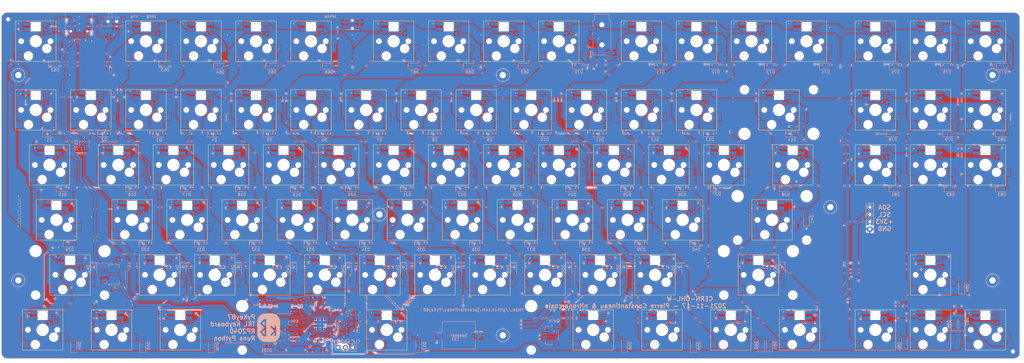
<source format=kicad_pcb>
(kicad_pcb (version 20171130) (host pcbnew "(5.1.12)-1")
  (title_block (title PyKey87) (date 2021-11-17) (company "Pierre Constantineau & nitronarcosis") (comment 1 https://github.com/jpconstantineau/PyKey60/))
  (layers (0 Front signal) (31 Back signal) (34 B.Paste user hide) (35 F.Paste user hide) (36 B.SilkS user) (37 F.SilkS user) (38 B.Mask user) (39 F.Mask user) (44 Edge.Cuts user))
  (net 0 "")
  (net 1 "Net-(J1-PadS1)")
  (net 2 "Net-(D1-Pad2)")
  (net 3 "Net-(D2-Pad2)")
  (net 4 "Net-(D3-Pad2)")
  (net 5 "Net-(D4-Pad2)")
  (net 6 "Net-(D5-Pad2)")
  (net 7 "Net-(D6-Pad2)")
  (net 8 "Net-(D7-Pad2)")
  (net 9 "Net-(D8-Pad2)")
  (net 10 "Net-(D9-Pad2)")
  (net 11 "Net-(D10-Pad2)")
  (net 12 "Net-(D11-Pad2)")
  (net 13 "Net-(D12-Pad2)")
  (net 14 "Net-(D13-Pad2)")
  (net 15 "Net-(D14-Pad2)")
  (net 16 "Net-(D15-Pad2)")
  (net 17 "Net-(D16-Pad2)")
  (net 18 "Net-(D17-Pad2)")
  (net 19 "Net-(D18-Pad2)")
  (net 20 "Net-(D19-Pad2)")
  (net 21 "Net-(D20-Pad2)")
  (net 22 "Net-(D21-Pad2)")
  (net 23 "Net-(D22-Pad2)")
  (net 24 "Net-(D23-Pad2)")
  (net 25 "Net-(D24-Pad2)")
  (net 26 "Net-(D25-Pad2)")
  (net 27 "Net-(D26-Pad2)")
  (net 28 "Net-(D27-Pad2)")
  (net 29 "Net-(D28-Pad2)")
  (net 30 "Net-(D29-Pad2)")
  (net 31 "Net-(D30-Pad2)")
  (net 32 "Net-(D31-Pad2)")
  (net 33 "Net-(D32-Pad2)")
  (net 34 "Net-(D33-Pad2)")
  (net 35 "Net-(D34-Pad2)")
  (net 36 "Net-(D35-Pad2)")
  (net 37 "Net-(D36-Pad2)")
  (net 38 "Net-(D37-Pad2)")
  (net 39 "Net-(D38-Pad2)")
  (net 40 "Net-(D39-Pad2)")
  (net 41 "Net-(D40-Pad2)")
  (net 42 "Net-(D41-Pad2)")
  (net 43 "Net-(D42-Pad2)")
  (net 44 "Net-(D43-Pad2)")
  (net 45 "Net-(D44-Pad2)")
  (net 46 "Net-(D45-Pad2)")
  (net 47 "Net-(D46-Pad2)")
  (net 48 "Net-(D47-Pad2)")
  (net 49 "Net-(D48-Pad2)")
  (net 50 "Net-(D49-Pad2)")
  (net 51 "Net-(D52-Pad2)")
  (net 52 "Net-(D53-Pad2)")
  (net 53 "Net-(D54-Pad2)")
  (net 54 "Net-(D55-Pad2)")
  (net 55 "Net-(D56-Pad2)")
  (net 56 "Net-(D57-Pad2)")
  (net 57 "Net-(D58-Pad2)")
  (net 58 "Net-(D59-Pad2)")
  (net 59 "Net-(D60-Pad2)")
  (net 60 "Net-(D61-Pad2)")
  (net 61 GND)
  (net 62 VBUS)
  (net 63 "Net-(J1-PadA5)")
  (net 64 "Net-(J1-PadB5)")
  (net 65 Data+)
  (net 66 Data-)
  (net 67 +1V1)
  (net 68 +3V3)
  (net 69 "Net-(R3-Pad2)")
  (net 70 "Net-(R4-Pad2)")
  (net 71 /QSPISS)
  (net 72 "Net-(R7-Pad2)")
  (net 73 /QSPISD3)
  (net 74 /QSPICLK)
  (net 75 /QSPISD0)
  (net 76 /QSPISD2)
  (net 77 /SQPISD1)
  (net 78 /XIN)
  (net 79 /XOUT)
  (net 80 /RESET)
  (net 81 /USB-)
  (net 82 /USB+)
  (net 83 ROW1)
  (net 84 ROW2)
  (net 85 ROW3)
  (net 86 ROW4)
  (net 87 ROW5)
  (net 88 COL1)
  (net 89 COL2)
  (net 90 COL3)
  (net 91 COL4)
  (net 92 COL5)
  (net 93 COL6)
  (net 94 COL7)
  (net 95 COL8)
  (net 96 COL9)
  (net 97 COL10)
  (net 98 COL11)
  (net 99 COL12)
  (net 100 COL13)
  (net 101 COL14)
  (net 102 "Net-(D50-Pad2)")
  (net 103 "Net-(D51-Pad2)")
  (net 104 "Net-(U1-Pad5)")
  (net 105 "Net-(U2-Pad5)")
  (net 106 "Net-(U3-Pad5)")
  (net 107 "Net-(U4-Pad5)")
  (net 108 "Net-(U5-Pad5)")
  (net 109 "Net-(U6-Pad5)")
  (net 110 "Net-(U7-Pad5)")
  (net 111 "Net-(U8-Pad5)")
  (net 112 "Net-(U10-Pad5)")
  (net 113 "Net-(U10-Pad4)")
  (net 114 "Net-(U11-Pad5)")
  (net 115 "Net-(U12-Pad5)")
  (net 116 "Net-(U13-Pad5)")
  (net 117 "Net-(U15-Pad5)")
  (net 118 "Net-(U16-Pad5)")
  (net 119 "Net-(U17-Pad5)")
  (net 120 "Net-(U18-Pad5)")
  (net 121 "Net-(U19-Pad5)")
  (net 122 "Net-(U20-Pad5)")
  (net 123 "Net-(U21-Pad5)")
  (net 124 "Net-(U22-Pad5)")
  (net 125 "Net-(U23-Pad5)")
  (net 126 "Net-(U24-Pad5)")
  (net 127 "Net-(U25-Pad5)")
  (net 128 "Net-(U26-Pad5)")
  (net 129 "Net-(U27-Pad5)")
  (net 130 "Net-(U29-Pad5)")
  (net 131 "Net-(U30-Pad5)")
  (net 132 "Net-(U31-Pad5)")
  (net 133 "Net-(U32-Pad5)")
  (net 134 "Net-(U33-Pad5)")
  (net 135 "Net-(U34-Pad5)")
  (net 136 "Net-(U35-Pad5)")
  (net 137 "Net-(U36-Pad5)")
  (net 138 "Net-(U37-Pad5)")
  (net 139 "Net-(U38-Pad5)")
  (net 140 "Net-(U39-Pad5)")
  (net 141 "Net-(U40-Pad5)")
  (net 142 "Net-(U42-Pad5)")
  (net 143 "Net-(U43-Pad5)")
  (net 144 "Net-(U44-Pad5)")
  (net 145 "Net-(U45-Pad5)")
  (net 146 "Net-(U46-Pad5)")
  (net 147 "Net-(U47-Pad5)")
  (net 148 "Net-(U48-Pad5)")
  (net 149 "Net-(U49-Pad5)")
  (net 150 "Net-(U50-Pad5)")
  (net 151 "Net-(U51-Pad5)")
  (net 152 "Net-(U52-Pad5)")
  (net 153 "Net-(U54-Pad5)")
  (net 154 "Net-(U55-Pad5)")
  (net 155 "Net-(U56-Pad5)")
  (net 156 "Net-(U57-Pad5)")
  (net 157 "Net-(U58-Pad5)")
  (net 158 "Net-(U59-Pad5)")
  (net 159 "Net-(U60-Pad5)")
  (net 160 /SWCLK)
  (net 161 /SWD)
  (net 162 RGBData1)
  (net 163 RGBData2)
  (net 164 RGBData3)
  (net 165 RGBData4)
  (net 166 RGBData5)
  (net 167 "Net-(D62-Pad2)")
  (net 168 ROW0)
  (net 169 "Net-(D63-Pad2)")
  (net 170 "Net-(D64-Pad2)")
  (net 171 "Net-(D65-Pad2)")
  (net 172 "Net-(D66-Pad2)")
  (net 173 "Net-(D67-Pad2)")
  (net 174 "Net-(D68-Pad2)")
  (net 175 "Net-(D69-Pad2)")
  (net 176 "Net-(D70-Pad2)")
  (net 177 "Net-(D71-Pad2)")
  (net 178 "Net-(D72-Pad2)")
  (net 179 "Net-(D73-Pad2)")
  (net 180 "Net-(D74-Pad2)")
  (net 181 "Net-(D75-Pad2)")
  (net 182 "Net-(D76-Pad2)")
  (net 183 "Net-(D77-Pad2)")
  (net 184 "Net-(D78-Pad2)")
  (net 185 "Net-(D79-Pad2)")
  (net 186 "Net-(D80-Pad2)")
  (net 187 "Net-(D81-Pad2)")
  (net 188 "Net-(D82-Pad2)")
  (net 189 "Net-(D83-Pad2)")
  (net 190 "Net-(D84-Pad2)")
  (net 191 "Net-(D85-Pad2)")
  (net 192 "Net-(D86-Pad2)")
  (net 193 "Net-(D87-Pad2)")
  (net 194 "Net-(J1-PadB8)")
  (net 195 "Net-(J1-PadA8)")
  (net 196 "Net-(SW2-Pad1)")
  (net 197 "Net-(U14-Pad5)")
  (net 198 "Net-(U28-Pad5)")
  (net 199 "Net-(U53-Pad5)")
  (net 200 "Net-(U61-Pad5)")
  (net 201 COL15)
  (net 202 COL16)
  (net 203 COL17)
  (net 204 RGBData0)
  (net 205 "Net-(U66-Pad5)")
  (net 206 "Net-(U67-Pad5)")
  (net 207 "Net-(U68-Pad5)")
  (net 208 "Net-(U69-Pad5)")
  (net 209 "Net-(U70-Pad5)")
  (net 210 "Net-(U71-Pad5)")
  (net 211 "Net-(U72-Pad5)")
  (net 212 "Net-(U73-Pad5)")
  (net 213 "Net-(U74-Pad5)")
  (net 214 "Net-(U76-Pad5)")
  (net 215 "Net-(U78-Pad5)")
  (net 216 "Net-(U79-Pad5)")
  (net 217 "Net-(U81-Pad5)")
  (net 218 "Net-(U82-Pad5)")
  (net 219 "Net-(U85-Pad5)")
  (net 220 "Net-(U86-Pad5)")
  (net 221 Speaker)
  (net 222 LED)
  (net 223 "Net-(U62-Pad5)")
  (net 224 "Net-(U63-Pad5)")
  (net 225 "Net-(U64-Pad5)")
  (net 226 "Net-(U65-Pad5)")
  (net 227 "Net-(U75-Pad5)")
  (net 228 "Net-(U87-Pad5)")
  (net 229 "Net-(D101-Pad2)")
  (net 230 "Net-(C100-Pad1)")
  (net 231 I2C1_SCL)
  (net 232 I2C1_SDA)
  (net 233 "Net-(U100-Pad40)")
  (net 234 "Net-(U100-Pad39)")
  (module CherryMX_PCB_KailhSocket_LTST-A683CEGBW-Rotated-HS:CherryMX_1.00u_PCB_KailhSocket_LTST-A683CEGBW-Rotated-HS (layer Front) (at 147.6375 50.0075 180)
    (fp_text reference U65 hide)
    (fp_text value CherryMX_LTST-A683CEGBW)
    (fp_line (start -1.7 6.55) (end -1.7 3.55) (layer Edge.Cuts) (width 0.05))
    (fp_line (start 1.7 6.55) (end -1.7 6.55) (layer Edge.Cuts) (width 0.05))
    (fp_line (start 1.7 3.55) (end 1.7 6.55) (layer Edge.Cuts) (width 0.05))
    (fp_line (start -1.7 3.55) (end 1.7 3.55) (layer Edge.Cuts) (width 0.05))
    (pad 3 smd rect (at 2.95 6 180) (size 2.5 1.1) (layers Back B.Paste B.Mask) (net 61 GND))
    (pad 4 smd rect (at 2.95 4.1 180) (size 2.5 1.1) (layers Back B.Paste B.Mask) (net 225 "Net-(U64-Pad5)"))
    (pad 5 smd rect (at -2.95 6 180) (size 2.5 1.1) (layers Back B.Paste B.Mask) (net 226 "Net-(U65-Pad5)"))
    (pad 6 smd rect (at -2.95 4.1 180) (size 2.5 1.1) (layers Back B.Paste B.Mask) (net 68 +3V3))
    (pad 2 smd rect (at 6.015 -5.08 180) (size 2.55 2.5) (layers Back B.Paste B.Mask) (net 91 COL4))
    (pad 1 smd rect (at -7.41 -2.54 180) (size 2.55 2.5) (layers Back B.Paste B.Mask) (net 171 "Net-(D65-Pad2)"))
    (pad "" np_thru_hole circle (at 2.54 -5.08 180) (size 3 3) (drill 3) (layers *.Cu *.Mask))
    (pad "" np_thru_hole circle (at -3.81 -2.54 180) (size 3 3) (drill 3) (layers *.Cu *.Mask))
    (pad "" np_thru_hole circle (at 5.08 0 180) (size 1.75 1.75) (drill 1.75) (layers *.Cu *.Mask))
    (pad "" np_thru_hole circle (at -5.08 0 180) (size 1.75 1.75) (drill 1.75) (layers *.Cu *.Mask))
    (pad "" np_thru_hole circle (at 0 0 180) (size 4 4) (drill 4) (layers *.Cu *.Mask))
  )
  (module CherryMX_PCB_KailhSocket_LTST-A683CEGBW-Rotated-HS:CherryMX_1.00u_PCB_KailhSocket_LTST-A683CEGBW-Rotated-HS (layer Front) (at 319.0875 50.0075 180)
    (fp_text reference U73 hide)
    (fp_text value CherryMX_LTST-A683CEGBW)
    (fp_line (start -1.7 6.55) (end -1.7 3.55) (layer Edge.Cuts) (width 0.05))
    (fp_line (start 1.7 6.55) (end -1.7 6.55) (layer Edge.Cuts) (width 0.05))
    (fp_line (start 1.7 3.55) (end 1.7 6.55) (layer Edge.Cuts) (width 0.05))
    (fp_line (start -1.7 3.55) (end 1.7 3.55) (layer Edge.Cuts) (width 0.05))
    (pad 3 smd rect (at 2.95 6 180) (size 2.5 1.1) (layers Back B.Paste B.Mask) (net 61 GND))
    (pad 4 smd rect (at 2.95 4.1 180) (size 2.5 1.1) (layers Back B.Paste B.Mask) (net 211 "Net-(U72-Pad5)"))
    (pad 5 smd rect (at -2.95 6 180) (size 2.5 1.1) (layers Back B.Paste B.Mask) (net 212 "Net-(U73-Pad5)"))
    (pad 6 smd rect (at -2.95 4.1 180) (size 2.5 1.1) (layers Back B.Paste B.Mask) (net 68 +3V3))
    (pad 2 smd rect (at 6.015 -5.08 180) (size 2.55 2.5) (layers Back B.Paste B.Mask) (net 100 COL13))
    (pad 1 smd rect (at -7.41 -2.54 180) (size 2.55 2.5) (layers Back B.Paste B.Mask) (net 179 "Net-(D73-Pad2)"))
    (pad "" np_thru_hole circle (at 2.54 -5.08 180) (size 3 3) (drill 3) (layers *.Cu *.Mask))
    (pad "" np_thru_hole circle (at -3.81 -2.54 180) (size 3 3) (drill 3) (layers *.Cu *.Mask))
    (pad "" np_thru_hole circle (at 5.08 0 180) (size 1.75 1.75) (drill 1.75) (layers *.Cu *.Mask))
    (pad "" np_thru_hole circle (at -5.08 0 180) (size 1.75 1.75) (drill 1.75) (layers *.Cu *.Mask))
    (pad "" np_thru_hole circle (at 0 0 180) (size 4 4) (drill 4) (layers *.Cu *.Mask))
  )
  (module CherryMX_PCB_KailhSocket_LTST-A683CEGBW-Rotated-HS:CherryMX_1.00u_PCB_KailhSocket_LTST-A683CEGBW-Rotated-HS (layer Front) (at 400.05 150.02 180)
    (fp_text reference U87 hide)
    (fp_text value CherryMX_LTST-A683CEGBW)
    (fp_line (start -1.7 6.55) (end -1.7 3.55) (layer Edge.Cuts) (width 0.05))
    (fp_line (start 1.7 6.55) (end -1.7 6.55) (layer Edge.Cuts) (width 0.05))
    (fp_line (start 1.7 3.55) (end 1.7 6.55) (layer Edge.Cuts) (width 0.05))
    (fp_line (start -1.7 3.55) (end 1.7 3.55) (layer Edge.Cuts) (width 0.05))
    (pad 3 smd rect (at 2.95 6 180) (size 2.5 1.1) (layers Back B.Paste B.Mask) (net 61 GND))
    (pad 4 smd rect (at 2.95 4.1 180) (size 2.5 1.1) (layers Back B.Paste B.Mask) (net 220 "Net-(U86-Pad5)"))
    (pad 5 smd rect (at -2.95 6 180) (size 2.5 1.1) (layers Back B.Paste B.Mask) (net 228 "Net-(U87-Pad5)"))
    (pad 6 smd rect (at -2.95 4.1 180) (size 2.5 1.1) (layers Back B.Paste B.Mask) (net 68 +3V3))
    (pad 2 smd rect (at 6.015 -5.08 180) (size 2.55 2.5) (layers Back B.Paste B.Mask) (net 203 COL17))
    (pad 1 smd rect (at -7.41 -2.54 180) (size 2.55 2.5) (layers Back B.Paste B.Mask) (net 193 "Net-(D87-Pad2)"))
    (pad "" np_thru_hole circle (at 2.54 -5.08 180) (size 3 3) (drill 3) (layers *.Cu *.Mask))
    (pad "" np_thru_hole circle (at -3.81 -2.54 180) (size 3 3) (drill 3) (layers *.Cu *.Mask))
    (pad "" np_thru_hole circle (at 5.08 0 180) (size 1.75 1.75) (drill 1.75) (layers *.Cu *.Mask))
    (pad "" np_thru_hole circle (at -5.08 0 180) (size 1.75 1.75) (drill 1.75) (layers *.Cu *.Mask))
    (pad "" np_thru_hole circle (at 0 0 180) (size 4 4) (drill 4) (layers *.Cu *.Mask))
  )
  (module CherryMX_PCB_KailhSocket_LTST-A683CEGBW-Rotated-HS:CherryMX_1.00u_PCB_KailhSocket_LTST-A683CEGBW-Rotated-HS (layer Front) (at 90.4875 73.82 180)
    (fp_text reference U2 hide)
    (fp_text value CherryMX_LTST-A683CEGBW)
    (fp_line (start -1.7 3.55) (end 1.7 3.55) (layer Edge.Cuts) (width 0.05))
    (fp_line (start 1.7 3.55) (end 1.7 6.55) (layer Edge.Cuts) (width 0.05))
    (fp_line (start 1.7 6.55) (end -1.7 6.55) (layer Edge.Cuts) (width 0.05))
    (fp_line (start -1.7 6.55) (end -1.7 3.55) (layer Edge.Cuts) (width 0.05))
    (pad 3 smd rect (at 2.95 6 180) (size 2.5 1.1) (layers Back B.Paste B.Mask) (net 61 GND))
    (pad 4 smd rect (at 2.95 4.1 180) (size 2.5 1.1) (layers Back B.Paste B.Mask) (net 104 "Net-(U1-Pad5)"))
    (pad 5 smd rect (at -2.95 6 180) (size 2.5 1.1) (layers Back B.Paste B.Mask) (net 105 "Net-(U2-Pad5)"))
    (pad 6 smd rect (at -2.95 4.1 180) (size 2.5 1.1) (layers Back B.Paste B.Mask) (net 68 +3V3))
    (pad 2 smd rect (at 6.015 -5.08 180) (size 2.55 2.5) (layers Back B.Paste B.Mask) (net 89 COL2))
    (pad 1 smd rect (at -7.41 -2.54 180) (size 2.55 2.5) (layers Back B.Paste B.Mask) (net 3 "Net-(D2-Pad2)"))
    (pad "" np_thru_hole circle (at 2.54 -5.08 180) (size 3 3) (drill 3) (layers *.Cu *.Mask))
    (pad "" np_thru_hole circle (at -3.81 -2.54 180) (size 3 3) (drill 3) (layers *.Cu *.Mask))
    (pad "" np_thru_hole circle (at 5.08 0 180) (size 1.75 1.75) (drill 1.75) (layers *.Cu *.Mask))
    (pad "" np_thru_hole circle (at -5.08 0 180) (size 1.75 1.75) (drill 1.75) (layers *.Cu *.Mask))
    (pad "" np_thru_hole circle (at 0 0 180) (size 4 4) (drill 4) (layers *.Cu *.Mask))
  )
  (module Button_Switch_SMD:Panasonic_EVQPUL_EVQPUC (layer Back) (at 180.975 44.205 180)
    (fp_text reference SW1 hide)
    (fp_text value SW_SPST)
    (pad "" np_thru_hole circle (at 0 1.375) (size 0.75 0.75) (drill 0.75) (layers *.Cu *.Mask))
    (pad "" np_thru_hole circle (at 0 -1.375) (size 0.75 0.75) (drill 0.75) (layers *.Cu *.Mask))
    (pad 1 smd rect (at 2.625 0.85) (size 1.55 1) (layers Back B.Paste B.Mask) (net 61 GND))
    (pad 1 smd rect (at -2.625 0.85) (size 1.55 1) (layers Back B.Paste B.Mask) (net 61 GND))
    (pad 2 smd rect (at -2.625 -0.85) (size 1.55 1) (layers Back B.Paste B.Mask) (net 80 /RESET))
    (pad 2 smd rect (at 2.625 -0.85) (size 1.55 1) (layers Back B.Paste B.Mask) (net 80 /RESET))
  )
  (module CherryMX_PCB_KailhSocket_LTST-A683CEGBW-Rotated-HS:CherryMX_1.00u_PCB_KailhSocket_LTST-A683CEGBW-Rotated-HS (layer Front) (at 71.4375 73.82 180)
    (fp_text reference U1 hide)
    (fp_text value CherryMX_LTST-A683CEGBW)
    (fp_line (start -1.7 3.55) (end 1.7 3.55) (layer Edge.Cuts) (width 0.05))
    (fp_line (start 1.7 3.55) (end 1.7 6.55) (layer Edge.Cuts) (width 0.05))
    (fp_line (start 1.7 6.55) (end -1.7 6.55) (layer Edge.Cuts) (width 0.05))
    (fp_line (start -1.7 6.55) (end -1.7 3.55) (layer Edge.Cuts) (width 0.05))
    (pad 3 smd rect (at 2.95 6 180) (size 2.5 1.1) (layers Back B.Paste B.Mask) (net 61 GND))
    (pad 4 smd rect (at 2.95 4.1 180) (size 2.5 1.1) (layers Back B.Paste B.Mask) (net 162 RGBData1))
    (pad 5 smd rect (at -2.95 6 180) (size 2.5 1.1) (layers Back B.Paste B.Mask) (net 104 "Net-(U1-Pad5)"))
    (pad 6 smd rect (at -2.95 4.1 180) (size 2.5 1.1) (layers Back B.Paste B.Mask) (net 68 +3V3))
    (pad 2 smd rect (at 6.015 -5.08 180) (size 2.55 2.5) (layers Back B.Paste B.Mask) (net 88 COL1))
    (pad 1 smd rect (at -7.41 -2.54 180) (size 2.55 2.5) (layers Back B.Paste B.Mask) (net 2 "Net-(D1-Pad2)"))
    (pad "" np_thru_hole circle (at 2.54 -5.08 180) (size 3 3) (drill 3) (layers *.Cu *.Mask))
    (pad "" np_thru_hole circle (at -3.81 -2.54 180) (size 3 3) (drill 3) (layers *.Cu *.Mask))
    (pad "" np_thru_hole circle (at 5.08 0 180) (size 1.75 1.75) (drill 1.75) (layers *.Cu *.Mask))
    (pad "" np_thru_hole circle (at -5.08 0 180) (size 1.75 1.75) (drill 1.75) (layers *.Cu *.Mask))
    (pad "" np_thru_hole circle (at 0 0 180) (size 4 4) (drill 4) (layers *.Cu *.Mask))
  )
  (module MountingHole:MountingHole_2.2mm_M2_Pad (layer Front) (at 402.495 132.875)
    (fp_text reference H11 hide)
    (fp_text value MountingHole_Pad)
    (pad "" thru_hole circle (at 0 0) (size 4.4 4.4) (drill 2.2) (layers *.Cu *.Mask))
  )
  (module lib.pretty:KB_BlueMicro (layer Back) (at 152.019 149.258 180)
    (fp_text reference H7 hide)
    (fp_text value MountingHole hide)
  )
  (module lib.pretty:MountingHole_1.152mm (layer Front) (at 409.575 157.505)
    (fp_text reference H10 hide)
    (fp_text value MountingHole)
    (pad "" np_thru_hole circle (at 0 0) (size 1.152 1.152) (drill 1.152) (layers *.Cu *.Mask))
  )
  (module lib.pretty:MountingHole_1.152mm (layer Front) (at 61.895 42.405)
    (fp_text reference H9 hide)
    (fp_text value MountingHole)
    (pad "" np_thru_hole circle (at 0 0) (size 1.152 1.152) (drill 1.152) (layers *.Cu *.Mask))
  )
  (module MountingHole:MountingHole_2.2mm_M2_Pad (layer Front) (at 233.045 151.925)
    (fp_text reference H8 hide)
    (fp_text value MountingHole_Pad)
    (pad "" thru_hole circle (at 0 0) (size 4.4 4.4) (drill 2.2) (layers *.Cu *.Mask))
  )
  (module MountingHole:MountingHole_2.2mm_M2_Pad (layer Front) (at 65.405 132.875)
    (fp_text reference H6 hide)
    (fp_text value MountingHole_Pad)
    (pad "" thru_hole circle (at 0 0) (size 4.4 4.4) (drill 2.2) (layers *.Cu *.Mask))
  )
  (module MountingHole:MountingHole_2.2mm_M2_Pad (layer Front) (at 346.375 107.475)
    (fp_text reference H5 hide)
    (fp_text value MountingHole_Pad)
    (pad "" thru_hole circle (at 0 0) (size 4.4 4.4) (drill 2.2) (layers *.Cu *.Mask))
  )
  (module MountingHole:MountingHole_2.2mm_M2_Pad (layer Front) (at 190.365 110.015)
    (fp_text reference H4 hide)
    (fp_text value MountingHole_Pad)
    (pad "" thru_hole circle (at 0 0) (size 4.4 4.4) (drill 2.2) (layers *.Cu *.Mask))
  )
  (module MountingHole:MountingHole_2.2mm_M2_Pad (layer Front) (at 402.495 61.755)
    (fp_text reference H3 hide)
    (fp_text value MountingHole_Pad)
    (pad "" thru_hole circle (at 0 0) (size 4.4 4.4) (drill 2.2) (layers *.Cu *.Mask))
  )
  (module MountingHole:MountingHole_2.2mm_M2_Pad (layer Front) (at 233.045 61.755)
    (fp_text reference H2 hide)
    (fp_text value MountingHole_Pad)
    (pad "" thru_hole circle (at 0 0) (size 4.4 4.4) (drill 2.2) (layers *.Cu *.Mask))
  )
  (module MountingHole:MountingHole_2.2mm_M2_Pad (layer Front) (at 65.405 61.755)
    (fp_text reference H1 hide)
    (fp_text value MountingHole_Pad)
    (pad "" thru_hole circle (at 0 0) (size 4.4 4.4) (drill 2.2) (layers *.Cu *.Mask))
  )
  (module Connector_PinHeader_2.54mm:PinHeader_1x04_P2.54mm_Vertical (layer Front) (at 360.045 115.095 180)
    (fp_text reference J5 hide)
    (fp_text value Conn_01x04)
    (pad 4 thru_hole oval (at 0 7.62 180) (size 1.7 1.7) (drill 1) (layers *.Cu *.Mask) (net 232 I2C1_SDA))
    (pad 3 thru_hole oval (at 0 5.08 180) (size 1.7 1.7) (drill 1) (layers *.Cu *.Mask) (net 231 I2C1_SCL))
    (pad 2 thru_hole oval (at 0 2.54 180) (size 1.7 1.7) (drill 1) (layers *.Cu *.Mask) (net 68 +3V3))
    (pad 1 thru_hole rect (at 0 0 180) (size 1.7 1.7) (drill 1) (layers *.Cu *.Mask) (net 61 GND))
  )
  (module Connector_Audio:Jack_3.5mm_PJ320D_Horizontal (layer Back) (at 267.335 49.055 270)
    (fp_text reference J4 hide)
    (fp_text value AudioJack4)
    (pad "" np_thru_hole circle (at 2.225 0 270) (size 1.5 1.5) (drill 1.5) (layers *.Cu *.Mask))
    (pad "" np_thru_hole circle (at -4.775 0 270) (size 1.5 1.5) (drill 1.5) (layers *.Cu *.Mask))
    (pad R2 smd rect (at -3.175 3.25 270) (size 1.2 2.5) (layers Back B.Paste B.Mask) (net 231 I2C1_SCL))
    (pad R1 smd rect (at -0.175 3.25 270) (size 1.2 2.5) (layers Back B.Paste B.Mask) (net 232 I2C1_SDA))
    (pad T smd rect (at 3.825 3.25 270) (size 1.2 2.5) (layers Back B.Paste B.Mask) (net 68 +3V3))
    (pad S smd rect (at 4.925 -3.25 270) (size 1.2 2.5) (layers Back B.Paste B.Mask) (net 61 GND))
  )
  (module Connector_JST:JST_SH_SM04B-SRSS-TB_1x04-1MP_P1.00mm_Horizontal (layer Back) (at 249.555 151.925 270)
    (fp_text reference J3 hide)
    (fp_text value Conn_01x04)
    (pad MP smd roundrect (at 2.8 -1.875 270) (size 1.2 1.8) (layers Back B.Paste B.Mask) (roundrect_rratio 0.2083325))
    (pad MP smd roundrect (at -2.8 -1.875 270) (size 1.2 1.8) (layers Back B.Paste B.Mask) (roundrect_rratio 0.2083325))
    (pad 4 smd roundrect (at 1.5 2 270) (size 0.6 1.55) (layers Back B.Paste B.Mask) (net 231 I2C1_SCL))
    (pad 3 smd roundrect (at 0.5 2 270) (size 0.6 1.55) (layers Back B.Paste B.Mask) (net 232 I2C1_SDA))
    (pad 2 smd roundrect (at -0.5 2 270) (size 0.6 1.55) (layers Back B.Paste B.Mask) (net 68 +3V3))
    (pad 1 smd roundrect (at -1.5 2 270) (size 0.6 1.55) (layers Back B.Paste B.Mask) (net 61 GND))
  )
  (module CherryMX_PCB_KailhSocket_LTST-A683CEGBW-Rotated-HS:CherryMX_1.00u_PCB_KailhSocket_LTST-A683CEGBW-Rotated-HS (layer Front) (at 338.1375 50.0075 180)
    (fp_text reference U74 hide)
    (fp_text value CherryMX_LTST-A683CEGBW)
    (fp_line (start -1.7 6.55) (end -1.7 3.55) (layer Edge.Cuts) (width 0.05))
    (fp_line (start 1.7 6.55) (end -1.7 6.55) (layer Edge.Cuts) (width 0.05))
    (fp_line (start 1.7 3.55) (end 1.7 6.55) (layer Edge.Cuts) (width 0.05))
    (fp_line (start -1.7 3.55) (end 1.7 3.55) (layer Edge.Cuts) (width 0.05))
    (pad 3 smd rect (at 2.95 6 180) (size 2.5 1.1) (layers Back B.Paste B.Mask) (net 61 GND))
    (pad 4 smd rect (at 2.95 4.1 180) (size 2.5 1.1) (layers Back B.Paste B.Mask) (net 212 "Net-(U73-Pad5)"))
    (pad 5 smd rect (at -2.95 6 180) (size 2.5 1.1) (layers Back B.Paste B.Mask) (net 213 "Net-(U74-Pad5)"))
    (pad 6 smd rect (at -2.95 4.1 180) (size 2.5 1.1) (layers Back B.Paste B.Mask) (net 68 +3V3))
    (pad 2 smd rect (at 6.015 -5.08 180) (size 2.55 2.5) (layers Back B.Paste B.Mask) (net 101 COL14))
    (pad 1 smd rect (at -7.41 -2.54 180) (size 2.55 2.5) (layers Back B.Paste B.Mask) (net 180 "Net-(D74-Pad2)"))
    (pad "" np_thru_hole circle (at 2.54 -5.08 180) (size 3 3) (drill 3) (layers *.Cu *.Mask))
    (pad "" np_thru_hole circle (at -3.81 -2.54 180) (size 3 3) (drill 3) (layers *.Cu *.Mask))
    (pad "" np_thru_hole circle (at 5.08 0 180) (size 1.75 1.75) (drill 1.75) (layers *.Cu *.Mask))
    (pad "" np_thru_hole circle (at -5.08 0 180) (size 1.75 1.75) (drill 1.75) (layers *.Cu *.Mask))
    (pad "" np_thru_hole circle (at 0 0 180) (size 4 4) (drill 4) (layers *.Cu *.Mask))
  )
  (module CherryMX_PCB_KailhSocket_LTST-A683CEGBW-Rotated-HS:CherryMX_1.00u_PCB_KailhSocket_LTST-A683CEGBW-Rotated-HS (layer Front) (at 400.05 50.0075 180)
    (fp_text reference U77 hide)
    (fp_text value CherryMX_LTST-A683CEGBW)
    (fp_line (start -1.7 6.55) (end -1.7 3.55) (layer Edge.Cuts) (width 0.05))
    (fp_line (start 1.7 6.55) (end -1.7 6.55) (layer Edge.Cuts) (width 0.05))
    (fp_line (start 1.7 3.55) (end 1.7 6.55) (layer Edge.Cuts) (width 0.05))
    (fp_line (start -1.7 3.55) (end 1.7 3.55) (layer Edge.Cuts) (width 0.05))
    (pad 3 smd rect (at 2.95 6 180) (size 2.5 1.1) (layers Back B.Paste B.Mask) (net 61 GND))
    (pad 4 smd rect (at 2.95 4.1 180) (size 2.5 1.1) (layers Back B.Paste B.Mask) (net 214 "Net-(U76-Pad5)"))
    (pad 5 smd rect (at -2.95 6 180) (size 2.5 1.1) (layers Back B.Paste B.Mask) (net 162 RGBData1))
    (pad 6 smd rect (at -2.95 4.1 180) (size 2.5 1.1) (layers Back B.Paste B.Mask) (net 68 +3V3))
    (pad 2 smd rect (at 6.015 -5.08 180) (size 2.55 2.5) (layers Back B.Paste B.Mask) (net 203 COL17))
    (pad 1 smd rect (at -7.41 -2.54 180) (size 2.55 2.5) (layers Back B.Paste B.Mask) (net 183 "Net-(D77-Pad2)"))
    (pad "" np_thru_hole circle (at 2.54 -5.08 180) (size 3 3) (drill 3) (layers *.Cu *.Mask))
    (pad "" np_thru_hole circle (at -3.81 -2.54 180) (size 3 3) (drill 3) (layers *.Cu *.Mask))
    (pad "" np_thru_hole circle (at 5.08 0 180) (size 1.75 1.75) (drill 1.75) (layers *.Cu *.Mask))
    (pad "" np_thru_hole circle (at -5.08 0 180) (size 1.75 1.75) (drill 1.75) (layers *.Cu *.Mask))
    (pad "" np_thru_hole circle (at 0 0 180) (size 4 4) (drill 4) (layers *.Cu *.Mask))
  )
  (module CherryMX_PCB_KailhSocket_LTST-A683CEGBW-Rotated-HS:CherryMX_1.00u_PCB_KailhSocket_LTST-A683CEGBW-Rotated-HS (layer Front) (at 400.05 73.82 180)
    (fp_text reference U80 hide)
    (fp_text value CherryMX_LTST-A683CEGBW)
    (fp_line (start -1.7 6.55) (end -1.7 3.55) (layer Edge.Cuts) (width 0.05))
    (fp_line (start 1.7 6.55) (end -1.7 6.55) (layer Edge.Cuts) (width 0.05))
    (fp_line (start 1.7 3.55) (end 1.7 6.55) (layer Edge.Cuts) (width 0.05))
    (fp_line (start -1.7 3.55) (end 1.7 3.55) (layer Edge.Cuts) (width 0.05))
    (pad 3 smd rect (at 2.95 6 180) (size 2.5 1.1) (layers Back B.Paste B.Mask) (net 61 GND))
    (pad 4 smd rect (at 2.95 4.1 180) (size 2.5 1.1) (layers Back B.Paste B.Mask) (net 216 "Net-(U79-Pad5)"))
    (pad 5 smd rect (at -2.95 6 180) (size 2.5 1.1) (layers Back B.Paste B.Mask) (net 163 RGBData2))
    (pad 6 smd rect (at -2.95 4.1 180) (size 2.5 1.1) (layers Back B.Paste B.Mask) (net 68 +3V3))
    (pad 2 smd rect (at 6.015 -5.08 180) (size 2.55 2.5) (layers Back B.Paste B.Mask) (net 203 COL17))
    (pad 1 smd rect (at -7.41 -2.54 180) (size 2.55 2.5) (layers Back B.Paste B.Mask) (net 186 "Net-(D80-Pad2)"))
    (pad "" np_thru_hole circle (at 2.54 -5.08 180) (size 3 3) (drill 3) (layers *.Cu *.Mask))
    (pad "" np_thru_hole circle (at -3.81 -2.54 180) (size 3 3) (drill 3) (layers *.Cu *.Mask))
    (pad "" np_thru_hole circle (at 5.08 0 180) (size 1.75 1.75) (drill 1.75) (layers *.Cu *.Mask))
    (pad "" np_thru_hole circle (at -5.08 0 180) (size 1.75 1.75) (drill 1.75) (layers *.Cu *.Mask))
    (pad "" np_thru_hole circle (at 0 0 180) (size 4 4) (drill 4) (layers *.Cu *.Mask))
  )
  (module CherryMX_PCB_KailhSocket_LTST-A683CEGBW-Rotated-HS:CherryMX_1.00u_PCB_KailhSocket_LTST-A683CEGBW-Rotated-HS (layer Front) (at 400.05 92.87 180)
    (fp_text reference U83 hide)
    (fp_text value CherryMX_LTST-A683CEGBW)
    (fp_line (start -1.7 6.55) (end -1.7 3.55) (layer Edge.Cuts) (width 0.05))
    (fp_line (start 1.7 6.55) (end -1.7 6.55) (layer Edge.Cuts) (width 0.05))
    (fp_line (start 1.7 3.55) (end 1.7 6.55) (layer Edge.Cuts) (width 0.05))
    (fp_line (start -1.7 3.55) (end 1.7 3.55) (layer Edge.Cuts) (width 0.05))
    (pad 3 smd rect (at 2.95 6 180) (size 2.5 1.1) (layers Back B.Paste B.Mask) (net 61 GND))
    (pad 4 smd rect (at 2.95 4.1 180) (size 2.5 1.1) (layers Back B.Paste B.Mask) (net 218 "Net-(U82-Pad5)"))
    (pad 5 smd rect (at -2.95 6 180) (size 2.5 1.1) (layers Back B.Paste B.Mask) (net 164 RGBData3))
    (pad 6 smd rect (at -2.95 4.1 180) (size 2.5 1.1) (layers Back B.Paste B.Mask) (net 68 +3V3))
    (pad 2 smd rect (at 6.015 -5.08 180) (size 2.55 2.5) (layers Back B.Paste B.Mask) (net 203 COL17))
    (pad 1 smd rect (at -7.41 -2.54 180) (size 2.55 2.5) (layers Back B.Paste B.Mask) (net 189 "Net-(D83-Pad2)"))
    (pad "" np_thru_hole circle (at 2.54 -5.08 180) (size 3 3) (drill 3) (layers *.Cu *.Mask))
    (pad "" np_thru_hole circle (at -3.81 -2.54 180) (size 3 3) (drill 3) (layers *.Cu *.Mask))
    (pad "" np_thru_hole circle (at 5.08 0 180) (size 1.75 1.75) (drill 1.75) (layers *.Cu *.Mask))
    (pad "" np_thru_hole circle (at -5.08 0 180) (size 1.75 1.75) (drill 1.75) (layers *.Cu *.Mask))
    (pad "" np_thru_hole circle (at 0 0 180) (size 4 4) (drill 4) (layers *.Cu *.Mask))
  )
  (module CherryMX_PCB_KailhSocket_LTST-A683CEGBW-Rotated-HS:CherryMX_1.00u_PCB_KailhSocket_LTST-A683CEGBW-Rotated-HS (layer Front) (at 381 130.97 180)
    (fp_text reference U84 hide)
    (fp_text value CherryMX_LTST-A683CEGBW)
    (fp_line (start -1.7 6.55) (end -1.7 3.55) (layer Edge.Cuts) (width 0.05))
    (fp_line (start 1.7 6.55) (end -1.7 6.55) (layer Edge.Cuts) (width 0.05))
    (fp_line (start 1.7 3.55) (end 1.7 6.55) (layer Edge.Cuts) (width 0.05))
    (fp_line (start -1.7 3.55) (end 1.7 3.55) (layer Edge.Cuts) (width 0.05))
    (pad 3 smd rect (at 2.95 6 180) (size 2.5 1.1) (layers Back B.Paste B.Mask) (net 61 GND))
    (pad 4 smd rect (at 2.95 4.1 180) (size 2.5 1.1) (layers Back B.Paste B.Mask) (net 199 "Net-(U53-Pad5)"))
    (pad 5 smd rect (at -2.95 6 180) (size 2.5 1.1) (layers Back B.Paste B.Mask) (net 166 RGBData5))
    (pad 6 smd rect (at -2.95 4.1 180) (size 2.5 1.1) (layers Back B.Paste B.Mask) (net 68 +3V3))
    (pad 2 smd rect (at 6.015 -5.08 180) (size 2.55 2.5) (layers Back B.Paste B.Mask) (net 202 COL16))
    (pad 1 smd rect (at -7.41 -2.54 180) (size 2.55 2.5) (layers Back B.Paste B.Mask) (net 190 "Net-(D84-Pad2)"))
    (pad "" np_thru_hole circle (at 2.54 -5.08 180) (size 3 3) (drill 3) (layers *.Cu *.Mask))
    (pad "" np_thru_hole circle (at -3.81 -2.54 180) (size 3 3) (drill 3) (layers *.Cu *.Mask))
    (pad "" np_thru_hole circle (at 5.08 0 180) (size 1.75 1.75) (drill 1.75) (layers *.Cu *.Mask))
    (pad "" np_thru_hole circle (at -5.08 0 180) (size 1.75 1.75) (drill 1.75) (layers *.Cu *.Mask))
    (pad "" np_thru_hole circle (at 0 0 180) (size 4 4) (drill 4) (layers *.Cu *.Mask))
  )
  (module Resistor_SMD:R_0603_1608Metric (layer Back) (at 154.305 155.735 180)
    (fp_text reference R8 (at 0 1.43 270) (layer B.SilkS) (effects (justify mirror)))
    (fp_text value 1k)
    (pad 2 smd roundrect (at 0.7875 0 180) (size 0.875 0.95) (layers Back B.Paste B.Mask) (net 229 "Net-(D101-Pad2)"))
    (pad 1 smd roundrect (at -0.7875 0 180) (size 0.875 0.95) (layers Back B.Paste B.Mask) (net 222 LED))
  )
  (module LED_SMD:LED_0603_1608Metric (layer Back) (at 151.2825 155.735)
    (fp_text reference D101 (at 0 1.43) (layer B.SilkS) (effects (justify mirror)))
    (fp_text value RED)
    (pad 2 smd roundrect (at 0.7875 0) (size 0.875 0.95) (layers Back B.Paste B.Mask) (net 229 "Net-(D101-Pad2)"))
    (pad 1 smd roundrect (at -0.7875 0) (size 0.875 0.95) (layers Back B.Paste B.Mask) (net 61 GND))
  )
  (module Buzzer:AST1109MLTRQ (layer Back) (at 217.805 151.925)
    (fp_text reference LS1 (at -1.27 1.27) (layer B.SilkS) (effects (justify mirror)))
    (fp_text value Speaker (at 0 0) (layer B.SilkS) (effects (justify mirror)))
    (pad 1 smd rect (at -6.7921 0) (size 2.306599 1.9566) (layers Back B.Paste B.Mask) (net 221 Speaker))
    (pad 2 smd rect (at 6.7921 0) (size 2.306599 1.9566) (layers Back B.Paste B.Mask) (net 61 GND))
  )
  (module CherryMX_PCB_KailhSocket_StabWireBottom_LTST-A683CEGBW-Rotated-HS:CherryMX_2.25u_PCB_KailhSocket_StabWireBottom_LTST-A683CEGBW-Rotated-HS (layer Front) (at 83.312 130.97 180)
    (fp_text reference U42 hide)
    (fp_text value CherryMX_LTST-A683CEGBW)
    (fp_line (start -1.7 3.55) (end 1.7 3.55) (layer Edge.Cuts) (width 0.05))
    (fp_line (start 1.7 3.55) (end 1.7 6.55) (layer Edge.Cuts) (width 0.05))
    (fp_line (start 1.7 6.55) (end -1.7 6.55) (layer Edge.Cuts) (width 0.05))
    (fp_line (start -1.7 6.55) (end -1.7 3.55) (layer Edge.Cuts) (width 0.05))
    (pad 3 smd rect (at 2.95 6 180) (size 2.5 1.1) (layers Back B.Paste B.Mask) (net 61 GND))
    (pad 4 smd rect (at 2.95 4.1 180) (size 2.5 1.1) (layers Back B.Paste B.Mask) (net 165 RGBData4))
    (pad 5 smd rect (at -2.95 6 180) (size 2.5 1.1) (layers Back B.Paste B.Mask) (net 142 "Net-(U42-Pad5)"))
    (pad 6 smd rect (at -2.95 4.1 180) (size 2.5 1.1) (layers Back B.Paste B.Mask) (net 68 +3V3))
    (pad "" np_thru_hole circle (at 11.938 -7 180) (size 3.05 3.05) (drill 3.05) (layers *.Cu *.Mask))
    (pad "" np_thru_hole circle (at 11.938 8.24 180) (size 4 4) (drill 4) (layers *.Cu *.Mask))
    (pad "" np_thru_hole circle (at -11.938 8.24 180) (size 4 4) (drill 4) (layers *.Cu *.Mask))
    (pad "" np_thru_hole circle (at -11.938 -7 180) (size 3.05 3.05) (drill 3.05) (layers *.Cu *.Mask))
    (pad 2 smd rect (at 6.015 -5.08 180) (size 2.55 2.5) (layers Back B.Paste B.Mask) (net 88 COL1))
    (pad 1 smd rect (at -7.41 -2.54 180) (size 2.55 2.5) (layers Back B.Paste B.Mask) (net 43 "Net-(D42-Pad2)"))
    (pad "" np_thru_hole circle (at 2.54 -5.08 180) (size 3 3) (drill 3) (layers *.Cu *.Mask))
    (pad "" np_thru_hole circle (at -3.81 -2.54 180) (size 3 3) (drill 3) (layers *.Cu *.Mask))
    (pad "" np_thru_hole circle (at 5.08 0 180) (size 1.75 1.75) (drill 1.75) (layers *.Cu *.Mask))
    (pad "" np_thru_hole circle (at -5.08 0 180) (size 1.75 1.75) (drill 1.75) (layers *.Cu *.Mask))
    (pad "" np_thru_hole circle (at 0 0 180) (size 4 4) (drill 4) (layers *.Cu *.Mask))
  )
  (module CherryMX_PCB_KailhSocket_LTST-A683CEGBW-Rotated-HS:CherryMX_1.00u_PCB_KailhSocket_LTST-A683CEGBW-Rotated-HS (layer Front) (at 109.538 73.82 180)
    (fp_text reference U3 hide)
    (fp_text value CherryMX_LTST-A683CEGBW)
    (fp_line (start -1.7 3.55) (end 1.7 3.55) (layer Edge.Cuts) (width 0.05))
    (fp_line (start 1.7 3.55) (end 1.7 6.55) (layer Edge.Cuts) (width 0.05))
    (fp_line (start 1.7 6.55) (end -1.7 6.55) (layer Edge.Cuts) (width 0.05))
    (fp_line (start -1.7 6.55) (end -1.7 3.55) (layer Edge.Cuts) (width 0.05))
    (pad 3 smd rect (at 2.95 6 180) (size 2.5 1.1) (layers Back B.Paste B.Mask) (net 61 GND))
    (pad 4 smd rect (at 2.95 4.1 180) (size 2.5 1.1) (layers Back B.Paste B.Mask) (net 105 "Net-(U2-Pad5)"))
    (pad 5 smd rect (at -2.95 6 180) (size 2.5 1.1) (layers Back B.Paste B.Mask) (net 106 "Net-(U3-Pad5)"))
    (pad 6 smd rect (at -2.95 4.1 180) (size 2.5 1.1) (layers Back B.Paste B.Mask) (net 68 +3V3))
    (pad 2 smd rect (at 6.015 -5.08 180) (size 2.55 2.5) (layers Back B.Paste B.Mask) (net 90 COL3))
    (pad 1 smd rect (at -7.41 -2.54 180) (size 2.55 2.5) (layers Back B.Paste B.Mask) (net 4 "Net-(D3-Pad2)"))
    (pad "" np_thru_hole circle (at 2.54 -5.08 180) (size 3 3) (drill 3) (layers *.Cu *.Mask))
    (pad "" np_thru_hole circle (at -3.81 -2.54 180) (size 3 3) (drill 3) (layers *.Cu *.Mask))
    (pad "" np_thru_hole circle (at 5.08 0 180) (size 1.75 1.75) (drill 1.75) (layers *.Cu *.Mask))
    (pad "" np_thru_hole circle (at -5.08 0 180) (size 1.75 1.75) (drill 1.75) (layers *.Cu *.Mask))
    (pad "" np_thru_hole circle (at 0 0 180) (size 4 4) (drill 4) (layers *.Cu *.Mask))
  )
  (module CherryMX_PCB_KailhSocket_LTST-A683CEGBW-Rotated-HS:CherryMX_1.00u_PCB_KailhSocket_LTST-A683CEGBW-Rotated-HS (layer Front) (at 128.588 73.82 180)
    (fp_text reference U4 hide)
    (fp_text value CherryMX_LTST-A683CEGBW)
    (fp_line (start -1.7 3.55) (end 1.7 3.55) (layer Edge.Cuts) (width 0.05))
    (fp_line (start 1.7 3.55) (end 1.7 6.55) (layer Edge.Cuts) (width 0.05))
    (fp_line (start 1.7 6.55) (end -1.7 6.55) (layer Edge.Cuts) (width 0.05))
    (fp_line (start -1.7 6.55) (end -1.7 3.55) (layer Edge.Cuts) (width 0.05))
    (pad 3 smd rect (at 2.95 6 180) (size 2.5 1.1) (layers Back B.Paste B.Mask) (net 61 GND))
    (pad 4 smd rect (at 2.95 4.1 180) (size 2.5 1.1) (layers Back B.Paste B.Mask) (net 106 "Net-(U3-Pad5)"))
    (pad 5 smd rect (at -2.95 6 180) (size 2.5 1.1) (layers Back B.Paste B.Mask) (net 107 "Net-(U4-Pad5)"))
    (pad 6 smd rect (at -2.95 4.1 180) (size 2.5 1.1) (layers Back B.Paste B.Mask) (net 68 +3V3))
    (pad 2 smd rect (at 6.015 -5.08 180) (size 2.55 2.5) (layers Back B.Paste B.Mask) (net 91 COL4))
    (pad 1 smd rect (at -7.41 -2.54 180) (size 2.55 2.5) (layers Back B.Paste B.Mask) (net 5 "Net-(D4-Pad2)"))
    (pad "" np_thru_hole circle (at 2.54 -5.08 180) (size 3 3) (drill 3) (layers *.Cu *.Mask))
    (pad "" np_thru_hole circle (at -3.81 -2.54 180) (size 3 3) (drill 3) (layers *.Cu *.Mask))
    (pad "" np_thru_hole circle (at 5.08 0 180) (size 1.75 1.75) (drill 1.75) (layers *.Cu *.Mask))
    (pad "" np_thru_hole circle (at -5.08 0 180) (size 1.75 1.75) (drill 1.75) (layers *.Cu *.Mask))
    (pad "" np_thru_hole circle (at 0 0 180) (size 4 4) (drill 4) (layers *.Cu *.Mask))
  )
  (module CherryMX_PCB_KailhSocket_LTST-A683CEGBW-Rotated-HS:CherryMX_1.00u_PCB_KailhSocket_LTST-A683CEGBW-Rotated-HS (layer Front) (at 147.638 73.82 180)
    (fp_text reference U5 hide)
    (fp_text value CherryMX_LTST-A683CEGBW)
    (fp_line (start -1.7 3.55) (end 1.7 3.55) (layer Edge.Cuts) (width 0.05))
    (fp_line (start 1.7 3.55) (end 1.7 6.55) (layer Edge.Cuts) (width 0.05))
    (fp_line (start 1.7 6.55) (end -1.7 6.55) (layer Edge.Cuts) (width 0.05))
    (fp_line (start -1.7 6.55) (end -1.7 3.55) (layer Edge.Cuts) (width 0.05))
    (pad 3 smd rect (at 2.95 6 180) (size 2.5 1.1) (layers Back B.Paste B.Mask) (net 61 GND))
    (pad 4 smd rect (at 2.95 4.1 180) (size 2.5 1.1) (layers Back B.Paste B.Mask) (net 107 "Net-(U4-Pad5)"))
    (pad 5 smd rect (at -2.95 6 180) (size 2.5 1.1) (layers Back B.Paste B.Mask) (net 108 "Net-(U5-Pad5)"))
    (pad 6 smd rect (at -2.95 4.1 180) (size 2.5 1.1) (layers Back B.Paste B.Mask) (net 68 +3V3))
    (pad 2 smd rect (at 6.015 -5.08 180) (size 2.55 2.5) (layers Back B.Paste B.Mask) (net 92 COL5))
    (pad 1 smd rect (at -7.41 -2.54 180) (size 2.55 2.5) (layers Back B.Paste B.Mask) (net 6 "Net-(D5-Pad2)"))
    (pad "" np_thru_hole circle (at 2.54 -5.08 180) (size 3 3) (drill 3) (layers *.Cu *.Mask))
    (pad "" np_thru_hole circle (at -3.81 -2.54 180) (size 3 3) (drill 3) (layers *.Cu *.Mask))
    (pad "" np_thru_hole circle (at 5.08 0 180) (size 1.75 1.75) (drill 1.75) (layers *.Cu *.Mask))
    (pad "" np_thru_hole circle (at -5.08 0 180) (size 1.75 1.75) (drill 1.75) (layers *.Cu *.Mask))
    (pad "" np_thru_hole circle (at 0 0 180) (size 4 4) (drill 4) (layers *.Cu *.Mask))
  )
  (module CherryMX_PCB_KailhSocket_LTST-A683CEGBW-Rotated-HS:CherryMX_1.00u_PCB_KailhSocket_LTST-A683CEGBW-Rotated-HS (layer Front) (at 166.688 73.82 180)
    (fp_text reference U6 hide)
    (fp_text value CherryMX_LTST-A683CEGBW)
    (fp_line (start -1.7 3.55) (end 1.7 3.55) (layer Edge.Cuts) (width 0.05))
    (fp_line (start 1.7 3.55) (end 1.7 6.55) (layer Edge.Cuts) (width 0.05))
    (fp_line (start 1.7 6.55) (end -1.7 6.55) (layer Edge.Cuts) (width 0.05))
    (fp_line (start -1.7 6.55) (end -1.7 3.55) (layer Edge.Cuts) (width 0.05))
    (pad 3 smd rect (at 2.95 6 180) (size 2.5 1.1) (layers Back B.Paste B.Mask) (net 61 GND))
    (pad 4 smd rect (at 2.95 4.1 180) (size 2.5 1.1) (layers Back B.Paste B.Mask) (net 108 "Net-(U5-Pad5)"))
    (pad 5 smd rect (at -2.95 6 180) (size 2.5 1.1) (layers Back B.Paste B.Mask) (net 109 "Net-(U6-Pad5)"))
    (pad 6 smd rect (at -2.95 4.1 180) (size 2.5 1.1) (layers Back B.Paste B.Mask) (net 68 +3V3))
    (pad 2 smd rect (at 6.015 -5.08 180) (size 2.55 2.5) (layers Back B.Paste B.Mask) (net 93 COL6))
    (pad 1 smd rect (at -7.41 -2.54 180) (size 2.55 2.5) (layers Back B.Paste B.Mask) (net 7 "Net-(D6-Pad2)"))
    (pad "" np_thru_hole circle (at 2.54 -5.08 180) (size 3 3) (drill 3) (layers *.Cu *.Mask))
    (pad "" np_thru_hole circle (at -3.81 -2.54 180) (size 3 3) (drill 3) (layers *.Cu *.Mask))
    (pad "" np_thru_hole circle (at 5.08 0 180) (size 1.75 1.75) (drill 1.75) (layers *.Cu *.Mask))
    (pad "" np_thru_hole circle (at -5.08 0 180) (size 1.75 1.75) (drill 1.75) (layers *.Cu *.Mask))
    (pad "" np_thru_hole circle (at 0 0 180) (size 4 4) (drill 4) (layers *.Cu *.Mask))
  )
  (module CherryMX_PCB_KailhSocket_LTST-A683CEGBW-Rotated-HS:CherryMX_1.00u_PCB_KailhSocket_LTST-A683CEGBW-Rotated-HS (layer Front) (at 204.788 73.82 180)
    (fp_text reference U8 hide)
    (fp_text value CherryMX_LTST-A683CEGBW)
    (fp_line (start -1.7 3.55) (end 1.7 3.55) (layer Edge.Cuts) (width 0.05))
    (fp_line (start 1.7 3.55) (end 1.7 6.55) (layer Edge.Cuts) (width 0.05))
    (fp_line (start 1.7 6.55) (end -1.7 6.55) (layer Edge.Cuts) (width 0.05))
    (fp_line (start -1.7 6.55) (end -1.7 3.55) (layer Edge.Cuts) (width 0.05))
    (pad 3 smd rect (at 2.95 6 180) (size 2.5 1.1) (layers Back B.Paste B.Mask) (net 61 GND))
    (pad 4 smd rect (at 2.95 4.1 180) (size 2.5 1.1) (layers Back B.Paste B.Mask) (net 110 "Net-(U7-Pad5)"))
    (pad 5 smd rect (at -2.95 6 180) (size 2.5 1.1) (layers Back B.Paste B.Mask) (net 111 "Net-(U8-Pad5)"))
    (pad 6 smd rect (at -2.95 4.1 180) (size 2.5 1.1) (layers Back B.Paste B.Mask) (net 68 +3V3))
    (pad 2 smd rect (at 6.015 -5.08 180) (size 2.55 2.5) (layers Back B.Paste B.Mask) (net 95 COL8))
    (pad 1 smd rect (at -7.41 -2.54 180) (size 2.55 2.5) (layers Back B.Paste B.Mask) (net 9 "Net-(D8-Pad2)"))
    (pad "" np_thru_hole circle (at 2.54 -5.08 180) (size 3 3) (drill 3) (layers *.Cu *.Mask))
    (pad "" np_thru_hole circle (at -3.81 -2.54 180) (size 3 3) (drill 3) (layers *.Cu *.Mask))
    (pad "" np_thru_hole circle (at 5.08 0 180) (size 1.75 1.75) (drill 1.75) (layers *.Cu *.Mask))
    (pad "" np_thru_hole circle (at -5.08 0 180) (size 1.75 1.75) (drill 1.75) (layers *.Cu *.Mask))
    (pad "" np_thru_hole circle (at 0 0 180) (size 4 4) (drill 4) (layers *.Cu *.Mask))
  )
  (module CherryMX_PCB_KailhSocket_LTST-A683CEGBW-Rotated-HS:CherryMX_1.00u_PCB_KailhSocket_LTST-A683CEGBW-Rotated-HS (layer Front) (at 223.838 73.82 180)
    (fp_text reference U9 hide)
    (fp_text value CherryMX_LTST-A683CEGBW)
    (fp_line (start -1.7 3.55) (end 1.7 3.55) (layer Edge.Cuts) (width 0.05))
    (fp_line (start 1.7 3.55) (end 1.7 6.55) (layer Edge.Cuts) (width 0.05))
    (fp_line (start 1.7 6.55) (end -1.7 6.55) (layer Edge.Cuts) (width 0.05))
    (fp_line (start -1.7 6.55) (end -1.7 3.55) (layer Edge.Cuts) (width 0.05))
    (pad 3 smd rect (at 2.95 6 180) (size 2.5 1.1) (layers Back B.Paste B.Mask) (net 61 GND))
    (pad 4 smd rect (at 2.95 4.1 180) (size 2.5 1.1) (layers Back B.Paste B.Mask) (net 111 "Net-(U8-Pad5)"))
    (pad 5 smd rect (at -2.95 6 180) (size 2.5 1.1) (layers Back B.Paste B.Mask) (net 113 "Net-(U10-Pad4)"))
    (pad 6 smd rect (at -2.95 4.1 180) (size 2.5 1.1) (layers Back B.Paste B.Mask) (net 68 +3V3))
    (pad 2 smd rect (at 6.015 -5.08 180) (size 2.55 2.5) (layers Back B.Paste B.Mask) (net 96 COL9))
    (pad 1 smd rect (at -7.41 -2.54 180) (size 2.55 2.5) (layers Back B.Paste B.Mask) (net 10 "Net-(D9-Pad2)"))
    (pad "" np_thru_hole circle (at 2.54 -5.08 180) (size 3 3) (drill 3) (layers *.Cu *.Mask))
    (pad "" np_thru_hole circle (at -3.81 -2.54 180) (size 3 3) (drill 3) (layers *.Cu *.Mask))
    (pad "" np_thru_hole circle (at 5.08 0 180) (size 1.75 1.75) (drill 1.75) (layers *.Cu *.Mask))
    (pad "" np_thru_hole circle (at -5.08 0 180) (size 1.75 1.75) (drill 1.75) (layers *.Cu *.Mask))
    (pad "" np_thru_hole circle (at 0 0 180) (size 4 4) (drill 4) (layers *.Cu *.Mask))
  )
  (module CherryMX_PCB_KailhSocket_LTST-A683CEGBW-Rotated-HS:CherryMX_1.00u_PCB_KailhSocket_LTST-A683CEGBW-Rotated-HS (layer Front) (at 242.888 73.82 180)
    (fp_text reference U10 hide)
    (fp_text value CherryMX_LTST-A683CEGBW)
    (fp_line (start -1.7 3.55) (end 1.7 3.55) (layer Edge.Cuts) (width 0.05))
    (fp_line (start 1.7 3.55) (end 1.7 6.55) (layer Edge.Cuts) (width 0.05))
    (fp_line (start 1.7 6.55) (end -1.7 6.55) (layer Edge.Cuts) (width 0.05))
    (fp_line (start -1.7 6.55) (end -1.7 3.55) (layer Edge.Cuts) (width 0.05))
    (pad 3 smd rect (at 2.95 6 180) (size 2.5 1.1) (layers Back B.Paste B.Mask) (net 61 GND))
    (pad 4 smd rect (at 2.95 4.1 180) (size 2.5 1.1) (layers Back B.Paste B.Mask) (net 113 "Net-(U10-Pad4)"))
    (pad 5 smd rect (at -2.95 6 180) (size 2.5 1.1) (layers Back B.Paste B.Mask) (net 112 "Net-(U10-Pad5)"))
    (pad 6 smd rect (at -2.95 4.1 180) (size 2.5 1.1) (layers Back B.Paste B.Mask) (net 68 +3V3))
    (pad 2 smd rect (at 6.015 -5.08 180) (size 2.55 2.5) (layers Back B.Paste B.Mask) (net 97 COL10))
    (pad 1 smd rect (at -7.41 -2.54 180) (size 2.55 2.5) (layers Back B.Paste B.Mask) (net 11 "Net-(D10-Pad2)"))
    (pad "" np_thru_hole circle (at 2.54 -5.08 180) (size 3 3) (drill 3) (layers *.Cu *.Mask))
    (pad "" np_thru_hole circle (at -3.81 -2.54 180) (size 3 3) (drill 3) (layers *.Cu *.Mask))
    (pad "" np_thru_hole circle (at 5.08 0 180) (size 1.75 1.75) (drill 1.75) (layers *.Cu *.Mask))
    (pad "" np_thru_hole circle (at -5.08 0 180) (size 1.75 1.75) (drill 1.75) (layers *.Cu *.Mask))
    (pad "" np_thru_hole circle (at 0 0 180) (size 4 4) (drill 4) (layers *.Cu *.Mask))
  )
  (module CherryMX_PCB_KailhSocket_LTST-A683CEGBW-Rotated-HS:CherryMX_1.00u_PCB_KailhSocket_LTST-A683CEGBW-Rotated-HS (layer Front) (at 261.938 73.82 180)
    (fp_text reference U11 hide)
    (fp_text value CherryMX_LTST-A683CEGBW)
    (fp_line (start -1.7 3.55) (end 1.7 3.55) (layer Edge.Cuts) (width 0.05))
    (fp_line (start 1.7 3.55) (end 1.7 6.55) (layer Edge.Cuts) (width 0.05))
    (fp_line (start 1.7 6.55) (end -1.7 6.55) (layer Edge.Cuts) (width 0.05))
    (fp_line (start -1.7 6.55) (end -1.7 3.55) (layer Edge.Cuts) (width 0.05))
    (pad 3 smd rect (at 2.95 6 180) (size 2.5 1.1) (layers Back B.Paste B.Mask) (net 61 GND))
    (pad 4 smd rect (at 2.95 4.1 180) (size 2.5 1.1) (layers Back B.Paste B.Mask) (net 112 "Net-(U10-Pad5)"))
    (pad 5 smd rect (at -2.95 6 180) (size 2.5 1.1) (layers Back B.Paste B.Mask) (net 114 "Net-(U11-Pad5)"))
    (pad 6 smd rect (at -2.95 4.1 180) (size 2.5 1.1) (layers Back B.Paste B.Mask) (net 68 +3V3))
    (pad 2 smd rect (at 6.015 -5.08 180) (size 2.55 2.5) (layers Back B.Paste B.Mask) (net 98 COL11))
    (pad 1 smd rect (at -7.41 -2.54 180) (size 2.55 2.5) (layers Back B.Paste B.Mask) (net 12 "Net-(D11-Pad2)"))
    (pad "" np_thru_hole circle (at 2.54 -5.08 180) (size 3 3) (drill 3) (layers *.Cu *.Mask))
    (pad "" np_thru_hole circle (at -3.81 -2.54 180) (size 3 3) (drill 3) (layers *.Cu *.Mask))
    (pad "" np_thru_hole circle (at 5.08 0 180) (size 1.75 1.75) (drill 1.75) (layers *.Cu *.Mask))
    (pad "" np_thru_hole circle (at -5.08 0 180) (size 1.75 1.75) (drill 1.75) (layers *.Cu *.Mask))
    (pad "" np_thru_hole circle (at 0 0 180) (size 4 4) (drill 4) (layers *.Cu *.Mask))
  )
  (module CherryMX_PCB_KailhSocket_LTST-A683CEGBW-Rotated-HS:CherryMX_1.00u_PCB_KailhSocket_LTST-A683CEGBW-Rotated-HS (layer Front) (at 280.988 73.82 180)
    (fp_text reference U12 hide)
    (fp_text value CherryMX_LTST-A683CEGBW)
    (fp_line (start -1.7 3.55) (end 1.7 3.55) (layer Edge.Cuts) (width 0.05))
    (fp_line (start 1.7 3.55) (end 1.7 6.55) (layer Edge.Cuts) (width 0.05))
    (fp_line (start 1.7 6.55) (end -1.7 6.55) (layer Edge.Cuts) (width 0.05))
    (fp_line (start -1.7 6.55) (end -1.7 3.55) (layer Edge.Cuts) (width 0.05))
    (pad 3 smd rect (at 2.95 6 180) (size 2.5 1.1) (layers Back B.Paste B.Mask) (net 61 GND))
    (pad 4 smd rect (at 2.95 4.1 180) (size 2.5 1.1) (layers Back B.Paste B.Mask) (net 114 "Net-(U11-Pad5)"))
    (pad 5 smd rect (at -2.95 6 180) (size 2.5 1.1) (layers Back B.Paste B.Mask) (net 115 "Net-(U12-Pad5)"))
    (pad 6 smd rect (at -2.95 4.1 180) (size 2.5 1.1) (layers Back B.Paste B.Mask) (net 68 +3V3))
    (pad 2 smd rect (at 6.015 -5.08 180) (size 2.55 2.5) (layers Back B.Paste B.Mask) (net 99 COL12))
    (pad 1 smd rect (at -7.41 -2.54 180) (size 2.55 2.5) (layers Back B.Paste B.Mask) (net 13 "Net-(D12-Pad2)"))
    (pad "" np_thru_hole circle (at 2.54 -5.08 180) (size 3 3) (drill 3) (layers *.Cu *.Mask))
    (pad "" np_thru_hole circle (at -3.81 -2.54 180) (size 3 3) (drill 3) (layers *.Cu *.Mask))
    (pad "" np_thru_hole circle (at 5.08 0 180) (size 1.75 1.75) (drill 1.75) (layers *.Cu *.Mask))
    (pad "" np_thru_hole circle (at -5.08 0 180) (size 1.75 1.75) (drill 1.75) (layers *.Cu *.Mask))
    (pad "" np_thru_hole circle (at 0 0 180) (size 4 4) (drill 4) (layers *.Cu *.Mask))
  )
  (module CherryMX_PCB_KailhSocket_LTST-A683CEGBW-Rotated-HS:CherryMX_1.00u_PCB_KailhSocket_LTST-A683CEGBW-Rotated-HS (layer Front) (at 300.038 73.82 180)
    (fp_text reference U13 hide)
    (fp_text value CherryMX_LTST-A683CEGBW)
    (fp_line (start -1.7 3.55) (end 1.7 3.55) (layer Edge.Cuts) (width 0.05))
    (fp_line (start 1.7 3.55) (end 1.7 6.55) (layer Edge.Cuts) (width 0.05))
    (fp_line (start 1.7 6.55) (end -1.7 6.55) (layer Edge.Cuts) (width 0.05))
    (fp_line (start -1.7 6.55) (end -1.7 3.55) (layer Edge.Cuts) (width 0.05))
    (pad 3 smd rect (at 2.95 6 180) (size 2.5 1.1) (layers Back B.Paste B.Mask) (net 61 GND))
    (pad 4 smd rect (at 2.95 4.1 180) (size 2.5 1.1) (layers Back B.Paste B.Mask) (net 115 "Net-(U12-Pad5)"))
    (pad 5 smd rect (at -2.95 6 180) (size 2.5 1.1) (layers Back B.Paste B.Mask) (net 116 "Net-(U13-Pad5)"))
    (pad 6 smd rect (at -2.95 4.1 180) (size 2.5 1.1) (layers Back B.Paste B.Mask) (net 68 +3V3))
    (pad 2 smd rect (at 6.015 -5.08 180) (size 2.55 2.5) (layers Back B.Paste B.Mask) (net 100 COL13))
    (pad 1 smd rect (at -7.41 -2.54 180) (size 2.55 2.5) (layers Back B.Paste B.Mask) (net 14 "Net-(D13-Pad2)"))
    (pad "" np_thru_hole circle (at 2.54 -5.08 180) (size 3 3) (drill 3) (layers *.Cu *.Mask))
    (pad "" np_thru_hole circle (at -3.81 -2.54 180) (size 3 3) (drill 3) (layers *.Cu *.Mask))
    (pad "" np_thru_hole circle (at 5.08 0 180) (size 1.75 1.75) (drill 1.75) (layers *.Cu *.Mask))
    (pad "" np_thru_hole circle (at -5.08 0 180) (size 1.75 1.75) (drill 1.75) (layers *.Cu *.Mask))
    (pad "" np_thru_hole circle (at 0 0 180) (size 4 4) (drill 4) (layers *.Cu *.Mask))
  )
  (module CherryMX_PCB_KailhSocket_LTST-A683CEGBW-Rotated-HS:CherryMX_1.00u_PCB_KailhSocket_LTST-A683CEGBW-Rotated-HS (layer Front) (at 100.012 92.87 180)
    (fp_text reference U16 hide)
    (fp_text value CherryMX_LTST-A683CEGBW)
    (fp_line (start -1.7 3.55) (end 1.7 3.55) (layer Edge.Cuts) (width 0.05))
    (fp_line (start 1.7 3.55) (end 1.7 6.55) (layer Edge.Cuts) (width 0.05))
    (fp_line (start 1.7 6.55) (end -1.7 6.55) (layer Edge.Cuts) (width 0.05))
    (fp_line (start -1.7 6.55) (end -1.7 3.55) (layer Edge.Cuts) (width 0.05))
    (pad 3 smd rect (at 2.95 6 180) (size 2.5 1.1) (layers Back B.Paste B.Mask) (net 61 GND))
    (pad 4 smd rect (at 2.95 4.1 180) (size 2.5 1.1) (layers Back B.Paste B.Mask) (net 117 "Net-(U15-Pad5)"))
    (pad 5 smd rect (at -2.95 6 180) (size 2.5 1.1) (layers Back B.Paste B.Mask) (net 118 "Net-(U16-Pad5)"))
    (pad 6 smd rect (at -2.95 4.1 180) (size 2.5 1.1) (layers Back B.Paste B.Mask) (net 68 +3V3))
    (pad 2 smd rect (at 6.015 -5.08 180) (size 2.55 2.5) (layers Back B.Paste B.Mask) (net 89 COL2))
    (pad 1 smd rect (at -7.41 -2.54 180) (size 2.55 2.5) (layers Back B.Paste B.Mask) (net 17 "Net-(D16-Pad2)"))
    (pad "" np_thru_hole circle (at 2.54 -5.08 180) (size 3 3) (drill 3) (layers *.Cu *.Mask))
    (pad "" np_thru_hole circle (at -3.81 -2.54 180) (size 3 3) (drill 3) (layers *.Cu *.Mask))
    (pad "" np_thru_hole circle (at 5.08 0 180) (size 1.75 1.75) (drill 1.75) (layers *.Cu *.Mask))
    (pad "" np_thru_hole circle (at -5.08 0 180) (size 1.75 1.75) (drill 1.75) (layers *.Cu *.Mask))
    (pad "" np_thru_hole circle (at 0 0 180) (size 4 4) (drill 4) (layers *.Cu *.Mask))
  )
  (module CherryMX_PCB_KailhSocket_LTST-A683CEGBW-Rotated-HS:CherryMX_1.00u_PCB_KailhSocket_LTST-A683CEGBW-Rotated-HS (layer Front) (at 119.062 92.87 180)
    (fp_text reference U17 hide)
    (fp_text value CherryMX_LTST-A683CEGBW)
    (fp_line (start -1.7 3.55) (end 1.7 3.55) (layer Edge.Cuts) (width 0.05))
    (fp_line (start 1.7 3.55) (end 1.7 6.55) (layer Edge.Cuts) (width 0.05))
    (fp_line (start 1.7 6.55) (end -1.7 6.55) (layer Edge.Cuts) (width 0.05))
    (fp_line (start -1.7 6.55) (end -1.7 3.55) (layer Edge.Cuts) (width 0.05))
    (pad 3 smd rect (at 2.95 6 180) (size 2.5 1.1) (layers Back B.Paste B.Mask) (net 61 GND))
    (pad 4 smd rect (at 2.95 4.1 180) (size 2.5 1.1) (layers Back B.Paste B.Mask) (net 118 "Net-(U16-Pad5)"))
    (pad 5 smd rect (at -2.95 6 180) (size 2.5 1.1) (layers Back B.Paste B.Mask) (net 119 "Net-(U17-Pad5)"))
    (pad 6 smd rect (at -2.95 4.1 180) (size 2.5 1.1) (layers Back B.Paste B.Mask) (net 68 +3V3))
    (pad 2 smd rect (at 6.015 -5.08 180) (size 2.55 2.5) (layers Back B.Paste B.Mask) (net 90 COL3))
    (pad 1 smd rect (at -7.41 -2.54 180) (size 2.55 2.5) (layers Back B.Paste B.Mask) (net 18 "Net-(D17-Pad2)"))
    (pad "" np_thru_hole circle (at 2.54 -5.08 180) (size 3 3) (drill 3) (layers *.Cu *.Mask))
    (pad "" np_thru_hole circle (at -3.81 -2.54 180) (size 3 3) (drill 3) (layers *.Cu *.Mask))
    (pad "" np_thru_hole circle (at 5.08 0 180) (size 1.75 1.75) (drill 1.75) (layers *.Cu *.Mask))
    (pad "" np_thru_hole circle (at -5.08 0 180) (size 1.75 1.75) (drill 1.75) (layers *.Cu *.Mask))
    (pad "" np_thru_hole circle (at 0 0 180) (size 4 4) (drill 4) (layers *.Cu *.Mask))
  )
  (module CherryMX_PCB_KailhSocket_LTST-A683CEGBW-Rotated-HS:CherryMX_1.00u_PCB_KailhSocket_LTST-A683CEGBW-Rotated-HS (layer Front) (at 138.112 92.87 180)
    (fp_text reference U18 hide)
    (fp_text value CherryMX_LTST-A683CEGBW)
    (fp_line (start -1.7 3.55) (end 1.7 3.55) (layer Edge.Cuts) (width 0.05))
    (fp_line (start 1.7 3.55) (end 1.7 6.55) (layer Edge.Cuts) (width 0.05))
    (fp_line (start 1.7 6.55) (end -1.7 6.55) (layer Edge.Cuts) (width 0.05))
    (fp_line (start -1.7 6.55) (end -1.7 3.55) (layer Edge.Cuts) (width 0.05))
    (pad 3 smd rect (at 2.95 6 180) (size 2.5 1.1) (layers Back B.Paste B.Mask) (net 61 GND))
    (pad 4 smd rect (at 2.95 4.1 180) (size 2.5 1.1) (layers Back B.Paste B.Mask) (net 119 "Net-(U17-Pad5)"))
    (pad 5 smd rect (at -2.95 6 180) (size 2.5 1.1) (layers Back B.Paste B.Mask) (net 120 "Net-(U18-Pad5)"))
    (pad 6 smd rect (at -2.95 4.1 180) (size 2.5 1.1) (layers Back B.Paste B.Mask) (net 68 +3V3))
    (pad 2 smd rect (at 6.015 -5.08 180) (size 2.55 2.5) (layers Back B.Paste B.Mask) (net 91 COL4))
    (pad 1 smd rect (at -7.41 -2.54 180) (size 2.55 2.5) (layers Back B.Paste B.Mask) (net 19 "Net-(D18-Pad2)"))
    (pad "" np_thru_hole circle (at 2.54 -5.08 180) (size 3 3) (drill 3) (layers *.Cu *.Mask))
    (pad "" np_thru_hole circle (at -3.81 -2.54 180) (size 3 3) (drill 3) (layers *.Cu *.Mask))
    (pad "" np_thru_hole circle (at 5.08 0 180) (size 1.75 1.75) (drill 1.75) (layers *.Cu *.Mask))
    (pad "" np_thru_hole circle (at -5.08 0 180) (size 1.75 1.75) (drill 1.75) (layers *.Cu *.Mask))
    (pad "" np_thru_hole circle (at 0 0 180) (size 4 4) (drill 4) (layers *.Cu *.Mask))
  )
  (module CherryMX_PCB_KailhSocket_LTST-A683CEGBW-Rotated-HS:CherryMX_1.00u_PCB_KailhSocket_LTST-A683CEGBW-Rotated-HS (layer Front) (at 157.162 92.87 180)
    (fp_text reference U19 hide)
    (fp_text value CherryMX_LTST-A683CEGBW)
    (fp_line (start -1.7 3.55) (end 1.7 3.55) (layer Edge.Cuts) (width 0.05))
    (fp_line (start 1.7 3.55) (end 1.7 6.55) (layer Edge.Cuts) (width 0.05))
    (fp_line (start 1.7 6.55) (end -1.7 6.55) (layer Edge.Cuts) (width 0.05))
    (fp_line (start -1.7 6.55) (end -1.7 3.55) (layer Edge.Cuts) (width 0.05))
    (pad 3 smd rect (at 2.95 6 180) (size 2.5 1.1) (layers Back B.Paste B.Mask) (net 61 GND))
    (pad 4 smd rect (at 2.95 4.1 180) (size 2.5 1.1) (layers Back B.Paste B.Mask) (net 120 "Net-(U18-Pad5)"))
    (pad 5 smd rect (at -2.95 6 180) (size 2.5 1.1) (layers Back B.Paste B.Mask) (net 121 "Net-(U19-Pad5)"))
    (pad 6 smd rect (at -2.95 4.1 180) (size 2.5 1.1) (layers Back B.Paste B.Mask) (net 68 +3V3))
    (pad 2 smd rect (at 6.015 -5.08 180) (size 2.55 2.5) (layers Back B.Paste B.Mask) (net 92 COL5))
    (pad 1 smd rect (at -7.41 -2.54 180) (size 2.55 2.5) (layers Back B.Paste B.Mask) (net 20 "Net-(D19-Pad2)"))
    (pad "" np_thru_hole circle (at 2.54 -5.08 180) (size 3 3) (drill 3) (layers *.Cu *.Mask))
    (pad "" np_thru_hole circle (at -3.81 -2.54 180) (size 3 3) (drill 3) (layers *.Cu *.Mask))
    (pad "" np_thru_hole circle (at 5.08 0 180) (size 1.75 1.75) (drill 1.75) (layers *.Cu *.Mask))
    (pad "" np_thru_hole circle (at -5.08 0 180) (size 1.75 1.75) (drill 1.75) (layers *.Cu *.Mask))
    (pad "" np_thru_hole circle (at 0 0 180) (size 4 4) (drill 4) (layers *.Cu *.Mask))
  )
  (module CherryMX_PCB_KailhSocket_LTST-A683CEGBW-Rotated-HS:CherryMX_1.00u_PCB_KailhSocket_LTST-A683CEGBW-Rotated-HS (layer Front) (at 176.212 92.87 180)
    (fp_text reference U20 hide)
    (fp_text value CherryMX_LTST-A683CEGBW)
    (fp_line (start -1.7 3.55) (end 1.7 3.55) (layer Edge.Cuts) (width 0.05))
    (fp_line (start 1.7 3.55) (end 1.7 6.55) (layer Edge.Cuts) (width 0.05))
    (fp_line (start 1.7 6.55) (end -1.7 6.55) (layer Edge.Cuts) (width 0.05))
    (fp_line (start -1.7 6.55) (end -1.7 3.55) (layer Edge.Cuts) (width 0.05))
    (pad 3 smd rect (at 2.95 6 180) (size 2.5 1.1) (layers Back B.Paste B.Mask) (net 61 GND))
    (pad 4 smd rect (at 2.95 4.1 180) (size 2.5 1.1) (layers Back B.Paste B.Mask) (net 121 "Net-(U19-Pad5)"))
    (pad 5 smd rect (at -2.95 6 180) (size 2.5 1.1) (layers Back B.Paste B.Mask) (net 122 "Net-(U20-Pad5)"))
    (pad 6 smd rect (at -2.95 4.1 180) (size 2.5 1.1) (layers Back B.Paste B.Mask) (net 68 +3V3))
    (pad 2 smd rect (at 6.015 -5.08 180) (size 2.55 2.5) (layers Back B.Paste B.Mask) (net 93 COL6))
    (pad 1 smd rect (at -7.41 -2.54 180) (size 2.55 2.5) (layers Back B.Paste B.Mask) (net 21 "Net-(D20-Pad2)"))
    (pad "" np_thru_hole circle (at 2.54 -5.08 180) (size 3 3) (drill 3) (layers *.Cu *.Mask))
    (pad "" np_thru_hole circle (at -3.81 -2.54 180) (size 3 3) (drill 3) (layers *.Cu *.Mask))
    (pad "" np_thru_hole circle (at 5.08 0 180) (size 1.75 1.75) (drill 1.75) (layers *.Cu *.Mask))
    (pad "" np_thru_hole circle (at -5.08 0 180) (size 1.75 1.75) (drill 1.75) (layers *.Cu *.Mask))
    (pad "" np_thru_hole circle (at 0 0 180) (size 4 4) (drill 4) (layers *.Cu *.Mask))
  )
  (module CherryMX_PCB_KailhSocket_LTST-A683CEGBW-Rotated-HS:CherryMX_1.00u_PCB_KailhSocket_LTST-A683CEGBW-Rotated-HS (layer Front) (at 195.262 92.87 180)
    (fp_text reference U21 hide)
    (fp_text value CherryMX_LTST-A683CEGBW)
    (fp_line (start -1.7 3.55) (end 1.7 3.55) (layer Edge.Cuts) (width 0.05))
    (fp_line (start 1.7 3.55) (end 1.7 6.55) (layer Edge.Cuts) (width 0.05))
    (fp_line (start 1.7 6.55) (end -1.7 6.55) (layer Edge.Cuts) (width 0.05))
    (fp_line (start -1.7 6.55) (end -1.7 3.55) (layer Edge.Cuts) (width 0.05))
    (pad 3 smd rect (at 2.95 6 180) (size 2.5 1.1) (layers Back B.Paste B.Mask) (net 61 GND))
    (pad 4 smd rect (at 2.95 4.1 180) (size 2.5 1.1) (layers Back B.Paste B.Mask) (net 122 "Net-(U20-Pad5)"))
    (pad 5 smd rect (at -2.95 6 180) (size 2.5 1.1) (layers Back B.Paste B.Mask) (net 123 "Net-(U21-Pad5)"))
    (pad 6 smd rect (at -2.95 4.1 180) (size 2.5 1.1) (layers Back B.Paste B.Mask) (net 68 +3V3))
    (pad 2 smd rect (at 6.015 -5.08 180) (size 2.55 2.5) (layers Back B.Paste B.Mask) (net 94 COL7))
    (pad 1 smd rect (at -7.41 -2.54 180) (size 2.55 2.5) (layers Back B.Paste B.Mask) (net 22 "Net-(D21-Pad2)"))
    (pad "" np_thru_hole circle (at 2.54 -5.08 180) (size 3 3) (drill 3) (layers *.Cu *.Mask))
    (pad "" np_thru_hole circle (at -3.81 -2.54 180) (size 3 3) (drill 3) (layers *.Cu *.Mask))
    (pad "" np_thru_hole circle (at 5.08 0 180) (size 1.75 1.75) (drill 1.75) (layers *.Cu *.Mask))
    (pad "" np_thru_hole circle (at -5.08 0 180) (size 1.75 1.75) (drill 1.75) (layers *.Cu *.Mask))
    (pad "" np_thru_hole circle (at 0 0 180) (size 4 4) (drill 4) (layers *.Cu *.Mask))
  )
  (module CherryMX_PCB_KailhSocket_LTST-A683CEGBW-Rotated-HS:CherryMX_1.00u_PCB_KailhSocket_LTST-A683CEGBW-Rotated-HS (layer Front) (at 214.312 92.87 180)
    (fp_text reference U22 hide)
    (fp_text value CherryMX_LTST-A683CEGBW)
    (fp_line (start -1.7 3.55) (end 1.7 3.55) (layer Edge.Cuts) (width 0.05))
    (fp_line (start 1.7 3.55) (end 1.7 6.55) (layer Edge.Cuts) (width 0.05))
    (fp_line (start 1.7 6.55) (end -1.7 6.55) (layer Edge.Cuts) (width 0.05))
    (fp_line (start -1.7 6.55) (end -1.7 3.55) (layer Edge.Cuts) (width 0.05))
    (pad 3 smd rect (at 2.95 6 180) (size 2.5 1.1) (layers Back B.Paste B.Mask) (net 61 GND))
    (pad 4 smd rect (at 2.95 4.1 180) (size 2.5 1.1) (layers Back B.Paste B.Mask) (net 123 "Net-(U21-Pad5)"))
    (pad 5 smd rect (at -2.95 6 180) (size 2.5 1.1) (layers Back B.Paste B.Mask) (net 124 "Net-(U22-Pad5)"))
    (pad 6 smd rect (at -2.95 4.1 180) (size 2.5 1.1) (layers Back B.Paste B.Mask) (net 68 +3V3))
    (pad 2 smd rect (at 6.015 -5.08 180) (size 2.55 2.5) (layers Back B.Paste B.Mask) (net 95 COL8))
    (pad 1 smd rect (at -7.41 -2.54 180) (size 2.55 2.5) (layers Back B.Paste B.Mask) (net 23 "Net-(D22-Pad2)"))
    (pad "" np_thru_hole circle (at 2.54 -5.08 180) (size 3 3) (drill 3) (layers *.Cu *.Mask))
    (pad "" np_thru_hole circle (at -3.81 -2.54 180) (size 3 3) (drill 3) (layers *.Cu *.Mask))
    (pad "" np_thru_hole circle (at 5.08 0 180) (size 1.75 1.75) (drill 1.75) (layers *.Cu *.Mask))
    (pad "" np_thru_hole circle (at -5.08 0 180) (size 1.75 1.75) (drill 1.75) (layers *.Cu *.Mask))
    (pad "" np_thru_hole circle (at 0 0 180) (size 4 4) (drill 4) (layers *.Cu *.Mask))
  )
  (module CherryMX_PCB_KailhSocket_LTST-A683CEGBW-Rotated-HS:CherryMX_1.00u_PCB_KailhSocket_LTST-A683CEGBW-Rotated-HS (layer Front) (at 233.362 92.87 180)
    (fp_text reference U23 hide)
    (fp_text value CherryMX_LTST-A683CEGBW)
    (fp_line (start -1.7 3.55) (end 1.7 3.55) (layer Edge.Cuts) (width 0.05))
    (fp_line (start 1.7 3.55) (end 1.7 6.55) (layer Edge.Cuts) (width 0.05))
    (fp_line (start 1.7 6.55) (end -1.7 6.55) (layer Edge.Cuts) (width 0.05))
    (fp_line (start -1.7 6.55) (end -1.7 3.55) (layer Edge.Cuts) (width 0.05))
    (pad 3 smd rect (at 2.95 6 180) (size 2.5 1.1) (layers Back B.Paste B.Mask) (net 61 GND))
    (pad 4 smd rect (at 2.95 4.1 180) (size 2.5 1.1) (layers Back B.Paste B.Mask) (net 124 "Net-(U22-Pad5)"))
    (pad 5 smd rect (at -2.95 6 180) (size 2.5 1.1) (layers Back B.Paste B.Mask) (net 125 "Net-(U23-Pad5)"))
    (pad 6 smd rect (at -2.95 4.1 180) (size 2.5 1.1) (layers Back B.Paste B.Mask) (net 68 +3V3))
    (pad 2 smd rect (at 6.015 -5.08 180) (size 2.55 2.5) (layers Back B.Paste B.Mask) (net 96 COL9))
    (pad 1 smd rect (at -7.41 -2.54 180) (size 2.55 2.5) (layers Back B.Paste B.Mask) (net 24 "Net-(D23-Pad2)"))
    (pad "" np_thru_hole circle (at 2.54 -5.08 180) (size 3 3) (drill 3) (layers *.Cu *.Mask))
    (pad "" np_thru_hole circle (at -3.81 -2.54 180) (size 3 3) (drill 3) (layers *.Cu *.Mask))
    (pad "" np_thru_hole circle (at 5.08 0 180) (size 1.75 1.75) (drill 1.75) (layers *.Cu *.Mask))
    (pad "" np_thru_hole circle (at -5.08 0 180) (size 1.75 1.75) (drill 1.75) (layers *.Cu *.Mask))
    (pad "" np_thru_hole circle (at 0 0 180) (size 4 4) (drill 4) (layers *.Cu *.Mask))
  )
  (module CherryMX_PCB_KailhSocket_LTST-A683CEGBW-Rotated-HS:CherryMX_1.00u_PCB_KailhSocket_LTST-A683CEGBW-Rotated-HS (layer Front) (at 252.412 92.87 180)
    (fp_text reference U24 hide)
    (fp_text value CherryMX_LTST-A683CEGBW)
    (fp_line (start -1.7 3.55) (end 1.7 3.55) (layer Edge.Cuts) (width 0.05))
    (fp_line (start 1.7 3.55) (end 1.7 6.55) (layer Edge.Cuts) (width 0.05))
    (fp_line (start 1.7 6.55) (end -1.7 6.55) (layer Edge.Cuts) (width 0.05))
    (fp_line (start -1.7 6.55) (end -1.7 3.55) (layer Edge.Cuts) (width 0.05))
    (pad 3 smd rect (at 2.95 6 180) (size 2.5 1.1) (layers Back B.Paste B.Mask) (net 61 GND))
    (pad 4 smd rect (at 2.95 4.1 180) (size 2.5 1.1) (layers Back B.Paste B.Mask) (net 125 "Net-(U23-Pad5)"))
    (pad 5 smd rect (at -2.95 6 180) (size 2.5 1.1) (layers Back B.Paste B.Mask) (net 126 "Net-(U24-Pad5)"))
    (pad 6 smd rect (at -2.95 4.1 180) (size 2.5 1.1) (layers Back B.Paste B.Mask) (net 68 +3V3))
    (pad 2 smd rect (at 6.015 -5.08 180) (size 2.55 2.5) (layers Back B.Paste B.Mask) (net 97 COL10))
    (pad 1 smd rect (at -7.41 -2.54 180) (size 2.55 2.5) (layers Back B.Paste B.Mask) (net 25 "Net-(D24-Pad2)"))
    (pad "" np_thru_hole circle (at 2.54 -5.08 180) (size 3 3) (drill 3) (layers *.Cu *.Mask))
    (pad "" np_thru_hole circle (at -3.81 -2.54 180) (size 3 3) (drill 3) (layers *.Cu *.Mask))
    (pad "" np_thru_hole circle (at 5.08 0 180) (size 1.75 1.75) (drill 1.75) (layers *.Cu *.Mask))
    (pad "" np_thru_hole circle (at -5.08 0 180) (size 1.75 1.75) (drill 1.75) (layers *.Cu *.Mask))
    (pad "" np_thru_hole circle (at 0 0 180) (size 4 4) (drill 4) (layers *.Cu *.Mask))
  )
  (module CherryMX_PCB_KailhSocket_LTST-A683CEGBW-Rotated-HS:CherryMX_1.00u_PCB_KailhSocket_LTST-A683CEGBW-Rotated-HS (layer Front) (at 271.462 92.87 180)
    (fp_text reference U25 hide)
    (fp_text value CherryMX_LTST-A683CEGBW)
    (fp_line (start -1.7 3.55) (end 1.7 3.55) (layer Edge.Cuts) (width 0.05))
    (fp_line (start 1.7 3.55) (end 1.7 6.55) (layer Edge.Cuts) (width 0.05))
    (fp_line (start 1.7 6.55) (end -1.7 6.55) (layer Edge.Cuts) (width 0.05))
    (fp_line (start -1.7 6.55) (end -1.7 3.55) (layer Edge.Cuts) (width 0.05))
    (pad 3 smd rect (at 2.95 6 180) (size 2.5 1.1) (layers Back B.Paste B.Mask) (net 61 GND))
    (pad 4 smd rect (at 2.95 4.1 180) (size 2.5 1.1) (layers Back B.Paste B.Mask) (net 126 "Net-(U24-Pad5)"))
    (pad 5 smd rect (at -2.95 6 180) (size 2.5 1.1) (layers Back B.Paste B.Mask) (net 127 "Net-(U25-Pad5)"))
    (pad 6 smd rect (at -2.95 4.1 180) (size 2.5 1.1) (layers Back B.Paste B.Mask) (net 68 +3V3))
    (pad 2 smd rect (at 6.015 -5.08 180) (size 2.55 2.5) (layers Back B.Paste B.Mask) (net 98 COL11))
    (pad 1 smd rect (at -7.41 -2.54 180) (size 2.55 2.5) (layers Back B.Paste B.Mask) (net 26 "Net-(D25-Pad2)"))
    (pad "" np_thru_hole circle (at 2.54 -5.08 180) (size 3 3) (drill 3) (layers *.Cu *.Mask))
    (pad "" np_thru_hole circle (at -3.81 -2.54 180) (size 3 3) (drill 3) (layers *.Cu *.Mask))
    (pad "" np_thru_hole circle (at 5.08 0 180) (size 1.75 1.75) (drill 1.75) (layers *.Cu *.Mask))
    (pad "" np_thru_hole circle (at -5.08 0 180) (size 1.75 1.75) (drill 1.75) (layers *.Cu *.Mask))
    (pad "" np_thru_hole circle (at 0 0 180) (size 4 4) (drill 4) (layers *.Cu *.Mask))
  )
  (module CherryMX_PCB_KailhSocket_LTST-A683CEGBW-Rotated-HS:CherryMX_1.00u_PCB_KailhSocket_LTST-A683CEGBW-Rotated-HS (layer Front) (at 290.512 92.87 180)
    (fp_text reference U26 hide)
    (fp_text value CherryMX_LTST-A683CEGBW)
    (fp_line (start -1.7 3.55) (end 1.7 3.55) (layer Edge.Cuts) (width 0.05))
    (fp_line (start 1.7 3.55) (end 1.7 6.55) (layer Edge.Cuts) (width 0.05))
    (fp_line (start 1.7 6.55) (end -1.7 6.55) (layer Edge.Cuts) (width 0.05))
    (fp_line (start -1.7 6.55) (end -1.7 3.55) (layer Edge.Cuts) (width 0.05))
    (pad 3 smd rect (at 2.95 6 180) (size 2.5 1.1) (layers Back B.Paste B.Mask) (net 61 GND))
    (pad 4 smd rect (at 2.95 4.1 180) (size 2.5 1.1) (layers Back B.Paste B.Mask) (net 127 "Net-(U25-Pad5)"))
    (pad 5 smd rect (at -2.95 6 180) (size 2.5 1.1) (layers Back B.Paste B.Mask) (net 128 "Net-(U26-Pad5)"))
    (pad 6 smd rect (at -2.95 4.1 180) (size 2.5 1.1) (layers Back B.Paste B.Mask) (net 68 +3V3))
    (pad 2 smd rect (at 6.015 -5.08 180) (size 2.55 2.5) (layers Back B.Paste B.Mask) (net 99 COL12))
    (pad 1 smd rect (at -7.41 -2.54 180) (size 2.55 2.5) (layers Back B.Paste B.Mask) (net 27 "Net-(D26-Pad2)"))
    (pad "" np_thru_hole circle (at 2.54 -5.08 180) (size 3 3) (drill 3) (layers *.Cu *.Mask))
    (pad "" np_thru_hole circle (at -3.81 -2.54 180) (size 3 3) (drill 3) (layers *.Cu *.Mask))
    (pad "" np_thru_hole circle (at 5.08 0 180) (size 1.75 1.75) (drill 1.75) (layers *.Cu *.Mask))
    (pad "" np_thru_hole circle (at -5.08 0 180) (size 1.75 1.75) (drill 1.75) (layers *.Cu *.Mask))
    (pad "" np_thru_hole circle (at 0 0 180) (size 4 4) (drill 4) (layers *.Cu *.Mask))
  )
  (module CherryMX_PCB_KailhSocket_LTST-A683CEGBW-Rotated-HS:CherryMX_1.00u_PCB_KailhSocket_LTST-A683CEGBW-Rotated-HS (layer Front) (at 309.562 92.87 180)
    (fp_text reference U27 hide)
    (fp_text value CherryMX_LTST-A683CEGBW)
    (fp_line (start -1.7 3.55) (end 1.7 3.55) (layer Edge.Cuts) (width 0.05))
    (fp_line (start 1.7 3.55) (end 1.7 6.55) (layer Edge.Cuts) (width 0.05))
    (fp_line (start 1.7 6.55) (end -1.7 6.55) (layer Edge.Cuts) (width 0.05))
    (fp_line (start -1.7 6.55) (end -1.7 3.55) (layer Edge.Cuts) (width 0.05))
    (pad 3 smd rect (at 2.95 6 180) (size 2.5 1.1) (layers Back B.Paste B.Mask) (net 61 GND))
    (pad 4 smd rect (at 2.95 4.1 180) (size 2.5 1.1) (layers Back B.Paste B.Mask) (net 128 "Net-(U26-Pad5)"))
    (pad 5 smd rect (at -2.95 6 180) (size 2.5 1.1) (layers Back B.Paste B.Mask) (net 129 "Net-(U27-Pad5)"))
    (pad 6 smd rect (at -2.95 4.1 180) (size 2.5 1.1) (layers Back B.Paste B.Mask) (net 68 +3V3))
    (pad 2 smd rect (at 6.015 -5.08 180) (size 2.55 2.5) (layers Back B.Paste B.Mask) (net 100 COL13))
    (pad 1 smd rect (at -7.41 -2.54 180) (size 2.55 2.5) (layers Back B.Paste B.Mask) (net 28 "Net-(D27-Pad2)"))
    (pad "" np_thru_hole circle (at 2.54 -5.08 180) (size 3 3) (drill 3) (layers *.Cu *.Mask))
    (pad "" np_thru_hole circle (at -3.81 -2.54 180) (size 3 3) (drill 3) (layers *.Cu *.Mask))
    (pad "" np_thru_hole circle (at 5.08 0 180) (size 1.75 1.75) (drill 1.75) (layers *.Cu *.Mask))
    (pad "" np_thru_hole circle (at -5.08 0 180) (size 1.75 1.75) (drill 1.75) (layers *.Cu *.Mask))
    (pad "" np_thru_hole circle (at 0 0 180) (size 4 4) (drill 4) (layers *.Cu *.Mask))
  )
  (module CherryMX_PCB_KailhSocket_LTST-A683CEGBW-Rotated-HS:CherryMX_1.00u_PCB_KailhSocket_LTST-A683CEGBW-Rotated-HS (layer Front) (at 104.775 111.92 180)
    (fp_text reference U30 hide)
    (fp_text value CherryMX_LTST-A683CEGBW)
    (fp_line (start -1.7 3.55) (end 1.7 3.55) (layer Edge.Cuts) (width 0.05))
    (fp_line (start 1.7 3.55) (end 1.7 6.55) (layer Edge.Cuts) (width 0.05))
    (fp_line (start 1.7 6.55) (end -1.7 6.55) (layer Edge.Cuts) (width 0.05))
    (fp_line (start -1.7 6.55) (end -1.7 3.55) (layer Edge.Cuts) (width 0.05))
    (pad 3 smd rect (at 2.95 6 180) (size 2.5 1.1) (layers Back B.Paste B.Mask) (net 61 GND))
    (pad 4 smd rect (at 2.95 4.1 180) (size 2.5 1.1) (layers Back B.Paste B.Mask) (net 130 "Net-(U29-Pad5)"))
    (pad 5 smd rect (at -2.95 6 180) (size 2.5 1.1) (layers Back B.Paste B.Mask) (net 131 "Net-(U30-Pad5)"))
    (pad 6 smd rect (at -2.95 4.1 180) (size 2.5 1.1) (layers Back B.Paste B.Mask) (net 68 +3V3))
    (pad 2 smd rect (at 6.015 -5.08 180) (size 2.55 2.5) (layers Back B.Paste B.Mask) (net 89 COL2))
    (pad 1 smd rect (at -7.41 -2.54 180) (size 2.55 2.5) (layers Back B.Paste B.Mask) (net 31 "Net-(D30-Pad2)"))
    (pad "" np_thru_hole circle (at 2.54 -5.08 180) (size 3 3) (drill 3) (layers *.Cu *.Mask))
    (pad "" np_thru_hole circle (at -3.81 -2.54 180) (size 3 3) (drill 3) (layers *.Cu *.Mask))
    (pad "" np_thru_hole circle (at 5.08 0 180) (size 1.75 1.75) (drill 1.75) (layers *.Cu *.Mask))
    (pad "" np_thru_hole circle (at -5.08 0 180) (size 1.75 1.75) (drill 1.75) (layers *.Cu *.Mask))
    (pad "" np_thru_hole circle (at 0 0 180) (size 4 4) (drill 4) (layers *.Cu *.Mask))
  )
  (module CherryMX_PCB_KailhSocket_LTST-A683CEGBW-Rotated-HS:CherryMX_1.00u_PCB_KailhSocket_LTST-A683CEGBW-Rotated-HS (layer Front) (at 123.825 111.92 180)
    (fp_text reference U31 hide)
    (fp_text value CherryMX_LTST-A683CEGBW)
    (fp_line (start -1.7 3.55) (end 1.7 3.55) (layer Edge.Cuts) (width 0.05))
    (fp_line (start 1.7 3.55) (end 1.7 6.55) (layer Edge.Cuts) (width 0.05))
    (fp_line (start 1.7 6.55) (end -1.7 6.55) (layer Edge.Cuts) (width 0.05))
    (fp_line (start -1.7 6.55) (end -1.7 3.55) (layer Edge.Cuts) (width 0.05))
    (pad 3 smd rect (at 2.95 6 180) (size 2.5 1.1) (layers Back B.Paste B.Mask) (net 61 GND))
    (pad 4 smd rect (at 2.95 4.1 180) (size 2.5 1.1) (layers Back B.Paste B.Mask) (net 131 "Net-(U30-Pad5)"))
    (pad 5 smd rect (at -2.95 6 180) (size 2.5 1.1) (layers Back B.Paste B.Mask) (net 132 "Net-(U31-Pad5)"))
    (pad 6 smd rect (at -2.95 4.1 180) (size 2.5 1.1) (layers Back B.Paste B.Mask) (net 68 +3V3))
    (pad 2 smd rect (at 6.015 -5.08 180) (size 2.55 2.5) (layers Back B.Paste B.Mask) (net 90 COL3))
    (pad 1 smd rect (at -7.41 -2.54 180) (size 2.55 2.5) (layers Back B.Paste B.Mask) (net 32 "Net-(D31-Pad2)"))
    (pad "" np_thru_hole circle (at 2.54 -5.08 180) (size 3 3) (drill 3) (layers *.Cu *.Mask))
    (pad "" np_thru_hole circle (at -3.81 -2.54 180) (size 3 3) (drill 3) (layers *.Cu *.Mask))
    (pad "" np_thru_hole circle (at 5.08 0 180) (size 1.75 1.75) (drill 1.75) (layers *.Cu *.Mask))
    (pad "" np_thru_hole circle (at -5.08 0 180) (size 1.75 1.75) (drill 1.75) (layers *.Cu *.Mask))
    (pad "" np_thru_hole circle (at 0 0 180) (size 4 4) (drill 4) (layers *.Cu *.Mask))
  )
  (module CherryMX_PCB_KailhSocket_LTST-A683CEGBW-Rotated-HS:CherryMX_1.00u_PCB_KailhSocket_LTST-A683CEGBW-Rotated-HS (layer Front) (at 142.875 111.92 180)
    (fp_text reference U32 hide)
    (fp_text value CherryMX_LTST-A683CEGBW)
    (fp_line (start -1.7 3.55) (end 1.7 3.55) (layer Edge.Cuts) (width 0.05))
    (fp_line (start 1.7 3.55) (end 1.7 6.55) (layer Edge.Cuts) (width 0.05))
    (fp_line (start 1.7 6.55) (end -1.7 6.55) (layer Edge.Cuts) (width 0.05))
    (fp_line (start -1.7 6.55) (end -1.7 3.55) (layer Edge.Cuts) (width 0.05))
    (pad 3 smd rect (at 2.95 6 180) (size 2.5 1.1) (layers Back B.Paste B.Mask) (net 61 GND))
    (pad 4 smd rect (at 2.95 4.1 180) (size 2.5 1.1) (layers Back B.Paste B.Mask) (net 132 "Net-(U31-Pad5)"))
    (pad 5 smd rect (at -2.95 6 180) (size 2.5 1.1) (layers Back B.Paste B.Mask) (net 133 "Net-(U32-Pad5)"))
    (pad 6 smd rect (at -2.95 4.1 180) (size 2.5 1.1) (layers Back B.Paste B.Mask) (net 68 +3V3))
    (pad 2 smd rect (at 6.015 -5.08 180) (size 2.55 2.5) (layers Back B.Paste B.Mask) (net 91 COL4))
    (pad 1 smd rect (at -7.41 -2.54 180) (size 2.55 2.5) (layers Back B.Paste B.Mask) (net 33 "Net-(D32-Pad2)"))
    (pad "" np_thru_hole circle (at 2.54 -5.08 180) (size 3 3) (drill 3) (layers *.Cu *.Mask))
    (pad "" np_thru_hole circle (at -3.81 -2.54 180) (size 3 3) (drill 3) (layers *.Cu *.Mask))
    (pad "" np_thru_hole circle (at 5.08 0 180) (size 1.75 1.75) (drill 1.75) (layers *.Cu *.Mask))
    (pad "" np_thru_hole circle (at -5.08 0 180) (size 1.75 1.75) (drill 1.75) (layers *.Cu *.Mask))
    (pad "" np_thru_hole circle (at 0 0 180) (size 4 4) (drill 4) (layers *.Cu *.Mask))
  )
  (module CherryMX_PCB_KailhSocket_LTST-A683CEGBW-Rotated-HS:CherryMX_1.00u_PCB_KailhSocket_LTST-A683CEGBW-Rotated-HS (layer Front) (at 161.925 111.92 180)
    (fp_text reference U33 hide)
    (fp_text value CherryMX_LTST-A683CEGBW)
    (fp_line (start -1.7 3.55) (end 1.7 3.55) (layer Edge.Cuts) (width 0.05))
    (fp_line (start 1.7 3.55) (end 1.7 6.55) (layer Edge.Cuts) (width 0.05))
    (fp_line (start 1.7 6.55) (end -1.7 6.55) (layer Edge.Cuts) (width 0.05))
    (fp_line (start -1.7 6.55) (end -1.7 3.55) (layer Edge.Cuts) (width 0.05))
    (pad 3 smd rect (at 2.95 6 180) (size 2.5 1.1) (layers Back B.Paste B.Mask) (net 61 GND))
    (pad 4 smd rect (at 2.95 4.1 180) (size 2.5 1.1) (layers Back B.Paste B.Mask) (net 133 "Net-(U32-Pad5)"))
    (pad 5 smd rect (at -2.95 6 180) (size 2.5 1.1) (layers Back B.Paste B.Mask) (net 134 "Net-(U33-Pad5)"))
    (pad 6 smd rect (at -2.95 4.1 180) (size 2.5 1.1) (layers Back B.Paste B.Mask) (net 68 +3V3))
    (pad 2 smd rect (at 6.015 -5.08 180) (size 2.55 2.5) (layers Back B.Paste B.Mask) (net 92 COL5))
    (pad 1 smd rect (at -7.41 -2.54 180) (size 2.55 2.5) (layers Back B.Paste B.Mask) (net 34 "Net-(D33-Pad2)"))
    (pad "" np_thru_hole circle (at 2.54 -5.08 180) (size 3 3) (drill 3) (layers *.Cu *.Mask))
    (pad "" np_thru_hole circle (at -3.81 -2.54 180) (size 3 3) (drill 3) (layers *.Cu *.Mask))
    (pad "" np_thru_hole circle (at 5.08 0 180) (size 1.75 1.75) (drill 1.75) (layers *.Cu *.Mask))
    (pad "" np_thru_hole circle (at -5.08 0 180) (size 1.75 1.75) (drill 1.75) (layers *.Cu *.Mask))
    (pad "" np_thru_hole circle (at 0 0 180) (size 4 4) (drill 4) (layers *.Cu *.Mask))
  )
  (module CherryMX_PCB_KailhSocket_LTST-A683CEGBW-Rotated-HS:CherryMX_1.00u_PCB_KailhSocket_LTST-A683CEGBW-Rotated-HS (layer Front) (at 180.975 111.92 180)
    (fp_text reference U34 hide)
    (fp_text value CherryMX_LTST-A683CEGBW)
    (fp_line (start -1.7 3.55) (end 1.7 3.55) (layer Edge.Cuts) (width 0.05))
    (fp_line (start 1.7 3.55) (end 1.7 6.55) (layer Edge.Cuts) (width 0.05))
    (fp_line (start 1.7 6.55) (end -1.7 6.55) (layer Edge.Cuts) (width 0.05))
    (fp_line (start -1.7 6.55) (end -1.7 3.55) (layer Edge.Cuts) (width 0.05))
    (pad 3 smd rect (at 2.95 6 180) (size 2.5 1.1) (layers Back B.Paste B.Mask) (net 61 GND))
    (pad 4 smd rect (at 2.95 4.1 180) (size 2.5 1.1) (layers Back B.Paste B.Mask) (net 134 "Net-(U33-Pad5)"))
    (pad 5 smd rect (at -2.95 6 180) (size 2.5 1.1) (layers Back B.Paste B.Mask) (net 135 "Net-(U34-Pad5)"))
    (pad 6 smd rect (at -2.95 4.1 180) (size 2.5 1.1) (layers Back B.Paste B.Mask) (net 68 +3V3))
    (pad 2 smd rect (at 6.015 -5.08 180) (size 2.55 2.5) (layers Back B.Paste B.Mask) (net 93 COL6))
    (pad 1 smd rect (at -7.41 -2.54 180) (size 2.55 2.5) (layers Back B.Paste B.Mask) (net 35 "Net-(D34-Pad2)"))
    (pad "" np_thru_hole circle (at 2.54 -5.08 180) (size 3 3) (drill 3) (layers *.Cu *.Mask))
    (pad "" np_thru_hole circle (at -3.81 -2.54 180) (size 3 3) (drill 3) (layers *.Cu *.Mask))
    (pad "" np_thru_hole circle (at 5.08 0 180) (size 1.75 1.75) (drill 1.75) (layers *.Cu *.Mask))
    (pad "" np_thru_hole circle (at -5.08 0 180) (size 1.75 1.75) (drill 1.75) (layers *.Cu *.Mask))
    (pad "" np_thru_hole circle (at 0 0 180) (size 4 4) (drill 4) (layers *.Cu *.Mask))
  )
  (module CherryMX_PCB_KailhSocket_LTST-A683CEGBW-Rotated-HS:CherryMX_1.00u_PCB_KailhSocket_LTST-A683CEGBW-Rotated-HS (layer Front) (at 200.025 111.92 180)
    (fp_text reference U35 hide)
    (fp_text value CherryMX_LTST-A683CEGBW)
    (fp_line (start -1.7 3.55) (end 1.7 3.55) (layer Edge.Cuts) (width 0.05))
    (fp_line (start 1.7 3.55) (end 1.7 6.55) (layer Edge.Cuts) (width 0.05))
    (fp_line (start 1.7 6.55) (end -1.7 6.55) (layer Edge.Cuts) (width 0.05))
    (fp_line (start -1.7 6.55) (end -1.7 3.55) (layer Edge.Cuts) (width 0.05))
    (pad 3 smd rect (at 2.95 6 180) (size 2.5 1.1) (layers Back B.Paste B.Mask) (net 61 GND))
    (pad 4 smd rect (at 2.95 4.1 180) (size 2.5 1.1) (layers Back B.Paste B.Mask) (net 135 "Net-(U34-Pad5)"))
    (pad 5 smd rect (at -2.95 6 180) (size 2.5 1.1) (layers Back B.Paste B.Mask) (net 136 "Net-(U35-Pad5)"))
    (pad 6 smd rect (at -2.95 4.1 180) (size 2.5 1.1) (layers Back B.Paste B.Mask) (net 68 +3V3))
    (pad 2 smd rect (at 6.015 -5.08 180) (size 2.55 2.5) (layers Back B.Paste B.Mask) (net 94 COL7))
    (pad 1 smd rect (at -7.41 -2.54 180) (size 2.55 2.5) (layers Back B.Paste B.Mask) (net 36 "Net-(D35-Pad2)"))
    (pad "" np_thru_hole circle (at 2.54 -5.08 180) (size 3 3) (drill 3) (layers *.Cu *.Mask))
    (pad "" np_thru_hole circle (at -3.81 -2.54 180) (size 3 3) (drill 3) (layers *.Cu *.Mask))
    (pad "" np_thru_hole circle (at 5.08 0 180) (size 1.75 1.75) (drill 1.75) (layers *.Cu *.Mask))
    (pad "" np_thru_hole circle (at -5.08 0 180) (size 1.75 1.75) (drill 1.75) (layers *.Cu *.Mask))
    (pad "" np_thru_hole circle (at 0 0 180) (size 4 4) (drill 4) (layers *.Cu *.Mask))
  )
  (module CherryMX_PCB_KailhSocket_LTST-A683CEGBW-Rotated-HS:CherryMX_1.00u_PCB_KailhSocket_LTST-A683CEGBW-Rotated-HS (layer Front) (at 219.075 111.92 180)
    (fp_text reference U36 hide)
    (fp_text value CherryMX_LTST-A683CEGBW)
    (fp_line (start -1.7 3.55) (end 1.7 3.55) (layer Edge.Cuts) (width 0.05))
    (fp_line (start 1.7 3.55) (end 1.7 6.55) (layer Edge.Cuts) (width 0.05))
    (fp_line (start 1.7 6.55) (end -1.7 6.55) (layer Edge.Cuts) (width 0.05))
    (fp_line (start -1.7 6.55) (end -1.7 3.55) (layer Edge.Cuts) (width 0.05))
    (pad 3 smd rect (at 2.95 6 180) (size 2.5 1.1) (layers Back B.Paste B.Mask) (net 61 GND))
    (pad 4 smd rect (at 2.95 4.1 180) (size 2.5 1.1) (layers Back B.Paste B.Mask) (net 136 "Net-(U35-Pad5)"))
    (pad 5 smd rect (at -2.95 6 180) (size 2.5 1.1) (layers Back B.Paste B.Mask) (net 137 "Net-(U36-Pad5)"))
    (pad 6 smd rect (at -2.95 4.1 180) (size 2.5 1.1) (layers Back B.Paste B.Mask) (net 68 +3V3))
    (pad 2 smd rect (at 6.015 -5.08 180) (size 2.55 2.5) (layers Back B.Paste B.Mask) (net 95 COL8))
    (pad 1 smd rect (at -7.41 -2.54 180) (size 2.55 2.5) (layers Back B.Paste B.Mask) (net 37 "Net-(D36-Pad2)"))
    (pad "" np_thru_hole circle (at 2.54 -5.08 180) (size 3 3) (drill 3) (layers *.Cu *.Mask))
    (pad "" np_thru_hole circle (at -3.81 -2.54 180) (size 3 3) (drill 3) (layers *.Cu *.Mask))
    (pad "" np_thru_hole circle (at 5.08 0 180) (size 1.75 1.75) (drill 1.75) (layers *.Cu *.Mask))
    (pad "" np_thru_hole circle (at -5.08 0 180) (size 1.75 1.75) (drill 1.75) (layers *.Cu *.Mask))
    (pad "" np_thru_hole circle (at 0 0 180) (size 4 4) (drill 4) (layers *.Cu *.Mask))
  )
  (module CherryMX_PCB_KailhSocket_LTST-A683CEGBW-Rotated-HS:CherryMX_1.00u_PCB_KailhSocket_LTST-A683CEGBW-Rotated-HS (layer Front) (at 238.125 111.92 180)
    (fp_text reference U37 hide)
    (fp_text value CherryMX_LTST-A683CEGBW)
    (fp_line (start -1.7 3.55) (end 1.7 3.55) (layer Edge.Cuts) (width 0.05))
    (fp_line (start 1.7 3.55) (end 1.7 6.55) (layer Edge.Cuts) (width 0.05))
    (fp_line (start 1.7 6.55) (end -1.7 6.55) (layer Edge.Cuts) (width 0.05))
    (fp_line (start -1.7 6.55) (end -1.7 3.55) (layer Edge.Cuts) (width 0.05))
    (pad 3 smd rect (at 2.95 6 180) (size 2.5 1.1) (layers Back B.Paste B.Mask) (net 61 GND))
    (pad 4 smd rect (at 2.95 4.1 180) (size 2.5 1.1) (layers Back B.Paste B.Mask) (net 137 "Net-(U36-Pad5)"))
    (pad 5 smd rect (at -2.95 6 180) (size 2.5 1.1) (layers Back B.Paste B.Mask) (net 138 "Net-(U37-Pad5)"))
    (pad 6 smd rect (at -2.95 4.1 180) (size 2.5 1.1) (layers Back B.Paste B.Mask) (net 68 +3V3))
    (pad 2 smd rect (at 6.015 -5.08 180) (size 2.55 2.5) (layers Back B.Paste B.Mask) (net 96 COL9))
    (pad 1 smd rect (at -7.41 -2.54 180) (size 2.55 2.5) (layers Back B.Paste B.Mask) (net 38 "Net-(D37-Pad2)"))
    (pad "" np_thru_hole circle (at 2.54 -5.08 180) (size 3 3) (drill 3) (layers *.Cu *.Mask))
    (pad "" np_thru_hole circle (at -3.81 -2.54 180) (size 3 3) (drill 3) (layers *.Cu *.Mask))
    (pad "" np_thru_hole circle (at 5.08 0 180) (size 1.75 1.75) (drill 1.75) (layers *.Cu *.Mask))
    (pad "" np_thru_hole circle (at -5.08 0 180) (size 1.75 1.75) (drill 1.75) (layers *.Cu *.Mask))
    (pad "" np_thru_hole circle (at 0 0 180) (size 4 4) (drill 4) (layers *.Cu *.Mask))
  )
  (module CherryMX_PCB_KailhSocket_LTST-A683CEGBW-Rotated-HS:CherryMX_1.00u_PCB_KailhSocket_LTST-A683CEGBW-Rotated-HS (layer Front) (at 257.175 111.92 180)
    (fp_text reference U38 hide)
    (fp_text value CherryMX_LTST-A683CEGBW)
    (fp_line (start -1.7 3.55) (end 1.7 3.55) (layer Edge.Cuts) (width 0.05))
    (fp_line (start 1.7 3.55) (end 1.7 6.55) (layer Edge.Cuts) (width 0.05))
    (fp_line (start 1.7 6.55) (end -1.7 6.55) (layer Edge.Cuts) (width 0.05))
    (fp_line (start -1.7 6.55) (end -1.7 3.55) (layer Edge.Cuts) (width 0.05))
    (pad 3 smd rect (at 2.95 6 180) (size 2.5 1.1) (layers Back B.Paste B.Mask) (net 61 GND))
    (pad 4 smd rect (at 2.95 4.1 180) (size 2.5 1.1) (layers Back B.Paste B.Mask) (net 138 "Net-(U37-Pad5)"))
    (pad 5 smd rect (at -2.95 6 180) (size 2.5 1.1) (layers Back B.Paste B.Mask) (net 139 "Net-(U38-Pad5)"))
    (pad 6 smd rect (at -2.95 4.1 180) (size 2.5 1.1) (layers Back B.Paste B.Mask) (net 68 +3V3))
    (pad 2 smd rect (at 6.015 -5.08 180) (size 2.55 2.5) (layers Back B.Paste B.Mask) (net 97 COL10))
    (pad 1 smd rect (at -7.41 -2.54 180) (size 2.55 2.5) (layers Back B.Paste B.Mask) (net 39 "Net-(D38-Pad2)"))
    (pad "" np_thru_hole circle (at 2.54 -5.08 180) (size 3 3) (drill 3) (layers *.Cu *.Mask))
    (pad "" np_thru_hole circle (at -3.81 -2.54 180) (size 3 3) (drill 3) (layers *.Cu *.Mask))
    (pad "" np_thru_hole circle (at 5.08 0 180) (size 1.75 1.75) (drill 1.75) (layers *.Cu *.Mask))
    (pad "" np_thru_hole circle (at -5.08 0 180) (size 1.75 1.75) (drill 1.75) (layers *.Cu *.Mask))
    (pad "" np_thru_hole circle (at 0 0 180) (size 4 4) (drill 4) (layers *.Cu *.Mask))
  )
  (module CherryMX_PCB_KailhSocket_LTST-A683CEGBW-Rotated-HS:CherryMX_1.00u_PCB_KailhSocket_LTST-A683CEGBW-Rotated-HS (layer Front) (at 276.225 111.92 180)
    (fp_text reference U39 hide)
    (fp_text value CherryMX_LTST-A683CEGBW)
    (fp_line (start -1.7 3.55) (end 1.7 3.55) (layer Edge.Cuts) (width 0.05))
    (fp_line (start 1.7 3.55) (end 1.7 6.55) (layer Edge.Cuts) (width 0.05))
    (fp_line (start 1.7 6.55) (end -1.7 6.55) (layer Edge.Cuts) (width 0.05))
    (fp_line (start -1.7 6.55) (end -1.7 3.55) (layer Edge.Cuts) (width 0.05))
    (pad 3 smd rect (at 2.95 6 180) (size 2.5 1.1) (layers Back B.Paste B.Mask) (net 61 GND))
    (pad 4 smd rect (at 2.95 4.1 180) (size 2.5 1.1) (layers Back B.Paste B.Mask) (net 139 "Net-(U38-Pad5)"))
    (pad 5 smd rect (at -2.95 6 180) (size 2.5 1.1) (layers Back B.Paste B.Mask) (net 140 "Net-(U39-Pad5)"))
    (pad 6 smd rect (at -2.95 4.1 180) (size 2.5 1.1) (layers Back B.Paste B.Mask) (net 68 +3V3))
    (pad 2 smd rect (at 6.015 -5.08 180) (size 2.55 2.5) (layers Back B.Paste B.Mask) (net 98 COL11))
    (pad 1 smd rect (at -7.41 -2.54 180) (size 2.55 2.5) (layers Back B.Paste B.Mask) (net 40 "Net-(D39-Pad2)"))
    (pad "" np_thru_hole circle (at 2.54 -5.08 180) (size 3 3) (drill 3) (layers *.Cu *.Mask))
    (pad "" np_thru_hole circle (at -3.81 -2.54 180) (size 3 3) (drill 3) (layers *.Cu *.Mask))
    (pad "" np_thru_hole circle (at 5.08 0 180) (size 1.75 1.75) (drill 1.75) (layers *.Cu *.Mask))
    (pad "" np_thru_hole circle (at -5.08 0 180) (size 1.75 1.75) (drill 1.75) (layers *.Cu *.Mask))
    (pad "" np_thru_hole circle (at 0 0 180) (size 4 4) (drill 4) (layers *.Cu *.Mask))
  )
  (module CherryMX_PCB_KailhSocket_LTST-A683CEGBW-Rotated-HS:CherryMX_1.00u_PCB_KailhSocket_LTST-A683CEGBW-Rotated-HS (layer Front) (at 295.275 111.92 180)
    (fp_text reference U40 hide)
    (fp_text value CherryMX_LTST-A683CEGBW)
    (fp_line (start -1.7 3.55) (end 1.7 3.55) (layer Edge.Cuts) (width 0.05))
    (fp_line (start 1.7 3.55) (end 1.7 6.55) (layer Edge.Cuts) (width 0.05))
    (fp_line (start 1.7 6.55) (end -1.7 6.55) (layer Edge.Cuts) (width 0.05))
    (fp_line (start -1.7 6.55) (end -1.7 3.55) (layer Edge.Cuts) (width 0.05))
    (pad 3 smd rect (at 2.95 6 180) (size 2.5 1.1) (layers Back B.Paste B.Mask) (net 61 GND))
    (pad 4 smd rect (at 2.95 4.1 180) (size 2.5 1.1) (layers Back B.Paste B.Mask) (net 140 "Net-(U39-Pad5)"))
    (pad 5 smd rect (at -2.95 6 180) (size 2.5 1.1) (layers Back B.Paste B.Mask) (net 141 "Net-(U40-Pad5)"))
    (pad 6 smd rect (at -2.95 4.1 180) (size 2.5 1.1) (layers Back B.Paste B.Mask) (net 68 +3V3))
    (pad 2 smd rect (at 6.015 -5.08 180) (size 2.55 2.5) (layers Back B.Paste B.Mask) (net 99 COL12))
    (pad 1 smd rect (at -7.41 -2.54 180) (size 2.55 2.5) (layers Back B.Paste B.Mask) (net 41 "Net-(D40-Pad2)"))
    (pad "" np_thru_hole circle (at 2.54 -5.08 180) (size 3 3) (drill 3) (layers *.Cu *.Mask))
    (pad "" np_thru_hole circle (at -3.81 -2.54 180) (size 3 3) (drill 3) (layers *.Cu *.Mask))
    (pad "" np_thru_hole circle (at 5.08 0 180) (size 1.75 1.75) (drill 1.75) (layers *.Cu *.Mask))
    (pad "" np_thru_hole circle (at -5.08 0 180) (size 1.75 1.75) (drill 1.75) (layers *.Cu *.Mask))
    (pad "" np_thru_hole circle (at 0 0 180) (size 4 4) (drill 4) (layers *.Cu *.Mask))
  )
  (module CherryMX_PCB_KailhSocket_LTST-A683CEGBW-Rotated-HS:CherryMX_1.00u_PCB_KailhSocket_LTST-A683CEGBW-Rotated-HS (layer Front) (at 114.3 130.97 180)
    (fp_text reference U43 hide)
    (fp_text value CherryMX_LTST-A683CEGBW)
    (fp_line (start -1.7 3.55) (end 1.7 3.55) (layer Edge.Cuts) (width 0.05))
    (fp_line (start 1.7 3.55) (end 1.7 6.55) (layer Edge.Cuts) (width 0.05))
    (fp_line (start 1.7 6.55) (end -1.7 6.55) (layer Edge.Cuts) (width 0.05))
    (fp_line (start -1.7 6.55) (end -1.7 3.55) (layer Edge.Cuts) (width 0.05))
    (pad 3 smd rect (at 2.95 6 180) (size 2.5 1.1) (layers Back B.Paste B.Mask) (net 61 GND))
    (pad 4 smd rect (at 2.95 4.1 180) (size 2.5 1.1) (layers Back B.Paste B.Mask) (net 142 "Net-(U42-Pad5)"))
    (pad 5 smd rect (at -2.95 6 180) (size 2.5 1.1) (layers Back B.Paste B.Mask) (net 143 "Net-(U43-Pad5)"))
    (pad 6 smd rect (at -2.95 4.1 180) (size 2.5 1.1) (layers Back B.Paste B.Mask) (net 68 +3V3))
    (pad 2 smd rect (at 6.015 -5.08 180) (size 2.55 2.5) (layers Back B.Paste B.Mask) (net 89 COL2))
    (pad 1 smd rect (at -7.41 -2.54 180) (size 2.55 2.5) (layers Back B.Paste B.Mask) (net 44 "Net-(D43-Pad2)"))
    (pad "" np_thru_hole circle (at 2.54 -5.08 180) (size 3 3) (drill 3) (layers *.Cu *.Mask))
    (pad "" np_thru_hole circle (at -3.81 -2.54 180) (size 3 3) (drill 3) (layers *.Cu *.Mask))
    (pad "" np_thru_hole circle (at 5.08 0 180) (size 1.75 1.75) (drill 1.75) (layers *.Cu *.Mask))
    (pad "" np_thru_hole circle (at -5.08 0 180) (size 1.75 1.75) (drill 1.75) (layers *.Cu *.Mask))
    (pad "" np_thru_hole circle (at 0 0 180) (size 4 4) (drill 4) (layers *.Cu *.Mask))
  )
  (module CherryMX_PCB_KailhSocket_LTST-A683CEGBW-Rotated-HS:CherryMX_1.00u_PCB_KailhSocket_LTST-A683CEGBW-Rotated-HS (layer Front) (at 133.35 130.97 180)
    (fp_text reference U44 hide)
    (fp_text value CherryMX_LTST-A683CEGBW)
    (fp_line (start -1.7 3.55) (end 1.7 3.55) (layer Edge.Cuts) (width 0.05))
    (fp_line (start 1.7 3.55) (end 1.7 6.55) (layer Edge.Cuts) (width 0.05))
    (fp_line (start 1.7 6.55) (end -1.7 6.55) (layer Edge.Cuts) (width 0.05))
    (fp_line (start -1.7 6.55) (end -1.7 3.55) (layer Edge.Cuts) (width 0.05))
    (pad 3 smd rect (at 2.95 6 180) (size 2.5 1.1) (layers Back B.Paste B.Mask) (net 61 GND))
    (pad 4 smd rect (at 2.95 4.1 180) (size 2.5 1.1) (layers Back B.Paste B.Mask) (net 143 "Net-(U43-Pad5)"))
    (pad 5 smd rect (at -2.95 6 180) (size 2.5 1.1) (layers Back B.Paste B.Mask) (net 144 "Net-(U44-Pad5)"))
    (pad 6 smd rect (at -2.95 4.1 180) (size 2.5 1.1) (layers Back B.Paste B.Mask) (net 68 +3V3))
    (pad 2 smd rect (at 6.015 -5.08 180) (size 2.55 2.5) (layers Back B.Paste B.Mask) (net 90 COL3))
    (pad 1 smd rect (at -7.41 -2.54 180) (size 2.55 2.5) (layers Back B.Paste B.Mask) (net 45 "Net-(D44-Pad2)"))
    (pad "" np_thru_hole circle (at 2.54 -5.08 180) (size 3 3) (drill 3) (layers *.Cu *.Mask))
    (pad "" np_thru_hole circle (at -3.81 -2.54 180) (size 3 3) (drill 3) (layers *.Cu *.Mask))
    (pad "" np_thru_hole circle (at 5.08 0 180) (size 1.75 1.75) (drill 1.75) (layers *.Cu *.Mask))
    (pad "" np_thru_hole circle (at -5.08 0 180) (size 1.75 1.75) (drill 1.75) (layers *.Cu *.Mask))
    (pad "" np_thru_hole circle (at 0 0 180) (size 4 4) (drill 4) (layers *.Cu *.Mask))
  )
  (module CherryMX_PCB_KailhSocket_LTST-A683CEGBW-Rotated-HS:CherryMX_1.00u_PCB_KailhSocket_LTST-A683CEGBW-Rotated-HS (layer Front) (at 152.4 130.97 180)
    (fp_text reference U45 hide)
    (fp_text value CherryMX_LTST-A683CEGBW)
    (fp_line (start -1.7 3.55) (end 1.7 3.55) (layer Edge.Cuts) (width 0.05))
    (fp_line (start 1.7 3.55) (end 1.7 6.55) (layer Edge.Cuts) (width 0.05))
    (fp_line (start 1.7 6.55) (end -1.7 6.55) (layer Edge.Cuts) (width 0.05))
    (fp_line (start -1.7 6.55) (end -1.7 3.55) (layer Edge.Cuts) (width 0.05))
    (pad 3 smd rect (at 2.95 6 180) (size 2.5 1.1) (layers Back B.Paste B.Mask) (net 61 GND))
    (pad 4 smd rect (at 2.95 4.1 180) (size 2.5 1.1) (layers Back B.Paste B.Mask) (net 144 "Net-(U44-Pad5)"))
    (pad 5 smd rect (at -2.95 6 180) (size 2.5 1.1) (layers Back B.Paste B.Mask) (net 145 "Net-(U45-Pad5)"))
    (pad 6 smd rect (at -2.95 4.1 180) (size 2.5 1.1) (layers Back B.Paste B.Mask) (net 68 +3V3))
    (pad 2 smd rect (at 6.015 -5.08 180) (size 2.55 2.5) (layers Back B.Paste B.Mask) (net 91 COL4))
    (pad 1 smd rect (at -7.41 -2.54 180) (size 2.55 2.5) (layers Back B.Paste B.Mask) (net 46 "Net-(D45-Pad2)"))
    (pad "" np_thru_hole circle (at 2.54 -5.08 180) (size 3 3) (drill 3) (layers *.Cu *.Mask))
    (pad "" np_thru_hole circle (at -3.81 -2.54 180) (size 3 3) (drill 3) (layers *.Cu *.Mask))
    (pad "" np_thru_hole circle (at 5.08 0 180) (size 1.75 1.75) (drill 1.75) (layers *.Cu *.Mask))
    (pad "" np_thru_hole circle (at -5.08 0 180) (size 1.75 1.75) (drill 1.75) (layers *.Cu *.Mask))
    (pad "" np_thru_hole circle (at 0 0 180) (size 4 4) (drill 4) (layers *.Cu *.Mask))
  )
  (module CherryMX_PCB_KailhSocket_LTST-A683CEGBW-Rotated-HS:CherryMX_1.00u_PCB_KailhSocket_LTST-A683CEGBW-Rotated-HS (layer Front) (at 171.45 130.97 180)
    (fp_text reference U46 hide)
    (fp_text value CherryMX_LTST-A683CEGBW)
    (fp_line (start -1.7 3.55) (end 1.7 3.55) (layer Edge.Cuts) (width 0.05))
    (fp_line (start 1.7 3.55) (end 1.7 6.55) (layer Edge.Cuts) (width 0.05))
    (fp_line (start 1.7 6.55) (end -1.7 6.55) (layer Edge.Cuts) (width 0.05))
    (fp_line (start -1.7 6.55) (end -1.7 3.55) (layer Edge.Cuts) (width 0.05))
    (pad 3 smd rect (at 2.95 6 180) (size 2.5 1.1) (layers Back B.Paste B.Mask) (net 61 GND))
    (pad 4 smd rect (at 2.95 4.1 180) (size 2.5 1.1) (layers Back B.Paste B.Mask) (net 145 "Net-(U45-Pad5)"))
    (pad 5 smd rect (at -2.95 6 180) (size 2.5 1.1) (layers Back B.Paste B.Mask) (net 146 "Net-(U46-Pad5)"))
    (pad 6 smd rect (at -2.95 4.1 180) (size 2.5 1.1) (layers Back B.Paste B.Mask) (net 68 +3V3))
    (pad 2 smd rect (at 6.015 -5.08 180) (size 2.55 2.5) (layers Back B.Paste B.Mask) (net 92 COL5))
    (pad 1 smd rect (at -7.41 -2.54 180) (size 2.55 2.5) (layers Back B.Paste B.Mask) (net 47 "Net-(D46-Pad2)"))
    (pad "" np_thru_hole circle (at 2.54 -5.08 180) (size 3 3) (drill 3) (layers *.Cu *.Mask))
    (pad "" np_thru_hole circle (at -3.81 -2.54 180) (size 3 3) (drill 3) (layers *.Cu *.Mask))
    (pad "" np_thru_hole circle (at 5.08 0 180) (size 1.75 1.75) (drill 1.75) (layers *.Cu *.Mask))
    (pad "" np_thru_hole circle (at -5.08 0 180) (size 1.75 1.75) (drill 1.75) (layers *.Cu *.Mask))
    (pad "" np_thru_hole circle (at 0 0 180) (size 4 4) (drill 4) (layers *.Cu *.Mask))
  )
  (module CherryMX_PCB_KailhSocket_LTST-A683CEGBW-Rotated-HS:CherryMX_1.00u_PCB_KailhSocket_LTST-A683CEGBW-Rotated-HS (layer Front) (at 190.5 130.97 180)
    (fp_text reference U47 hide)
    (fp_text value CherryMX_LTST-A683CEGBW)
    (fp_line (start -1.7 3.55) (end 1.7 3.55) (layer Edge.Cuts) (width 0.05))
    (fp_line (start 1.7 3.55) (end 1.7 6.55) (layer Edge.Cuts) (width 0.05))
    (fp_line (start 1.7 6.55) (end -1.7 6.55) (layer Edge.Cuts) (width 0.05))
    (fp_line (start -1.7 6.55) (end -1.7 3.55) (layer Edge.Cuts) (width 0.05))
    (pad 3 smd rect (at 2.95 6 180) (size 2.5 1.1) (layers Back B.Paste B.Mask) (net 61 GND))
    (pad 4 smd rect (at 2.95 4.1 180) (size 2.5 1.1) (layers Back B.Paste B.Mask) (net 146 "Net-(U46-Pad5)"))
    (pad 5 smd rect (at -2.95 6 180) (size 2.5 1.1) (layers Back B.Paste B.Mask) (net 147 "Net-(U47-Pad5)"))
    (pad 6 smd rect (at -2.95 4.1 180) (size 2.5 1.1) (layers Back B.Paste B.Mask) (net 68 +3V3))
    (pad 2 smd rect (at 6.015 -5.08 180) (size 2.55 2.5) (layers Back B.Paste B.Mask) (net 93 COL6))
    (pad 1 smd rect (at -7.41 -2.54 180) (size 2.55 2.5) (layers Back B.Paste B.Mask) (net 48 "Net-(D47-Pad2)"))
    (pad "" np_thru_hole circle (at 2.54 -5.08 180) (size 3 3) (drill 3) (layers *.Cu *.Mask))
    (pad "" np_thru_hole circle (at -3.81 -2.54 180) (size 3 3) (drill 3) (layers *.Cu *.Mask))
    (pad "" np_thru_hole circle (at 5.08 0 180) (size 1.75 1.75) (drill 1.75) (layers *.Cu *.Mask))
    (pad "" np_thru_hole circle (at -5.08 0 180) (size 1.75 1.75) (drill 1.75) (layers *.Cu *.Mask))
    (pad "" np_thru_hole circle (at 0 0 180) (size 4 4) (drill 4) (layers *.Cu *.Mask))
  )
  (module CherryMX_PCB_KailhSocket_LTST-A683CEGBW-Rotated-HS:CherryMX_1.00u_PCB_KailhSocket_LTST-A683CEGBW-Rotated-HS (layer Front) (at 209.55 130.97 180)
    (fp_text reference U48 hide)
    (fp_text value CherryMX_LTST-A683CEGBW)
    (fp_line (start -1.7 3.55) (end 1.7 3.55) (layer Edge.Cuts) (width 0.05))
    (fp_line (start 1.7 3.55) (end 1.7 6.55) (layer Edge.Cuts) (width 0.05))
    (fp_line (start 1.7 6.55) (end -1.7 6.55) (layer Edge.Cuts) (width 0.05))
    (fp_line (start -1.7 6.55) (end -1.7 3.55) (layer Edge.Cuts) (width 0.05))
    (pad 3 smd rect (at 2.95 6 180) (size 2.5 1.1) (layers Back B.Paste B.Mask) (net 61 GND))
    (pad 4 smd rect (at 2.95 4.1 180) (size 2.5 1.1) (layers Back B.Paste B.Mask) (net 147 "Net-(U47-Pad5)"))
    (pad 5 smd rect (at -2.95 6 180) (size 2.5 1.1) (layers Back B.Paste B.Mask) (net 148 "Net-(U48-Pad5)"))
    (pad 6 smd rect (at -2.95 4.1 180) (size 2.5 1.1) (layers Back B.Paste B.Mask) (net 68 +3V3))
    (pad 2 smd rect (at 6.015 -5.08 180) (size 2.55 2.5) (layers Back B.Paste B.Mask) (net 94 COL7))
    (pad 1 smd rect (at -7.41 -2.54 180) (size 2.55 2.5) (layers Back B.Paste B.Mask) (net 49 "Net-(D48-Pad2)"))
    (pad "" np_thru_hole circle (at 2.54 -5.08 180) (size 3 3) (drill 3) (layers *.Cu *.Mask))
    (pad "" np_thru_hole circle (at -3.81 -2.54 180) (size 3 3) (drill 3) (layers *.Cu *.Mask))
    (pad "" np_thru_hole circle (at 5.08 0 180) (size 1.75 1.75) (drill 1.75) (layers *.Cu *.Mask))
    (pad "" np_thru_hole circle (at -5.08 0 180) (size 1.75 1.75) (drill 1.75) (layers *.Cu *.Mask))
    (pad "" np_thru_hole circle (at 0 0 180) (size 4 4) (drill 4) (layers *.Cu *.Mask))
  )
  (module CherryMX_PCB_KailhSocket_LTST-A683CEGBW-Rotated-HS:CherryMX_1.00u_PCB_KailhSocket_LTST-A683CEGBW-Rotated-HS (layer Front) (at 228.6 130.97 180)
    (fp_text reference U49 hide)
    (fp_text value CherryMX_LTST-A683CEGBW)
    (fp_line (start -1.7 3.55) (end 1.7 3.55) (layer Edge.Cuts) (width 0.05))
    (fp_line (start 1.7 3.55) (end 1.7 6.55) (layer Edge.Cuts) (width 0.05))
    (fp_line (start 1.7 6.55) (end -1.7 6.55) (layer Edge.Cuts) (width 0.05))
    (fp_line (start -1.7 6.55) (end -1.7 3.55) (layer Edge.Cuts) (width 0.05))
    (pad 3 smd rect (at 2.95 6 180) (size 2.5 1.1) (layers Back B.Paste B.Mask) (net 61 GND))
    (pad 4 smd rect (at 2.95 4.1 180) (size 2.5 1.1) (layers Back B.Paste B.Mask) (net 148 "Net-(U48-Pad5)"))
    (pad 5 smd rect (at -2.95 6 180) (size 2.5 1.1) (layers Back B.Paste B.Mask) (net 149 "Net-(U49-Pad5)"))
    (pad 6 smd rect (at -2.95 4.1 180) (size 2.5 1.1) (layers Back B.Paste B.Mask) (net 68 +3V3))
    (pad 2 smd rect (at 6.015 -5.08 180) (size 2.55 2.5) (layers Back B.Paste B.Mask) (net 95 COL8))
    (pad 1 smd rect (at -7.41 -2.54 180) (size 2.55 2.5) (layers Back B.Paste B.Mask) (net 50 "Net-(D49-Pad2)"))
    (pad "" np_thru_hole circle (at 2.54 -5.08 180) (size 3 3) (drill 3) (layers *.Cu *.Mask))
    (pad "" np_thru_hole circle (at -3.81 -2.54 180) (size 3 3) (drill 3) (layers *.Cu *.Mask))
    (pad "" np_thru_hole circle (at 5.08 0 180) (size 1.75 1.75) (drill 1.75) (layers *.Cu *.Mask))
    (pad "" np_thru_hole circle (at -5.08 0 180) (size 1.75 1.75) (drill 1.75) (layers *.Cu *.Mask))
    (pad "" np_thru_hole circle (at 0 0 180) (size 4 4) (drill 4) (layers *.Cu *.Mask))
  )
  (module CherryMX_PCB_KailhSocket_LTST-A683CEGBW-Rotated-HS:CherryMX_1.00u_PCB_KailhSocket_LTST-A683CEGBW-Rotated-HS (layer Front) (at 247.65 130.97 180)
    (fp_text reference U50 hide)
    (fp_text value CherryMX_LTST-A683CEGBW)
    (fp_line (start -1.7 3.55) (end 1.7 3.55) (layer Edge.Cuts) (width 0.05))
    (fp_line (start 1.7 3.55) (end 1.7 6.55) (layer Edge.Cuts) (width 0.05))
    (fp_line (start 1.7 6.55) (end -1.7 6.55) (layer Edge.Cuts) (width 0.05))
    (fp_line (start -1.7 6.55) (end -1.7 3.55) (layer Edge.Cuts) (width 0.05))
    (pad 3 smd rect (at 2.95 6 180) (size 2.5 1.1) (layers Back B.Paste B.Mask) (net 61 GND))
    (pad 4 smd rect (at 2.95 4.1 180) (size 2.5 1.1) (layers Back B.Paste B.Mask) (net 149 "Net-(U49-Pad5)"))
    (pad 5 smd rect (at -2.95 6 180) (size 2.5 1.1) (layers Back B.Paste B.Mask) (net 150 "Net-(U50-Pad5)"))
    (pad 6 smd rect (at -2.95 4.1 180) (size 2.5 1.1) (layers Back B.Paste B.Mask) (net 68 +3V3))
    (pad 2 smd rect (at 6.015 -5.08 180) (size 2.55 2.5) (layers Back B.Paste B.Mask) (net 96 COL9))
    (pad 1 smd rect (at -7.41 -2.54 180) (size 2.55 2.5) (layers Back B.Paste B.Mask) (net 102 "Net-(D50-Pad2)"))
    (pad "" np_thru_hole circle (at 2.54 -5.08 180) (size 3 3) (drill 3) (layers *.Cu *.Mask))
    (pad "" np_thru_hole circle (at -3.81 -2.54 180) (size 3 3) (drill 3) (layers *.Cu *.Mask))
    (pad "" np_thru_hole circle (at 5.08 0 180) (size 1.75 1.75) (drill 1.75) (layers *.Cu *.Mask))
    (pad "" np_thru_hole circle (at -5.08 0 180) (size 1.75 1.75) (drill 1.75) (layers *.Cu *.Mask))
    (pad "" np_thru_hole circle (at 0 0 180) (size 4 4) (drill 4) (layers *.Cu *.Mask))
  )
  (module CherryMX_PCB_KailhSocket_LTST-A683CEGBW-Rotated-HS:CherryMX_1.00u_PCB_KailhSocket_LTST-A683CEGBW-Rotated-HS (layer Front) (at 266.7 130.97 180)
    (fp_text reference U51 hide)
    (fp_text value CherryMX_LTST-A683CEGBW)
    (fp_line (start -1.7 3.55) (end 1.7 3.55) (layer Edge.Cuts) (width 0.05))
    (fp_line (start 1.7 3.55) (end 1.7 6.55) (layer Edge.Cuts) (width 0.05))
    (fp_line (start 1.7 6.55) (end -1.7 6.55) (layer Edge.Cuts) (width 0.05))
    (fp_line (start -1.7 6.55) (end -1.7 3.55) (layer Edge.Cuts) (width 0.05))
    (pad 3 smd rect (at 2.95 6 180) (size 2.5 1.1) (layers Back B.Paste B.Mask) (net 61 GND))
    (pad 4 smd rect (at 2.95 4.1 180) (size 2.5 1.1) (layers Back B.Paste B.Mask) (net 150 "Net-(U50-Pad5)"))
    (pad 5 smd rect (at -2.95 6 180) (size 2.5 1.1) (layers Back B.Paste B.Mask) (net 151 "Net-(U51-Pad5)"))
    (pad 6 smd rect (at -2.95 4.1 180) (size 2.5 1.1) (layers Back B.Paste B.Mask) (net 68 +3V3))
    (pad 2 smd rect (at 6.015 -5.08 180) (size 2.55 2.5) (layers Back B.Paste B.Mask) (net 97 COL10))
    (pad 1 smd rect (at -7.41 -2.54 180) (size 2.55 2.5) (layers Back B.Paste B.Mask) (net 103 "Net-(D51-Pad2)"))
    (pad "" np_thru_hole circle (at 2.54 -5.08 180) (size 3 3) (drill 3) (layers *.Cu *.Mask))
    (pad "" np_thru_hole circle (at -3.81 -2.54 180) (size 3 3) (drill 3) (layers *.Cu *.Mask))
    (pad "" np_thru_hole circle (at 5.08 0 180) (size 1.75 1.75) (drill 1.75) (layers *.Cu *.Mask))
    (pad "" np_thru_hole circle (at -5.08 0 180) (size 1.75 1.75) (drill 1.75) (layers *.Cu *.Mask))
    (pad "" np_thru_hole circle (at 0 0 180) (size 4 4) (drill 4) (layers *.Cu *.Mask))
  )
  (module CherryMX_PCB_KailhSocket_LTST-A683CEGBW-Rotated-HS:CherryMX_1.00u_PCB_KailhSocket_LTST-A683CEGBW-Rotated-HS (layer Front) (at 285.75 130.97 180)
    (fp_text reference U52 hide)
    (fp_text value CherryMX_LTST-A683CEGBW)
    (fp_line (start -1.7 3.55) (end 1.7 3.55) (layer Edge.Cuts) (width 0.05))
    (fp_line (start 1.7 3.55) (end 1.7 6.55) (layer Edge.Cuts) (width 0.05))
    (fp_line (start 1.7 6.55) (end -1.7 6.55) (layer Edge.Cuts) (width 0.05))
    (fp_line (start -1.7 6.55) (end -1.7 3.55) (layer Edge.Cuts) (width 0.05))
    (pad 3 smd rect (at 2.95 6 180) (size 2.5 1.1) (layers Back B.Paste B.Mask) (net 61 GND))
    (pad 4 smd rect (at 2.95 4.1 180) (size 2.5 1.1) (layers Back B.Paste B.Mask) (net 151 "Net-(U51-Pad5)"))
    (pad 5 smd rect (at -2.95 6 180) (size 2.5 1.1) (layers Back B.Paste B.Mask) (net 152 "Net-(U52-Pad5)"))
    (pad 6 smd rect (at -2.95 4.1 180) (size 2.5 1.1) (layers Back B.Paste B.Mask) (net 68 +3V3))
    (pad 2 smd rect (at 6.015 -5.08 180) (size 2.55 2.5) (layers Back B.Paste B.Mask) (net 98 COL11))
    (pad 1 smd rect (at -7.41 -2.54 180) (size 2.55 2.5) (layers Back B.Paste B.Mask) (net 51 "Net-(D52-Pad2)"))
    (pad "" np_thru_hole circle (at 2.54 -5.08 180) (size 3 3) (drill 3) (layers *.Cu *.Mask))
    (pad "" np_thru_hole circle (at -3.81 -2.54 180) (size 3 3) (drill 3) (layers *.Cu *.Mask))
    (pad "" np_thru_hole circle (at 5.08 0 180) (size 1.75 1.75) (drill 1.75) (layers *.Cu *.Mask))
    (pad "" np_thru_hole circle (at -5.08 0 180) (size 1.75 1.75) (drill 1.75) (layers *.Cu *.Mask))
    (pad "" np_thru_hole circle (at 0 0 180) (size 4 4) (drill 4) (layers *.Cu *.Mask))
  )
  (module CherryMX_PCB_KailhSocket_LTST-A683CEGBW-Rotated-HS:CherryMX_1.00u_PCB_KailhSocket_LTST-A683CEGBW-Rotated-HS (layer Front) (at 71.4375 50.0075 180)
    (fp_text reference U62 hide)
    (fp_text value CherryMX_LTST-A683CEGBW)
    (fp_line (start -1.7 6.55) (end -1.7 3.55) (layer Edge.Cuts) (width 0.05))
    (fp_line (start 1.7 6.55) (end -1.7 6.55) (layer Edge.Cuts) (width 0.05))
    (fp_line (start 1.7 3.55) (end 1.7 6.55) (layer Edge.Cuts) (width 0.05))
    (fp_line (start -1.7 3.55) (end 1.7 3.55) (layer Edge.Cuts) (width 0.05))
    (pad 3 smd rect (at 2.95 6 180) (size 2.5 1.1) (layers Back B.Paste B.Mask) (net 61 GND))
    (pad 4 smd rect (at 2.95 4.1 180) (size 2.5 1.1) (layers Back B.Paste B.Mask) (net 204 RGBData0))
    (pad 5 smd rect (at -2.95 6 180) (size 2.5 1.1) (layers Back B.Paste B.Mask) (net 223 "Net-(U62-Pad5)"))
    (pad 6 smd rect (at -2.95 4.1 180) (size 2.5 1.1) (layers Back B.Paste B.Mask) (net 68 +3V3))
    (pad 2 smd rect (at 6.015 -5.08 180) (size 2.55 2.5) (layers Back B.Paste B.Mask) (net 88 COL1))
    (pad 1 smd rect (at -7.41 -2.54 180) (size 2.55 2.5) (layers Back B.Paste B.Mask) (net 167 "Net-(D62-Pad2)"))
    (pad "" np_thru_hole circle (at 2.54 -5.08 180) (size 3 3) (drill 3) (layers *.Cu *.Mask))
    (pad "" np_thru_hole circle (at -3.81 -2.54 180) (size 3 3) (drill 3) (layers *.Cu *.Mask))
    (pad "" np_thru_hole circle (at 5.08 0 180) (size 1.75 1.75) (drill 1.75) (layers *.Cu *.Mask))
    (pad "" np_thru_hole circle (at -5.08 0 180) (size 1.75 1.75) (drill 1.75) (layers *.Cu *.Mask))
    (pad "" np_thru_hole circle (at 0 0) (size 4 4) (drill 4) (layers *.Cu *.Mask))
  )
  (module CherryMX_PCB_KailhSocket_LTST-A683CEGBW-Rotated-HS:CherryMX_1.00u_PCB_KailhSocket_LTST-A683CEGBW-Rotated-HS (layer Front) (at 109.5375 50.0075 180)
    (fp_text reference U63 hide)
    (fp_text value CherryMX_LTST-A683CEGBW)
    (fp_line (start -1.7 3.55) (end 1.7 3.55) (layer Edge.Cuts) (width 0.05))
    (fp_line (start 1.7 3.55) (end 1.7 6.55) (layer Edge.Cuts) (width 0.05))
    (fp_line (start 1.7 6.55) (end -1.7 6.55) (layer Edge.Cuts) (width 0.05))
    (fp_line (start -1.7 6.55) (end -1.7 3.55) (layer Edge.Cuts) (width 0.05))
    (pad "" np_thru_hole circle (at 0 0) (size 4 4) (drill 4) (layers *.Cu *.Mask))
    (pad "" np_thru_hole circle (at -5.08 0 180) (size 1.75 1.75) (drill 1.75) (layers *.Cu *.Mask))
    (pad "" np_thru_hole circle (at 5.08 0 180) (size 1.75 1.75) (drill 1.75) (layers *.Cu *.Mask))
    (pad "" np_thru_hole circle (at -3.81 -2.54 180) (size 3 3) (drill 3) (layers *.Cu *.Mask))
    (pad "" np_thru_hole circle (at 2.54 -5.08 180) (size 3 3) (drill 3) (layers *.Cu *.Mask))
    (pad 1 smd rect (at -7.41 -2.54 180) (size 2.55 2.5) (layers Back B.Paste B.Mask) (net 169 "Net-(D63-Pad2)"))
    (pad 2 smd rect (at 6.015 -5.08 180) (size 2.55 2.5) (layers Back B.Paste B.Mask) (net 89 COL2))
    (pad 6 smd rect (at -2.95 4.1 180) (size 2.5 1.1) (layers Back B.Paste B.Mask) (net 68 +3V3))
    (pad 5 smd rect (at -2.95 6 180) (size 2.5 1.1) (layers Back B.Paste B.Mask) (net 224 "Net-(U63-Pad5)"))
    (pad 4 smd rect (at 2.95 4.1 180) (size 2.5 1.1) (layers Back B.Paste B.Mask) (net 223 "Net-(U62-Pad5)"))
    (pad 3 smd rect (at 2.95 6 180) (size 2.5 1.1) (layers Back B.Paste B.Mask) (net 61 GND))
  )
  (module CherryMX_PCB_KailhSocket_LTST-A683CEGBW-Rotated-HS:CherryMX_1.00u_PCB_KailhSocket_LTST-A683CEGBW-Rotated-HS (layer Front) (at 128.5875 50.0075 180)
    (fp_text reference U64 hide)
    (fp_text value CherryMX_LTST-A683CEGBW)
    (fp_line (start -1.7 6.55) (end -1.7 3.55) (layer Edge.Cuts) (width 0.05))
    (fp_line (start 1.7 6.55) (end -1.7 6.55) (layer Edge.Cuts) (width 0.05))
    (fp_line (start 1.7 3.55) (end 1.7 6.55) (layer Edge.Cuts) (width 0.05))
    (fp_line (start -1.7 3.55) (end 1.7 3.55) (layer Edge.Cuts) (width 0.05))
    (pad 3 smd rect (at 2.95 6 180) (size 2.5 1.1) (layers Back B.Paste B.Mask) (net 61 GND))
    (pad 4 smd rect (at 2.95 4.1 180) (size 2.5 1.1) (layers Back B.Paste B.Mask) (net 224 "Net-(U63-Pad5)"))
    (pad 5 smd rect (at -2.95 6 180) (size 2.5 1.1) (layers Back B.Paste B.Mask) (net 225 "Net-(U64-Pad5)"))
    (pad 6 smd rect (at -2.95 4.1 180) (size 2.5 1.1) (layers Back B.Paste B.Mask) (net 68 +3V3))
    (pad 2 smd rect (at 6.015 -5.08 180) (size 2.55 2.5) (layers Back B.Paste B.Mask) (net 90 COL3))
    (pad 1 smd rect (at -7.41 -2.54 180) (size 2.55 2.5) (layers Back B.Paste B.Mask) (net 170 "Net-(D64-Pad2)"))
    (pad "" np_thru_hole circle (at 2.54 -5.08 180) (size 3 3) (drill 3) (layers *.Cu *.Mask))
    (pad "" np_thru_hole circle (at -3.81 -2.54 180) (size 3 3) (drill 3) (layers *.Cu *.Mask))
    (pad "" np_thru_hole circle (at 5.08 0 180) (size 1.75 1.75) (drill 1.75) (layers *.Cu *.Mask))
    (pad "" np_thru_hole circle (at -5.08 0 180) (size 1.75 1.75) (drill 1.75) (layers *.Cu *.Mask))
    (pad "" np_thru_hole circle (at 0 0 180) (size 4 4) (drill 4) (layers *.Cu *.Mask))
  )
  (module CherryMX_PCB_KailhSocket_LTST-A683CEGBW-Rotated-HS:CherryMX_1.00u_PCB_KailhSocket_LTST-A683CEGBW-Rotated-HS (layer Front) (at 166.6875 50.0075 180)
    (fp_text reference U66 hide)
    (fp_text value CherryMX_LTST-A683CEGBW)
    (fp_line (start -1.7 6.55) (end -1.7 3.55) (layer Edge.Cuts) (width 0.05))
    (fp_line (start 1.7 6.55) (end -1.7 6.55) (layer Edge.Cuts) (width 0.05))
    (fp_line (start 1.7 3.55) (end 1.7 6.55) (layer Edge.Cuts) (width 0.05))
    (fp_line (start -1.7 3.55) (end 1.7 3.55) (layer Edge.Cuts) (width 0.05))
    (pad 3 smd rect (at 2.95 6 180) (size 2.5 1.1) (layers Back B.Paste B.Mask) (net 61 GND))
    (pad 4 smd rect (at 2.95 4.1 180) (size 2.5 1.1) (layers Back B.Paste B.Mask) (net 226 "Net-(U65-Pad5)"))
    (pad 5 smd rect (at -2.95 6 180) (size 2.5 1.1) (layers Back B.Paste B.Mask) (net 205 "Net-(U66-Pad5)"))
    (pad 6 smd rect (at -2.95 4.1 180) (size 2.5 1.1) (layers Back B.Paste B.Mask) (net 68 +3V3))
    (pad 2 smd rect (at 6.015 -5.08 180) (size 2.55 2.5) (layers Back B.Paste B.Mask) (net 92 COL5))
    (pad 1 smd rect (at -7.41 -2.54 180) (size 2.55 2.5) (layers Back B.Paste B.Mask) (net 172 "Net-(D66-Pad2)"))
    (pad "" np_thru_hole circle (at 2.54 -5.08 180) (size 3 3) (drill 3) (layers *.Cu *.Mask))
    (pad "" np_thru_hole circle (at -3.81 -2.54 180) (size 3 3) (drill 3) (layers *.Cu *.Mask))
    (pad "" np_thru_hole circle (at 5.08 0 180) (size 1.75 1.75) (drill 1.75) (layers *.Cu *.Mask))
    (pad "" np_thru_hole circle (at -5.08 0 180) (size 1.75 1.75) (drill 1.75) (layers *.Cu *.Mask))
    (pad "" np_thru_hole circle (at 0 0 180) (size 4 4) (drill 4) (layers *.Cu *.Mask))
  )
  (module CherryMX_PCB_KailhSocket_LTST-A683CEGBW-Rotated-HS:CherryMX_1.00u_PCB_KailhSocket_LTST-A683CEGBW-Rotated-HS (layer Front) (at 195.2625 50.0075 180)
    (fp_text reference U67 hide)
    (fp_text value CherryMX_LTST-A683CEGBW)
    (fp_line (start -1.7 6.55) (end -1.7 3.55) (layer Edge.Cuts) (width 0.05))
    (fp_line (start 1.7 6.55) (end -1.7 6.55) (layer Edge.Cuts) (width 0.05))
    (fp_line (start 1.7 3.55) (end 1.7 6.55) (layer Edge.Cuts) (width 0.05))
    (fp_line (start -1.7 3.55) (end 1.7 3.55) (layer Edge.Cuts) (width 0.05))
    (pad 3 smd rect (at 2.95 6 180) (size 2.5 1.1) (layers Back B.Paste B.Mask) (net 61 GND))
    (pad 4 smd rect (at 2.95 4.1 180) (size 2.5 1.1) (layers Back B.Paste B.Mask) (net 205 "Net-(U66-Pad5)"))
    (pad 5 smd rect (at -2.95 6 180) (size 2.5 1.1) (layers Back B.Paste B.Mask) (net 206 "Net-(U67-Pad5)"))
    (pad 6 smd rect (at -2.95 4.1 180) (size 2.5 1.1) (layers Back B.Paste B.Mask) (net 68 +3V3))
    (pad 2 smd rect (at 6.015 -5.08 180) (size 2.55 2.5) (layers Back B.Paste B.Mask) (net 93 COL6))
    (pad 1 smd rect (at -7.41 -2.54 180) (size 2.55 2.5) (layers Back B.Paste B.Mask) (net 173 "Net-(D67-Pad2)"))
    (pad "" np_thru_hole circle (at 2.54 -5.08 180) (size 3 3) (drill 3) (layers *.Cu *.Mask))
    (pad "" np_thru_hole circle (at -3.81 -2.54 180) (size 3 3) (drill 3) (layers *.Cu *.Mask))
    (pad "" np_thru_hole circle (at 5.08 0 180) (size 1.75 1.75) (drill 1.75) (layers *.Cu *.Mask))
    (pad "" np_thru_hole circle (at -5.08 0 180) (size 1.75 1.75) (drill 1.75) (layers *.Cu *.Mask))
    (pad "" np_thru_hole circle (at 0 0 180) (size 4 4) (drill 4) (layers *.Cu *.Mask))
  )
  (module CherryMX_PCB_KailhSocket_LTST-A683CEGBW-Rotated-HS:CherryMX_1.00u_PCB_KailhSocket_LTST-A683CEGBW-Rotated-HS (layer Front) (at 214.3125 50.0075 180)
    (fp_text reference U68 hide)
    (fp_text value CherryMX_LTST-A683CEGBW)
    (fp_line (start -1.7 6.55) (end -1.7 3.55) (layer Edge.Cuts) (width 0.05))
    (fp_line (start 1.7 6.55) (end -1.7 6.55) (layer Edge.Cuts) (width 0.05))
    (fp_line (start 1.7 3.55) (end 1.7 6.55) (layer Edge.Cuts) (width 0.05))
    (fp_line (start -1.7 3.55) (end 1.7 3.55) (layer Edge.Cuts) (width 0.05))
    (pad 3 smd rect (at 2.95 6 180) (size 2.5 1.1) (layers Back B.Paste B.Mask) (net 61 GND))
    (pad 4 smd rect (at 2.95 4.1 180) (size 2.5 1.1) (layers Back B.Paste B.Mask) (net 206 "Net-(U67-Pad5)"))
    (pad 5 smd rect (at -2.95 6 180) (size 2.5 1.1) (layers Back B.Paste B.Mask) (net 207 "Net-(U68-Pad5)"))
    (pad 6 smd rect (at -2.95 4.1 180) (size 2.5 1.1) (layers Back B.Paste B.Mask) (net 68 +3V3))
    (pad 2 smd rect (at 6.015 -5.08 180) (size 2.55 2.5) (layers Back B.Paste B.Mask) (net 94 COL7))
    (pad 1 smd rect (at -7.41 -2.54 180) (size 2.55 2.5) (layers Back B.Paste B.Mask) (net 174 "Net-(D68-Pad2)"))
    (pad "" np_thru_hole circle (at 2.54 -5.08 180) (size 3 3) (drill 3) (layers *.Cu *.Mask))
    (pad "" np_thru_hole circle (at -3.81 -2.54 180) (size 3 3) (drill 3) (layers *.Cu *.Mask))
    (pad "" np_thru_hole circle (at 5.08 0 180) (size 1.75 1.75) (drill 1.75) (layers *.Cu *.Mask))
    (pad "" np_thru_hole circle (at -5.08 0 180) (size 1.75 1.75) (drill 1.75) (layers *.Cu *.Mask))
    (pad "" np_thru_hole circle (at 0 0 180) (size 4 4) (drill 4) (layers *.Cu *.Mask))
  )
  (module CherryMX_PCB_KailhSocket_LTST-A683CEGBW-Rotated-HS:CherryMX_1.00u_PCB_KailhSocket_LTST-A683CEGBW-Rotated-HS (layer Front) (at 233.3625 50.0075 180)
    (fp_text reference U69 hide)
    (fp_text value CherryMX_LTST-A683CEGBW)
    (fp_line (start -1.7 6.55) (end -1.7 3.55) (layer Edge.Cuts) (width 0.05))
    (fp_line (start 1.7 6.55) (end -1.7 6.55) (layer Edge.Cuts) (width 0.05))
    (fp_line (start 1.7 3.55) (end 1.7 6.55) (layer Edge.Cuts) (width 0.05))
    (fp_line (start -1.7 3.55) (end 1.7 3.55) (layer Edge.Cuts) (width 0.05))
    (pad 3 smd rect (at 2.95 6 180) (size 2.5 1.1) (layers Back B.Paste B.Mask) (net 61 GND))
    (pad 4 smd rect (at 2.95 4.1 180) (size 2.5 1.1) (layers Back B.Paste B.Mask) (net 207 "Net-(U68-Pad5)"))
    (pad 5 smd rect (at -2.95 6 180) (size 2.5 1.1) (layers Back B.Paste B.Mask) (net 208 "Net-(U69-Pad5)"))
    (pad 6 smd rect (at -2.95 4.1 180) (size 2.5 1.1) (layers Back B.Paste B.Mask) (net 68 +3V3))
    (pad 2 smd rect (at 6.015 -5.08 180) (size 2.55 2.5) (layers Back B.Paste B.Mask) (net 95 COL8))
    (pad 1 smd rect (at -7.41 -2.54 180) (size 2.55 2.5) (layers Back B.Paste B.Mask) (net 175 "Net-(D69-Pad2)"))
    (pad "" np_thru_hole circle (at 2.54 -5.08 180) (size 3 3) (drill 3) (layers *.Cu *.Mask))
    (pad "" np_thru_hole circle (at -3.81 -2.54 180) (size 3 3) (drill 3) (layers *.Cu *.Mask))
    (pad "" np_thru_hole circle (at 5.08 0 180) (size 1.75 1.75) (drill 1.75) (layers *.Cu *.Mask))
    (pad "" np_thru_hole circle (at -5.08 0 180) (size 1.75 1.75) (drill 1.75) (layers *.Cu *.Mask))
    (pad "" np_thru_hole circle (at 0 0 180) (size 4 4) (drill 4) (layers *.Cu *.Mask))
  )
  (module CherryMX_PCB_KailhSocket_LTST-A683CEGBW-Rotated-HS:CherryMX_1.00u_PCB_KailhSocket_LTST-A683CEGBW-Rotated-HS (layer Front) (at 252.4125 50.0075 180)
    (fp_text reference U70 hide)
    (fp_text value CherryMX_LTST-A683CEGBW)
    (fp_line (start -1.7 6.55) (end -1.7 3.55) (layer Edge.Cuts) (width 0.05))
    (fp_line (start 1.7 6.55) (end -1.7 6.55) (layer Edge.Cuts) (width 0.05))
    (fp_line (start 1.7 3.55) (end 1.7 6.55) (layer Edge.Cuts) (width 0.05))
    (fp_line (start -1.7 3.55) (end 1.7 3.55) (layer Edge.Cuts) (width 0.05))
    (pad 3 smd rect (at 2.95 6 180) (size 2.5 1.1) (layers Back B.Paste B.Mask) (net 61 GND))
    (pad 4 smd rect (at 2.95 4.1 180) (size 2.5 1.1) (layers Back B.Paste B.Mask) (net 208 "Net-(U69-Pad5)"))
    (pad 5 smd rect (at -2.95 6 180) (size 2.5 1.1) (layers Back B.Paste B.Mask) (net 209 "Net-(U70-Pad5)"))
    (pad 6 smd rect (at -2.95 4.1 180) (size 2.5 1.1) (layers Back B.Paste B.Mask) (net 68 +3V3))
    (pad 2 smd rect (at 6.015 -5.08 180) (size 2.55 2.5) (layers Back B.Paste B.Mask) (net 96 COL9))
    (pad 1 smd rect (at -7.41 -2.54 180) (size 2.55 2.5) (layers Back B.Paste B.Mask) (net 176 "Net-(D70-Pad2)"))
    (pad "" np_thru_hole circle (at 2.54 -5.08 180) (size 3 3) (drill 3) (layers *.Cu *.Mask))
    (pad "" np_thru_hole circle (at -3.81 -2.54 180) (size 3 3) (drill 3) (layers *.Cu *.Mask))
    (pad "" np_thru_hole circle (at 5.08 0 180) (size 1.75 1.75) (drill 1.75) (layers *.Cu *.Mask))
    (pad "" np_thru_hole circle (at -5.08 0 180) (size 1.75 1.75) (drill 1.75) (layers *.Cu *.Mask))
    (pad "" np_thru_hole circle (at 0 0 180) (size 4 4) (drill 4) (layers *.Cu *.Mask))
  )
  (module CherryMX_PCB_KailhSocket_LTST-A683CEGBW-Rotated-HS:CherryMX_1.00u_PCB_KailhSocket_LTST-A683CEGBW-Rotated-HS (layer Front) (at 280.9875 50.0075 180)
    (fp_text reference U71 hide)
    (fp_text value CherryMX_LTST-A683CEGBW)
    (fp_line (start -1.7 6.55) (end -1.7 3.55) (layer Edge.Cuts) (width 0.05))
    (fp_line (start 1.7 6.55) (end -1.7 6.55) (layer Edge.Cuts) (width 0.05))
    (fp_line (start 1.7 3.55) (end 1.7 6.55) (layer Edge.Cuts) (width 0.05))
    (fp_line (start -1.7 3.55) (end 1.7 3.55) (layer Edge.Cuts) (width 0.05))
    (pad 3 smd rect (at 2.95 6 180) (size 2.5 1.1) (layers Back B.Paste B.Mask) (net 61 GND))
    (pad 4 smd rect (at 2.95 4.1 180) (size 2.5 1.1) (layers Back B.Paste B.Mask) (net 209 "Net-(U70-Pad5)"))
    (pad 5 smd rect (at -2.95 6 180) (size 2.5 1.1) (layers Back B.Paste B.Mask) (net 210 "Net-(U71-Pad5)"))
    (pad 6 smd rect (at -2.95 4.1 180) (size 2.5 1.1) (layers Back B.Paste B.Mask) (net 68 +3V3))
    (pad 2 smd rect (at 6.015 -5.08 180) (size 2.55 2.5) (layers Back B.Paste B.Mask) (net 98 COL11))
    (pad 1 smd rect (at -7.41 -2.54 180) (size 2.55 2.5) (layers Back B.Paste B.Mask) (net 177 "Net-(D71-Pad2)"))
    (pad "" np_thru_hole circle (at 2.54 -5.08 180) (size 3 3) (drill 3) (layers *.Cu *.Mask))
    (pad "" np_thru_hole circle (at -3.81 -2.54 180) (size 3 3) (drill 3) (layers *.Cu *.Mask))
    (pad "" np_thru_hole circle (at 5.08 0 180) (size 1.75 1.75) (drill 1.75) (layers *.Cu *.Mask))
    (pad "" np_thru_hole circle (at -5.08 0 180) (size 1.75 1.75) (drill 1.75) (layers *.Cu *.Mask))
    (pad "" np_thru_hole circle (at 0 0 180) (size 4 4) (drill 4) (layers *.Cu *.Mask))
  )
  (module CherryMX_PCB_KailhSocket_LTST-A683CEGBW-Rotated-HS:CherryMX_1.00u_PCB_KailhSocket_LTST-A683CEGBW-Rotated-HS (layer Front) (at 300.0375 50.0075 180)
    (fp_text reference U72 hide)
    (fp_text value CherryMX_LTST-A683CEGBW)
    (fp_line (start -1.7 6.55) (end -1.7 3.55) (layer Edge.Cuts) (width 0.05))
    (fp_line (start 1.7 6.55) (end -1.7 6.55) (layer Edge.Cuts) (width 0.05))
    (fp_line (start 1.7 3.55) (end 1.7 6.55) (layer Edge.Cuts) (width 0.05))
    (fp_line (start -1.7 3.55) (end 1.7 3.55) (layer Edge.Cuts) (width 0.05))
    (pad 3 smd rect (at 2.95 6 180) (size 2.5 1.1) (layers Back B.Paste B.Mask) (net 61 GND))
    (pad 4 smd rect (at 2.95 4.1 180) (size 2.5 1.1) (layers Back B.Paste B.Mask) (net 210 "Net-(U71-Pad5)"))
    (pad 5 smd rect (at -2.95 6 180) (size 2.5 1.1) (layers Back B.Paste B.Mask) (net 211 "Net-(U72-Pad5)"))
    (pad 6 smd rect (at -2.95 4.1 180) (size 2.5 1.1) (layers Back B.Paste B.Mask) (net 68 +3V3))
    (pad 2 smd rect (at 6.015 -5.08 180) (size 2.55 2.5) (layers Back B.Paste B.Mask) (net 99 COL12))
    (pad 1 smd rect (at -7.41 -2.54 180) (size 2.55 2.5) (layers Back B.Paste B.Mask) (net 178 "Net-(D72-Pad2)"))
    (pad "" np_thru_hole circle (at 2.54 -5.08 180) (size 3 3) (drill 3) (layers *.Cu *.Mask))
    (pad "" np_thru_hole circle (at -3.81 -2.54 180) (size 3 3) (drill 3) (layers *.Cu *.Mask))
    (pad "" np_thru_hole circle (at 5.08 0 180) (size 1.75 1.75) (drill 1.75) (layers *.Cu *.Mask))
    (pad "" np_thru_hole circle (at -5.08 0 180) (size 1.75 1.75) (drill 1.75) (layers *.Cu *.Mask))
    (pad "" np_thru_hole circle (at 0 0 180) (size 4 4) (drill 4) (layers *.Cu *.Mask))
  )
  (module CherryMX_PCB_KailhSocket_LTST-A683CEGBW-Rotated-HS:CherryMX_1.00u_PCB_KailhSocket_LTST-A683CEGBW-Rotated-HS (layer Front) (at 361.95 50.0075 180)
    (fp_text reference U75 hide)
    (fp_text value CherryMX_LTST-A683CEGBW)
    (fp_line (start -1.7 6.55) (end -1.7 3.55) (layer Edge.Cuts) (width 0.05))
    (fp_line (start 1.7 6.55) (end -1.7 6.55) (layer Edge.Cuts) (width 0.05))
    (fp_line (start 1.7 3.55) (end 1.7 6.55) (layer Edge.Cuts) (width 0.05))
    (fp_line (start -1.7 3.55) (end 1.7 3.55) (layer Edge.Cuts) (width 0.05))
    (pad 3 smd rect (at 2.95 6 180) (size 2.5 1.1) (layers Back B.Paste B.Mask) (net 61 GND))
    (pad 4 smd rect (at 2.95 4.1 180) (size 2.5 1.1) (layers Back B.Paste B.Mask) (net 213 "Net-(U74-Pad5)"))
    (pad 5 smd rect (at -2.95 6 180) (size 2.5 1.1) (layers Back B.Paste B.Mask) (net 227 "Net-(U75-Pad5)"))
    (pad 6 smd rect (at -2.95 4.1 180) (size 2.5 1.1) (layers Back B.Paste B.Mask) (net 68 +3V3))
    (pad 2 smd rect (at 6.015 -5.08 180) (size 2.55 2.5) (layers Back B.Paste B.Mask) (net 201 COL15))
    (pad 1 smd rect (at -7.41 -2.54 180) (size 2.55 2.5) (layers Back B.Paste B.Mask) (net 181 "Net-(D75-Pad2)"))
    (pad "" np_thru_hole circle (at 2.54 -5.08 180) (size 3 3) (drill 3) (layers *.Cu *.Mask))
    (pad "" np_thru_hole circle (at -3.81 -2.54 180) (size 3 3) (drill 3) (layers *.Cu *.Mask))
    (pad "" np_thru_hole circle (at 5.08 0 180) (size 1.75 1.75) (drill 1.75) (layers *.Cu *.Mask))
    (pad "" np_thru_hole circle (at -5.08 0 180) (size 1.75 1.75) (drill 1.75) (layers *.Cu *.Mask))
    (pad "" np_thru_hole circle (at 0 0 180) (size 4 4) (drill 4) (layers *.Cu *.Mask))
  )
  (module CherryMX_PCB_KailhSocket_LTST-A683CEGBW-Rotated-HS:CherryMX_1.00u_PCB_KailhSocket_LTST-A683CEGBW-Rotated-HS (layer Front) (at 361.95 73.82 180)
    (fp_text reference U78 hide)
    (fp_text value CherryMX_LTST-A683CEGBW)
    (fp_line (start -1.7 6.55) (end -1.7 3.55) (layer Edge.Cuts) (width 0.05))
    (fp_line (start 1.7 6.55) (end -1.7 6.55) (layer Edge.Cuts) (width 0.05))
    (fp_line (start 1.7 3.55) (end 1.7 6.55) (layer Edge.Cuts) (width 0.05))
    (fp_line (start -1.7 3.55) (end 1.7 3.55) (layer Edge.Cuts) (width 0.05))
    (pad 3 smd rect (at 2.95 6 180) (size 2.5 1.1) (layers Back B.Paste B.Mask) (net 61 GND))
    (pad 4 smd rect (at 2.95 4.1 180) (size 2.5 1.1) (layers Back B.Paste B.Mask) (net 197 "Net-(U14-Pad5)"))
    (pad 5 smd rect (at -2.95 6 180) (size 2.5 1.1) (layers Back B.Paste B.Mask) (net 215 "Net-(U78-Pad5)"))
    (pad 6 smd rect (at -2.95 4.1 180) (size 2.5 1.1) (layers Back B.Paste B.Mask) (net 68 +3V3))
    (pad 2 smd rect (at 6.015 -5.08 180) (size 2.55 2.5) (layers Back B.Paste B.Mask) (net 201 COL15))
    (pad 1 smd rect (at -7.41 -2.54 180) (size 2.55 2.5) (layers Back B.Paste B.Mask) (net 184 "Net-(D78-Pad2)"))
    (pad "" np_thru_hole circle (at 2.54 -5.08 180) (size 3 3) (drill 3) (layers *.Cu *.Mask))
    (pad "" np_thru_hole circle (at -3.81 -2.54 180) (size 3 3) (drill 3) (layers *.Cu *.Mask))
    (pad "" np_thru_hole circle (at 5.08 0 180) (size 1.75 1.75) (drill 1.75) (layers *.Cu *.Mask))
    (pad "" np_thru_hole circle (at -5.08 0 180) (size 1.75 1.75) (drill 1.75) (layers *.Cu *.Mask))
    (pad "" np_thru_hole circle (at 0 0 180) (size 4 4) (drill 4) (layers *.Cu *.Mask))
  )
  (module CherryMX_PCB_KailhSocket_LTST-A683CEGBW-Rotated-HS:CherryMX_1.00u_PCB_KailhSocket_LTST-A683CEGBW-Rotated-HS (layer Front) (at 361.95 92.87 180)
    (fp_text reference U81 hide)
    (fp_text value CherryMX_LTST-A683CEGBW)
    (fp_line (start -1.7 6.55) (end -1.7 3.55) (layer Edge.Cuts) (width 0.05))
    (fp_line (start 1.7 6.55) (end -1.7 6.55) (layer Edge.Cuts) (width 0.05))
    (fp_line (start 1.7 3.55) (end 1.7 6.55) (layer Edge.Cuts) (width 0.05))
    (fp_line (start -1.7 3.55) (end 1.7 3.55) (layer Edge.Cuts) (width 0.05))
    (pad 3 smd rect (at 2.95 6 180) (size 2.5 1.1) (layers Back B.Paste B.Mask) (net 61 GND))
    (pad 4 smd rect (at 2.95 4.1 180) (size 2.5 1.1) (layers Back B.Paste B.Mask) (net 198 "Net-(U28-Pad5)"))
    (pad 5 smd rect (at -2.95 6 180) (size 2.5 1.1) (layers Back B.Paste B.Mask) (net 217 "Net-(U81-Pad5)"))
    (pad 6 smd rect (at -2.95 4.1 180) (size 2.5 1.1) (layers Back B.Paste B.Mask) (net 68 +3V3))
    (pad 2 smd rect (at 6.015 -5.08 180) (size 2.55 2.5) (layers Back B.Paste B.Mask) (net 201 COL15))
    (pad 1 smd rect (at -7.41 -2.54 180) (size 2.55 2.5) (layers Back B.Paste B.Mask) (net 187 "Net-(D81-Pad2)"))
    (pad "" np_thru_hole circle (at 2.54 -5.08 180) (size 3 3) (drill 3) (layers *.Cu *.Mask))
    (pad "" np_thru_hole circle (at -3.81 -2.54 180) (size 3 3) (drill 3) (layers *.Cu *.Mask))
    (pad "" np_thru_hole circle (at 5.08 0 180) (size 1.75 1.75) (drill 1.75) (layers *.Cu *.Mask))
    (pad "" np_thru_hole circle (at -5.08 0 180) (size 1.75 1.75) (drill 1.75) (layers *.Cu *.Mask))
    (pad "" np_thru_hole circle (at 0 0 180) (size 4 4) (drill 4) (layers *.Cu *.Mask))
  )
  (module CherryMX_PCB_KailhSocket_LTST-A683CEGBW-Rotated-HS:CherryMX_1.00u_PCB_KailhSocket_LTST-A683CEGBW-Rotated-HS (layer Front) (at 361.95 150.02 180)
    (fp_text reference U85 hide)
    (fp_text value CherryMX_LTST-A683CEGBW)
    (fp_line (start -1.7 6.55) (end -1.7 3.55) (layer Edge.Cuts) (width 0.05))
    (fp_line (start 1.7 6.55) (end -1.7 6.55) (layer Edge.Cuts) (width 0.05))
    (fp_line (start 1.7 3.55) (end 1.7 6.55) (layer Edge.Cuts) (width 0.05))
    (fp_line (start -1.7 3.55) (end 1.7 3.55) (layer Edge.Cuts) (width 0.05))
    (pad 3 smd rect (at 2.95 6 180) (size 2.5 1.1) (layers Back B.Paste B.Mask) (net 61 GND))
    (pad 4 smd rect (at 2.95 4.1 180) (size 2.5 1.1) (layers Back B.Paste B.Mask) (net 200 "Net-(U61-Pad5)"))
    (pad 5 smd rect (at -2.95 6 180) (size 2.5 1.1) (layers Back B.Paste B.Mask) (net 219 "Net-(U85-Pad5)"))
    (pad 6 smd rect (at -2.95 4.1 180) (size 2.5 1.1) (layers Back B.Paste B.Mask) (net 68 +3V3))
    (pad 2 smd rect (at 6.015 -5.08 180) (size 2.55 2.5) (layers Back B.Paste B.Mask) (net 201 COL15))
    (pad 1 smd rect (at -7.41 -2.54 180) (size 2.55 2.5) (layers Back B.Paste B.Mask) (net 191 "Net-(D85-Pad2)"))
    (pad "" np_thru_hole circle (at 2.54 -5.08 180) (size 3 3) (drill 3) (layers *.Cu *.Mask))
    (pad "" np_thru_hole circle (at -3.81 -2.54 180) (size 3 3) (drill 3) (layers *.Cu *.Mask))
    (pad "" np_thru_hole circle (at 5.08 0 180) (size 1.75 1.75) (drill 1.75) (layers *.Cu *.Mask))
    (pad "" np_thru_hole circle (at -5.08 0 180) (size 1.75 1.75) (drill 1.75) (layers *.Cu *.Mask))
    (pad "" np_thru_hole circle (at 0 0 180) (size 4 4) (drill 4) (layers *.Cu *.Mask))
  )
  (module CherryMX_PCB_KailhSocket_LTST-A683CEGBW-Rotated-HS:CherryMX_1.00u_PCB_KailhSocket_LTST-A683CEGBW-Rotated-HS (layer Front) (at 381 50.0075 180)
    (fp_text reference U76 hide)
    (fp_text value CherryMX_LTST-A683CEGBW)
    (fp_line (start -1.7 6.55) (end -1.7 3.55) (layer Edge.Cuts) (width 0.05))
    (fp_line (start 1.7 6.55) (end -1.7 6.55) (layer Edge.Cuts) (width 0.05))
    (fp_line (start 1.7 3.55) (end 1.7 6.55) (layer Edge.Cuts) (width 0.05))
    (fp_line (start -1.7 3.55) (end 1.7 3.55) (layer Edge.Cuts) (width 0.05))
    (pad 3 smd rect (at 2.95 6 180) (size 2.5 1.1) (layers Back B.Paste B.Mask) (net 61 GND))
    (pad 4 smd rect (at 2.95 4.1 180) (size 2.5 1.1) (layers Back B.Paste B.Mask) (net 227 "Net-(U75-Pad5)"))
    (pad 5 smd rect (at -2.95 6 180) (size 2.5 1.1) (layers Back B.Paste B.Mask) (net 214 "Net-(U76-Pad5)"))
    (pad 6 smd rect (at -2.95 4.1 180) (size 2.5 1.1) (layers Back B.Paste B.Mask) (net 68 +3V3))
    (pad 2 smd rect (at 6.015 -5.08 180) (size 2.55 2.5) (layers Back B.Paste B.Mask) (net 202 COL16))
    (pad 1 smd rect (at -7.41 -2.54 180) (size 2.55 2.5) (layers Back B.Paste B.Mask) (net 182 "Net-(D76-Pad2)"))
    (pad "" np_thru_hole circle (at 2.54 -5.08 180) (size 3 3) (drill 3) (layers *.Cu *.Mask))
    (pad "" np_thru_hole circle (at -3.81 -2.54 180) (size 3 3) (drill 3) (layers *.Cu *.Mask))
    (pad "" np_thru_hole circle (at 5.08 0 180) (size 1.75 1.75) (drill 1.75) (layers *.Cu *.Mask))
    (pad "" np_thru_hole circle (at -5.08 0 180) (size 1.75 1.75) (drill 1.75) (layers *.Cu *.Mask))
    (pad "" np_thru_hole circle (at 0 0 180) (size 4 4) (drill 4) (layers *.Cu *.Mask))
  )
  (module CherryMX_PCB_KailhSocket_LTST-A683CEGBW-Rotated-HS:CherryMX_1.00u_PCB_KailhSocket_LTST-A683CEGBW-Rotated-HS (layer Front) (at 381 73.82 180)
    (fp_text reference U79 hide)
    (fp_text value CherryMX_LTST-A683CEGBW)
    (fp_line (start -1.7 6.55) (end -1.7 3.55) (layer Edge.Cuts) (width 0.05))
    (fp_line (start 1.7 6.55) (end -1.7 6.55) (layer Edge.Cuts) (width 0.05))
    (fp_line (start 1.7 3.55) (end 1.7 6.55) (layer Edge.Cuts) (width 0.05))
    (fp_line (start -1.7 3.55) (end 1.7 3.55) (layer Edge.Cuts) (width 0.05))
    (pad 3 smd rect (at 2.95 6 180) (size 2.5 1.1) (layers Back B.Paste B.Mask) (net 61 GND))
    (pad 4 smd rect (at 2.95 4.1 180) (size 2.5 1.1) (layers Back B.Paste B.Mask) (net 215 "Net-(U78-Pad5)"))
    (pad 5 smd rect (at -2.95 6 180) (size 2.5 1.1) (layers Back B.Paste B.Mask) (net 216 "Net-(U79-Pad5)"))
    (pad 6 smd rect (at -2.95 4.1 180) (size 2.5 1.1) (layers Back B.Paste B.Mask) (net 68 +3V3))
    (pad 2 smd rect (at 6.015 -5.08 180) (size 2.55 2.5) (layers Back B.Paste B.Mask) (net 202 COL16))
    (pad 1 smd rect (at -7.41 -2.54 180) (size 2.55 2.5) (layers Back B.Paste B.Mask) (net 185 "Net-(D79-Pad2)"))
    (pad "" np_thru_hole circle (at 2.54 -5.08 180) (size 3 3) (drill 3) (layers *.Cu *.Mask))
    (pad "" np_thru_hole circle (at -3.81 -2.54 180) (size 3 3) (drill 3) (layers *.Cu *.Mask))
    (pad "" np_thru_hole circle (at 5.08 0 180) (size 1.75 1.75) (drill 1.75) (layers *.Cu *.Mask))
    (pad "" np_thru_hole circle (at -5.08 0 180) (size 1.75 1.75) (drill 1.75) (layers *.Cu *.Mask))
    (pad "" np_thru_hole circle (at 0 0 180) (size 4 4) (drill 4) (layers *.Cu *.Mask))
  )
  (module CherryMX_PCB_KailhSocket_LTST-A683CEGBW-Rotated-HS:CherryMX_1.00u_PCB_KailhSocket_LTST-A683CEGBW-Rotated-HS (layer Front) (at 381 92.87 180)
    (fp_text reference U82 hide)
    (fp_text value CherryMX_LTST-A683CEGBW)
    (fp_line (start -1.7 6.55) (end -1.7 3.55) (layer Edge.Cuts) (width 0.05))
    (fp_line (start 1.7 6.55) (end -1.7 6.55) (layer Edge.Cuts) (width 0.05))
    (fp_line (start 1.7 3.55) (end 1.7 6.55) (layer Edge.Cuts) (width 0.05))
    (fp_line (start -1.7 3.55) (end 1.7 3.55) (layer Edge.Cuts) (width 0.05))
    (pad 3 smd rect (at 2.95 6 180) (size 2.5 1.1) (layers Back B.Paste B.Mask) (net 61 GND))
    (pad 4 smd rect (at 2.95 4.1 180) (size 2.5 1.1) (layers Back B.Paste B.Mask) (net 217 "Net-(U81-Pad5)"))
    (pad 5 smd rect (at -2.95 6 180) (size 2.5 1.1) (layers Back B.Paste B.Mask) (net 218 "Net-(U82-Pad5)"))
    (pad 6 smd rect (at -2.95 4.1 180) (size 2.5 1.1) (layers Back B.Paste B.Mask) (net 68 +3V3))
    (pad 2 smd rect (at 6.015 -5.08 180) (size 2.55 2.5) (layers Back B.Paste B.Mask) (net 202 COL16))
    (pad 1 smd rect (at -7.41 -2.54 180) (size 2.55 2.5) (layers Back B.Paste B.Mask) (net 188 "Net-(D82-Pad2)"))
    (pad "" np_thru_hole circle (at 2.54 -5.08 180) (size 3 3) (drill 3) (layers *.Cu *.Mask))
    (pad "" np_thru_hole circle (at -3.81 -2.54 180) (size 3 3) (drill 3) (layers *.Cu *.Mask))
    (pad "" np_thru_hole circle (at 5.08 0 180) (size 1.75 1.75) (drill 1.75) (layers *.Cu *.Mask))
    (pad "" np_thru_hole circle (at -5.08 0 180) (size 1.75 1.75) (drill 1.75) (layers *.Cu *.Mask))
    (pad "" np_thru_hole circle (at 0 0 180) (size 4 4) (drill 4) (layers *.Cu *.Mask))
  )
  (module CherryMX_PCB_KailhSocket_LTST-A683CEGBW-Rotated-HS:CherryMX_1.00u_PCB_KailhSocket_LTST-A683CEGBW-Rotated-HS (layer Front) (at 185.738 73.82 180)
    (fp_text reference U7 hide)
    (fp_text value CherryMX_LTST-A683CEGBW)
    (fp_line (start -1.7 3.55) (end 1.7 3.55) (layer Edge.Cuts) (width 0.05))
    (fp_line (start 1.7 3.55) (end 1.7 6.55) (layer Edge.Cuts) (width 0.05))
    (fp_line (start 1.7 6.55) (end -1.7 6.55) (layer Edge.Cuts) (width 0.05))
    (fp_line (start -1.7 6.55) (end -1.7 3.55) (layer Edge.Cuts) (width 0.05))
    (pad 3 smd rect (at 2.95 6 180) (size 2.5 1.1) (layers Back B.Paste B.Mask) (net 61 GND))
    (pad 4 smd rect (at 2.95 4.1 180) (size 2.5 1.1) (layers Back B.Paste B.Mask) (net 109 "Net-(U6-Pad5)"))
    (pad 5 smd rect (at -2.95 6 180) (size 2.5 1.1) (layers Back B.Paste B.Mask) (net 110 "Net-(U7-Pad5)"))
    (pad 6 smd rect (at -2.95 4.1 180) (size 2.5 1.1) (layers Back B.Paste B.Mask) (net 68 +3V3))
    (pad 2 smd rect (at 6.015 -5.08 180) (size 2.55 2.5) (layers Back B.Paste B.Mask) (net 94 COL7))
    (pad 1 smd rect (at -7.41 -2.54 180) (size 2.55 2.5) (layers Back B.Paste B.Mask) (net 8 "Net-(D7-Pad2)"))
    (pad "" np_thru_hole circle (at 2.54 -5.08 180) (size 3 3) (drill 3) (layers *.Cu *.Mask))
    (pad "" np_thru_hole circle (at -3.81 -2.54 180) (size 3 3) (drill 3) (layers *.Cu *.Mask))
    (pad "" np_thru_hole circle (at 5.08 0 180) (size 1.75 1.75) (drill 1.75) (layers *.Cu *.Mask))
    (pad "" np_thru_hole circle (at -5.08 0 180) (size 1.75 1.75) (drill 1.75) (layers *.Cu *.Mask))
    (pad "" np_thru_hole circle (at 0 0 180) (size 4 4) (drill 4) (layers *.Cu *.Mask))
  )
  (module CherryMX_PCB_KailhSocket_LTST-A683CEGBW-Rotated-HS:CherryMX_1.00u_PCB_KailhSocket_LTST-A683CEGBW-Rotated-HS (layer Front) (at 381 150.02 180)
    (fp_text reference U86 hide)
    (fp_text value CherryMX_LTST-A683CEGBW)
    (fp_line (start -1.7 6.55) (end -1.7 3.55) (layer Edge.Cuts) (width 0.05))
    (fp_line (start 1.7 6.55) (end -1.7 6.55) (layer Edge.Cuts) (width 0.05))
    (fp_line (start 1.7 3.55) (end 1.7 6.55) (layer Edge.Cuts) (width 0.05))
    (fp_line (start -1.7 3.55) (end 1.7 3.55) (layer Edge.Cuts) (width 0.05))
    (pad 3 smd rect (at 2.95 6 180) (size 2.5 1.1) (layers Back B.Paste B.Mask) (net 61 GND))
    (pad 4 smd rect (at 2.95 4.1 180) (size 2.5 1.1) (layers Back B.Paste B.Mask) (net 219 "Net-(U85-Pad5)"))
    (pad 5 smd rect (at -2.95 6 180) (size 2.5 1.1) (layers Back B.Paste B.Mask) (net 220 "Net-(U86-Pad5)"))
    (pad 6 smd rect (at -2.95 4.1 180) (size 2.5 1.1) (layers Back B.Paste B.Mask) (net 68 +3V3))
    (pad 2 smd rect (at 6.015 -5.08 180) (size 2.55 2.5) (layers Back B.Paste B.Mask) (net 202 COL16))
    (pad 1 smd rect (at -7.41 -2.54 180) (size 2.55 2.5) (layers Back B.Paste B.Mask) (net 192 "Net-(D86-Pad2)"))
    (pad "" np_thru_hole circle (at 2.54 -5.08 180) (size 3 3) (drill 3) (layers *.Cu *.Mask))
    (pad "" np_thru_hole circle (at -3.81 -2.54 180) (size 3 3) (drill 3) (layers *.Cu *.Mask))
    (pad "" np_thru_hole circle (at 5.08 0 180) (size 1.75 1.75) (drill 1.75) (layers *.Cu *.Mask))
    (pad "" np_thru_hole circle (at -5.08 0 180) (size 1.75 1.75) (drill 1.75) (layers *.Cu *.Mask))
    (pad "" np_thru_hole circle (at 0 0 180) (size 4 4) (drill 4) (layers *.Cu *.Mask))
  )
  (module Capacitor_SMD:C_0603_1608Metric (layer Back) (at 226.835 71.153 180)
    (fp_text reference C9 hide)
    (fp_text value 100n)
    (pad 2 smd roundrect (at 0.7875 0 180) (size 0.9 0.95) (layers Back B.Paste B.Mask) (net 61 GND))
    (pad 1 smd roundrect (at -0.7875 0 180) (size 0.9 0.95) (layers Back B.Paste B.Mask) (net 68 +3V3))
  )
  (module Capacitor_SMD:C_0603_1608Metric (layer Back) (at 403.225 147.515)
    (fp_text reference C87 hide)
    (fp_text value 100n)
    (pad 2 smd roundrect (at 0.775 0) (size 0.9 0.95) (layers Back B.Paste B.Mask) (net 61 GND))
    (pad 1 smd roundrect (at -0.775 0) (size 0.9 0.95) (layers Back B.Paste B.Mask) (net 68 +3V3))
  )
  (module Capacitor_SMD:C_0603_1608Metric (layer Back) (at 384.175 147.515 180)
    (fp_text reference C86 hide)
    (fp_text value 100n)
    (pad 1 smd roundrect (at -0.775 0 180) (size 0.9 0.95) (layers Back B.Paste B.Mask) (net 68 +3V3))
    (pad 2 smd roundrect (at 0.775 0 180) (size 0.9 0.95) (layers Back B.Paste B.Mask) (net 61 GND))
  )
  (module Capacitor_SMD:C_0603_1608Metric (layer Back) (at 365.125 147.145 180)
    (fp_text reference C85 hide)
    (fp_text value 100n)
    (pad 2 smd roundrect (at 0.775 0 180) (size 0.9 0.95) (layers Back B.Paste B.Mask) (net 61 GND))
    (pad 1 smd roundrect (at -0.775 0 180) (size 0.9 0.95) (layers Back B.Paste B.Mask) (net 68 +3V3))
  )
  (module Capacitor_SMD:C_0603_1608Metric (layer Back) (at 384.175 128.245)
    (fp_text reference C84 hide)
    (fp_text value 100n)
    (pad 1 smd roundrect (at -0.775 0) (size 0.9 0.95) (layers Back B.Paste B.Mask) (net 68 +3V3))
    (pad 2 smd roundrect (at 0.775 0) (size 0.9 0.95) (layers Back B.Paste B.Mask) (net 61 GND))
  )
  (module Capacitor_SMD:C_0603_1608Metric (layer Back) (at 384.175 90.215 180)
    (fp_text reference C82 hide)
    (fp_text value 100n)
    (pad 1 smd roundrect (at -0.775 0 180) (size 0.9 0.95) (layers Back B.Paste B.Mask) (net 68 +3V3))
    (pad 2 smd roundrect (at 0.775 0 180) (size 0.9 0.95) (layers Back B.Paste B.Mask) (net 61 GND))
  )
  (module Capacitor_SMD:C_0603_1608Metric (layer Back) (at 384.175 71.165 180)
    (fp_text reference C79 hide)
    (fp_text value 100n)
    (pad 2 smd roundrect (at 0.775 0 180) (size 0.9 0.95) (layers Back B.Paste B.Mask) (net 61 GND))
    (pad 1 smd roundrect (at -0.775 0 180) (size 0.9 0.95) (layers Back B.Paste B.Mask) (net 68 +3V3))
  )
  (module Capacitor_SMD:C_0603_1608Metric (layer Back) (at 365.125 90.215)
    (fp_text reference C81 hide)
    (fp_text value 100n)
    (pad 1 smd roundrect (at -0.775 0) (size 0.9 0.95) (layers Back B.Paste B.Mask) (net 68 +3V3))
    (pad 2 smd roundrect (at 0.775 0) (size 0.9 0.95) (layers Back B.Paste B.Mask) (net 61 GND))
  )
  (module Capacitor_SMD:C_0603_1608Metric (layer Back) (at 403.225 90.215)
    (fp_text reference C83 hide)
    (fp_text value 100n)
    (pad 2 smd roundrect (at 0.775 0) (size 0.9 0.95) (layers Back B.Paste B.Mask) (net 61 GND))
    (pad 1 smd roundrect (at -0.775 0) (size 0.9 0.95) (layers Back B.Paste B.Mask) (net 68 +3V3))
  )
  (module Capacitor_SMD:C_0603_1608Metric (layer Back) (at 403.72 71.165)
    (fp_text reference C80 hide)
    (fp_text value 100n)
    (pad 1 smd roundrect (at -0.775 0) (size 0.9 0.95) (layers Back B.Paste B.Mask) (net 68 +3V3))
    (pad 2 smd roundrect (at 0.775 0) (size 0.9 0.95) (layers Back B.Paste B.Mask) (net 61 GND))
  )
  (module Capacitor_SMD:C_0603_1608Metric (layer Back) (at 365.125 71.165)
    (fp_text reference C78 hide)
    (fp_text value 100n)
    (pad 2 smd roundrect (at 0.775 0) (size 0.9 0.95) (layers Back B.Paste B.Mask) (net 61 GND))
    (pad 1 smd roundrect (at -0.775 0) (size 0.9 0.95) (layers Back B.Paste B.Mask) (net 68 +3V3))
  )
  (module Capacitor_SMD:C_0603_1608Metric (layer Back) (at 403.225 47.285)
    (fp_text reference C77 hide)
    (fp_text value 100n)
    (pad 2 smd roundrect (at 0.775 0) (size 0.9 0.95) (layers Back B.Paste B.Mask) (net 61 GND))
    (pad 1 smd roundrect (at -0.775 0) (size 0.9 0.95) (layers Back B.Paste B.Mask) (net 68 +3V3))
  )
  (module Capacitor_SMD:C_0603_1608Metric (layer Back) (at 384.175 47.285 180)
    (fp_text reference C76 hide)
    (fp_text value 100n)
    (pad 1 smd roundrect (at -0.775 0 180) (size 0.9 0.95) (layers Back B.Paste B.Mask) (net 68 +3V3))
    (pad 2 smd roundrect (at 0.775 0 180) (size 0.9 0.95) (layers Back B.Paste B.Mask) (net 61 GND))
  )
  (module Capacitor_SMD:C_0603_1608Metric (layer Back) (at 365.125 47.285)
    (fp_text reference C75 hide)
    (fp_text value 100n)
    (pad 1 smd roundrect (at -0.775 0) (size 0.9 0.95) (layers Back B.Paste B.Mask) (net 68 +3V3))
    (pad 2 smd roundrect (at 0.775 0) (size 0.9 0.95) (layers Back B.Paste B.Mask) (net 61 GND))
  )
  (module Capacitor_SMD:C_0603_1608Metric (layer Back) (at 340.995 47.285 180)
    (fp_text reference C74 hide)
    (fp_text value 100n)
    (pad 2 smd roundrect (at 0.775 0 180) (size 0.9 0.95) (layers Back B.Paste B.Mask) (net 61 GND))
    (pad 1 smd roundrect (at -0.775 0 180) (size 0.9 0.95) (layers Back B.Paste B.Mask) (net 68 +3V3))
  )
  (module Capacitor_SMD:C_0603_1608Metric (layer Back) (at 321.945 47.285)
    (fp_text reference C73 hide)
    (fp_text value 100n)
    (pad 2 smd roundrect (at 0.775 0) (size 0.9 0.95) (layers Back B.Paste B.Mask) (net 61 GND))
    (pad 1 smd roundrect (at -0.775 0) (size 0.9 0.95) (layers Back B.Paste B.Mask) (net 68 +3V3))
  )
  (module Capacitor_SMD:C_0603_1608Metric (layer Back) (at 302.895 47.285 180)
    (fp_text reference C72 hide)
    (fp_text value 100n)
    (pad 1 smd roundrect (at -0.775 0 180) (size 0.9 0.95) (layers Back B.Paste B.Mask) (net 68 +3V3))
    (pad 2 smd roundrect (at 0.775 0 180) (size 0.9 0.95) (layers Back B.Paste B.Mask) (net 61 GND))
  )
  (module Capacitor_SMD:C_0603_1608Metric (layer Back) (at 283.845 47.285)
    (fp_text reference C71 hide)
    (fp_text value 100n)
    (pad 1 smd roundrect (at -0.775 0) (size 0.9 0.95) (layers Back B.Paste B.Mask) (net 68 +3V3))
    (pad 2 smd roundrect (at 0.775 0) (size 0.9 0.95) (layers Back B.Paste B.Mask) (net 61 GND))
  )
  (module Capacitor_SMD:C_0603_1608Metric (layer Back) (at 255.905 47.285 180)
    (fp_text reference C70 hide)
    (fp_text value 100n)
    (pad 2 smd roundrect (at 0.775 0 180) (size 0.9 0.95) (layers Back B.Paste B.Mask) (net 61 GND))
    (pad 1 smd roundrect (at -0.775 0 180) (size 0.9 0.95) (layers Back B.Paste B.Mask) (net 68 +3V3))
  )
  (module Capacitor_SMD:C_0603_1608Metric (layer Back) (at 236.855 47.285)
    (fp_text reference C69 hide)
    (fp_text value 100n)
    (pad 2 smd roundrect (at 0.775 0) (size 0.9 0.95) (layers Back B.Paste B.Mask) (net 61 GND))
    (pad 1 smd roundrect (at -0.775 0) (size 0.9 0.95) (layers Back B.Paste B.Mask) (net 68 +3V3))
  )
  (module Capacitor_SMD:C_0603_1608Metric (layer Back) (at 217.805 47.285 180)
    (fp_text reference C68 hide)
    (fp_text value 100n)
    (pad 1 smd roundrect (at -0.775 0 180) (size 0.9 0.95) (layers Back B.Paste B.Mask) (net 68 +3V3))
    (pad 2 smd roundrect (at 0.775 0 180) (size 0.9 0.95) (layers Back B.Paste B.Mask) (net 61 GND))
  )
  (module Capacitor_SMD:C_0603_1608Metric (layer Back) (at 198.255 47.285)
    (fp_text reference C67 hide)
    (fp_text value 100n)
    (pad 1 smd roundrect (at -0.775 0) (size 0.9 0.95) (layers Back B.Paste B.Mask) (net 68 +3V3))
    (pad 2 smd roundrect (at 0.775 0) (size 0.9 0.95) (layers Back B.Paste B.Mask) (net 61 GND))
  )
  (module Capacitor_SMD:C_0603_1608Metric (layer Back) (at 169.545 47.285 180)
    (fp_text reference C66 hide)
    (fp_text value 100n)
    (pad 2 smd roundrect (at 0.775 0 180) (size 0.9 0.95) (layers Back B.Paste B.Mask) (net 61 GND))
    (pad 1 smd roundrect (at -0.775 0 180) (size 0.9 0.95) (layers Back B.Paste B.Mask) (net 68 +3V3))
  )
  (module Capacitor_SMD:C_0603_1608Metric (layer Back) (at 131.445 47.285 180)
    (fp_text reference C64 hide)
    (fp_text value 100n)
    (pad 1 smd roundrect (at -0.775 0 180) (size 0.9 0.95) (layers Back B.Paste B.Mask) (net 68 +3V3))
    (pad 2 smd roundrect (at 0.775 0 180) (size 0.9 0.95) (layers Back B.Paste B.Mask) (net 61 GND))
  )
  (module Capacitor_SMD:C_0603_1608Metric (layer Back) (at 150.495 47.285)
    (fp_text reference C65 hide)
    (fp_text value 100n)
    (pad 2 smd roundrect (at 0.775 0) (size 0.9 0.95) (layers Back B.Paste B.Mask) (net 61 GND))
    (pad 1 smd roundrect (at -0.775 0) (size 0.9 0.95) (layers Back B.Paste B.Mask) (net 68 +3V3))
  )
  (module Capacitor_SMD:C_0603_1608Metric (layer Back) (at 112.89 47.285)
    (fp_text reference C63 hide)
    (fp_text value 100n)
    (pad 1 smd roundrect (at -0.775 0) (size 0.9 0.95) (layers Back B.Paste B.Mask) (net 68 +3V3))
    (pad 2 smd roundrect (at 0.775 0) (size 0.9 0.95) (layers Back B.Paste B.Mask) (net 61 GND))
  )
  (module Capacitor_SMD:C_0603_1608Metric (layer Back) (at 74.295 47.285 180)
    (fp_text reference C62 hide)
    (fp_text value 100n)
    (pad 2 smd roundrect (at 0.775 0 180) (size 0.9 0.95) (layers Back B.Paste B.Mask) (net 61 GND))
    (pad 1 smd roundrect (at -0.775 0 180) (size 0.9 0.95) (layers Back B.Paste B.Mask) (net 68 +3V3))
  )
  (module Diode_SMD:D_SOD-123 (layer Back) (at 391.795 148.115 90)
    (fp_text reference D87 (at 1.07 1.94 90) (layer B.SilkS) (effects (justify mirror)))
    (fp_text value D)
    (pad 2 smd rect (at 1.65 0 90) (size 0.9 1.2) (layers Back B.Paste B.Mask) (net 193 "Net-(D87-Pad2)"))
    (pad 1 smd rect (at -1.65 0 90) (size 0.9 1.2) (layers Back B.Paste B.Mask) (net 87 ROW5))
  )
  (module Diode_SMD:D_SOD-123 (layer Back) (at 389.255 148.115 90)
    (fp_text reference D86 (at 0 -1.87 90) (layer B.SilkS) (effects (justify mirror)))
    (fp_text value D)
    (pad 2 smd rect (at 1.65 0 90) (size 0.9 1.2) (layers Back B.Paste B.Mask) (net 192 "Net-(D86-Pad2)"))
    (pad 1 smd rect (at -1.65 0 90) (size 0.9 1.2) (layers Back B.Paste B.Mask) (net 87 ROW5))
  )
  (module Diode_SMD:D_SOD-123 (layer Back) (at 372.075 154.465 90)
    (fp_text reference D85 (at -1.27 -1.87 90) (layer B.SilkS) (effects (justify mirror)))
    (fp_text value D)
    (pad 2 smd rect (at 1.65 0 90) (size 0.9 1.2) (layers Back B.Paste B.Mask) (net 191 "Net-(D85-Pad2)"))
    (pad 1 smd rect (at -1.65 0 90) (size 0.9 1.2) (layers Back B.Paste B.Mask) (net 87 ROW5))
  )
  (module Diode_SMD:D_SOD-123 (layer Back) (at 391.795 135.415 90)
    (fp_text reference D84 (at 0 2 90) (layer B.SilkS) (effects (justify mirror)))
    (fp_text value D)
    (pad 2 smd rect (at 1.65 0 90) (size 0.9 1.2) (layers Back B.Paste B.Mask) (net 190 "Net-(D84-Pad2)"))
    (pad 1 smd rect (at -1.65 0 90) (size 0.9 1.2) (layers Back B.Paste B.Mask) (net 86 ROW4))
  )
  (module Diode_SMD:D_SOD-123 (layer Back) (at 405.765 101.125)
    (fp_text reference D83 (at 0 2) (layer B.SilkS) (effects (justify mirror)))
    (fp_text value D)
    (pad 2 smd rect (at 1.65 0) (size 0.9 1.2) (layers Back B.Paste B.Mask) (net 189 "Net-(D83-Pad2)"))
    (pad 1 smd rect (at -1.65 0) (size 0.9 1.2) (layers Back B.Paste B.Mask) (net 84 ROW2))
  )
  (module Diode_SMD:D_SOD-123 (layer Back) (at 387.985 101.125)
    (fp_text reference D82 (at 0 2) (layer B.SilkS) (effects (justify mirror)))
    (fp_text value D)
    (pad 2 smd rect (at 1.65 0) (size 0.9 1.2) (layers Back B.Paste B.Mask) (net 188 "Net-(D82-Pad2)"))
    (pad 1 smd rect (at -1.65 0) (size 0.9 1.2) (layers Back B.Paste B.Mask) (net 84 ROW2))
  )
  (module Diode_SMD:D_SOD-123 (layer Back) (at 368.935 101.125)
    (fp_text reference D81 (at 0 2) (layer B.SilkS) (effects (justify mirror)))
    (fp_text value D)
    (pad 2 smd rect (at 1.65 0) (size 0.9 1.2) (layers Back B.Paste B.Mask) (net 187 "Net-(D81-Pad2)"))
    (pad 1 smd rect (at -1.65 0) (size 0.9 1.2) (layers Back B.Paste B.Mask) (net 84 ROW2))
  )
  (module Diode_SMD:D_SOD-123 (layer Back) (at 405.765 82.075)
    (fp_text reference D80 (at 0 2) (layer B.SilkS) (effects (justify mirror)))
    (fp_text value D)
    (pad 2 smd rect (at 1.65 0) (size 0.9 1.2) (layers Back B.Paste B.Mask) (net 186 "Net-(D80-Pad2)"))
    (pad 1 smd rect (at -1.65 0) (size 0.9 1.2) (layers Back B.Paste B.Mask) (net 83 ROW1))
  )
  (module Diode_SMD:D_SOD-123 (layer Back) (at 387.485 82.075)
    (fp_text reference D79 (at 0 2) (layer B.SilkS) (effects (justify mirror)))
    (fp_text value D)
    (pad 2 smd rect (at 1.65 0) (size 0.9 1.2) (layers Back B.Paste B.Mask) (net 185 "Net-(D79-Pad2)"))
    (pad 1 smd rect (at -1.65 0) (size 0.9 1.2) (layers Back B.Paste B.Mask) (net 83 ROW1))
  )
  (module Diode_SMD:D_SOD-123 (layer Back) (at 368.045 82.075)
    (fp_text reference D78 (at 0 2) (layer B.SilkS) (effects (justify mirror)))
    (fp_text value D)
    (pad 2 smd rect (at 1.65 0) (size 0.9 1.2) (layers Back B.Paste B.Mask) (net 184 "Net-(D78-Pad2)"))
    (pad 1 smd rect (at -1.65 0) (size 0.9 1.2) (layers Back B.Paste B.Mask) (net 83 ROW1))
  )
  (module Diode_SMD:D_SOD-123 (layer Back) (at 406.145 58.675)
    (fp_text reference D77 (at 0 2) (layer B.SilkS) (effects (justify mirror)))
    (fp_text value D)
    (pad 2 smd rect (at 1.65 0) (size 0.9 1.2) (layers Back B.Paste B.Mask) (net 183 "Net-(D77-Pad2)"))
    (pad 1 smd rect (at -1.65 0) (size 0.9 1.2) (layers Back B.Paste B.Mask) (net 168 ROW0))
  )
  (module Diode_SMD:D_SOD-123 (layer Back) (at 386.715 58.675)
    (fp_text reference D76 (at 0 2) (layer B.SilkS) (effects (justify mirror)))
    (fp_text value D)
    (pad 2 smd rect (at 1.65 0) (size 0.9 1.2) (layers Back B.Paste B.Mask) (net 182 "Net-(D76-Pad2)"))
    (pad 1 smd rect (at -1.65 0) (size 0.9 1.2) (layers Back B.Paste B.Mask) (net 168 ROW0))
  )
  (module Diode_SMD:D_SOD-123 (layer Back) (at 368.935 58.675)
    (fp_text reference D75 (at 0 2) (layer B.SilkS) (effects (justify mirror)))
    (fp_text value D)
    (pad 2 smd rect (at 1.65 0) (size 0.9 1.2) (layers Back B.Paste B.Mask) (net 181 "Net-(D75-Pad2)"))
    (pad 1 smd rect (at -1.65 0) (size 0.9 1.2) (layers Back B.Paste B.Mask) (net 168 ROW0))
  )
  (module Diode_SMD:D_SOD-123 (layer Back) (at 344.805 58.675)
    (fp_text reference D74 (at 0 2) (layer B.SilkS) (effects (justify mirror)))
    (fp_text value D)
    (pad 2 smd rect (at 1.65 0) (size 0.9 1.2) (layers Back B.Paste B.Mask) (net 180 "Net-(D74-Pad2)"))
    (pad 1 smd rect (at -1.65 0) (size 0.9 1.2) (layers Back B.Paste B.Mask) (net 168 ROW0))
  )
  (module Diode_SMD:D_SOD-123 (layer Back) (at 325.755 58.675)
    (fp_text reference D73 (at 0 2) (layer B.SilkS) (effects (justify mirror)))
    (fp_text value D)
    (pad 2 smd rect (at 1.65 0) (size 0.9 1.2) (layers Back B.Paste B.Mask) (net 179 "Net-(D73-Pad2)"))
    (pad 1 smd rect (at -1.65 0) (size 0.9 1.2) (layers Back B.Paste B.Mask) (net 168 ROW0))
  )
  (module Diode_SMD:D_SOD-123 (layer Back) (at 306.705 58.675)
    (fp_text reference D72 (at 0 2) (layer B.SilkS) (effects (justify mirror)))
    (fp_text value D)
    (pad 2 smd rect (at 1.65 0) (size 0.9 1.2) (layers Back B.Paste B.Mask) (net 178 "Net-(D72-Pad2)"))
    (pad 1 smd rect (at -1.65 0) (size 0.9 1.2) (layers Back B.Paste B.Mask) (net 168 ROW0))
  )
  (module Diode_SMD:D_SOD-123 (layer Back) (at 287.655 58.675)
    (fp_text reference D71 (at 0 2) (layer B.SilkS) (effects (justify mirror)))
    (fp_text value D)
    (pad 2 smd rect (at 1.65 0) (size 0.9 1.2) (layers Back B.Paste B.Mask) (net 177 "Net-(D71-Pad2)"))
    (pad 1 smd rect (at -1.65 0) (size 0.9 1.2) (layers Back B.Paste B.Mask) (net 168 ROW0))
  )
  (module Diode_SMD:D_SOD-123 (layer Back) (at 259.335 58.675)
    (fp_text reference D70 (at 0 2) (layer B.SilkS) (effects (justify mirror)))
    (fp_text value D)
    (pad 2 smd rect (at 1.65 0) (size 0.9 1.2) (layers Back B.Paste B.Mask) (net 176 "Net-(D70-Pad2)"))
    (pad 1 smd rect (at -1.65 0) (size 0.9 1.2) (layers Back B.Paste B.Mask) (net 168 ROW0))
  )
  (module Diode_SMD:D_SOD-123 (layer Back) (at 240.665 58.675)
    (fp_text reference D69 (at 0 2) (layer B.SilkS) (effects (justify mirror)))
    (fp_text value D)
    (pad 2 smd rect (at 1.65 0) (size 0.9 1.2) (layers Back B.Paste B.Mask) (net 175 "Net-(D69-Pad2)"))
    (pad 1 smd rect (at -1.65 0) (size 0.9 1.2) (layers Back B.Paste B.Mask) (net 168 ROW0))
  )
  (module Diode_SMD:D_SOD-123 (layer Back) (at 221.615 58.675)
    (fp_text reference D68 (at 0 2) (layer B.SilkS) (effects (justify mirror)))
    (fp_text value D)
    (pad 2 smd rect (at 1.65 0) (size 0.9 1.2) (layers Back B.Paste B.Mask) (net 174 "Net-(D68-Pad2)"))
    (pad 1 smd rect (at -1.65 0) (size 0.9 1.2) (layers Back B.Paste B.Mask) (net 168 ROW0))
  )
  (module Diode_SMD:D_SOD-123 (layer Back) (at 202.565 58.675)
    (fp_text reference D67 (at 0 2) (layer B.SilkS) (effects (justify mirror)))
    (fp_text value D)
    (pad 2 smd rect (at 1.65 0) (size 0.9 1.2) (layers Back B.Paste B.Mask) (net 173 "Net-(D67-Pad2)"))
    (pad 1 smd rect (at -1.65 0) (size 0.9 1.2) (layers Back B.Paste B.Mask) (net 168 ROW0))
  )
  (module Diode_SMD:D_SOD-123 (layer Back) (at 172.855 58.675)
    (fp_text reference D66 (at 0 2) (layer B.SilkS) (effects (justify mirror)))
    (fp_text value D)
    (pad 2 smd rect (at 1.65 0) (size 0.9 1.2) (layers Back B.Paste B.Mask) (net 172 "Net-(D66-Pad2)"))
    (pad 1 smd rect (at -1.65 0) (size 0.9 1.2) (layers Back B.Paste B.Mask) (net 168 ROW0))
  )
  (module Diode_SMD:D_SOD-123 (layer Back) (at 153.305 58.675)
    (fp_text reference D65 (at 0 2) (layer B.SilkS) (effects (justify mirror)))
    (fp_text value D)
    (pad 2 smd rect (at 1.65 0) (size 0.9 1.2) (layers Back B.Paste B.Mask) (net 171 "Net-(D65-Pad2)"))
    (pad 1 smd rect (at -1.65 0) (size 0.9 1.2) (layers Back B.Paste B.Mask) (net 168 ROW0))
  )
  (module Diode_SMD:D_SOD-123 (layer Back) (at 135.255 58.715)
    (fp_text reference D64 (at 0 2) (layer B.SilkS) (effects (justify mirror)))
    (fp_text value D)
    (pad 2 smd rect (at 1.65 0) (size 0.9 1.2) (layers Back B.Paste B.Mask) (net 170 "Net-(D64-Pad2)"))
    (pad 1 smd rect (at -1.65 0) (size 0.9 1.2) (layers Back B.Paste B.Mask) (net 168 ROW0))
  )
  (module Diode_SMD:D_SOD-123 (layer Back) (at 116.205 57.945)
    (fp_text reference D63 (at 0 2) (layer B.SilkS) (effects (justify mirror)))
    (fp_text value D)
    (pad 1 smd rect (at -1.65 0) (size 0.9 1.2) (layers Back B.Paste B.Mask) (net 168 ROW0))
    (pad 2 smd rect (at 1.65 0) (size 0.9 1.2) (layers Back B.Paste B.Mask) (net 169 "Net-(D63-Pad2)"))
  )
  (module Diode_SMD:D_SOD-123 (layer Back) (at 78.105 57.945)
    (fp_text reference D62 (at 0 2) (layer B.SilkS) (effects (justify mirror)))
    (fp_text value D)
    (pad 2 smd rect (at 1.65 0) (size 0.9 1.2) (layers Back B.Paste B.Mask) (net 167 "Net-(D62-Pad2)"))
    (pad 1 smd rect (at -1.65 0 180) (size 0.9 1.2) (layers Back B.Paste B.Mask) (net 168 ROW0))
  )
  (module Capacitor_SMD:C_0603_1608Metric (layer Back) (at 79.121 90.203 180)
    (fp_text reference C15 hide)
    (fp_text value 100n)
    (pad 2 smd roundrect (at 0.775 0 180) (size 0.9 0.95) (layers Back B.Paste B.Mask) (net 61 GND))
    (pad 1 smd roundrect (at -0.775 0 180) (size 0.9 0.95) (layers Back B.Paste B.Mask) (net 68 +3V3))
  )
  (module Capacitor_SMD:C_0603_1608Metric (layer Back) (at 236.36 90.203 180)
    (fp_text reference C23 hide)
    (fp_text value 100n)
    (pad 2 smd roundrect (at 0.775 0 180) (size 0.9 0.95) (layers Back B.Paste B.Mask) (net 61 GND))
    (pad 1 smd roundrect (at -0.775 0 180) (size 0.9 0.95) (layers Back B.Paste B.Mask) (net 68 +3V3))
  )
  (module Capacitor_SMD:C_0603_1608Metric (layer Back) (at 255.41 90.203 180)
    (fp_text reference C24 hide)
    (fp_text value 100n)
    (pad 2 smd roundrect (at 0.775 0 180) (size 0.9 0.95) (layers Back B.Paste B.Mask) (net 61 GND))
    (pad 1 smd roundrect (at -0.775 0 180) (size 0.9 0.95) (layers Back B.Paste B.Mask) (net 68 +3V3))
  )
  (module Capacitor_SMD:C_0603_1608Metric (layer Back) (at 264.909 71.153 180)
    (fp_text reference C11 hide)
    (fp_text value 100n)
    (pad 2 smd roundrect (at 0.775 0 180) (size 0.9 0.95) (layers Back B.Paste B.Mask) (net 61 GND))
    (pad 1 smd roundrect (at -0.775 0 180) (size 0.9 0.95) (layers Back B.Paste B.Mask) (net 68 +3V3))
  )
  (module Capacitor_SMD:C_0603_1608Metric (layer Back) (at 203.086 109.253 180)
    (fp_text reference C35 hide)
    (fp_text value 100n)
    (pad 2 smd roundrect (at 0.775 0 180) (size 0.9 0.95) (layers Back B.Paste B.Mask) (net 61 GND))
    (pad 1 smd roundrect (at -0.775 0 180) (size 0.9 0.95) (layers Back B.Paste B.Mask) (net 68 +3V3))
  )
  (module Capacitor_SMD:C_0603_1608Metric (layer Back) (at 245.859 71.153 180)
    (fp_text reference C10 hide)
    (fp_text value 100n)
    (pad 2 smd roundrect (at 0.775 0 180) (size 0.9 0.95) (layers Back B.Paste B.Mask) (net 61 GND))
    (pad 1 smd roundrect (at -0.775 0 180) (size 0.9 0.95) (layers Back B.Paste B.Mask) (net 68 +3V3))
  )
  (module Capacitor_SMD:C_0603_1608Metric (layer Back) (at 331.584 71.28 180)
    (fp_text reference C14 hide)
    (fp_text value 100n)
    (pad 2 smd roundrect (at 0.775 0 180) (size 0.9 0.95) (layers Back B.Paste B.Mask) (net 61 GND))
    (pad 1 smd roundrect (at -0.775 0 180) (size 0.9 0.95) (layers Back B.Paste B.Mask) (net 68 +3V3))
  )
  (module Capacitor_SMD:C_0603_1608Metric (layer Back) (at 217.437 90.203 180)
    (fp_text reference C22 hide)
    (fp_text value 100n)
    (pad 2 smd roundrect (at 0.775 0 180) (size 0.9 0.95) (layers Back B.Paste B.Mask) (net 61 GND))
    (pad 1 smd roundrect (at -0.775 0 180) (size 0.9 0.95) (layers Back B.Paste B.Mask) (net 68 +3V3))
  )
  (module Capacitor_SMD:C_0603_1608Metric (layer Back) (at 283.959 71.153 180)
    (fp_text reference C12 hide)
    (fp_text value 100n)
    (pad 2 smd roundrect (at 0.775 0 180) (size 0.9 0.95) (layers Back B.Paste B.Mask) (net 61 GND))
    (pad 1 smd roundrect (at -0.775 0 180) (size 0.9 0.95) (layers Back B.Paste B.Mask) (net 68 +3V3))
  )
  (module Capacitor_SMD:C_0603_1608Metric (layer Back) (at 198.26 90.203 180)
    (fp_text reference C21 hide)
    (fp_text value 100n)
    (pad 2 smd roundrect (at 0.775 0 180) (size 0.9 0.95) (layers Back B.Paste B.Mask) (net 61 GND))
    (pad 1 smd roundrect (at -0.775 0 180) (size 0.9 0.95) (layers Back B.Paste B.Mask) (net 68 +3V3))
  )
  (module Capacitor_SMD:C_0603_1608Metric (layer Back) (at 184.036 109.253 180)
    (fp_text reference C34 hide)
    (fp_text value 100n)
    (pad 1 smd roundrect (at -0.775 0 180) (size 0.9 0.95) (layers Back B.Paste B.Mask) (net 68 +3V3))
    (pad 2 smd roundrect (at 0.775 0 180) (size 0.9 0.95) (layers Back B.Paste B.Mask) (net 61 GND))
  )
  (module Capacitor_SMD:C_0603_1608Metric (layer Back) (at 222.009 109.253 180)
    (fp_text reference C36 hide)
    (fp_text value 100n)
    (pad 2 smd roundrect (at 0.775 0 180) (size 0.9 0.95) (layers Back B.Paste B.Mask) (net 61 GND))
    (pad 1 smd roundrect (at -0.775 0 180) (size 0.9 0.95) (layers Back B.Paste B.Mask) (net 68 +3V3))
  )
  (module Capacitor_SMD:C_0603_1608Metric (layer Back) (at 303.009 71.28 180)
    (fp_text reference C13 hide)
    (fp_text value 100n)
    (pad 2 smd roundrect (at 0.775 0 180) (size 0.9 0.95) (layers Back B.Paste B.Mask) (net 61 GND))
    (pad 1 smd roundrect (at -0.775 0 180) (size 0.9 0.95) (layers Back B.Paste B.Mask) (net 68 +3V3))
  )
  (module Capacitor_SMD:C_0603_1608Metric (layer Back) (at 160.16 90.203 180)
    (fp_text reference C19 hide)
    (fp_text value 100n)
    (pad 2 smd roundrect (at 0.775 0 180) (size 0.9 0.95) (layers Back B.Paste B.Mask) (net 61 GND))
    (pad 1 smd roundrect (at -0.775 0 180) (size 0.9 0.95) (layers Back B.Paste B.Mask) (net 68 +3V3))
  )
  (module Capacitor_SMD:C_0603_1608Metric (layer Back) (at 112.509 71.153 180)
    (fp_text reference C3 hide)
    (fp_text value 100n)
    (pad 2 smd roundrect (at 0.775 0 180) (size 0.9 0.95) (layers Back B.Paste B.Mask) (net 61 GND))
    (pad 1 smd roundrect (at -0.775 0 180) (size 0.9 0.95) (layers Back B.Paste B.Mask) (net 68 +3V3))
  )
  (module Capacitor_SMD:C_0603_1608Metric (layer Back) (at 145.809 109.253 180)
    (fp_text reference C32 hide)
    (fp_text value 100n)
    (pad 2 smd roundrect (at 0.775 0 180) (size 0.9 0.95) (layers Back B.Paste B.Mask) (net 61 GND))
    (pad 1 smd roundrect (at -0.775 0 180) (size 0.9 0.95) (layers Back B.Paste B.Mask) (net 68 +3V3))
  )
  (module Capacitor_SMD:C_0603_1608Metric (layer Back) (at 179.197 90.284)
    (fp_text reference C20 hide)
    (fp_text value 100n)
    (pad 2 smd roundrect (at 0.775 0) (size 0.9 0.95) (layers Back B.Paste B.Mask) (net 61 GND))
    (pad 1 smd roundrect (at -0.775 0) (size 0.9 0.95) (layers Back B.Paste B.Mask) (net 68 +3V3))
  )
  (module Capacitor_SMD:C_0603_1608Metric (layer Back) (at 241.186 109.38 180)
    (fp_text reference C37 hide)
    (fp_text value 100n)
    (pad 2 smd roundrect (at 0.775 0 180) (size 0.9 0.95) (layers Back B.Paste B.Mask) (net 61 GND))
    (pad 1 smd roundrect (at -0.775 0 180) (size 0.9 0.95) (layers Back B.Paste B.Mask) (net 68 +3V3))
  )
  (module Capacitor_SMD:C_0603_1608Metric (layer Back) (at 260.236 109.38 180)
    (fp_text reference C38 hide)
    (fp_text value 100n)
    (pad 2 smd roundrect (at 0.775 0 180) (size 0.9 0.95) (layers Back B.Paste B.Mask) (net 61 GND))
    (pad 1 smd roundrect (at -0.775 0 180) (size 0.9 0.95) (layers Back B.Paste B.Mask) (net 68 +3V3))
  )
  (module Capacitor_SMD:C_0603_1608Metric (layer Back) (at 207.759 71.153 180)
    (fp_text reference C8 hide)
    (fp_text value 100n)
    (pad 2 smd roundrect (at 0.775 0 180) (size 0.9 0.95) (layers Back B.Paste B.Mask) (net 61 GND))
    (pad 1 smd roundrect (at -0.775 0 180) (size 0.9 0.95) (layers Back B.Paste B.Mask) (net 68 +3V3))
  )
  (module Capacitor_SMD:C_0603_1608Metric (layer Back) (at 193.434 128.303 180)
    (fp_text reference C47 hide)
    (fp_text value 100n)
    (pad 2 smd roundrect (at 0.775 0 180) (size 0.9 0.95) (layers Back B.Paste B.Mask) (net 61 GND))
    (pad 1 smd roundrect (at -0.775 0 180) (size 0.9 0.95) (layers Back B.Paste B.Mask) (net 68 +3V3))
  )
  (module Capacitor_SMD:C_0603_1608Metric (layer Back) (at 131.559 71.153 180)
    (fp_text reference C4 hide)
    (fp_text value 100n)
    (pad 2 smd roundrect (at 0.775 0 180) (size 0.9 0.95) (layers Back B.Paste B.Mask) (net 61 GND))
    (pad 1 smd roundrect (at -0.775 0 180) (size 0.9 0.95) (layers Back B.Paste B.Mask) (net 68 +3V3))
  )
  (module Capacitor_SMD:C_0603_1608Metric (layer Back) (at 141.11 90.203 180)
    (fp_text reference C18 hide)
    (fp_text value 100n)
    (pad 2 smd roundrect (at 0.775 0 180) (size 0.9 0.95) (layers Back B.Paste B.Mask) (net 61 GND))
    (pad 1 smd roundrect (at -0.775 0 180) (size 0.9 0.95) (layers Back B.Paste B.Mask) (net 68 +3V3))
  )
  (module Capacitor_SMD:C_0603_1608Metric (layer Back) (at 164.986 109.253 180)
    (fp_text reference C33 hide)
    (fp_text value 100n)
    (pad 2 smd roundrect (at 0.775 0 180) (size 0.9 0.95) (layers Back B.Paste B.Mask) (net 61 GND))
    (pad 1 smd roundrect (at -0.775 0 180) (size 0.9 0.95) (layers Back B.Paste B.Mask) (net 68 +3V3))
  )
  (module Capacitor_SMD:C_0603_1608Metric (layer Back) (at 274.46 90.203 180)
    (fp_text reference C25 hide)
    (fp_text value 100n)
    (pad 2 smd roundrect (at 0.775 0 180) (size 0.9 0.95) (layers Back B.Paste B.Mask) (net 61 GND))
    (pad 1 smd roundrect (at -0.775 0 180) (size 0.9 0.95) (layers Back B.Paste B.Mask) (net 68 +3V3))
  )
  (module Capacitor_SMD:C_0603_1608Metric (layer Back) (at 211.709 128.303 180)
    (fp_text reference C48 hide)
    (fp_text value 100n)
    (pad 2 smd roundrect (at 0.775 0 180) (size 0.9 0.95) (layers Back B.Paste B.Mask) (net 61 GND))
    (pad 1 smd roundrect (at -0.775 0 180) (size 0.9 0.95) (layers Back B.Paste B.Mask) (net 68 +3V3))
  )
  (module Capacitor_SMD:C_0603_1608Metric (layer Back) (at 231.153 128.303 180)
    (fp_text reference C49 hide)
    (fp_text value 100n)
    (pad 2 smd roundrect (at 0.775 0 180) (size 0.9 0.95) (layers Back B.Paste B.Mask) (net 61 GND))
    (pad 1 smd roundrect (at -0.775 0 180) (size 0.9 0.95) (layers Back B.Paste B.Mask) (net 68 +3V3))
  )
  (module Capacitor_SMD:C_0603_1608Metric (layer Back) (at 188.735 71.153 180)
    (fp_text reference C7 hide)
    (fp_text value 100n)
    (pad 2 smd roundrect (at 0.775 0 180) (size 0.9 0.95) (layers Back B.Paste B.Mask) (net 61 GND))
    (pad 1 smd roundrect (at -0.775 0 180) (size 0.9 0.95) (layers Back B.Paste B.Mask) (net 68 +3V3))
  )
  (module Capacitor_SMD:C_0603_1608Metric (layer Back) (at 154.953 128.303 180)
    (fp_text reference C45 hide)
    (fp_text value 100n)
    (pad 2 smd roundrect (at 0.775 0 180) (size 0.9 0.95) (layers Back B.Paste B.Mask) (net 61 GND))
    (pad 1 smd roundrect (at -0.775 0 180) (size 0.9 0.95) (layers Back B.Paste B.Mask) (net 68 +3V3))
  )
  (module Capacitor_SMD:C_0603_1608Metric (layer Back) (at 93.472 71.153 180)
    (fp_text reference C2 hide)
    (fp_text value 100n)
    (pad 2 smd roundrect (at 0.775 0 180) (size 0.9 0.95) (layers Back B.Paste B.Mask) (net 61 GND))
    (pad 1 smd roundrect (at -0.775 0 180) (size 0.9 0.95) (layers Back B.Paste B.Mask) (net 68 +3V3))
  )
  (module Capacitor_SMD:C_0603_1608Metric (layer Back) (at 122.187 90.203 180)
    (fp_text reference C17 hide)
    (fp_text value 100n)
    (pad 2 smd roundrect (at 0.775 0 180) (size 0.9 0.95) (layers Back B.Paste B.Mask) (net 61 GND))
    (pad 1 smd roundrect (at -0.775 0 180) (size 0.9 0.95) (layers Back B.Paste B.Mask) (net 68 +3V3))
  )
  (module Capacitor_SMD:C_0603_1608Metric (layer Back) (at 173.723 128.176 180)
    (fp_text reference C46 hide)
    (fp_text value 100n)
    (pad 2 smd roundrect (at 0.775 0 180) (size 0.9 0.95) (layers Back B.Paste B.Mask) (net 61 GND))
    (pad 1 smd roundrect (at -0.775 0 180) (size 0.9 0.95) (layers Back B.Paste B.Mask) (net 68 +3V3))
  )
  (module Capacitor_SMD:C_0603_1608Metric (layer Back) (at 293.51 90.203 180)
    (fp_text reference C26 hide)
    (fp_text value 100n)
    (pad 2 smd roundrect (at 0.775 0 180) (size 0.9 0.95) (layers Back B.Paste B.Mask) (net 61 GND))
    (pad 1 smd roundrect (at -0.775 0 180) (size 0.9 0.95) (layers Back B.Paste B.Mask) (net 68 +3V3))
  )
  (module Capacitor_SMD:C_0603_1608Metric (layer Back) (at 250.457 128.303 180)
    (fp_text reference C50 hide)
    (fp_text value 100n)
    (pad 2 smd roundrect (at 0.775 0 180) (size 0.9 0.95) (layers Back B.Paste B.Mask) (net 61 GND))
    (pad 1 smd roundrect (at -0.775 0 180) (size 0.9 0.95) (layers Back B.Paste B.Mask) (net 68 +3V3))
  )
  (module Capacitor_SMD:C_0603_1608Metric (layer Back) (at 195.974 147.353 180)
    (fp_text reference C57 hide)
    (fp_text value 100n)
    (pad 2 smd roundrect (at 0.775 0 180) (size 0.9 0.95) (layers Back B.Paste B.Mask) (net 61 GND))
    (pad 1 smd roundrect (at -0.775 0 180) (size 0.9 0.95) (layers Back B.Paste B.Mask) (net 68 +3V3))
  )
  (module Capacitor_SMD:C_0603_1608Metric (layer Back) (at 74.295 71.045)
    (fp_text reference C1 hide)
    (fp_text value 100n)
    (pad 2 smd roundrect (at 0.775 0) (size 0.9 0.95) (layers Back B.Paste B.Mask) (net 61 GND))
    (pad 1 smd roundrect (at -0.775 0) (size 0.9 0.95) (layers Back B.Paste B.Mask) (net 68 +3V3))
  )
  (module Capacitor_SMD:C_0603_1608Metric (layer Back) (at 81.547 109.253 180)
    (fp_text reference C29 hide)
    (fp_text value 100n)
    (pad 2 smd roundrect (at 0.775 0 180) (size 0.9 0.95) (layers Back B.Paste B.Mask) (net 61 GND))
    (pad 1 smd roundrect (at -0.775 0 180) (size 0.9 0.95) (layers Back B.Paste B.Mask) (net 68 +3V3))
  )
  (module Capacitor_SMD:C_0603_1608Metric (layer Back) (at 150.622 71.153 180)
    (fp_text reference C5 hide)
    (fp_text value 100n)
    (pad 2 smd roundrect (at 0.775 0 180) (size 0.9 0.95) (layers Back B.Paste B.Mask) (net 61 GND))
    (pad 1 smd roundrect (at -0.775 0 180) (size 0.9 0.95) (layers Back B.Paste B.Mask) (net 68 +3V3))
  )
  (module Capacitor_SMD:C_0603_1608Metric (layer Back) (at 312.433 90.203 180)
    (fp_text reference C27 hide)
    (fp_text value 100n)
    (pad 2 smd roundrect (at 0.775 0 180) (size 0.9 0.95) (layers Back B.Paste B.Mask) (net 61 GND))
    (pad 1 smd roundrect (at -0.775 0 180) (size 0.9 0.95) (layers Back B.Paste B.Mask) (net 68 +3V3))
  )
  (module Capacitor_SMD:C_0603_1608Metric (layer Back) (at 135.242 128.176 180)
    (fp_text reference C44 hide)
    (fp_text value 100n)
    (pad 2 smd roundrect (at 0.775 0 180) (size 0.9 0.95) (layers Back B.Paste B.Mask) (net 61 GND))
    (pad 1 smd roundrect (at -0.775 0 180) (size 0.9 0.95) (layers Back B.Paste B.Mask) (net 68 +3V3))
  )
  (module Capacitor_SMD:C_0603_1608Metric (layer Back) (at 324.472 128.303 180)
    (fp_text reference C53 hide)
    (fp_text value 100n)
    (pad 2 smd roundrect (at 0.775 0 180) (size 0.9 0.95) (layers Back B.Paste B.Mask) (net 61 GND))
    (pad 1 smd roundrect (at -0.775 0 180) (size 0.9 0.95) (layers Back B.Paste B.Mask) (net 68 +3V3))
  )
  (module Capacitor_SMD:C_0603_1608Metric (layer Back) (at 279.159 109.38 180)
    (fp_text reference C39 hide)
    (fp_text value 100n)
    (pad 2 smd roundrect (at 0.775 0 180) (size 0.9 0.95) (layers Back B.Paste B.Mask) (net 61 GND))
    (pad 1 smd roundrect (at -0.775 0 180) (size 0.9 0.95) (layers Back B.Paste B.Mask) (net 68 +3V3))
  )
  (module Capacitor_SMD:C_0603_1608Metric (layer Back) (at 268.999 128.303 180)
    (fp_text reference C51 hide)
    (fp_text value 100n)
    (pad 2 smd roundrect (at 0.775 0 180) (size 0.9 0.95) (layers Back B.Paste B.Mask) (net 61 GND))
    (pad 1 smd roundrect (at -0.775 0 180) (size 0.9 0.95) (layers Back B.Paste B.Mask) (net 68 +3V3))
  )
  (module Capacitor_SMD:C_0603_1608Metric (layer Back) (at 169.659 71.153 180)
    (fp_text reference C6 hide)
    (fp_text value 100n)
    (pad 2 smd roundrect (at 0.775 0 180) (size 0.9 0.95) (layers Back B.Paste B.Mask) (net 61 GND))
    (pad 1 smd roundrect (at -0.775 0 180) (size 0.9 0.95) (layers Back B.Paste B.Mask) (net 68 +3V3))
  )
  (module Capacitor_SMD:C_0603_1608Metric (layer Back) (at 100.597 147.353 180)
    (fp_text reference C55 hide)
    (fp_text value 100n)
    (pad 2 smd roundrect (at 0.775 0 180) (size 0.9 0.95) (layers Back B.Paste B.Mask) (net 61 GND))
    (pad 1 smd roundrect (at -0.775 0 180) (size 0.9 0.95) (layers Back B.Paste B.Mask) (net 68 +3V3))
  )
  (module Capacitor_SMD:C_0603_1608Metric (layer Back) (at 337.579 147.353 180)
    (fp_text reference C61 hide)
    (fp_text value 100n)
    (pad 2 smd roundrect (at 0.775 0 180) (size 0.9 0.95) (layers Back B.Paste B.Mask) (net 61 GND))
    (pad 1 smd roundrect (at -0.775 0 180) (size 0.9 0.95) (layers Back B.Paste B.Mask) (net 68 +3V3))
  )
  (module Capacitor_SMD:C_0603_1608Metric (layer Back) (at 116.599 128.303 180)
    (fp_text reference C43 hide)
    (fp_text value 100n)
    (pad 2 smd roundrect (at 0.775 0 180) (size 0.9 0.95) (layers Back B.Paste B.Mask) (net 61 GND))
    (pad 1 smd roundrect (at -0.775 0 180) (size 0.9 0.95) (layers Back B.Paste B.Mask) (net 68 +3V3))
  )
  (module Capacitor_SMD:C_0603_1608Metric (layer Back) (at 329.197 109.126 180)
    (fp_text reference C41 hide)
    (fp_text value 100n)
    (pad 2 smd roundrect (at 0.775 0 180) (size 0.9 0.95) (layers Back B.Paste B.Mask) (net 61 GND))
    (pad 1 smd roundrect (at -0.775 0 180) (size 0.9 0.95) (layers Back B.Paste B.Mask) (net 68 +3V3))
  )
  (module Capacitor_SMD:C_0603_1608Metric (layer Back) (at 267.094 147.48 180)
    (fp_text reference C58 hide)
    (fp_text value 100n)
    (pad 2 smd roundrect (at 0.775 0 180) (size 0.9 0.95) (layers Back B.Paste B.Mask) (net 61 GND))
    (pad 1 smd roundrect (at -0.775 0 180) (size 0.9 0.95) (layers Back B.Paste B.Mask) (net 68 +3V3))
  )
  (module Capacitor_SMD:C_0603_1608Metric (layer Back) (at 291.071 147.226 180)
    (fp_text reference C59 hide)
    (fp_text value 100n)
    (pad 2 smd roundrect (at 0.775 0 180) (size 0.9 0.95) (layers Back B.Paste B.Mask) (net 61 GND))
    (pad 1 smd roundrect (at -0.775 0 180) (size 0.9 0.95) (layers Back B.Paste B.Mask) (net 68 +3V3))
  )
  (module Capacitor_SMD:C_0603_1608Metric (layer Back) (at 103.124 90.203 180)
    (fp_text reference C16 hide)
    (fp_text value 100n)
    (pad 2 smd roundrect (at 0.775 0 180) (size 0.9 0.95) (layers Back B.Paste B.Mask) (net 61 GND))
    (pad 1 smd roundrect (at -0.775 0 180) (size 0.9 0.95) (layers Back B.Paste B.Mask) (net 68 +3V3))
  )
  (module Capacitor_SMD:C_0603_1608Metric (layer Back) (at 336.436 90.33 180)
    (fp_text reference C28 hide)
    (fp_text value 100n)
    (pad 2 smd roundrect (at 0.775 0 180) (size 0.9 0.95) (layers Back B.Paste B.Mask) (net 61 GND))
    (pad 1 smd roundrect (at -0.775 0 180) (size 0.9 0.95) (layers Back B.Paste B.Mask) (net 68 +3V3))
  )
  (module Capacitor_SMD:C_0603_1608Metric (layer Back) (at 86.22 128.303)
    (fp_text reference C42 hide)
    (fp_text value 100n)
    (pad 2 smd roundrect (at 0.775 0) (size 0.9 0.95) (layers Back B.Paste B.Mask) (net 61 GND))
    (pad 1 smd roundrect (at -0.775 0) (size 0.9 0.95) (layers Back B.Paste B.Mask) (net 68 +3V3))
  )
  (module Capacitor_SMD:C_0603_1608Metric (layer Back) (at 314.198 147.226 180)
    (fp_text reference C60 hide)
    (fp_text value 100n)
    (pad 2 smd roundrect (at 0.775 0 180) (size 0.9 0.95) (layers Back B.Paste B.Mask) (net 61 GND))
    (pad 1 smd roundrect (at -0.775 0 180) (size 0.9 0.95) (layers Back B.Paste B.Mask) (net 68 +3V3))
  )
  (module Capacitor_SMD:C_0603_1608Metric (layer Back) (at 288.417 128.303 180)
    (fp_text reference C52 hide)
    (fp_text value 100n)
    (pad 2 smd roundrect (at 0.775 0 180) (size 0.9 0.95) (layers Back B.Paste B.Mask) (net 61 GND))
    (pad 1 smd roundrect (at -0.775 0 180) (size 0.9 0.95) (layers Back B.Paste B.Mask) (net 68 +3V3))
  )
  (module Capacitor_SMD:C_0603_1608Metric (layer Back) (at 107.836 109.253 180)
    (fp_text reference C30 hide)
    (fp_text value 100n)
    (pad 2 smd roundrect (at 0.775 0 180) (size 0.9 0.95) (layers Back B.Paste B.Mask) (net 61 GND))
    (pad 1 smd roundrect (at -0.775 0 180) (size 0.9 0.95) (layers Back B.Paste B.Mask) (net 68 +3V3))
  )
  (module Capacitor_SMD:C_0603_1608Metric (layer Back) (at 76.848 147.353 180)
    (fp_text reference C54 hide)
    (fp_text value 100n)
    (pad 2 smd roundrect (at 0.775 0 180) (size 0.9 0.95) (layers Back B.Paste B.Mask) (net 61 GND))
    (pad 1 smd roundrect (at -0.775 0 180) (size 0.9 0.95) (layers Back B.Paste B.Mask) (net 68 +3V3))
  )
  (module Capacitor_SMD:C_0603_1608Metric (layer Back) (at 298.336 109.253 180)
    (fp_text reference C40 hide)
    (fp_text value 100n)
    (pad 2 smd roundrect (at 0.775 0 180) (size 0.9 0.95) (layers Back B.Paste B.Mask) (net 61 GND))
    (pad 1 smd roundrect (at -0.775 0 180) (size 0.9 0.95) (layers Back B.Paste B.Mask) (net 68 +3V3))
  )
  (module Capacitor_SMD:C_0603_1608Metric (layer Back) (at 126.759 109.253 180)
    (fp_text reference C31 hide)
    (fp_text value 100n)
    (pad 2 smd roundrect (at 0.775 0 180) (size 0.9 0.95) (layers Back B.Paste B.Mask) (net 61 GND))
    (pad 1 smd roundrect (at -0.775 0 180) (size 0.9 0.95) (layers Back B.Paste B.Mask) (net 68 +3V3))
  )
  (module Capacitor_SMD:C_0603_1608Metric (layer Back) (at 124.346 147.353 180)
    (fp_text reference C56 hide)
    (fp_text value 100n)
    (pad 2 smd roundrect (at 0.775 0 180) (size 0.9 0.95) (layers Back B.Paste B.Mask) (net 61 GND))
    (pad 1 smd roundrect (at -0.775 0 180) (size 0.9 0.95) (layers Back B.Paste B.Mask) (net 68 +3V3))
  )
  (module CherryMX_PCB_KailhSocket_StabWireBottom_LTST-A683CEGBW-Rotated-HS:CherryMX_6.25u_PCB_KailhSocket_StabWireBottom_LTST-A683CEGBW-Rotated-HS (layer Front) (at 192.881 150.02 180)
    (fp_text reference U57 hide)
    (fp_text value CherryMX_LTST-A683CEGBW)
    (fp_line (start -1.7 3.55) (end 1.7 3.55) (layer Edge.Cuts) (width 0.05))
    (fp_line (start 1.7 3.55) (end 1.7 6.55) (layer Edge.Cuts) (width 0.05))
    (fp_line (start 1.7 6.55) (end -1.7 6.55) (layer Edge.Cuts) (width 0.05))
    (fp_line (start -1.7 6.55) (end -1.7 3.55) (layer Edge.Cuts) (width 0.05))
    (pad 3 smd rect (at 2.95 6 180) (size 2.5 1.1) (layers Back B.Paste B.Mask) (net 61 GND))
    (pad 4 smd rect (at 2.95 4.1 180) (size 2.5 1.1) (layers Back B.Paste B.Mask) (net 155 "Net-(U56-Pad5)"))
    (pad 5 smd rect (at -2.95 6 180) (size 2.5 1.1) (layers Back B.Paste B.Mask) (net 156 "Net-(U57-Pad5)"))
    (pad 6 smd rect (at -2.95 4.1 180) (size 2.5 1.1) (layers Back B.Paste B.Mask) (net 68 +3V3))
    (pad "" np_thru_hole circle (at 50 -7 180) (size 3.05 3.05) (drill 3.05) (layers *.Cu *.Mask))
    (pad "" np_thru_hole circle (at 50 8.24 180) (size 4 4) (drill 4) (layers *.Cu *.Mask))
    (pad "" np_thru_hole circle (at -50 8.24 180) (size 4 4) (drill 4) (layers *.Cu *.Mask))
    (pad "" np_thru_hole circle (at -50 -7 180) (size 3.05 3.05) (drill 3.05) (layers *.Cu *.Mask))
    (pad 2 smd rect (at 6.015 -5.08 180) (size 2.55 2.5) (layers Back B.Paste B.Mask) (net 93 COL6))
    (pad 1 smd rect (at -7.41 -2.54 180) (size 2.55 2.5) (layers Back B.Paste B.Mask) (net 56 "Net-(D57-Pad2)"))
    (pad "" np_thru_hole circle (at 2.54 -5.08 180) (size 3 3) (drill 3) (layers *.Cu *.Mask))
    (pad "" np_thru_hole circle (at -3.81 -2.54 180) (size 3 3) (drill 3) (layers *.Cu *.Mask))
    (pad "" np_thru_hole circle (at 5.08 0 180) (size 1.75 1.75) (drill 1.75) (layers *.Cu *.Mask))
    (pad "" np_thru_hole circle (at -5.08 0 180) (size 1.75 1.75) (drill 1.75) (layers *.Cu *.Mask))
    (pad "" np_thru_hole circle (at 0 0 180) (size 4 4) (drill 4) (layers *.Cu *.Mask))
  )
  (module CherryMX_PCB_KailhSocket_StabWireBottom_LTST-A683CEGBW-Rotated-HS:CherryMX_2.75u_PCB_KailhSocket_StabWireBottom_LTST-A683CEGBW-Rotated-HS (layer Front) (at 321.469 130.97 180)
    (fp_text reference U53 hide)
    (fp_text value CherryMX_LTST-A683CEGBW)
    (fp_line (start -1.7 3.55) (end 1.7 3.55) (layer Edge.Cuts) (width 0.05))
    (fp_line (start 1.7 3.55) (end 1.7 6.55) (layer Edge.Cuts) (width 0.05))
    (fp_line (start 1.7 6.55) (end -1.7 6.55) (layer Edge.Cuts) (width 0.05))
    (fp_line (start -1.7 6.55) (end -1.7 3.55) (layer Edge.Cuts) (width 0.05))
    (pad 3 smd rect (at 2.95 6 180) (size 2.5 1.1) (layers Back B.Paste B.Mask) (net 61 GND))
    (pad 4 smd rect (at 2.95 4.1 180) (size 2.5 1.1) (layers Back B.Paste B.Mask) (net 152 "Net-(U52-Pad5)"))
    (pad 5 smd rect (at -2.95 6 180) (size 2.5 1.1) (layers Back B.Paste B.Mask) (net 199 "Net-(U53-Pad5)"))
    (pad 6 smd rect (at -2.95 4.1 180) (size 2.5 1.1) (layers Back B.Paste B.Mask) (net 68 +3V3))
    (pad "" np_thru_hole circle (at 11.938 -7 180) (size 3.05 3.05) (drill 3.05) (layers *.Cu *.Mask))
    (pad "" np_thru_hole circle (at 11.938 8.24 180) (size 4 4) (drill 4) (layers *.Cu *.Mask))
    (pad "" np_thru_hole circle (at -11.938 8.24 180) (size 4 4) (drill 4) (layers *.Cu *.Mask))
    (pad "" np_thru_hole circle (at -11.938 -7 180) (size 3.05 3.05) (drill 3.05) (layers *.Cu *.Mask))
    (pad 2 smd rect (at 6.015 -5.08 180) (size 2.55 2.5) (layers Back B.Paste B.Mask) (net 101 COL14))
    (pad 1 smd rect (at -7.41 -2.54 180) (size 2.55 2.5) (layers Back B.Paste B.Mask) (net 52 "Net-(D53-Pad2)"))
    (pad "" np_thru_hole circle (at 2.54 -5.08 180) (size 3 3) (drill 3) (layers *.Cu *.Mask))
    (pad "" np_thru_hole circle (at -3.81 -2.54 180) (size 3 3) (drill 3) (layers *.Cu *.Mask))
    (pad "" np_thru_hole circle (at 5.08 0 180) (size 1.75 1.75) (drill 1.75) (layers *.Cu *.Mask))
    (pad "" np_thru_hole circle (at -5.08 0 180) (size 1.75 1.75) (drill 1.75) (layers *.Cu *.Mask))
    (pad "" np_thru_hole circle (at 0 0 180) (size 4 4) (drill 4) (layers *.Cu *.Mask))
  )
  (module CherryMX_PCB_KailhSocket_StabWireBottom_LTST-A683CEGBW-Rotated-HS:CherryMX_2.25u_PCB_KailhSocket_StabWireBottom_LTST-A683CEGBW-Rotated-HS (layer Front) (at 326.231 111.92 180)
    (fp_text reference U41 hide)
    (fp_text value CherryMX_LTST-A683CEGBW)
    (fp_line (start -1.7 3.55) (end 1.7 3.55) (layer Edge.Cuts) (width 0.05))
    (fp_line (start 1.7 3.55) (end 1.7 6.55) (layer Edge.Cuts) (width 0.05))
    (fp_line (start 1.7 6.55) (end -1.7 6.55) (layer Edge.Cuts) (width 0.05))
    (fp_line (start -1.7 6.55) (end -1.7 3.55) (layer Edge.Cuts) (width 0.05))
    (pad 3 smd rect (at 2.95 6 180) (size 2.5 1.1) (layers Back B.Paste B.Mask) (net 61 GND))
    (pad 4 smd rect (at 2.95 4.1 180) (size 2.5 1.1) (layers Back B.Paste B.Mask) (net 141 "Net-(U40-Pad5)"))
    (pad 5 smd rect (at -2.95 6 180) (size 2.5 1.1) (layers Back B.Paste B.Mask) (net 165 RGBData4))
    (pad 6 smd rect (at -2.95 4.1 180) (size 2.5 1.1) (layers Back B.Paste B.Mask) (net 68 +3V3))
    (pad "" np_thru_hole circle (at 11.938 -7 180) (size 3.05 3.05) (drill 3.05) (layers *.Cu *.Mask))
    (pad "" np_thru_hole circle (at 11.938 8.24 180) (size 4 4) (drill 4) (layers *.Cu *.Mask))
    (pad "" np_thru_hole circle (at -11.938 8.24 180) (size 4 4) (drill 4) (layers *.Cu *.Mask))
    (pad "" np_thru_hole circle (at -11.938 -7 180) (size 3.05 3.05) (drill 3.05) (layers *.Cu *.Mask))
    (pad 2 smd rect (at 6.015 -5.08 180) (size 2.55 2.5) (layers Back B.Paste B.Mask) (net 101 COL14))
    (pad 1 smd rect (at -7.41 -2.54 180) (size 2.55 2.5) (layers Back B.Paste B.Mask) (net 42 "Net-(D41-Pad2)"))
    (pad "" np_thru_hole circle (at 2.54 -5.08 180) (size 3 3) (drill 3) (layers *.Cu *.Mask))
    (pad "" np_thru_hole circle (at -3.81 -2.54 180) (size 3 3) (drill 3) (layers *.Cu *.Mask))
    (pad "" np_thru_hole circle (at 5.08 0 180) (size 1.75 1.75) (drill 1.75) (layers *.Cu *.Mask))
    (pad "" np_thru_hole circle (at -5.08 0 180) (size 1.75 1.75) (drill 1.75) (layers *.Cu *.Mask))
    (pad "" np_thru_hole circle (at 0 0 180) (size 4 4) (drill 4) (layers *.Cu *.Mask))
  )
  (module CherryMX_PCB_KailhSocket_StabWireTop_LTST-A683CEGBW-Rotated-HS:CherryMX_2.00u_PCB_KailhSocket_StabWireTop_LTST-A683CEGBW-Rotated-HS (layer Front) (at 328.613 73.82 180)
    (fp_text reference U14 hide)
    (fp_text value CherryMX_LTST-A683CEGBW)
    (fp_line (start -1.7 3.55) (end 1.7 3.55) (layer Edge.Cuts) (width 0.05))
    (fp_line (start 1.7 3.55) (end 1.7 6.55) (layer Edge.Cuts) (width 0.05))
    (fp_line (start 1.7 6.55) (end -1.7 6.55) (layer Edge.Cuts) (width 0.05))
    (fp_line (start -1.7 6.55) (end -1.7 3.55) (layer Edge.Cuts) (width 0.05))
    (pad 3 smd rect (at 2.95 6 180) (size 2.5 1.1) (layers Back B.Paste B.Mask) (net 61 GND))
    (pad 4 smd rect (at 2.95 4.1 180) (size 2.5 1.1) (layers Back B.Paste B.Mask) (net 116 "Net-(U13-Pad5)"))
    (pad 5 smd rect (at -2.95 6 180) (size 2.5 1.1) (layers Back B.Paste B.Mask) (net 197 "Net-(U14-Pad5)"))
    (pad 6 smd rect (at -2.95 4.1 180) (size 2.5 1.1) (layers Back B.Paste B.Mask) (net 68 +3V3))
    (pad "" np_thru_hole circle (at 11.938 7 180) (size 3.05 3.05) (drill 3.05) (layers *.Cu *.Mask))
    (pad "" np_thru_hole circle (at 11.938 -8.24 180) (size 4 4) (drill 4) (layers *.Cu *.Mask))
    (pad "" np_thru_hole circle (at -11.938 -8.24 180) (size 4 4) (drill 4) (layers *.Cu *.Mask))
    (pad "" np_thru_hole circle (at -11.938 7 180) (size 3.05 3.05) (drill 3.05) (layers *.Cu *.Mask))
    (pad 2 smd rect (at 6.015 -5.08 180) (size 2.55 2.5) (layers Back B.Paste B.Mask) (net 101 COL14))
    (pad 1 smd rect (at -7.41 -2.54 180) (size 2.55 2.5) (layers Back B.Paste B.Mask) (net 15 "Net-(D14-Pad2)"))
    (pad "" np_thru_hole circle (at 2.54 -5.08 180) (size 3 3) (drill 3) (layers *.Cu *.Mask))
    (pad "" np_thru_hole circle (at -3.81 -2.54 180) (size 3 3) (drill 3) (layers *.Cu *.Mask))
    (pad "" np_thru_hole circle (at 5.08 0 180) (size 1.75 1.75) (drill 1.75) (layers *.Cu *.Mask))
    (pad "" np_thru_hole circle (at -5.08 0 180) (size 1.75 1.75) (drill 1.75) (layers *.Cu *.Mask))
    (pad "" np_thru_hole circle (at 0 0 180) (size 4 4) (drill 4) (layers *.Cu *.Mask))
  )
  (module CherryMX_PCB_KailhSocket_LTST-A683CEGBW-Rotated-HS:CherryMX_1.75u_PCB_KailhSocket_LTST-A683CEGBW-Rotated-HS (layer Front) (at 78.5825 111.92 180)
    (fp_text reference U29 hide)
    (fp_text value CherryMX_LTST-A683CEGBW)
    (fp_line (start -1.7 3.55) (end 1.7 3.55) (layer Edge.Cuts) (width 0.05))
    (fp_line (start 1.7 3.55) (end 1.7 6.55) (layer Edge.Cuts) (width 0.05))
    (fp_line (start 1.7 6.55) (end -1.7 6.55) (layer Edge.Cuts) (width 0.05))
    (fp_line (start -1.7 6.55) (end -1.7 3.55) (layer Edge.Cuts) (width 0.05))
    (pad 3 smd rect (at 2.95 6 180) (size 2.5 1.1) (layers Back B.Paste B.Mask) (net 61 GND))
    (pad 4 smd rect (at 2.95 4.1 180) (size 2.5 1.1) (layers Back B.Paste B.Mask) (net 164 RGBData3))
    (pad 5 smd rect (at -2.95 6 180) (size 2.5 1.1) (layers Back B.Paste B.Mask) (net 130 "Net-(U29-Pad5)"))
    (pad 6 smd rect (at -2.95 4.1 180) (size 2.5 1.1) (layers Back B.Paste B.Mask) (net 68 +3V3))
    (pad 2 smd rect (at 6.015 -5.08 180) (size 2.55 2.5) (layers Back B.Paste B.Mask) (net 88 COL1))
    (pad 1 smd rect (at -7.41 -2.54 180) (size 2.55 2.5) (layers Back B.Paste B.Mask) (net 30 "Net-(D29-Pad2)"))
    (pad "" np_thru_hole circle (at 2.54 -5.08 180) (size 3 3) (drill 3) (layers *.Cu *.Mask))
    (pad "" np_thru_hole circle (at -3.81 -2.54 180) (size 3 3) (drill 3) (layers *.Cu *.Mask))
    (pad "" np_thru_hole circle (at 5.08 0 180) (size 1.75 1.75) (drill 1.75) (layers *.Cu *.Mask))
    (pad "" np_thru_hole circle (at -5.08 0 180) (size 1.75 1.75) (drill 1.75) (layers *.Cu *.Mask))
    (pad "" np_thru_hole circle (at 0 0 180) (size 4 4) (drill 4) (layers *.Cu *.Mask))
  )
  (module CherryMX_PCB_KailhSocket_LTST-A683CEGBW-Rotated-HS:CherryMX_1.50u_PCB_KailhSocket_LTST-A683CEGBW-Rotated-HS (layer Front) (at 333.375 92.87 180)
    (fp_text reference U28 hide)
    (fp_text value CherryMX_LTST-A683CEGBW)
    (fp_line (start -1.7 3.55) (end 1.7 3.55) (layer Edge.Cuts) (width 0.05))
    (fp_line (start 1.7 3.55) (end 1.7 6.55) (layer Edge.Cuts) (width 0.05))
    (fp_line (start 1.7 6.55) (end -1.7 6.55) (layer Edge.Cuts) (width 0.05))
    (fp_line (start -1.7 6.55) (end -1.7 3.55) (layer Edge.Cuts) (width 0.05))
    (pad 3 smd rect (at 2.95 6 180) (size 2.5 1.1) (layers Back B.Paste B.Mask) (net 61 GND))
    (pad 4 smd rect (at 2.95 4.1 180) (size 2.5 1.1) (layers Back B.Paste B.Mask) (net 129 "Net-(U27-Pad5)"))
    (pad 5 smd rect (at -2.95 6 180) (size 2.5 1.1) (layers Back B.Paste B.Mask) (net 198 "Net-(U28-Pad5)"))
    (pad 6 smd rect (at -2.95 4.1 180) (size 2.5 1.1) (layers Back B.Paste B.Mask) (net 68 +3V3))
    (pad 2 smd rect (at 6.015 -5.08 180) (size 2.55 2.5) (layers Back B.Paste B.Mask) (net 101 COL14))
    (pad 1 smd rect (at -7.41 -2.54 180) (size 2.55 2.5) (layers Back B.Paste B.Mask) (net 29 "Net-(D28-Pad2)"))
    (pad "" np_thru_hole circle (at 2.54 -5.08 180) (size 3 3) (drill 3) (layers *.Cu *.Mask))
    (pad "" np_thru_hole circle (at -3.81 -2.54 180) (size 3 3) (drill 3) (layers *.Cu *.Mask))
    (pad "" np_thru_hole circle (at 5.08 0 180) (size 1.75 1.75) (drill 1.75) (layers *.Cu *.Mask))
    (pad "" np_thru_hole circle (at -5.08 0 180) (size 1.75 1.75) (drill 1.75) (layers *.Cu *.Mask))
    (pad "" np_thru_hole circle (at 0 0 180) (size 4 4) (drill 4) (layers *.Cu *.Mask))
  )
  (module CherryMX_PCB_KailhSocket_LTST-A683CEGBW-Rotated-HS:CherryMX_1.50u_PCB_KailhSocket_LTST-A683CEGBW-Rotated-HS (layer Front) (at 76.2 92.87 180)
    (fp_text reference U15 hide)
    (fp_text value CherryMX_LTST-A683CEGBW)
    (fp_line (start -1.7 3.55) (end 1.7 3.55) (layer Edge.Cuts) (width 0.05))
    (fp_line (start 1.7 3.55) (end 1.7 6.55) (layer Edge.Cuts) (width 0.05))
    (fp_line (start 1.7 6.55) (end -1.7 6.55) (layer Edge.Cuts) (width 0.05))
    (fp_line (start -1.7 6.55) (end -1.7 3.55) (layer Edge.Cuts) (width 0.05))
    (pad 3 smd rect (at 2.95 6 180) (size 2.5 1.1) (layers Back B.Paste B.Mask) (net 61 GND))
    (pad 4 smd rect (at 2.95 4.1 180) (size 2.5 1.1) (layers Back B.Paste B.Mask) (net 163 RGBData2))
    (pad 5 smd rect (at -2.95 6 180) (size 2.5 1.1) (layers Back B.Paste B.Mask) (net 117 "Net-(U15-Pad5)"))
    (pad 6 smd rect (at -2.95 4.1 180) (size 2.5 1.1) (layers Back B.Paste B.Mask) (net 68 +3V3))
    (pad 2 smd rect (at 6.015 -5.08 180) (size 2.55 2.5) (layers Back B.Paste B.Mask) (net 88 COL1))
    (pad 1 smd rect (at -7.41 -2.54 180) (size 2.55 2.5) (layers Back B.Paste B.Mask) (net 16 "Net-(D15-Pad2)"))
    (pad "" np_thru_hole circle (at 2.54 -5.08 180) (size 3 3) (drill 3) (layers *.Cu *.Mask))
    (pad "" np_thru_hole circle (at -3.81 -2.54 180) (size 3 3) (drill 3) (layers *.Cu *.Mask))
    (pad "" np_thru_hole circle (at 5.08 0 180) (size 1.75 1.75) (drill 1.75) (layers *.Cu *.Mask))
    (pad "" np_thru_hole circle (at -5.08 0 180) (size 1.75 1.75) (drill 1.75) (layers *.Cu *.Mask))
    (pad "" np_thru_hole circle (at 0 0 180) (size 4 4) (drill 4) (layers *.Cu *.Mask))
  )
  (module Connector_PinHeader_2.54mm:PinHeader_1x03_P2.54mm_Vertical (layer Back) (at 176.022 156.116 270)
    (fp_text reference J2 hide)
    (fp_text value Conn_01x03)
    (pad 3 thru_hole oval (at 0 -5.08 270) (size 1.7 1.7) (drill 1) (layers *.Cu *.Mask) (net 160 /SWCLK))
    (pad 2 thru_hole oval (at 0 -2.54 270) (size 1.7 1.7) (drill 1) (layers *.Cu *.Mask) (net 61 GND))
    (pad 1 thru_hole rect (at 0 0 270) (size 1.7 1.7) (drill 1) (layers *.Cu *.Mask) (net 161 /SWD))
  )
  (module CherryMX_PCB_KailhSocket_LTST-A683CEGBW-Rotated-HS:CherryMX_1.25u_PCB_KailhSocket_LTST-A683CEGBW-Rotated-HS (layer Front) (at 335.744 150.02 180)
    (fp_text reference U61 hide)
    (fp_text value CherryMX_LTST-A683CEGBW)
    (fp_line (start -1.7 3.55) (end 1.7 3.55) (layer Edge.Cuts) (width 0.05))
    (fp_line (start 1.7 3.55) (end 1.7 6.55) (layer Edge.Cuts) (width 0.05))
    (fp_line (start 1.7 6.55) (end -1.7 6.55) (layer Edge.Cuts) (width 0.05))
    (fp_line (start -1.7 6.55) (end -1.7 3.55) (layer Edge.Cuts) (width 0.05))
    (pad 3 smd rect (at 2.95 6 180) (size 2.5 1.1) (layers Back B.Paste B.Mask) (net 61 GND))
    (pad 4 smd rect (at 2.95 4.1 180) (size 2.5 1.1) (layers Back B.Paste B.Mask) (net 159 "Net-(U60-Pad5)"))
    (pad 5 smd rect (at -2.95 6 180) (size 2.5 1.1) (layers Back B.Paste B.Mask) (net 200 "Net-(U61-Pad5)"))
    (pad 6 smd rect (at -2.95 4.1 180) (size 2.5 1.1) (layers Back B.Paste B.Mask) (net 68 +3V3))
    (pad 2 smd rect (at 6.015 -5.08 180) (size 2.55 2.5) (layers Back B.Paste B.Mask) (net 101 COL14))
    (pad 1 smd rect (at -7.41 -2.54 180) (size 2.55 2.5) (layers Back B.Paste B.Mask) (net 60 "Net-(D61-Pad2)"))
    (pad "" np_thru_hole circle (at 2.54 -5.08 180) (size 3 3) (drill 3) (layers *.Cu *.Mask))
    (pad "" np_thru_hole circle (at -3.81 -2.54 180) (size 3 3) (drill 3) (layers *.Cu *.Mask))
    (pad "" np_thru_hole circle (at 5.08 0 180) (size 1.75 1.75) (drill 1.75) (layers *.Cu *.Mask))
    (pad "" np_thru_hole circle (at -5.08 0 180) (size 1.75 1.75) (drill 1.75) (layers *.Cu *.Mask))
    (pad "" np_thru_hole circle (at 0 0 180) (size 4 4) (drill 4) (layers *.Cu *.Mask))
  )
  (module CherryMX_PCB_KailhSocket_LTST-A683CEGBW-Rotated-HS:CherryMX_1.25u_PCB_KailhSocket_LTST-A683CEGBW-Rotated-HS (layer Front) (at 311.931 150.02 180)
    (fp_text reference U60 hide)
    (fp_text value CherryMX_LTST-A683CEGBW)
    (fp_line (start -1.7 3.55) (end 1.7 3.55) (layer Edge.Cuts) (width 0.05))
    (fp_line (start 1.7 3.55) (end 1.7 6.55) (layer Edge.Cuts) (width 0.05))
    (fp_line (start 1.7 6.55) (end -1.7 6.55) (layer Edge.Cuts) (width 0.05))
    (fp_line (start -1.7 6.55) (end -1.7 3.55) (layer Edge.Cuts) (width 0.05))
    (pad 3 smd rect (at 2.95 6 180) (size 2.5 1.1) (layers Back B.Paste B.Mask) (net 61 GND))
    (pad 4 smd rect (at 2.95 4.1 180) (size 2.5 1.1) (layers Back B.Paste B.Mask) (net 158 "Net-(U59-Pad5)"))
    (pad 5 smd rect (at -2.95 6 180) (size 2.5 1.1) (layers Back B.Paste B.Mask) (net 159 "Net-(U60-Pad5)"))
    (pad 6 smd rect (at -2.95 4.1 180) (size 2.5 1.1) (layers Back B.Paste B.Mask) (net 68 +3V3))
    (pad 2 smd rect (at 6.015 -5.08 180) (size 2.55 2.5) (layers Back B.Paste B.Mask) (net 99 COL12))
    (pad 1 smd rect (at -7.41 -2.54 180) (size 2.55 2.5) (layers Back B.Paste B.Mask) (net 59 "Net-(D60-Pad2)"))
    (pad "" np_thru_hole circle (at 2.54 -5.08 180) (size 3 3) (drill 3) (layers *.Cu *.Mask))
    (pad "" np_thru_hole circle (at -3.81 -2.54 180) (size 3 3) (drill 3) (layers *.Cu *.Mask))
    (pad "" np_thru_hole circle (at 5.08 0 180) (size 1.75 1.75) (drill 1.75) (layers *.Cu *.Mask))
    (pad "" np_thru_hole circle (at -5.08 0 180) (size 1.75 1.75) (drill 1.75) (layers *.Cu *.Mask))
    (pad "" np_thru_hole circle (at 0 0 180) (size 4 4) (drill 4) (layers *.Cu *.Mask))
  )
  (module CherryMX_PCB_KailhSocket_LTST-A683CEGBW-Rotated-HS:CherryMX_1.25u_PCB_KailhSocket_LTST-A683CEGBW-Rotated-HS (layer Front) (at 288.131 150.02 180)
    (fp_text reference U59 hide)
    (fp_text value CherryMX_LTST-A683CEGBW)
    (fp_line (start -1.7 3.55) (end 1.7 3.55) (layer Edge.Cuts) (width 0.05))
    (fp_line (start 1.7 3.55) (end 1.7 6.55) (layer Edge.Cuts) (width 0.05))
    (fp_line (start 1.7 6.55) (end -1.7 6.55) (layer Edge.Cuts) (width 0.05))
    (fp_line (start -1.7 6.55) (end -1.7 3.55) (layer Edge.Cuts) (width 0.05))
    (pad 3 smd rect (at 2.95 6 180) (size 2.5 1.1) (layers Back B.Paste B.Mask) (net 61 GND))
    (pad 4 smd rect (at 2.95 4.1 180) (size 2.5 1.1) (layers Back B.Paste B.Mask) (net 157 "Net-(U58-Pad5)"))
    (pad 5 smd rect (at -2.95 6 180) (size 2.5 1.1) (layers Back B.Paste B.Mask) (net 158 "Net-(U59-Pad5)"))
    (pad 6 smd rect (at -2.95 4.1 180) (size 2.5 1.1) (layers Back B.Paste B.Mask) (net 68 +3V3))
    (pad 2 smd rect (at 6.015 -5.08 180) (size 2.55 2.5) (layers Back B.Paste B.Mask) (net 98 COL11))
    (pad 1 smd rect (at -7.41 -2.54 180) (size 2.55 2.5) (layers Back B.Paste B.Mask) (net 58 "Net-(D59-Pad2)"))
    (pad "" np_thru_hole circle (at 2.54 -5.08 180) (size 3 3) (drill 3) (layers *.Cu *.Mask))
    (pad "" np_thru_hole circle (at -3.81 -2.54 180) (size 3 3) (drill 3) (layers *.Cu *.Mask))
    (pad "" np_thru_hole circle (at 5.08 0 180) (size 1.75 1.75) (drill 1.75) (layers *.Cu *.Mask))
    (pad "" np_thru_hole circle (at -5.08 0 180) (size 1.75 1.75) (drill 1.75) (layers *.Cu *.Mask))
    (pad "" np_thru_hole circle (at 0 0 180) (size 4 4) (drill 4) (layers *.Cu *.Mask))
  )
  (module CherryMX_PCB_KailhSocket_LTST-A683CEGBW-Rotated-HS:CherryMX_1.25u_PCB_KailhSocket_LTST-A683CEGBW-Rotated-HS (layer Front) (at 264.319 150.02 180)
    (fp_text reference U58 hide)
    (fp_text value CherryMX_LTST-A683CEGBW)
    (fp_line (start -1.7 3.55) (end 1.7 3.55) (layer Edge.Cuts) (width 0.05))
    (fp_line (start 1.7 3.55) (end 1.7 6.55) (layer Edge.Cuts) (width 0.05))
    (fp_line (start 1.7 6.55) (end -1.7 6.55) (layer Edge.Cuts) (width 0.05))
    (fp_line (start -1.7 6.55) (end -1.7 3.55) (layer Edge.Cuts) (width 0.05))
    (pad 3 smd rect (at 2.95 6 180) (size 2.5 1.1) (layers Back B.Paste B.Mask) (net 61 GND))
    (pad 4 smd rect (at 2.95 4.1 180) (size 2.5 1.1) (layers Back B.Paste B.Mask) (net 156 "Net-(U57-Pad5)"))
    (pad 5 smd rect (at -2.95 6 180) (size 2.5 1.1) (layers Back B.Paste B.Mask) (net 157 "Net-(U58-Pad5)"))
    (pad 6 smd rect (at -2.95 4.1 180) (size 2.5 1.1) (layers Back B.Paste B.Mask) (net 68 +3V3))
    (pad 2 smd rect (at 6.015 -5.08 180) (size 2.55 2.5) (layers Back B.Paste B.Mask) (net 97 COL10))
    (pad 1 smd rect (at -7.41 -2.54 180) (size 2.55 2.5) (layers Back B.Paste B.Mask) (net 57 "Net-(D58-Pad2)"))
    (pad "" np_thru_hole circle (at 2.54 -5.08 180) (size 3 3) (drill 3) (layers *.Cu *.Mask))
    (pad "" np_thru_hole circle (at -3.81 -2.54 180) (size 3 3) (drill 3) (layers *.Cu *.Mask))
    (pad "" np_thru_hole circle (at 5.08 0 180) (size 1.75 1.75) (drill 1.75) (layers *.Cu *.Mask))
    (pad "" np_thru_hole circle (at -5.08 0 180) (size 1.75 1.75) (drill 1.75) (layers *.Cu *.Mask))
    (pad "" np_thru_hole circle (at 0 0 180) (size 4 4) (drill 4) (layers *.Cu *.Mask))
  )
  (module CherryMX_PCB_KailhSocket_LTST-A683CEGBW-Rotated-HS:CherryMX_1.25u_PCB_KailhSocket_LTST-A683CEGBW-Rotated-HS (layer Front) (at 121.444 150.02 180)
    (fp_text reference U56 hide)
    (fp_text value CherryMX_LTST-A683CEGBW)
    (fp_line (start -1.7 3.55) (end 1.7 3.55) (layer Edge.Cuts) (width 0.05))
    (fp_line (start 1.7 3.55) (end 1.7 6.55) (layer Edge.Cuts) (width 0.05))
    (fp_line (start 1.7 6.55) (end -1.7 6.55) (layer Edge.Cuts) (width 0.05))
    (fp_line (start -1.7 6.55) (end -1.7 3.55) (layer Edge.Cuts) (width 0.05))
    (pad 3 smd rect (at 2.95 6 180) (size 2.5 1.1) (layers Back B.Paste B.Mask) (net 61 GND))
    (pad 4 smd rect (at 2.95 4.1 180) (size 2.5 1.1) (layers Back B.Paste B.Mask) (net 154 "Net-(U55-Pad5)"))
    (pad 5 smd rect (at -2.95 6 180) (size 2.5 1.1) (layers Back B.Paste B.Mask) (net 155 "Net-(U56-Pad5)"))
    (pad 6 smd rect (at -2.95 4.1 180) (size 2.5 1.1) (layers Back B.Paste B.Mask) (net 68 +3V3))
    (pad 2 smd rect (at 6.015 -5.08 180) (size 2.55 2.5) (layers Back B.Paste B.Mask) (net 90 COL3))
    (pad 1 smd rect (at -7.41 -2.54 180) (size 2.55 2.5) (layers Back B.Paste B.Mask) (net 55 "Net-(D56-Pad2)"))
    (pad "" np_thru_hole circle (at 2.54 -5.08 180) (size 3 3) (drill 3) (layers *.Cu *.Mask))
    (pad "" np_thru_hole circle (at -3.81 -2.54 180) (size 3 3) (drill 3) (layers *.Cu *.Mask))
    (pad "" np_thru_hole circle (at 5.08 0 180) (size 1.75 1.75) (drill 1.75) (layers *.Cu *.Mask))
    (pad "" np_thru_hole circle (at -5.08 0 180) (size 1.75 1.75) (drill 1.75) (layers *.Cu *.Mask))
    (pad "" np_thru_hole circle (at 0 0 180) (size 4 4) (drill 4) (layers *.Cu *.Mask))
  )
  (module CherryMX_PCB_KailhSocket_LTST-A683CEGBW-Rotated-HS:CherryMX_1.25u_PCB_KailhSocket_LTST-A683CEGBW-Rotated-HS (layer Front) (at 97.6312 150.02 180)
    (fp_text reference U55 hide)
    (fp_text value CherryMX_LTST-A683CEGBW)
    (fp_line (start -1.7 3.55) (end 1.7 3.55) (layer Edge.Cuts) (width 0.05))
    (fp_line (start 1.7 3.55) (end 1.7 6.55) (layer Edge.Cuts) (width 0.05))
    (fp_line (start 1.7 6.55) (end -1.7 6.55) (layer Edge.Cuts) (width 0.05))
    (fp_line (start -1.7 6.55) (end -1.7 3.55) (layer Edge.Cuts) (width 0.05))
    (pad 3 smd rect (at 2.95 6 180) (size 2.5 1.1) (layers Back B.Paste B.Mask) (net 61 GND))
    (pad 4 smd rect (at 2.95 4.1 180) (size 2.5 1.1) (layers Back B.Paste B.Mask) (net 153 "Net-(U54-Pad5)"))
    (pad 5 smd rect (at -2.95 6 180) (size 2.5 1.1) (layers Back B.Paste B.Mask) (net 154 "Net-(U55-Pad5)"))
    (pad 6 smd rect (at -2.95 4.1 180) (size 2.5 1.1) (layers Back B.Paste B.Mask) (net 68 +3V3))
    (pad 2 smd rect (at 6.015 -5.08 180) (size 2.55 2.5) (layers Back B.Paste B.Mask) (net 89 COL2))
    (pad 1 smd rect (at -7.41 -2.54 180) (size 2.55 2.5) (layers Back B.Paste B.Mask) (net 54 "Net-(D55-Pad2)"))
    (pad "" np_thru_hole circle (at 2.54 -5.08 180) (size 3 3) (drill 3) (layers *.Cu *.Mask))
    (pad "" np_thru_hole circle (at -3.81 -2.54 180) (size 3 3) (drill 3) (layers *.Cu *.Mask))
    (pad "" np_thru_hole circle (at 5.08 0 180) (size 1.75 1.75) (drill 1.75) (layers *.Cu *.Mask))
    (pad "" np_thru_hole circle (at -5.08 0 180) (size 1.75 1.75) (drill 1.75) (layers *.Cu *.Mask))
    (pad "" np_thru_hole circle (at 0 0 180) (size 4 4) (drill 4) (layers *.Cu *.Mask))
  )
  (module CherryMX_PCB_KailhSocket_LTST-A683CEGBW-Rotated-HS:CherryMX_1.25u_PCB_KailhSocket_LTST-A683CEGBW-Rotated-HS (layer Front) (at 73.8188 150.02 180)
    (fp_text reference U54 hide)
    (fp_text value CherryMX_LTST-A683CEGBW)
    (fp_line (start -1.7 3.55) (end 1.7 3.55) (layer Edge.Cuts) (width 0.05))
    (fp_line (start 1.7 3.55) (end 1.7 6.55) (layer Edge.Cuts) (width 0.05))
    (fp_line (start 1.7 6.55) (end -1.7 6.55) (layer Edge.Cuts) (width 0.05))
    (fp_line (start -1.7 6.55) (end -1.7 3.55) (layer Edge.Cuts) (width 0.05))
    (pad 3 smd rect (at 2.95 6 180) (size 2.5 1.1) (layers Back B.Paste B.Mask) (net 61 GND))
    (pad 4 smd rect (at 2.95 4.1 180) (size 2.5 1.1) (layers Back B.Paste B.Mask) (net 166 RGBData5))
    (pad 5 smd rect (at -2.95 6 180) (size 2.5 1.1) (layers Back B.Paste B.Mask) (net 153 "Net-(U54-Pad5)"))
    (pad 6 smd rect (at -2.95 4.1 180) (size 2.5 1.1) (layers Back B.Paste B.Mask) (net 68 +3V3))
    (pad 2 smd rect (at 6.015 -5.08 180) (size 2.55 2.5) (layers Back B.Paste B.Mask) (net 88 COL1))
    (pad 1 smd rect (at -7.41 -2.54 180) (size 2.55 2.5) (layers Back B.Paste B.Mask) (net 53 "Net-(D54-Pad2)"))
    (pad "" np_thru_hole circle (at 2.54 -5.08 180) (size 3 3) (drill 3) (layers *.Cu *.Mask))
    (pad "" np_thru_hole circle (at -3.81 -2.54 180) (size 3 3) (drill 3) (layers *.Cu *.Mask))
    (pad "" np_thru_hole circle (at 5.08 0 180) (size 1.75 1.75) (drill 1.75) (layers *.Cu *.Mask))
    (pad "" np_thru_hole circle (at -5.08 0 180) (size 1.75 1.75) (drill 1.75) (layers *.Cu *.Mask))
    (pad "" np_thru_hole circle (at 0 0 180) (size 4 4) (drill 4) (layers *.Cu *.Mask))
  )
  (module Package_TO_SOT_SMD:SOT-223-3_TabPin2 (layer Back) (at 98.425 130.716)
    (fp_text reference U103 hide)
    (fp_text value AMS1117-3.3)
    (pad 1 smd rect (at -3.15 2.3) (size 2 1.5) (layers Back B.Paste B.Mask) (net 61 GND))
    (pad 3 smd rect (at -3.15 -2.3) (size 2 1.5) (layers Back B.Paste B.Mask) (net 62 VBUS))
    (pad 2 smd rect (at -3.15 0) (size 2 1.5) (layers Back B.Paste B.Mask) (net 68 +3V3))
    (pad 2 smd rect (at 3.15 0) (size 2 3.8) (layers Back B.Paste B.Mask) (net 68 +3V3))
  )
  (module Capacitor_SMD:C_0603_1608Metric (layer Back) (at 98.933 135.796 180)
    (fp_text reference C103 hide)
    (fp_text value 22u)
    (pad 2 smd roundrect (at 0.775 0 180) (size 0.9 0.95) (layers Back B.Paste B.Mask) (net 61 GND))
    (pad 1 smd roundrect (at -0.775 0 180) (size 0.9 0.95) (layers Back B.Paste B.Mask) (net 68 +3V3))
  )
  (module Capacitor_SMD:C_0603_1608Metric (layer Back) (at 99.174 125.763)
    (fp_text reference C102 hide)
    (fp_text value 22u)
    (pad 2 smd roundrect (at 0.775 0) (size 0.9 0.95) (layers Back B.Paste B.Mask) (net 61 GND))
    (pad 1 smd roundrect (at -0.775 0) (size 0.9 0.95) (layers Back B.Paste B.Mask) (net 62 VBUS))
  )
  (module Crystal:Crystal_SMD_3225-4Pin_3.2x2.5mm (layer Back) (at 181.483 146.845 270)
    (fp_text reference Y1 hide)
    (fp_text value 12MHz)
    (pad 4 smd rect (at -1.1 0.85 270) (size 1.4 1.2) (layers Back B.Paste B.Mask) (net 61 GND))
    (pad 3 smd rect (at 1.1 0.85 270) (size 1.4 1.2) (layers Back B.Paste B.Mask) (net 230 "Net-(C100-Pad1)"))
    (pad 2 smd rect (at 1.1 -0.85 270) (size 1.4 1.2) (layers Back B.Paste B.Mask) (net 61 GND))
    (pad 1 smd rect (at -1.1 -0.85 270) (size 1.4 1.2) (layers Back B.Paste B.Mask) (net 78 /XIN))
  )
  (module Resistor_SMD:R_0603_1608Metric (layer Back) (at 150.622 141.384 180)
    (fp_text reference R7 hide)
    (fp_text value 1k)
    (pad 2 smd roundrect (at 0.825 0 180) (size 0.8 0.95) (layers Back B.Paste B.Mask) (net 72 "Net-(R7-Pad2)"))
    (pad 1 smd roundrect (at -0.825 0 180) (size 0.8 0.95) (layers Back B.Paste B.Mask) (net 71 /QSPISS))
  )
  (module Resistor_SMD:R_0603_1608Metric (layer Back) (at 164.084 139.86)
    (fp_text reference R6 hide)
    (fp_text value DNP)
    (pad 2 smd roundrect (at 0.825 0) (size 0.8 0.95) (layers Back B.Paste B.Mask) (net 68 +3V3))
    (pad 1 smd roundrect (at -0.825 0) (size 0.8 0.95) (layers Back B.Paste B.Mask) (net 71 /QSPISS))
  )
  (module Resistor_SMD:R_0603_1608Metric (layer Back) (at 178.181 147.861)
    (fp_text reference R5 hide)
    (fp_text value 1k)
    (pad 2 smd roundrect (at 0.825 0) (size 0.8 0.95) (layers Back B.Paste B.Mask) (net 230 "Net-(C100-Pad1)"))
    (pad 1 smd roundrect (at -0.825 0) (size 0.8 0.95) (layers Back B.Paste B.Mask) (net 79 /XOUT))
  )
  (module Resistor_SMD:R_0603_1608Metric (layer Back) (at 157.671 150.655)
    (fp_text reference R4 hide)
    (fp_text value 22)
    (pad 2 smd roundrect (at 0.825 0) (size 0.8 0.95) (layers Back B.Paste B.Mask) (net 70 "Net-(R4-Pad2)"))
    (pad 1 smd roundrect (at -0.825 0) (size 0.8 0.95) (layers Back B.Paste B.Mask) (net 66 Data-))
  )
  (module Resistor_SMD:R_0603_1608Metric (layer Back) (at 157.671 149.131)
    (fp_text reference R3 hide)
    (fp_text value 22)
    (pad 2 smd roundrect (at 0.825 0) (size 0.8 0.95) (layers Back B.Paste B.Mask) (net 69 "Net-(R3-Pad2)"))
    (pad 1 smd roundrect (at -0.825 0) (size 0.8 0.95) (layers Back B.Paste B.Mask) (net 65 Data+))
  )
  (module Capacitor_SMD:C_0603_1608Metric (layer Back) (at 178.168 149.766)
    (fp_text reference C101 hide)
    (fp_text value 100n)
    (pad 2 smd roundrect (at 0.775 0) (size 0.9 0.95) (layers Back B.Paste B.Mask) (net 61 GND))
    (pad 1 smd roundrect (at -0.775 0) (size 0.9 0.95) (layers Back B.Paste B.Mask) (net 68 +3V3))
  )
  (module Capacitor_SMD:C_0603_1608Metric (layer Back) (at 181.356 149.766)
    (fp_text reference C100 hide)
    (fp_text value 22p)
    (pad 2 smd roundrect (at 0.775 0) (size 0.9 0.95) (layers Back B.Paste B.Mask) (net 61 GND))
    (pad 1 smd roundrect (at -0.775 0) (size 0.9 0.95) (layers Back B.Paste B.Mask) (net 230 "Net-(C100-Pad1)"))
  )
  (module Capacitor_SMD:C_0603_1608Metric (layer Back) (at 181.356 143.924 180)
    (fp_text reference C99 hide)
    (fp_text value 22p)
    (pad 2 smd roundrect (at 0.775 0 180) (size 0.9 0.95) (layers Back B.Paste B.Mask) (net 61 GND))
    (pad 1 smd roundrect (at -0.775 0 180) (size 0.9 0.95) (layers Back B.Paste B.Mask) (net 78 /XIN))
  )
  (module Capacitor_SMD:C_0603_1608Metric (layer Back) (at 161.036 153.068 180)
    (fp_text reference C98 hide)
    (fp_text value 1u)
    (pad 2 smd roundrect (at 0.775 0 180) (size 0.9 0.95) (layers Back B.Paste B.Mask) (net 61 GND))
    (pad 1 smd roundrect (at -0.775 0 180) (size 0.9 0.95) (layers Back B.Paste B.Mask) (net 68 +3V3))
  )
  (module Capacitor_SMD:C_0603_1608Metric (layer Back) (at 161.036 151.29 180)
    (fp_text reference C97 hide)
    (fp_text value 1u)
    (pad 2 smd roundrect (at 0.775 0 180) (size 0.9 0.95) (layers Back B.Paste B.Mask) (net 61 GND))
    (pad 1 smd roundrect (at -0.775 0 180) (size 0.9 0.95) (layers Back B.Paste B.Mask) (net 67 +1V1))
  )
  (module Capacitor_SMD:C_0603_1608Metric (layer Back) (at 170.815 155.748 270)
    (fp_text reference C96 hide)
    (fp_text value 100n)
    (pad 2 smd roundrect (at 0.775 0 270) (size 0.9 0.95) (layers Back B.Paste B.Mask) (net 61 GND))
    (pad 1 smd roundrect (at -0.775 0 270) (size 0.9 0.95) (layers Back B.Paste B.Mask) (net 68 +3V3))
  )
  (module Capacitor_SMD:C_0603_1608Metric (layer Back) (at 170.815 140.482 90)
    (fp_text reference C95 hide)
    (fp_text value 100n)
    (pad 2 smd roundrect (at 0.775 0 90) (size 0.9 0.95) (layers Back B.Paste B.Mask) (net 61 GND))
    (pad 1 smd roundrect (at -0.775 0 90) (size 0.9 0.95) (layers Back B.Paste B.Mask) (net 68 +3V3))
  )
  (module Capacitor_SMD:C_0603_1608Metric (layer Back) (at 160.896 148.496 180)
    (fp_text reference C94 (at 0 1.43) (layer B.SilkS) (effects (justify mirror)))
    (fp_text value 100n)
    (pad 2 smd roundrect (at 0.775 0 180) (size 0.9 0.95) (layers Back B.Paste B.Mask) (net 61 GND))
    (pad 1 smd roundrect (at -0.775 0 180) (size 0.9 0.95) (layers Back B.Paste B.Mask) (net 68 +3V3))
  )
  (module Capacitor_SMD:C_0603_1608Metric (layer Back) (at 167.132 155.748 270)
    (fp_text reference C93 hide)
    (fp_text value 100n)
    (pad 2 smd roundrect (at 0.775 0 270) (size 0.9 0.95) (layers Back B.Paste B.Mask) (net 61 GND))
    (pad 1 smd roundrect (at -0.775 0 270) (size 0.9 0.95) (layers Back B.Paste B.Mask) (net 68 +3V3))
  )
  (module Capacitor_SMD:C_0603_1608Metric (layer Back) (at 150.622 139.86 180)
    (fp_text reference C92 hide)
    (fp_text value 100n)
    (pad 2 smd roundrect (at 0.775 0 180) (size 0.9 0.95) (layers Back B.Paste B.Mask) (net 61 GND))
    (pad 1 smd roundrect (at -0.775 0 180) (size 0.9 0.95) (layers Back B.Paste B.Mask) (net 68 +3V3))
  )
  (module Capacitor_SMD:C_0603_1608Metric (layer Back) (at 165.354 155.735 270)
    (fp_text reference C91 hide)
    (fp_text value 100n)
    (pad 2 smd roundrect (at 0.775 0 270) (size 0.9 0.95) (layers Back B.Paste B.Mask) (net 61 GND))
    (pad 1 smd roundrect (at -0.775 0 270) (size 0.9 0.95) (layers Back B.Paste B.Mask) (net 68 +3V3))
  )
  (module Capacitor_SMD:C_0603_1608Metric (layer Back) (at 167.259 140.482 90)
    (fp_text reference C90 hide)
    (fp_text value 100n)
    (pad 2 smd roundrect (at 0.775 0 90) (size 0.9 0.95) (layers Back B.Paste B.Mask) (net 61 GND))
    (pad 1 smd roundrect (at -0.775 0 90) (size 0.9 0.95) (layers Back B.Paste B.Mask) (net 68 +3V3))
  )
  (module Capacitor_SMD:C_0603_1608Metric (layer Back) (at 178.168 151.417)
    (fp_text reference C89 hide)
    (fp_text value 100n)
    (pad 2 smd roundrect (at 0.775 0) (size 0.9 0.95) (layers Back B.Paste B.Mask) (net 61 GND))
    (pad 1 smd roundrect (at -0.775 0) (size 0.9 0.95) (layers Back B.Paste B.Mask) (net 67 +1V1))
  )
  (module Capacitor_SMD:C_0603_1608Metric (layer Back) (at 160.896 146.972 180)
    (fp_text reference C88 hide)
    (fp_text value 100n)
    (pad 2 smd roundrect (at 0.775 0 180) (size 0.9 0.95) (layers Back B.Paste B.Mask) (net 61 GND))
    (pad 1 smd roundrect (at -0.775 0 180) (size 0.9 0.95) (layers Back B.Paste B.Mask) (net 67 +1V1))
  )
  (module Connector_USB:USB_C_Receptacle_HRO_TYPE-C-31-M-12 (layer Back) (at 86.392 43.951)
    (fp_text reference J1 hide)
    (fp_text value USB_C_Receptacle_USB2.0)
    (pad B1 smd rect (at 3.25 4.045) (size 0.6 1.45) (layers Back B.Paste B.Mask) (net 61 GND))
    (pad A9 smd rect (at 2.45 4.045) (size 0.6 1.45) (layers Back B.Paste B.Mask) (net 62 VBUS))
    (pad B9 smd rect (at -2.45 4.045) (size 0.6 1.45) (layers Back B.Paste B.Mask) (net 62 VBUS))
    (pad B12 smd rect (at -3.25 4.045) (size 0.6 1.45) (layers Back B.Paste B.Mask) (net 61 GND))
    (pad A1 smd rect (at -3.25 4.045) (size 0.6 1.45) (layers Back B.Paste B.Mask) (net 61 GND))
    (pad A4 smd rect (at -2.45 4.045) (size 0.6 1.45) (layers Back B.Paste B.Mask) (net 62 VBUS))
    (pad B4 smd rect (at 2.45 4.045) (size 0.6 1.45) (layers Back B.Paste B.Mask) (net 62 VBUS))
    (pad A12 smd rect (at 3.25 4.045) (size 0.6 1.45) (layers Back B.Paste B.Mask) (net 61 GND))
    (pad B8 smd rect (at -1.75 4.045) (size 0.3 1.45) (layers Back B.Paste B.Mask) (net 194 "Net-(J1-PadB8)"))
    (pad A5 smd rect (at -1.25 4.045) (size 0.3 1.45) (layers Back B.Paste B.Mask) (net 63 "Net-(J1-PadA5)"))
    (pad B7 smd rect (at -0.75 4.045) (size 0.3 1.45) (layers Back B.Paste B.Mask) (net 81 /USB-))
    (pad A7 smd rect (at 0.25 4.045) (size 0.3 1.45) (layers Back B.Paste B.Mask) (net 81 /USB-))
    (pad B6 smd rect (at 0.75 4.045) (size 0.3 1.45) (layers Back B.Paste B.Mask) (net 82 /USB+))
    (pad A8 smd rect (at 1.25 4.045) (size 0.3 1.45) (layers Back B.Paste B.Mask) (net 195 "Net-(J1-PadA8)"))
    (pad B5 smd rect (at 1.75 4.045) (size 0.3 1.45) (layers Back B.Paste B.Mask) (net 64 "Net-(J1-PadB5)"))
    (pad A6 smd rect (at -0.25 4.045) (size 0.3 1.45) (layers Back B.Paste B.Mask) (net 82 /USB+))
    (pad S1 thru_hole oval (at 4.32 3.13) (size 1 2.1) (drill oval 0.6 1.7) (layers *.Cu *.Mask) (net 1 "Net-(J1-PadS1)"))
    (pad S1 thru_hole oval (at -4.32 3.13) (size 1 2.1) (drill oval 0.6 1.7) (layers *.Cu *.Mask) (net 1 "Net-(J1-PadS1)"))
    (pad "" np_thru_hole circle (at -2.89 2.6) (size 0.65 0.65) (drill 0.65) (layers *.Cu *.Mask))
    (pad S1 thru_hole oval (at -4.32 -1.05) (size 1 1.6) (drill oval 0.6 1.2) (layers *.Cu *.Mask) (net 1 "Net-(J1-PadS1)"))
    (pad "" np_thru_hole circle (at 2.89 2.6) (size 0.65 0.65) (drill 0.65) (layers *.Cu *.Mask))
    (pad S1 thru_hole oval (at 4.32 -1.05) (size 1 1.6) (drill oval 0.6 1.2) (layers *.Cu *.Mask) (net 1 "Net-(J1-PadS1)"))
  )
  (module Diode_SMD:D_SOD-123 (layer Back) (at 325.247 155.354 90)
    (fp_text reference D61 (at 0 2 90) (layer B.SilkS) (effects (justify mirror)))
    (fp_text value D)
    (pad 2 smd rect (at 1.65 0 90) (size 0.9 1.2) (layers Back B.Paste B.Mask) (net 60 "Net-(D61-Pad2)"))
    (pad 1 smd rect (at -1.65 0 90) (size 0.9 1.2) (layers Back B.Paste B.Mask) (net 87 ROW5))
  )
  (module Diode_SMD:D_SOD-123 (layer Back) (at 322.453 155.354 90)
    (fp_text reference D60 (at 0 -1.778 90) (layer B.SilkS) (effects (justify mirror)))
    (fp_text value D)
    (pad 2 smd rect (at 1.65 0 90) (size 0.9 1.2) (layers Back B.Paste B.Mask) (net 59 "Net-(D60-Pad2)"))
    (pad 1 smd rect (at -1.65 0 90) (size 0.9 1.2) (layers Back B.Paste B.Mask) (net 87 ROW5))
  )
  (module Diode_SMD:D_SOD-123 (layer Back) (at 298.958 155.608 90)
    (fp_text reference D59 (at 0 2 90) (layer B.SilkS) (effects (justify mirror)))
    (fp_text value D)
    (pad 2 smd rect (at 1.65 0 90) (size 0.9 1.2) (layers Back B.Paste B.Mask) (net 58 "Net-(D59-Pad2)"))
    (pad 1 smd rect (at -1.65 0 90) (size 0.9 1.2) (layers Back B.Paste B.Mask) (net 87 ROW5))
  )
  (module Diode_SMD:D_SOD-123 (layer Back) (at 275.082 155.481 90)
    (fp_text reference D58 (at 0 2 90) (layer B.SilkS) (effects (justify mirror)))
    (fp_text value D)
    (pad 2 smd rect (at 1.65 0 90) (size 0.9 1.2) (layers Back B.Paste B.Mask) (net 57 "Net-(D58-Pad2)"))
    (pad 1 smd rect (at -1.65 0 90) (size 0.9 1.2) (layers Back B.Paste B.Mask) (net 87 ROW5))
  )
  (module Diode_SMD:D_SOD-123 (layer Back) (at 203.962 155.608 90)
    (fp_text reference D57 (at 0 2 90) (layer B.SilkS) (effects (justify mirror)))
    (fp_text value D)
    (pad 2 smd rect (at 1.65 0 90) (size 0.9 1.2) (layers Back B.Paste B.Mask) (net 56 "Net-(D57-Pad2)"))
    (pad 1 smd rect (at -1.65 0 90) (size 0.9 1.2) (layers Back B.Paste B.Mask) (net 87 ROW5))
  )
  (module Diode_SMD:D_SOD-123 (layer Back) (at 132.207 155.735 90)
    (fp_text reference D56 (at 0 2 90) (layer B.SilkS) (effects (justify mirror)))
    (fp_text value D)
    (pad 2 smd rect (at 1.65 0 90) (size 0.9 1.2) (layers Back B.Paste B.Mask) (net 55 "Net-(D56-Pad2)"))
    (pad 1 smd rect (at -1.65 0 90) (size 0.9 1.2) (layers Back B.Paste B.Mask) (net 87 ROW5))
  )
  (module Diode_SMD:D_SOD-123 (layer Back) (at 108.458 155.608 90)
    (fp_text reference D55 (at 0 2 90) (layer B.SilkS) (effects (justify mirror)))
    (fp_text value D)
    (pad 2 smd rect (at 1.65 0 90) (size 0.9 1.2) (layers Back B.Paste B.Mask) (net 54 "Net-(D55-Pad2)"))
    (pad 1 smd rect (at -1.65 0 90) (size 0.9 1.2) (layers Back B.Paste B.Mask) (net 87 ROW5))
  )
  (module Diode_SMD:D_SOD-123 (layer Back) (at 84.582 155.608 90)
    (fp_text reference D54 (at 0 2 90) (layer B.SilkS) (effects (justify mirror)))
    (fp_text value D)
    (pad 2 smd rect (at 1.65 0 90) (size 0.9 1.2) (layers Back B.Paste B.Mask) (net 53 "Net-(D54-Pad2)"))
    (pad 1 smd rect (at -1.65 0 90) (size 0.9 1.2) (layers Back B.Paste B.Mask) (net 87 ROW5))
  )
  (module Diode_SMD:D_SOD-123 (layer Back) (at 329.819 128.81 270)
    (fp_text reference D53 (at 0 2 90) (layer B.SilkS) (effects (justify mirror)))
    (fp_text value D)
    (pad 2 smd rect (at 1.65 0 270) (size 0.9 1.2) (layers Back B.Paste B.Mask) (net 52 "Net-(D53-Pad2)"))
    (pad 1 smd rect (at -1.65 0 270) (size 0.9 1.2) (layers Back B.Paste B.Mask) (net 86 ROW4))
  )
  (module Diode_SMD:D_SOD-123 (layer Back) (at 294.005 129.066 270)
    (fp_text reference D52 (at 0 2 90) (layer B.SilkS) (effects (justify mirror)))
    (fp_text value D)
    (pad 2 smd rect (at 1.522 0 270) (size 0.9 1.2) (layers Back B.Paste B.Mask) (net 51 "Net-(D52-Pad2)"))
    (pad 1 smd rect (at -1.65 0 270) (size 0.9 1.2) (layers Back B.Paste B.Mask) (net 86 ROW4))
  )
  (module Diode_SMD:D_SOD-123 (layer Back) (at 274.955 128.939 270)
    (fp_text reference D51 (at 0 2 90) (layer B.SilkS) (effects (justify mirror)))
    (fp_text value D)
    (pad 2 smd rect (at 1.649 0 270) (size 0.9 1.2) (layers Back B.Paste B.Mask) (net 103 "Net-(D51-Pad2)"))
    (pad 1 smd rect (at -1.65 0 270) (size 0.9 1.2) (layers Back B.Paste B.Mask) (net 86 ROW4))
  )
  (module Diode_SMD:D_SOD-123 (layer Back) (at 255.905 128.939 270)
    (fp_text reference D50 (at 0 2 90) (layer B.SilkS) (effects (justify mirror)))
    (fp_text value D)
    (pad 2 smd rect (at 1.65 0 270) (size 0.9 1.2) (layers Back B.Paste B.Mask) (net 102 "Net-(D50-Pad2)"))
    (pad 1 smd rect (at -1.65 0 270) (size 0.9 1.2) (layers Back B.Paste B.Mask) (net 86 ROW4))
  )
  (module Diode_SMD:D_SOD-123 (layer Back) (at 236.855 128.938 270)
    (fp_text reference D49 (at 0 2 90) (layer B.SilkS) (effects (justify mirror)))
    (fp_text value D)
    (pad 2 smd rect (at 1.65 0 270) (size 0.9 1.2) (layers Back B.Paste B.Mask) (net 50 "Net-(D49-Pad2)"))
    (pad 1 smd rect (at -1.65 0 270) (size 0.9 1.2) (layers Back B.Paste B.Mask) (net 86 ROW4))
  )
  (module Diode_SMD:D_SOD-123 (layer Back) (at 217.805 128.939 270)
    (fp_text reference D48 (at 0 2 90) (layer B.SilkS) (effects (justify mirror)))
    (fp_text value D)
    (pad 2 smd rect (at 1.65 0 270) (size 0.9 1.2) (layers Back B.Paste B.Mask) (net 49 "Net-(D48-Pad2)"))
    (pad 1 smd rect (at -1.65 0 270) (size 0.9 1.2) (layers Back B.Paste B.Mask) (net 86 ROW4))
  )
  (module Diode_SMD:D_SOD-123 (layer Back) (at 198.755 128.939 270)
    (fp_text reference D47 (at 0 2 90) (layer B.SilkS) (effects (justify mirror)))
    (fp_text value D)
    (pad 2 smd rect (at 1.65 0 270) (size 0.9 1.2) (layers Back B.Paste B.Mask) (net 48 "Net-(D47-Pad2)"))
    (pad 1 smd rect (at -1.65 0 270) (size 0.9 1.2) (layers Back B.Paste B.Mask) (net 86 ROW4))
  )
  (module Diode_SMD:D_SOD-123 (layer Back) (at 179.705 128.939 270)
    (fp_text reference D46 (at 0 2 90) (layer B.SilkS) (effects (justify mirror)))
    (fp_text value D)
    (pad 2 smd rect (at 1.65 0 270) (size 0.9 1.2) (layers Back B.Paste B.Mask) (net 47 "Net-(D46-Pad2)"))
    (pad 1 smd rect (at -1.65 0 270) (size 0.9 1.2) (layers Back B.Paste B.Mask) (net 86 ROW4))
  )
  (module Diode_SMD:D_SOD-123 (layer Back) (at 160.655 128.939 270)
    (fp_text reference D45 (at 0 2 90) (layer B.SilkS) (effects (justify mirror)))
    (fp_text value D)
    (pad 2 smd rect (at 1.65 0 270) (size 0.9 1.2) (layers Back B.Paste B.Mask) (net 46 "Net-(D45-Pad2)"))
    (pad 1 smd rect (at -1.65 0 270) (size 0.9 1.2) (layers Back B.Paste B.Mask) (net 86 ROW4))
  )
  (module Diode_SMD:D_SOD-123 (layer Back) (at 141.605 128.939 270)
    (fp_text reference D44 (at 0 2 90) (layer B.SilkS) (effects (justify mirror)))
    (fp_text value D)
    (pad 2 smd rect (at 1.65 0 270) (size 0.9 1.2) (layers Back B.Paste B.Mask) (net 45 "Net-(D44-Pad2)"))
    (pad 1 smd rect (at -1.65 0 270) (size 0.9 1.2) (layers Back B.Paste B.Mask) (net 86 ROW4))
  )
  (module Diode_SMD:D_SOD-123 (layer Back) (at 122.428 128.939 270)
    (fp_text reference D43 (at 0 2 90) (layer B.SilkS) (effects (justify mirror)))
    (fp_text value D)
    (pad 2 smd rect (at 1.65 0 270) (size 0.9 1.2) (layers Back B.Paste B.Mask) (net 44 "Net-(D43-Pad2)"))
    (pad 1 smd rect (at -1.65 0 270) (size 0.9 1.2) (layers Back B.Paste B.Mask) (net 86 ROW4))
  )
  (module Diode_SMD:D_SOD-123 (layer Back) (at 91.567 128.939 270)
    (fp_text reference D42 (at 0 2 90) (layer B.SilkS) (effects (justify mirror)))
    (fp_text value D)
    (pad 2 smd rect (at 1.65 0 270) (size 0.9 1.2) (layers Back B.Paste B.Mask) (net 43 "Net-(D42-Pad2)"))
    (pad 1 smd rect (at -1.65 0 270) (size 0.9 1.2) (layers Back B.Paste B.Mask) (net 86 ROW4))
  )
  (module Diode_SMD:D_SOD-123 (layer Back) (at 338.074 111.666 90)
    (fp_text reference D41 (at 0 2 90) (layer B.SilkS) (effects (justify mirror)))
    (fp_text value D)
    (pad 2 smd rect (at 1.65 0 90) (size 0.9 1.2) (layers Back B.Paste B.Mask) (net 42 "Net-(D41-Pad2)"))
    (pad 1 smd rect (at -1.65 0 90) (size 0.9 1.2) (layers Back B.Paste B.Mask) (net 85 ROW3))
  )
  (module Diode_SMD:D_SOD-123 (layer Back) (at 299.975 120.175)
    (fp_text reference D40 (at 0 2) (layer B.SilkS) (effects (justify mirror)))
    (fp_text value D)
    (pad 2 smd rect (at 1.65 0) (size 0.9 1.2) (layers Back B.Paste B.Mask) (net 41 "Net-(D40-Pad2)"))
    (pad 1 smd rect (at -1.65 0) (size 0.9 1.2) (layers Back B.Paste B.Mask) (net 85 ROW3))
  )
  (module Diode_SMD:D_SOD-123 (layer Back) (at 280.925 120.175)
    (fp_text reference D39 (at 0 2) (layer B.SilkS) (effects (justify mirror)))
    (fp_text value D)
    (pad 2 smd rect (at 1.65 0) (size 0.9 1.2) (layers Back B.Paste B.Mask) (net 40 "Net-(D39-Pad2)"))
    (pad 1 smd rect (at -1.65 0) (size 0.9 1.2) (layers Back B.Paste B.Mask) (net 85 ROW3))
  )
  (module Diode_SMD:D_SOD-123 (layer Back) (at 261.875 120.175)
    (fp_text reference D38 (at 0 2) (layer B.SilkS) (effects (justify mirror)))
    (fp_text value D)
    (pad 2 smd rect (at 1.65 0) (size 0.9 1.2) (layers Back B.Paste B.Mask) (net 39 "Net-(D38-Pad2)"))
    (pad 1 smd rect (at -1.65 0) (size 0.9 1.2) (layers Back B.Paste B.Mask) (net 85 ROW3))
  )
  (module Diode_SMD:D_SOD-123 (layer Back) (at 242.825 120.175)
    (fp_text reference D37 (at 0 2) (layer B.SilkS) (effects (justify mirror)))
    (fp_text value D)
    (pad 2 smd rect (at 1.65 0) (size 0.9 1.2) (layers Back B.Paste B.Mask) (net 38 "Net-(D37-Pad2)"))
    (pad 1 smd rect (at -1.65 0) (size 0.9 1.2) (layers Back B.Paste B.Mask) (net 85 ROW3))
  )
  (module Diode_SMD:D_SOD-123 (layer Back) (at 223.775 120.175)
    (fp_text reference D36 (at 0 2) (layer B.SilkS) (effects (justify mirror)))
    (fp_text value D)
    (pad 2 smd rect (at 1.65 0) (size 0.9 1.2) (layers Back B.Paste B.Mask) (net 37 "Net-(D36-Pad2)"))
    (pad 1 smd rect (at -1.65 0) (size 0.9 1.2) (layers Back B.Paste B.Mask) (net 85 ROW3))
  )
  (module Diode_SMD:D_SOD-123 (layer Back) (at 204.725 120.175)
    (fp_text reference D35 (at 0 2) (layer B.SilkS) (effects (justify mirror)))
    (fp_text value D)
    (pad 2 smd rect (at 1.65 0) (size 0.9 1.2) (layers Back B.Paste B.Mask) (net 36 "Net-(D35-Pad2)"))
    (pad 1 smd rect (at -1.65 0) (size 0.9 1.2) (layers Back B.Paste B.Mask) (net 85 ROW3))
  )
  (module Diode_SMD:D_SOD-123 (layer Back) (at 185.675 120.175)
    (fp_text reference D34 (at 0 2) (layer B.SilkS) (effects (justify mirror)))
    (fp_text value D)
    (pad 2 smd rect (at 1.65 0) (size 0.9 1.2) (layers Back B.Paste B.Mask) (net 35 "Net-(D34-Pad2)"))
    (pad 1 smd rect (at -1.65 0) (size 0.9 1.2) (layers Back B.Paste B.Mask) (net 85 ROW3))
  )
  (module Diode_SMD:D_SOD-123 (layer Back) (at 166.498 120.175)
    (fp_text reference D33 (at 0 2) (layer B.SilkS) (effects (justify mirror)))
    (fp_text value D)
    (pad 2 smd rect (at 1.65 0) (size 0.9 1.2) (layers Back B.Paste B.Mask) (net 34 "Net-(D33-Pad2)"))
    (pad 1 smd rect (at -1.65 0) (size 0.9 1.2) (layers Back B.Paste B.Mask) (net 85 ROW3))
  )
  (module Diode_SMD:D_SOD-123 (layer Back) (at 147.574 120.175)
    (fp_text reference D32 (at 0 2) (layer B.SilkS) (effects (justify mirror)))
    (fp_text value D)
    (pad 2 smd rect (at 1.65 0) (size 0.9 1.2) (layers Back B.Paste B.Mask) (net 33 "Net-(D32-Pad2)"))
    (pad 1 smd rect (at -1.65 0) (size 0.9 1.2) (layers Back B.Paste B.Mask) (net 85 ROW3))
  )
  (module Diode_SMD:D_SOD-123 (layer Back) (at 128.525 120.175)
    (fp_text reference D31 (at 0 2) (layer B.SilkS) (effects (justify mirror)))
    (fp_text value D)
    (pad 2 smd rect (at 1.65 0) (size 0.9 1.2) (layers Back B.Paste B.Mask) (net 32 "Net-(D31-Pad2)"))
    (pad 1 smd rect (at -1.65 0) (size 0.9 1.2) (layers Back B.Paste B.Mask) (net 85 ROW3))
  )
  (module Diode_SMD:D_SOD-123 (layer Back) (at 109.348 120.175)
    (fp_text reference D30 (at 0 2) (layer B.SilkS) (effects (justify mirror)))
    (fp_text value D)
    (pad 2 smd rect (at 1.65 0) (size 0.9 1.2) (layers Back B.Paste B.Mask) (net 31 "Net-(D30-Pad2)"))
    (pad 1 smd rect (at -1.65 0) (size 0.9 1.2) (layers Back B.Paste B.Mask) (net 85 ROW3))
  )
  (module Diode_SMD:D_SOD-123 (layer Back) (at 83.186 120.175)
    (fp_text reference D29 (at 0 2) (layer B.SilkS) (effects (justify mirror)))
    (fp_text value D)
    (pad 2 smd rect (at 1.65 0) (size 0.9 1.2) (layers Back B.Paste B.Mask) (net 30 "Net-(D29-Pad2)"))
    (pad 1 smd rect (at -1.65 0) (size 0.9 1.2) (layers Back B.Paste B.Mask) (net 85 ROW3))
  )
  (module Diode_SMD:D_SOD-123 (layer Back) (at 330.963 101.125)
    (fp_text reference D28 (at 0 2) (layer B.SilkS) (effects (justify mirror)))
    (fp_text value D)
    (pad 2 smd rect (at 1.65 0) (size 0.9 1.2) (layers Back B.Paste B.Mask) (net 29 "Net-(D28-Pad2)"))
    (pad 1 smd rect (at -1.65 0) (size 0.9 1.2) (layers Back B.Paste B.Mask) (net 84 ROW2))
  )
  (module Diode_SMD:D_SOD-123 (layer Back) (at 307.086 100.998)
    (fp_text reference D27 (at 0 2) (layer B.SilkS) (effects (justify mirror)))
    (fp_text value D)
    (pad 2 smd rect (at 1.65 0) (size 0.9 1.2) (layers Back B.Paste B.Mask) (net 28 "Net-(D27-Pad2)"))
    (pad 1 smd rect (at -1.65 0) (size 0.9 1.2) (layers Back B.Paste B.Mask) (net 84 ROW2))
  )
  (module Diode_SMD:D_SOD-123 (layer Back) (at 295.149 101.125)
    (fp_text reference D26 (at 0 2) (layer B.SilkS) (effects (justify mirror)))
    (fp_text value D)
    (pad 2 smd rect (at 1.65 0) (size 0.9 1.2) (layers Back B.Paste B.Mask) (net 27 "Net-(D26-Pad2)"))
    (pad 1 smd rect (at -1.65 0) (size 0.9 1.2) (layers Back B.Paste B.Mask) (net 84 ROW2))
  )
  (module Diode_SMD:D_SOD-123 (layer Back) (at 276.098 101.125)
    (fp_text reference D25 (at 0 2) (layer B.SilkS) (effects (justify mirror)))
    (fp_text value D)
    (pad 2 smd rect (at 1.65 0) (size 0.9 1.2) (layers Back B.Paste B.Mask) (net 26 "Net-(D25-Pad2)"))
    (pad 1 smd rect (at -1.65 0) (size 0.9 1.2) (layers Back B.Paste B.Mask) (net 84 ROW2))
  )
  (module Diode_SMD:D_SOD-123 (layer Back) (at 257.048 101.125)
    (fp_text reference D24 (at 0 2) (layer B.SilkS) (effects (justify mirror)))
    (fp_text value D)
    (pad 2 smd rect (at 1.65 0) (size 0.9 1.2) (layers Back B.Paste B.Mask) (net 25 "Net-(D24-Pad2)"))
    (pad 1 smd rect (at -1.65 0) (size 0.9 1.2) (layers Back B.Paste B.Mask) (net 84 ROW2))
  )
  (module Diode_SMD:D_SOD-123 (layer Back) (at 237.999 101.125)
    (fp_text reference D23 (at 0 2) (layer B.SilkS) (effects (justify mirror)))
    (fp_text value D)
    (pad 2 smd rect (at 1.65 0) (size 0.9 1.2) (layers Back B.Paste B.Mask) (net 24 "Net-(D23-Pad2)"))
    (pad 1 smd rect (at -1.65 0) (size 0.9 1.2) (layers Back B.Paste B.Mask) (net 84 ROW2))
  )
  (module Diode_SMD:D_SOD-123 (layer Back) (at 218.949 101.125)
    (fp_text reference D22 (at 0 2) (layer B.SilkS) (effects (justify mirror)))
    (fp_text value D)
    (pad 2 smd rect (at 1.65 0) (size 0.9 1.2) (layers Back B.Paste B.Mask) (net 23 "Net-(D22-Pad2)"))
    (pad 1 smd rect (at -1.65 0) (size 0.9 1.2) (layers Back B.Paste B.Mask) (net 84 ROW2))
  )
  (module Diode_SMD:D_SOD-123 (layer Back) (at 199.899 101.125)
    (fp_text reference D21 (at 0 2) (layer B.SilkS) (effects (justify mirror)))
    (fp_text value D)
    (pad 2 smd rect (at 1.65 0) (size 0.9 1.2) (layers Back B.Paste B.Mask) (net 22 "Net-(D21-Pad2)"))
    (pad 1 smd rect (at -1.65 0) (size 0.9 1.2) (layers Back B.Paste B.Mask) (net 84 ROW2))
  )
  (module Diode_SMD:D_SOD-123 (layer Back) (at 180.849 101.125)
    (fp_text reference D20 (at 0 2) (layer B.SilkS) (effects (justify mirror)))
    (fp_text value D)
    (pad 2 smd rect (at 1.65 0) (size 0.9 1.2) (layers Back B.Paste B.Mask) (net 21 "Net-(D20-Pad2)"))
    (pad 1 smd rect (at -1.65 0) (size 0.9 1.2) (layers Back B.Paste B.Mask) (net 84 ROW2))
  )
  (module Diode_SMD:D_SOD-123 (layer Back) (at 161.799 101.252)
    (fp_text reference D19 (at 0 2) (layer B.SilkS) (effects (justify mirror)))
    (fp_text value D)
    (pad 2 smd rect (at 1.65 0) (size 0.9 1.2) (layers Back B.Paste B.Mask) (net 20 "Net-(D19-Pad2)"))
    (pad 1 smd rect (at -1.65 0) (size 0.9 1.2) (layers Back B.Paste B.Mask) (net 84 ROW2))
  )
  (module Diode_SMD:D_SOD-123 (layer Back) (at 142.749 101.125)
    (fp_text reference D18 (at 0 2) (layer B.SilkS) (effects (justify mirror)))
    (fp_text value D)
    (pad 2 smd rect (at 1.65 0) (size 0.9 1.2) (layers Back B.Paste B.Mask) (net 19 "Net-(D18-Pad2)"))
    (pad 1 smd rect (at -1.65 0) (size 0.9 1.2) (layers Back B.Paste B.Mask) (net 84 ROW2))
  )
  (module Diode_SMD:D_SOD-123 (layer Back) (at 123.699 101.125)
    (fp_text reference D17 (at 0 2) (layer B.SilkS) (effects (justify mirror)))
    (fp_text value D)
    (pad 2 smd rect (at 1.65 0) (size 0.9 1.2) (layers Back B.Paste B.Mask) (net 18 "Net-(D17-Pad2)"))
    (pad 1 smd rect (at -1.65 0) (size 0.9 1.2) (layers Back B.Paste B.Mask) (net 84 ROW2))
  )
  (module Diode_SMD:D_SOD-123 (layer Back) (at 104.776 101.125)
    (fp_text reference D16 (at 0 2) (layer B.SilkS) (effects (justify mirror)))
    (fp_text value D)
    (pad 2 smd rect (at 1.65 0) (size 0.9 1.2) (layers Back B.Paste B.Mask) (net 17 "Net-(D16-Pad2)"))
    (pad 1 smd rect (at -1.65 0) (size 0.9 1.2) (layers Back B.Paste B.Mask) (net 84 ROW2))
  )
  (module Diode_SMD:D_SOD-123 (layer Back) (at 80.772 101.125)
    (fp_text reference D15 (at 0 2) (layer B.SilkS) (effects (justify mirror)))
    (fp_text value D)
    (pad 2 smd rect (at 1.65 0) (size 0.9 1.2) (layers Back B.Paste B.Mask) (net 16 "Net-(D15-Pad2)"))
    (pad 1 smd rect (at -1.65 0) (size 0.9 1.2) (layers Back B.Paste B.Mask) (net 84 ROW2))
  )
  (module Diode_SMD:D_SOD-123 (layer Back) (at 333.122 82.202)
    (fp_text reference D14 (at 0 2) (layer B.SilkS) (effects (justify mirror)))
    (fp_text value D)
    (pad 2 smd rect (at 1.65 0) (size 0.9 1.2) (layers Back B.Paste B.Mask) (net 15 "Net-(D14-Pad2)"))
    (pad 1 smd rect (at -1.65 0) (size 0.9 1.2) (layers Back B.Paste B.Mask) (net 83 ROW1))
  )
  (module Diode_SMD:D_SOD-123 (layer Back) (at 304.674 82.075)
    (fp_text reference D13 (at 0 2) (layer B.SilkS) (effects (justify mirror)))
    (fp_text value D)
    (pad 2 smd rect (at 1.65 0) (size 0.9 1.2) (layers Back B.Paste B.Mask) (net 14 "Net-(D13-Pad2)"))
    (pad 1 smd rect (at -1.65 0) (size 0.9 1.2) (layers Back B.Paste B.Mask) (net 83 ROW1))
  )
  (module Diode_SMD:D_SOD-123 (layer Back) (at 285.751 82.202)
    (fp_text reference D12 (at 0 2) (layer B.SilkS) (effects (justify mirror)))
    (fp_text value D)
    (pad 2 smd rect (at 1.65 0) (size 0.9 1.2) (layers Back B.Paste B.Mask) (net 13 "Net-(D12-Pad2)"))
    (pad 1 smd rect (at -1.65 0) (size 0.9 1.2) (layers Back B.Paste B.Mask) (net 83 ROW1))
  )
  (module Diode_SMD:D_SOD-123 (layer Back) (at 266.574 82.202)
    (fp_text reference D11 (at 0 2) (layer B.SilkS) (effects (justify mirror)))
    (fp_text value D)
    (pad 2 smd rect (at 1.65 0) (size 0.9 1.2) (layers Back B.Paste B.Mask) (net 12 "Net-(D11-Pad2)"))
    (pad 1 smd rect (at -1.65 0) (size 0.9 1.2) (layers Back B.Paste B.Mask) (net 83 ROW1))
  )
  (module Diode_SMD:D_SOD-123 (layer Back) (at 247.524 82.075)
    (fp_text reference D10 (at 0 2) (layer B.SilkS) (effects (justify mirror)))
    (fp_text value D)
    (pad 2 smd rect (at 1.65 0) (size 0.9 1.2) (layers Back B.Paste B.Mask) (net 11 "Net-(D10-Pad2)"))
    (pad 1 smd rect (at -1.65 0) (size 0.9 1.2) (layers Back B.Paste B.Mask) (net 83 ROW1))
  )
  (module Diode_SMD:D_SOD-123 (layer Back) (at 228.474 82.202)
    (fp_text reference D9 (at 0 2) (layer B.SilkS) (effects (justify mirror)))
    (fp_text value D)
    (pad 2 smd rect (at 1.65 0) (size 0.9 1.2) (layers Back B.Paste B.Mask) (net 10 "Net-(D9-Pad2)"))
    (pad 1 smd rect (at -1.65 0) (size 0.9 1.2) (layers Back B.Paste B.Mask) (net 83 ROW1))
  )
  (module Diode_SMD:D_SOD-123 (layer Back) (at 209.424 82.202)
    (fp_text reference D8 (at 0 2) (layer B.SilkS) (effects (justify mirror)))
    (fp_text value D)
    (pad 2 smd rect (at 1.65 0) (size 0.9 1.2) (layers Back B.Paste B.Mask) (net 9 "Net-(D8-Pad2)"))
    (pad 1 smd rect (at -1.65 0) (size 0.9 1.2) (layers Back B.Paste B.Mask) (net 83 ROW1))
  )
  (module Diode_SMD:D_SOD-123 (layer Back) (at 190.374 82.202)
    (fp_text reference D7 (at 0 2) (layer B.SilkS) (effects (justify mirror)))
    (fp_text value D)
    (pad 2 smd rect (at 1.65 0) (size 0.9 1.2) (layers Back B.Paste B.Mask) (net 8 "Net-(D7-Pad2)"))
    (pad 1 smd rect (at -1.65 0) (size 0.9 1.2) (layers Back B.Paste B.Mask) (net 83 ROW1))
  )
  (module Diode_SMD:D_SOD-123 (layer Back) (at 171.324 82.202)
    (fp_text reference D6 (at 0 2) (layer B.SilkS) (effects (justify mirror)))
    (fp_text value D)
    (pad 2 smd rect (at 1.65 0) (size 0.9 1.2) (layers Back B.Paste B.Mask) (net 7 "Net-(D6-Pad2)"))
    (pad 1 smd rect (at -1.65 0) (size 0.9 1.2) (layers Back B.Paste B.Mask) (net 83 ROW1))
  )
  (module Diode_SMD:D_SOD-123 (layer Back) (at 152.273 82.202)
    (fp_text reference D5 (at 0 2) (layer B.SilkS) (effects (justify mirror)))
    (fp_text value D)
    (pad 2 smd rect (at 1.65 0) (size 0.9 1.2) (layers Back B.Paste B.Mask) (net 6 "Net-(D5-Pad2)"))
    (pad 1 smd rect (at -1.65 0) (size 0.9 1.2) (layers Back B.Paste B.Mask) (net 83 ROW1))
  )
  (module Diode_SMD:D_SOD-123 (layer Back) (at 133.224 82.202)
    (fp_text reference D4 (at 0 2) (layer B.SilkS) (effects (justify mirror)))
    (fp_text value D)
    (pad 2 smd rect (at 1.65 0) (size 0.9 1.2) (layers Back B.Paste B.Mask) (net 5 "Net-(D4-Pad2)"))
    (pad 1 smd rect (at -1.65 0) (size 0.9 1.2) (layers Back B.Paste B.Mask) (net 83 ROW1))
  )
  (module Diode_SMD:D_SOD-123 (layer Back) (at 114.174 82.202)
    (fp_text reference D3 (at 0 2) (layer B.SilkS) (effects (justify mirror)))
    (fp_text value D)
    (pad 2 smd rect (at 1.65 0) (size 0.9 1.2) (layers Back B.Paste B.Mask) (net 4 "Net-(D3-Pad2)"))
    (pad 1 smd rect (at -1.65 0) (size 0.9 1.2) (layers Back B.Paste B.Mask) (net 83 ROW1))
  )
  (module Diode_SMD:D_SOD-123 (layer Back) (at 95.123 82.075)
    (fp_text reference D2 (at 0 2) (layer B.SilkS) (effects (justify mirror)))
    (fp_text value D)
    (pad 2 smd rect (at 1.65 0) (size 0.9 1.2) (layers Back B.Paste B.Mask) (net 3 "Net-(D2-Pad2)"))
    (pad 1 smd rect (at -1.65 0) (size 0.9 1.2) (layers Back B.Paste B.Mask) (net 83 ROW1))
  )
  (module Diode_SMD:D_SOD-123 (layer Back) (at 76.074 82.202)
    (fp_text reference D1 (at 0 2) (layer B.SilkS) (effects (justify mirror)))
    (fp_text value D)
    (pad 2 smd rect (at 1.65 0) (size 0.9 1.2) (layers Back B.Paste B.Mask) (net 2 "Net-(D1-Pad2)"))
    (pad 1 smd rect (at -1.65 0) (size 0.9 1.2) (layers Back B.Paste B.Mask) (net 83 ROW1))
  )
  (module Resistor_SMD:R_0603_1608Metric (layer Back) (at 78.105 45.245 90)
    (fp_text reference R1 hide)
    (fp_text value 5.1k)
    (pad 2 smd roundrect (at 0.825 0 90) (size 0.8 0.95) (layers Back B.Paste B.Mask) (net 63 "Net-(J1-PadA5)"))
    (pad 1 smd roundrect (at -0.825 0 90) (size 0.8 0.95) (layers Back B.Paste B.Mask) (net 61 GND))
  )
  (module Resistor_SMD:R_0603_1608Metric (layer Back) (at 95.885 48.515 180)
    (fp_text reference R2 hide)
    (fp_text value 5.1k)
    (pad 1 smd roundrect (at -0.825 0 180) (size 0.8 0.95) (layers Back B.Paste B.Mask) (net 61 GND))
    (pad 2 smd roundrect (at 0.825 0 180) (size 0.8 0.95) (layers Back B.Paste B.Mask) (net 64 "Net-(J1-PadB5)"))
  )
  (module RP2040_minimal:RP2040-QFN-56 (layer Back) (at 169.799 147.988 270)
    (fp_text reference U100 hide)
    (fp_text value RP2040)
    (pad 57 smd roundrect (at 0 0 270) (size 3.2 3.2) (layers Back B.Mask) (roundrect_rratio 0.045) (net 61 GND))
    (pad 57 thru_hole circle (at -1.275 1.275 270) (size 0.6 0.6) (drill 0.35) (layers *.Cu) (net 61 GND))
    (pad 57 thru_hole circle (at 0 1.275 270) (size 0.6 0.6) (drill 0.35) (layers *.Cu) (net 61 GND))
    (pad 57 thru_hole circle (at 1.275 1.275 270) (size 0.6 0.6) (drill 0.35) (layers *.Cu) (net 61 GND))
    (pad 57 thru_hole circle (at -1.275 0 270) (size 0.6 0.6) (drill 0.35) (layers *.Cu) (net 61 GND))
    (pad 57 thru_hole circle (at 0 0 270) (size 0.6 0.6) (drill 0.35) (layers *.Cu) (net 61 GND))
    (pad 57 thru_hole circle (at 1.275 0 270) (size 0.6 0.6) (drill 0.35) (layers *.Cu) (net 61 GND))
    (pad 57 thru_hole circle (at -1.275 -1.275 270) (size 0.6 0.6) (drill 0.35) (layers *.Cu) (net 61 GND))
    (pad 57 thru_hole circle (at 0 -1.275 270) (size 0.6 0.6) (drill 0.35) (layers *.Cu) (net 61 GND))
    (pad 57 thru_hole circle (at 1.275 -1.275 270) (size 0.6 0.6) (drill 0.35) (layers *.Cu) (net 61 GND))
    (pad 1 smd roundrect (at -3.4375 2.6 270) (size 0.875 0.2) (layers Back B.Paste B.Mask) (net 68 +3V3))
    (pad 2 smd roundrect (at -3.4375 2.2 270) (size 0.875 0.2) (layers Back B.Paste B.Mask) (net 88 COL1))
    (pad 3 smd roundrect (at -3.4375 1.8 270) (size 0.875 0.2) (layers Back B.Paste B.Mask) (net 89 COL2))
    (pad 4 smd roundrect (at -3.4375 1.4 270) (size 0.875 0.2) (layers Back B.Paste B.Mask) (net 90 COL3))
    (pad 5 smd roundrect (at -3.4375 1 270) (size 0.875 0.2) (layers Back B.Paste B.Mask) (net 91 COL4))
    (pad 6 smd roundrect (at -3.4375 0.6 270) (size 0.875 0.2) (layers Back B.Paste B.Mask) (net 92 COL5))
    (pad 7 smd roundrect (at -3.4375 0.2 270) (size 0.875 0.2) (layers Back B.Paste B.Mask) (net 93 COL6))
    (pad 8 smd roundrect (at -3.4375 -0.2 270) (size 0.875 0.2) (layers Back B.Paste B.Mask) (net 94 COL7))
    (pad 9 smd roundrect (at -3.4375 -0.6 270) (size 0.875 0.2) (layers Back B.Paste B.Mask) (net 95 COL8))
    (pad 10 smd roundrect (at -3.4375 -1 270) (size 0.875 0.2) (layers Back B.Paste B.Mask) (net 68 +3V3))
    (pad 11 smd roundrect (at -3.4375 -1.4 270) (size 0.875 0.2) (layers Back B.Paste B.Mask) (net 96 COL9))
    (pad 12 smd roundrect (at -3.4375 -1.8 270) (size 0.875 0.2) (layers Back B.Paste B.Mask) (net 97 COL10))
    (pad 13 smd roundrect (at -3.4375 -2.2 270) (size 0.875 0.2) (layers Back B.Paste B.Mask) (net 98 COL11))
    (pad 14 smd roundrect (at -3.4375 -2.6 270) (size 0.875 0.2) (layers Back B.Paste B.Mask) (net 99 COL12))
    (pad 15 smd roundrect (at -2.6 -3.4375 270) (size 0.2 0.875) (layers Back B.Paste B.Mask) (net 100 COL13))
    (pad 16 smd roundrect (at -2.2 -3.4375 270) (size 0.2 0.875) (layers Back B.Paste B.Mask) (net 101 COL14))
    (pad 17 smd roundrect (at -1.8 -3.4375 270) (size 0.2 0.875) (layers Back B.Paste B.Mask) (net 83 ROW1))
    (pad 18 smd roundrect (at -1.4 -3.4375 270) (size 0.2 0.875) (layers Back B.Paste B.Mask) (net 84 ROW2))
    (pad 19 smd roundrect (at -1 -3.4375 270) (size 0.2 0.875) (layers Back B.Paste B.Mask) (net 61 GND))
    (pad 20 smd roundrect (at -0.6 -3.4375 270) (size 0.2 0.875) (layers Back B.Paste B.Mask) (net 78 /XIN))
    (pad 21 smd roundrect (at -0.2 -3.4375 270) (size 0.2 0.875) (layers Back B.Paste B.Mask) (net 79 /XOUT))
    (pad 22 smd roundrect (at 0.2 -3.4375 270) (size 0.2 0.875) (layers Back B.Paste B.Mask) (net 68 +3V3))
    (pad 23 smd roundrect (at 0.6 -3.4375 270) (size 0.2 0.875) (layers Back B.Paste B.Mask) (net 67 +1V1))
    (pad 24 smd roundrect (at 1 -3.4375 270) (size 0.2 0.875) (layers Back B.Paste B.Mask) (net 160 /SWCLK))
    (pad 25 smd roundrect (at 1.4 -3.4375 270) (size 0.2 0.875) (layers Back B.Paste B.Mask) (net 161 /SWD))
    (pad 26 smd roundrect (at 1.8 -3.4375 270) (size 0.2 0.875) (layers Back B.Paste B.Mask) (net 80 /RESET))
    (pad 27 smd roundrect (at 2.2 -3.4375 270) (size 0.2 0.875) (layers Back B.Paste B.Mask) (net 85 ROW3))
    (pad 28 smd roundrect (at 2.6 -3.4375 270) (size 0.2 0.875) (layers Back B.Paste B.Mask) (net 86 ROW4))
    (pad 29 smd roundrect (at 3.4375 -2.6 270) (size 0.875 0.2) (layers Back B.Paste B.Mask) (net 87 ROW5))
    (pad 30 smd roundrect (at 3.4375 -2.2 270) (size 0.875 0.2) (layers Back B.Paste B.Mask) (net 201 COL15))
    (pad 31 smd roundrect (at 3.4375 -1.8 270) (size 0.875 0.2) (layers Back B.Paste B.Mask) (net 202 COL16))
    (pad 32 smd roundrect (at 3.4375 -1.4 270) (size 0.875 0.2) (layers Back B.Paste B.Mask) (net 221 Speaker))
    (pad 33 smd roundrect (at 3.4375 -1 270) (size 0.875 0.2) (layers Back B.Paste B.Mask) (net 68 +3V3))
    (pad 34 smd roundrect (at 3.4375 -0.6 270) (size 0.875 0.2) (layers Back B.Paste B.Mask) (net 232 I2C1_SDA))
    (pad 35 smd roundrect (at 3.4375 -0.2 270) (size 0.875 0.2) (layers Back B.Paste B.Mask) (net 231 I2C1_SCL))
    (pad 36 smd roundrect (at 3.4375 0.2 270) (size 0.875 0.2) (layers Back B.Paste B.Mask) (net 222 LED))
    (pad 37 smd roundrect (at 3.4375 0.6 270) (size 0.875 0.2) (layers Back B.Paste B.Mask) (net 203 COL17))
    (pad 38 smd roundrect (at 3.4375 1 270) (size 0.875 0.2) (layers Back B.Paste B.Mask) (net 168 ROW0))
    (pad 39 smd roundrect (at 3.4375 1.4 270) (size 0.875 0.2) (layers Back B.Paste B.Mask) (net 234 "Net-(U100-Pad39)"))
    (pad 40 smd roundrect (at 3.4375 1.8 270) (size 0.875 0.2) (layers Back B.Paste B.Mask) (net 233 "Net-(U100-Pad40)"))
    (pad 41 smd roundrect (at 3.4375 2.2 270) (size 0.875 0.2) (layers Back B.Paste B.Mask) (net 204 RGBData0))
    (pad 42 smd roundrect (at 3.4375 2.6 270) (size 0.875 0.2) (layers Back B.Paste B.Mask) (net 68 +3V3))
    (pad 43 smd roundrect (at 2.6 3.4375 270) (size 0.2 0.875) (layers Back B.Paste B.Mask) (net 68 +3V3))
    (pad 44 smd roundrect (at 2.2 3.4375 270) (size 0.2 0.875) (layers Back B.Paste B.Mask) (net 68 +3V3))
    (pad 45 smd roundrect (at 1.8 3.4375 270) (size 0.2 0.875) (layers Back B.Paste B.Mask) (net 67 +1V1))
    (pad 46 smd roundrect (at 1.4 3.4375 270) (size 0.2 0.875) (layers Back B.Paste B.Mask) (net 70 "Net-(R4-Pad2)"))
    (pad 47 smd roundrect (at 1 3.4375 270) (size 0.2 0.875) (layers Back B.Paste B.Mask) (net 69 "Net-(R3-Pad2)"))
    (pad 48 smd roundrect (at 0.6 3.4375 270) (size 0.2 0.875) (layers Back B.Paste B.Mask) (net 68 +3V3))
    (pad 49 smd roundrect (at 0.2 3.4375 270) (size 0.2 0.875) (layers Back B.Paste B.Mask) (net 68 +3V3))
    (pad 50 smd roundrect (at -0.2 3.4375 270) (size 0.2 0.875) (layers Back B.Paste B.Mask) (net 67 +1V1))
    (pad 51 smd roundrect (at -0.6 3.4375 270) (size 0.2 0.875) (layers Back B.Paste B.Mask) (net 73 /QSPISD3))
    (pad 52 smd roundrect (at -1 3.4375 270) (size 0.2 0.875) (layers Back B.Paste B.Mask) (net 74 /QSPICLK))
    (pad 53 smd roundrect (at -1.4 3.4375 270) (size 0.2 0.875) (layers Back B.Paste B.Mask) (net 75 /QSPISD0))
    (pad 54 smd roundrect (at -1.8 3.4375 270) (size 0.2 0.875) (layers Back B.Paste B.Mask) (net 76 /QSPISD2))
    (pad 55 smd roundrect (at -2.2 3.4375 270) (size 0.2 0.875) (layers Back B.Paste B.Mask) (net 77 /SQPISD1))
    (pad 56 smd roundrect (at -2.6 3.4375 270) (size 0.2 0.875) (layers Back B.Paste B.Mask) (net 71 /QSPISS))
  )
  (module Package_TO_SOT_SMD:SOT-23-6 (layer Back) (at 88.265 86.055 270)
    (fp_text reference U101 (at 0 2.9 90) (layer B.SilkS) (effects (justify mirror)))
    (fp_text value USBLC6-2SC6)
    (pad 1 smd rect (at -1.1 0.95 270) (size 1.06 0.65) (layers Back B.Paste B.Mask) (net 81 /USB-))
    (pad 2 smd rect (at -1.1 0 270) (size 1.06 0.65) (layers Back B.Paste B.Mask) (net 61 GND))
    (pad 3 smd rect (at -1.1 -0.95 270) (size 1.06 0.65) (layers Back B.Paste B.Mask) (net 82 /USB+))
    (pad 4 smd rect (at 1.1 -0.95 270) (size 1.06 0.65) (layers Back B.Paste B.Mask) (net 65 Data+))
    (pad 6 smd rect (at 1.1 0.95 270) (size 1.06 0.65) (layers Back B.Paste B.Mask) (net 66 Data-))
    (pad 5 smd rect (at 1.1 0 270) (size 1.06 0.65) (layers Back B.Paste B.Mask) (net 62 VBUS))
  )
  (module Package_SO:SOIC-8_5.23x5.23mm_P1.27mm (layer Back) (at 157.607 141.765 180)
    (fp_text reference U102 hide)
    (fp_text value W25Q128JVS)
    (pad 1 smd roundrect (at -3.6 1.905 180) (size 1.6 0.6) (layers Back B.Paste B.Mask) (net 71 /QSPISS))
    (pad 2 smd roundrect (at -3.6 0.635 180) (size 1.6 0.6) (layers Back B.Paste B.Mask) (net 77 /SQPISD1))
    (pad 3 smd roundrect (at -3.6 -0.635 180) (size 1.6 0.6) (layers Back B.Paste B.Mask) (net 76 /QSPISD2))
    (pad 4 smd roundrect (at -3.6 -1.905 180) (size 1.6 0.6) (layers Back B.Paste B.Mask) (net 61 GND))
    (pad 5 smd roundrect (at 3.6 -1.905 180) (size 1.6 0.6) (layers Back B.Paste B.Mask) (net 75 /QSPISD0))
    (pad 6 smd roundrect (at 3.6 -0.635 180) (size 1.6 0.6) (layers Back B.Paste B.Mask) (net 74 /QSPICLK))
    (pad 7 smd roundrect (at 3.6 0.635 180) (size 1.6 0.6) (layers Back B.Paste B.Mask) (net 73 /QSPISD3))
    (pad 8 smd roundrect (at 3.6 1.905 180) (size 1.6 0.6) (layers Back B.Paste B.Mask) (net 68 +3V3))
  )
  (module Button_Switch_SMD:SW_SPDT_PCM12 (layer Back) (at 97.925 43.475)
    (fp_text reference SW2 hide)
    (fp_text value SW_SPDT)
    (pad "" np_thru_hole circle (at -1.5 -0.33) (size 0.9 0.9) (drill 0.9) (layers *.Cu *.Mask))
    (pad "" np_thru_hole circle (at 1.5 -0.33) (size 0.9 0.9) (drill 0.9) (layers *.Cu *.Mask))
    (pad 1 smd rect (at -2.25 1.43) (size 0.7 1.5) (layers Back B.Paste B.Mask) (net 196 "Net-(SW2-Pad1)"))
    (pad 2 smd rect (at 0.75 1.43) (size 0.7 1.5) (layers Back B.Paste B.Mask) (net 61 GND))
    (pad 3 smd rect (at 2.25 1.43) (size 0.7 1.5) (layers Back B.Paste B.Mask) (net 72 "Net-(R7-Pad2)"))
    (pad "" smd rect (at -3.65 -1.43) (size 1 0.8) (layers Back B.Paste B.Mask))
    (pad "" smd rect (at 3.65 -1.43) (size 1 0.8) (layers Back B.Paste B.Mask))
    (pad "" smd rect (at 3.65 0.78) (size 1 0.8) (layers Back B.Paste B.Mask))
    (pad "" smd rect (at -3.65 0.78) (size 1 0.8) (layers Back B.Paste B.Mask))
  )
  (gr_text "SDA\nSCL\n+3V3\nGND" (at 365.125 111.285) (layer B.SilkS) (effects (font (size 1.524 1.524) (thickness 0.3048)) (justify mirror)))
  (gr_text Reset (at 173.355 41.435 180) (layer B.SilkS) (effects (font (size 1 1)) (justify mirror)))
  (gr_text "Run - Boot" (at 108.585 41.435 180) (layer B.SilkS) (effects (font (size 1 1)) (justify mirror)))
  (gr_text Qwiic (at 250.825 146.845) (layer B.SilkS) (effects (font (size 1 1)) (justify mirror)))
  (gr_arc (start 410 42) (end 410 40) (angle 90) (layer Edge.Cuts) (width 0.1))
  (gr_arc (start 410 158) (end 410 160) (angle -90) (layer Edge.Cuts) (width 0.1))
  (gr_arc (start 61.5 158) (end 61.5 160) (angle 90) (layer Edge.Cuts) (width 0.1))
  (gr_arc (start 61.5 42) (end 61.5 40) (angle -90) (layer Edge.Cuts) (width 0.1))
  (gr_line (start 61.5 40) (end 410 40) (angle 90) (layer Edge.Cuts) (width 0.09906))
  (gr_text https://github.com/jpconstantineau/PyKey60 (at 222.885 143.035) (layer B.SilkS) (effects (font (size 1 1)) (justify mirror)))
  (gr_text "PyKey87\nTKL Keyboard\nRP2040\nRuns Python" (at 147.574 149.258) (layer B.SilkS) (effects (font (size 1.524 1.524) (thickness 0.3048)) (justify left mirror)))
  (gr_text JLCJLCJLCJLC (at 65.786 109.507 90) (layer B.SilkS) (effects (font (size 1 1) (thickness 0.1)) (justify mirror)))
  (gr_text "    CERN-OHL-W\n2021-11-17 - Pierre Constantineau & nitronarcosis" (at 310.594 140.495) (layer B.SilkS) (effects (font (size 1.524 1.524) (thickness 0.3048)) (justify left mirror)))
  (gr_text "CLK GND SWD" (at 178.435 153.957) (layer B.SilkS) (effects (font (size 1 1)) (justify mirror)))
  (gr_line (start 61.5 160) (end 410 160) (angle 90) (layer Edge.Cuts) (width 0.09906))
  (gr_line (start 412 158) (end 412 42) (angle 90) (layer Edge.Cuts) (width 0.09906))
  (gr_line (start 59.5 42) (end 59.5 158) (angle 90) (layer Edge.Cuts) (width 0.09906))
  (segment (start 82.072 47.081) (end 82.072 46.112) (width 0.4064) (layer Back) (net 1))
  (segment (start 82.734401 43.563401) (end 82.072 42.901) (width 0.4064) (layer Back) (net 1))
  (segment (start 82.734401 45.449599) (end 82.734401 43.563401) (width 0.4064) (layer Back) (net 1))
  (segment (start 82.072 46.112) (end 82.734401 45.449599) (width 0.4064) (layer Back) (net 1))
  (segment (start 90.712 47.081) (end 90.712 46.239) (width 0.4064) (layer Back) (net 1))
  (segment (start 90.049599 43.563401) (end 90.712 42.901) (width 0.4064) (layer Back) (net 1))
  (segment (start 90.049599 45.576599) (end 90.049599 43.563401) (width 0.4064) (layer Back) (net 1))
  (segment (start 90.712 46.239) (end 90.049599 45.576599) (width 0.4064) (layer Back) (net 1))
  (segment (start 82.072 42.901) (end 90.712 42.901) (width 0.4064) (layer Front) (net 1))
  (segment (start 77.724 77.4835) (end 78.8475 76.36) (width 0.1524) (layer Back) (net 2))
  (segment (start 77.724 82.202) (end 77.724 77.4835) (width 0.1524) (layer Back) (net 2))
  (segment (start 96.773 77.4845) (end 97.8975 76.36) (width 0.1524) (layer Back) (net 3))
  (segment (start 96.773 82.075) (end 96.773 77.4845) (width 0.1524) (layer Back) (net 3))
  (segment (start 115.824 77.484) (end 116.948 76.36) (width 0.1524) (layer Back) (net 4))
  (segment (start 115.824 82.202) (end 115.824 77.484) (width 0.1524) (layer Back) (net 4))
  (segment (start 134.874 77.484) (end 135.998 76.36) (width 0.1524) (layer Back) (net 5))
  (segment (start 134.874 82.202) (end 134.874 77.484) (width 0.1524) (layer Back) (net 5))
  (segment (start 153.923 77.485) (end 155.048 76.36) (width 0.1524) (layer Back) (net 6))
  (segment (start 153.923 82.202) (end 153.923 77.485) (width 0.1524) (layer Back) (net 6))
  (segment (start 172.974 77.484) (end 174.098 76.36) (width 0.1524) (layer Back) (net 7))
  (segment (start 172.974 82.202) (end 172.974 77.484) (width 0.1524) (layer Back) (net 7))
  (segment (start 192.024 77.484) (end 193.148 76.36) (width 0.1524) (layer Back) (net 8))
  (segment (start 192.024 82.202) (end 192.024 77.484) (width 0.1524) (layer Back) (net 8))
  (segment (start 211.074 77.484) (end 212.198 76.36) (width 0.1524) (layer Back) (net 9))
  (segment (start 211.074 82.202) (end 211.074 77.484) (width 0.1524) (layer Back) (net 9))
  (segment (start 230.124 77.484) (end 231.248 76.36) (width 0.1524) (layer Back) (net 10))
  (segment (start 230.124 82.202) (end 230.124 77.484) (width 0.1524) (layer Back) (net 10))
  (segment (start 250.298 76.468) (end 250.298 76.36) (width 0.1524) (layer Back) (net 11))
  (segment (start 250.825 76.995) (end 250.298 76.468) (width 0.1524) (layer Back) (net 11))
  (segment (start 249.174 82.075) (end 249.174 78.646) (width 0.1524) (layer Back) (net 11))
  (segment (start 249.174 78.646) (end 250.825 76.995) (width 0.1524) (layer Back) (net 11))
  (segment (start 268.224 77.484) (end 269.348 76.36) (width 0.1524) (layer Back) (net 12))
  (segment (start 268.224 82.202) (end 268.224 77.484) (width 0.1524) (layer Back) (net 12))
  (segment (start 287.401 77.357) (end 287.401 82.202) (width 0.1524) (layer Back) (net 13))
  (segment (start 288.398 76.36) (end 287.401 77.357) (width 0.1524) (layer Back) (net 13))
  (segment (start 306.324 77.484) (end 307.448 76.36) (width 0.1524) (layer Back) (net 14))
  (segment (start 306.324 82.075) (end 306.324 77.484) (width 0.1524) (layer Back) (net 14))
  (segment (start 334.772 77.611) (end 334.772 82.202) (width 0.1524) (layer Back) (net 15))
  (segment (start 336.023 76.36) (end 334.772 77.611) (width 0.1524) (layer Back) (net 15))
  (segment (start 82.422 101.125) (end 82.422 96.598) (width 0.1524) (layer Back) (net 16))
  (segment (start 106.426 96.406) (end 107.422 95.41) (width 0.1524) (layer Back) (net 17))
  (segment (start 106.426 101.125) (end 106.426 96.406) (width 0.1524) (layer Back) (net 17))
  (segment (start 125.349 96.533) (end 126.472 95.41) (width 0.1524) (layer Back) (net 18))
  (segment (start 125.349 101.125) (end 125.349 96.533) (width 0.1524) (layer Back) (net 18))
  (segment (start 144.399 96.533) (end 145.522 95.41) (width 0.1524) (layer Back) (net 19))
  (segment (start 144.399 101.125) (end 144.399 96.533) (width 0.1524) (layer Back) (net 19))
  (segment (start 163.449 96.533) (end 164.572 95.41) (width 0.1524) (layer Back) (net 20))
  (segment (start 163.449 101.252) (end 163.449 96.533) (width 0.1524) (layer Back) (net 20))
  (segment (start 182.499 96.533) (end 183.622 95.41) (width 0.1524) (layer Back) (net 21))
  (segment (start 182.499 101.125) (end 182.499 96.533) (width 0.1524) (layer Back) (net 21))
  (segment (start 201.549 96.533) (end 202.672 95.41) (width 0.1524) (layer Back) (net 22))
  (segment (start 201.549 101.125) (end 201.549 96.533) (width 0.1524) (layer Back) (net 22))
  (segment (start 220.599 96.533) (end 221.722 95.41) (width 0.1524) (layer Back) (net 23))
  (segment (start 220.599 101.125) (end 220.599 96.533) (width 0.1524) (layer Back) (net 23))
  (segment (start 239.649 96.533) (end 240.772 95.41) (width 0.1524) (layer Back) (net 24))
  (segment (start 239.649 101.125) (end 239.649 96.533) (width 0.1524) (layer Back) (net 24))
  (segment (start 258.698 96.534) (end 259.822 95.41) (width 0.1524) (layer Back) (net 25))
  (segment (start 258.698 101.125) (end 258.698 96.534) (width 0.1524) (layer Back) (net 25))
  (segment (start 277.748 96.534) (end 278.872 95.41) (width 0.1524) (layer Back) (net 26))
  (segment (start 277.748 101.125) (end 277.748 96.534) (width 0.1524) (layer Back) (net 26))
  (segment (start 296.799 96.533) (end 297.922 95.41) (width 0.1524) (layer Back) (net 27))
  (segment (start 296.799 101.125) (end 296.799 96.533) (width 0.1524) (layer Back) (net 27))
  (segment (start 315.849 96.533) (end 316.972 95.41) (width 0.1524) (layer Back) (net 28))
  (segment (start 311.384 100.998) (end 316.972 95.41) (width 0.1524) (layer Back) (net 28))
  (segment (start 308.736 100.998) (end 311.384 100.998) (width 0.1524) (layer Back) (net 28))
  (segment (start 339.597 96.598) (end 340.785 95.41) (width 0.1524) (layer Back) (net 29))
  (segment (start 335.07 101.125) (end 340.785 95.41) (width 0.1524) (layer Back) (net 29))
  (segment (start 332.613 101.125) (end 335.07 101.125) (width 0.1524) (layer Back) (net 29))
  (segment (start 84.836 115.6165) (end 85.9925 114.46) (width 0.1524) (layer Back) (net 30))
  (segment (start 84.836 120.175) (end 84.836 115.6165) (width 0.1524) (layer Back) (net 30))
  (segment (start 110.998 115.647) (end 112.185 114.46) (width 0.1524) (layer Back) (net 31))
  (segment (start 110.998 120.175) (end 110.998 115.647) (width 0.1524) (layer Back) (net 31))
  (segment (start 130.175 115.52) (end 131.235 114.46) (width 0.1524) (layer Back) (net 32))
  (segment (start 130.175 120.175) (end 130.175 115.52) (width 0.1524) (layer Back) (net 32))
  (segment (start 149.224 115.521) (end 150.285 114.46) (width 0.1524) (layer Back) (net 33))
  (segment (start 149.224 120.175) (end 149.224 115.521) (width 0.1524) (layer Back) (net 33))
  (segment (start 168.148 115.647) (end 169.335 114.46) (width 0.1524) (layer Back) (net 34))
  (segment (start 168.148 120.175) (end 168.148 115.647) (width 0.1524) (layer Back) (net 34))
  (segment (start 187.325 120.175) (end 187.325 115.52) (width 0.1524) (layer Back) (net 35))
  (segment (start 206.375 115.52) (end 207.435 114.46) (width 0.1524) (layer Back) (net 36))
  (segment (start 206.375 120.175) (end 206.375 115.52) (width 0.1524) (layer Back) (net 36))
  (segment (start 225.425 115.52) (end 226.485 114.46) (width 0.1524) (layer Back) (net 37))
  (segment (start 225.425 120.175) (end 225.425 115.52) (width 0.1524) (layer Back) (net 37))
  (segment (start 244.475 115.52) (end 245.535 114.46) (width 0.1524) (layer Back) (net 38))
  (segment (start 244.475 120.175) (end 244.475 115.52) (width 0.1524) (layer Back) (net 38))
  (segment (start 263.525 115.52) (end 264.585 114.46) (width 0.1524) (layer Back) (net 39))
  (segment (start 263.525 120.175) (end 263.525 115.52) (width 0.1524) (layer Back) (net 39))
  (segment (start 282.575 115.52) (end 283.635 114.46) (width 0.1524) (layer Back) (net 40))
  (segment (start 282.575 120.175) (end 282.575 115.52) (width 0.1524) (layer Back) (net 40))
  (segment (start 301.625 115.52) (end 302.685 114.46) (width 0.1524) (layer Back) (net 41))
  (segment (start 301.625 120.175) (end 301.625 115.52) (width 0.1524) (layer Back) (net 41))
  (segment (start 333.641 114.46) (end 335.534 114.46) (width 0.1524) (layer Back) (net 42))
  (segment (start 335.534 112.556) (end 338.074 110.016) (width 0.1524) (layer Back) (net 42))
  (segment (start 335.534 114.46) (end 335.534 112.556) (width 0.1524) (layer Back) (net 42))
  (segment (start 90.722 131.434) (end 91.567 130.589) (width 0.1524) (layer Back) (net 43))
  (segment (start 90.722 133.51) (end 90.722 131.434) (width 0.1524) (layer Back) (net 43))
  (segment (start 121.71 131.307) (end 122.428 130.589) (width 0.1524) (layer Back) (net 44))
  (segment (start 121.71 133.51) (end 121.71 131.307) (width 0.1524) (layer Back) (net 44))
  (segment (start 140.76 131.434) (end 141.605 130.589) (width 0.1524) (layer Back) (net 45))
  (segment (start 140.76 133.51) (end 140.76 131.434) (width 0.1524) (layer Back) (net 45))
  (segment (start 159.81 131.434) (end 160.655 130.589) (width 0.1524) (layer Back) (net 46))
  (segment (start 159.81 133.51) (end 159.81 131.434) (width 0.1524) (layer Back) (net 46))
  (segment (start 178.86 131.434) (end 179.705 130.589) (width 0.1524) (layer Back) (net 47))
  (segment (start 178.86 133.51) (end 178.86 131.434) (width 0.1524) (layer Back) (net 47))
  (segment (start 197.91 131.434) (end 198.755 130.589) (width 0.1524) (layer Back) (net 48))
  (segment (start 197.91 133.51) (end 197.91 131.434) (width 0.1524) (layer Back) (net 48))
  (segment (start 216.96 131.434) (end 217.805 130.589) (width 0.1524) (layer Back) (net 49))
  (segment (start 216.96 133.51) (end 216.96 131.434) (width 0.1524) (layer Back) (net 49))
  (segment (start 236.01 131.433) (end 236.855 130.588) (width 0.1524) (layer Back) (net 50))
  (segment (start 236.01 133.51) (end 236.01 131.433) (width 0.1524) (layer Back) (net 50))
  (segment (start 293.16 131.561) (end 294.005 130.716) (width 0.1524) (layer Back) (net 51))
  (segment (start 293.16 133.51) (end 293.16 131.561) (width 0.1524) (layer Back) (net 51))
  (segment (start 328.879 131.655) (end 329.819 130.715) (width 0.1524) (layer Back) (net 52))
  (segment (start 328.879 133.51) (end 328.879 131.655) (width 0.1524) (layer Back) (net 52))
  (segment (start 82.6268 153.958) (end 81.2288 152.56) (width 0.1524) (layer Back) (net 53))
  (segment (start 84.582 153.958) (end 82.6268 153.958) (width 0.1524) (layer Back) (net 53))
  (segment (start 106.4392 153.958) (end 105.0412 152.56) (width 0.1524) (layer Back) (net 54))
  (segment (start 108.458 153.958) (end 106.4392 153.958) (width 0.1524) (layer Back) (net 54))
  (segment (start 130.379 154.085) (end 128.854 152.56) (width 0.1524) (layer Back) (net 55))
  (segment (start 132.207 154.085) (end 130.379 154.085) (width 0.1524) (layer Back) (net 55))
  (segment (start 202.564 152.56) (end 203.962 153.958) (width 0.1524) (layer Back) (net 56))
  (segment (start 200.291 152.56) (end 202.564 152.56) (width 0.1524) (layer Back) (net 56))
  (segment (start 273.811 152.56) (end 275.082 153.831) (width 0.1524) (layer Back) (net 57))
  (segment (start 271.729 152.56) (end 273.811 152.56) (width 0.1524) (layer Back) (net 57))
  (segment (start 297.56 152.56) (end 298.958 153.958) (width 0.1524) (layer Back) (net 58))
  (segment (start 295.541 152.56) (end 297.56 152.56) (width 0.1524) (layer Back) (net 58))
  (segment (start 321.309 152.56) (end 322.453 153.704) (width 0.1524) (layer Back) (net 59))
  (segment (start 319.341 152.56) (end 321.309 152.56) (width 0.1524) (layer Back) (net 59))
  (segment (start 343.129 152.56) (end 343.154 152.56) (width 0.1524) (layer Back) (net 60))
  (segment (start 325.397 153.704) (end 328.392189 156.699189) (width 0.1524) (layer Back) (net 60))
  (segment (start 325.247 153.704) (end 325.397 153.704) (width 0.1524) (layer Back) (net 60))
  (segment (start 334.033729 156.828601) (end 334.163141 156.699189) (width 0.1524) (layer Back) (net 60))
  (segment (start 334.163141 156.699189) (end 338.989811 156.699189) (width 0.1524) (layer Back) (net 60))
  (segment (start 332.374271 156.828601) (end 334.033729 156.828601) (width 0.1524) (layer Back) (net 60))
  (segment (start 332.244859 156.699189) (end 332.374271 156.828601) (width 0.1524) (layer Back) (net 60))
  (segment (start 338.989811 156.699189) (end 343.129 152.56) (width 0.1524) (layer Back) (net 60))
  (segment (start 328.392189 156.699189) (end 332.244859 156.699189) (width 0.1524) (layer Back) (net 60))
  (via (at 375.285 125.255) (size 0.6096) (drill 0.3048) (layers Front Back) (net 61))
  (via (at 65.405 43.975) (size 0.6096) (drill 0.3048) (layers Front Back) (net 61))
  (via (at 103.505 43.975) (size 0.6096) (drill 0.3048) (layers Front Back) (net 61))
  (via (at 122.555 43.975) (size 0.6096) (drill 0.3048) (layers Front Back) (net 61))
  (via (at 141.605 43.975) (size 0.6096) (drill 0.3048) (layers Front Back) (net 61))
  (via (at 160.655 43.975) (size 0.6096) (drill 0.3048) (layers Front Back) (net 61))
  (via (at 189.865 43.975) (size 0.6096) (drill 0.3048) (layers Front Back) (net 61))
  (via (at 208.915 43.975) (size 0.6096) (drill 0.3048) (layers Front Back) (net 61))
  (via (at 227.965 43.975) (size 0.6096) (drill 0.3048) (layers Front Back) (net 61))
  (via (at 247.015 43.975) (size 0.6096) (drill 0.3048) (layers Front Back) (net 61))
  (via (at 274.955 43.975) (size 0.6096) (drill 0.3048) (layers Front Back) (net 61))
  (via (at 294.005 43.975) (size 0.6096) (drill 0.3048) (layers Front Back) (net 61))
  (via (at 313.055 43.975) (size 0.6096) (drill 0.3048) (layers Front Back) (net 61))
  (via (at 332.105 43.975) (size 0.6096) (drill 0.3048) (layers Front Back) (net 61))
  (via (at 356.235 43.975) (size 0.6096) (drill 0.3048) (layers Front Back) (net 61))
  (via (at 375.285 43.975) (size 0.6096) (drill 0.3048) (layers Front Back) (net 61))
  (via (at 394.335 43.975) (size 0.6096) (drill 0.3048) (layers Front Back) (net 61))
  (via (at 394.335 68.105) (size 0.6096) (drill 0.3048) (layers Front Back) (net 61))
  (via (at 375.285 68.105) (size 0.6096) (drill 0.3048) (layers Front Back) (net 61))
  (via (at 356.235 68.105) (size 0.6096) (drill 0.3048) (layers Front Back) (net 61))
  (via (at 356.235 87.155) (size 0.6096) (drill 0.3048) (layers Front Back) (net 61))
  (via (at 375.285 87.155) (size 0.6096) (drill 0.3048) (layers Front Back) (net 61))
  (via (at 394.335 87.155) (size 0.6096) (drill 0.3048) (layers Front Back) (net 61))
  (via (at 356.235 144.305) (size 0.6096) (drill 0.3048) (layers Front Back) (net 61))
  (via (at 375.285 144.305) (size 0.6096) (drill 0.3048) (layers Front Back) (net 61))
  (via (at 394.335 144.305) (size 0.6096) (drill 0.3048) (layers Front Back) (net 61))
  (segment (start 178.943 149.766) (end 178.943 151.417) (width 0.1524) (layer Back) (net 61))
  (segment (start 178.943 151.417) (end 181.737 151.417) (width 0.1524) (layer Back) (net 61))
  (segment (start 182.131 151.023) (end 182.131 149.766) (width 0.1524) (layer Back) (net 61))
  (segment (start 181.737 151.417) (end 182.131 151.023) (width 0.1524) (layer Back) (net 61))
  (segment (start 182.131 148.147) (end 182.333 147.945) (width 0.1524) (layer Back) (net 61))
  (segment (start 182.131 149.766) (end 182.131 148.147) (width 0.1524) (layer Back) (net 61))
  (segment (start 180.581 145.693) (end 180.633 145.745) (width 0.1524) (layer Back) (net 61))
  (segment (start 180.581 143.924) (end 180.581 145.693) (width 0.1524) (layer Back) (net 61))
  (via (at 165.354 157.64) (size 0.6096) (drill 0.3048) (layers Front Back) (net 61))
  (segment (start 165.354 156.51) (end 165.354 157.64) (width 0.1524) (layer Back) (net 61))
  (via (at 167.132 157.64) (size 0.6096) (drill 0.3048) (layers Front Back) (net 61))
  (segment (start 167.132 156.523) (end 167.132 157.64) (width 0.1524) (layer Back) (net 61))
  (via (at 170.815 157.64) (size 0.6096) (drill 0.3048) (layers Front Back) (net 61))
  (segment (start 170.815 156.523) (end 170.815 157.64) (width 0.1524) (layer Back) (net 61))
  (via (at 158.877 148.115) (size 0.6096) (drill 0.3048) (layers Front Back) (net 61))
  (via (at 158.877 147.099) (size 0.6096) (drill 0.3048) (layers Front Back) (net 61))
  (via (at 159.766 143.67) (size 0.6096) (drill 0.3048) (layers Front Back) (net 61))
  (segment (start 161.207 143.67) (end 159.766 143.67) (width 0.1524) (layer Back) (net 61))
  (via (at 167.259 138.844) (size 0.6096) (drill 0.3048) (layers Front Back) (net 61))
  (via (at 170.658344 138.6915) (size 0.6096) (drill 0.3048) (layers Front Back) (net 61))
  (segment (start 95.275 133.016) (end 95.378 133.016) (width 0.889) (layer Back) (net 61))
  (via (at 96.774 134.399) (size 0.6096) (drill 0.3048) (layers Front Back) (net 61))
  (segment (start 96.7675 134.4055) (end 96.774 134.399) (width 0.889) (layer Back) (net 61))
  (segment (start 95.378 133.016) (end 96.7675 134.4055) (width 0.889) (layer Back) (net 61))
  (segment (start 96.7675 134.4055) (end 98.158 135.796) (width 0.889) (layer Back) (net 61))
  (via (at 101.219 125.763) (size 0.6096) (drill 0.3048) (layers Front Back) (net 61))
  (segment (start 99.949 125.763) (end 101.219 125.763) (width 0.889) (layer Back) (net 61))
  (via (at 159.004 151.69641) (size 0.6096) (drill 0.3048) (layers Front Back) (net 61))
  (via (at 90.69 110.892) (size 0.6096) (drill 0.3048) (layers Front Back) (net 61))
  (via (at 148.971 139.733) (size 0.6096) (drill 0.3048) (layers Front Back) (net 61))
  (segment (start 149.098 139.86) (end 148.971 139.733) (width 0.4064) (layer Back) (net 61))
  (segment (start 149.847 139.86) (end 149.098 139.86) (width 0.4064) (layer Back) (net 61))
  (segment (start 159.994 147.099) (end 160.121 146.972) (width 0.4064) (layer Back) (net 61))
  (segment (start 158.877 147.099) (end 159.994 147.099) (width 0.4064) (layer Back) (net 61))
  (segment (start 159.74 148.115) (end 160.121 148.496) (width 0.4064) (layer Back) (net 61))
  (segment (start 158.877 148.115) (end 159.74 148.115) (width 0.4064) (layer Back) (net 61))
  (segment (start 159.85459 151.69641) (end 160.261 151.29) (width 0.4064) (layer Back) (net 61))
  (segment (start 159.004 151.69641) (end 159.85459 151.69641) (width 0.4064) (layer Back) (net 61))
  (segment (start 170.658344 139.550344) (end 170.658344 138.6915) (width 0.4064) (layer Back) (net 61))
  (segment (start 170.815 139.707) (end 170.658344 139.550344) (width 0.4064) (layer Back) (net 61))
  (segment (start 167.259 139.707) (end 167.259 138.844) (width 0.4064) (layer Back) (net 61))
  (via (at 92.456 144.051) (size 0.6096) (drill 0.3048) (layers Front Back) (net 61))
  (segment (start 92.487 144.02) (end 92.456 144.051) (width 0.4064) (layer Back) (net 61))
  (segment (start 94.6812 144.02) (end 92.487 144.02) (width 0.4064) (layer Back) (net 61))
  (via (at 116.459 144.686) (size 0.6096) (drill 0.3048) (layers Front Back) (net 61))
  (segment (start 117.125 144.02) (end 116.459 144.686) (width 0.4064) (layer Back) (net 61))
  (segment (start 118.494 144.02) (end 117.125 144.02) (width 0.4064) (layer Back) (net 61))
  (via (at 108.966 125.001) (size 0.6096) (drill 0.3048) (layers Front Back) (net 61))
  (segment (start 108.997 124.97) (end 108.966 125.001) (width 0.4064) (layer Back) (net 61))
  (segment (start 111.35 124.97) (end 108.997 124.97) (width 0.4064) (layer Back) (net 61))
  (via (at 128.143 125.001) (size 0.6096) (drill 0.3048) (layers Front Back) (net 61))
  (segment (start 128.174 124.97) (end 128.143 125.001) (width 0.4064) (layer Back) (net 61))
  (segment (start 130.4 124.97) (end 128.174 124.97) (width 0.4064) (layer Back) (net 61))
  (via (at 104.14 67.343) (size 0.6096) (drill 0.3048) (layers Front Back) (net 61))
  (segment (start 104.617 67.82) (end 104.14 67.343) (width 0.4064) (layer Back) (net 61))
  (segment (start 106.588 67.82) (end 104.617 67.82) (width 0.4064) (layer Back) (net 61))
  (segment (start 125.034 67.216) (end 122.555 67.216) (width 0.4064) (layer Back) (net 61))
  (via (at 122.555 67.216) (size 0.6096) (drill 0.3048) (layers Front Back) (net 61))
  (segment (start 125.638 67.82) (end 125.034 67.216) (width 0.4064) (layer Back) (net 61))
  (via (at 142.367 67.724) (size 0.6096) (drill 0.3048) (layers Front Back) (net 61))
  (segment (start 142.463 67.82) (end 142.367 67.724) (width 0.4064) (layer Back) (net 61))
  (segment (start 144.688 67.82) (end 142.463 67.82) (width 0.4064) (layer Back) (net 61))
  (via (at 161.417 67.724) (size 0.6096) (drill 0.3048) (layers Front Back) (net 61))
  (segment (start 161.513 67.82) (end 161.417 67.724) (width 0.4064) (layer Back) (net 61))
  (segment (start 163.738 67.82) (end 161.513 67.82) (width 0.4064) (layer Back) (net 61))
  (via (at 180.594 67.851) (size 0.6096) (drill 0.3048) (layers Front Back) (net 61))
  (segment (start 180.625 67.82) (end 180.594 67.851) (width 0.4064) (layer Back) (net 61))
  (segment (start 182.788 67.82) (end 180.625 67.82) (width 0.4064) (layer Back) (net 61))
  (via (at 199.263 67.724) (size 0.6096) (drill 0.3048) (layers Front Back) (net 61))
  (segment (start 199.359 67.82) (end 199.263 67.724) (width 0.4064) (layer Back) (net 61))
  (segment (start 201.838 67.82) (end 199.359 67.82) (width 0.4064) (layer Back) (net 61))
  (via (at 218.694 67.851) (size 0.6096) (drill 0.3048) (layers Front Back) (net 61))
  (segment (start 218.725 67.82) (end 218.694 67.851) (width 0.4064) (layer Back) (net 61))
  (segment (start 220.888 67.82) (end 218.725 67.82) (width 0.4064) (layer Back) (net 61))
  (segment (start 239.938 67.82) (end 237.648 67.82) (width 0.4064) (layer Back) (net 61))
  (via (at 237.49 67.978) (size 0.6096) (drill 0.3048) (layers Front Back) (net 61))
  (segment (start 237.648 67.82) (end 237.49 67.978) (width 0.4064) (layer Back) (net 61))
  (via (at 256.794 67.724) (size 0.6096) (drill 0.3048) (layers Front Back) (net 61))
  (segment (start 256.89 67.82) (end 256.794 67.724) (width 0.4064) (layer Back) (net 61))
  (segment (start 258.988 67.82) (end 256.89 67.82) (width 0.4064) (layer Back) (net 61))
  (segment (start 278.038 67.82) (end 275.686 67.82) (width 0.4064) (layer Back) (net 61))
  (via (at 275.686 67.82) (size 0.6096) (drill 0.3048) (layers Front Back) (net 61))
  (via (at 294.386 67.724) (size 0.6096) (drill 0.3048) (layers Front Back) (net 61))
  (segment (start 294.482 67.82) (end 294.386 67.724) (width 0.4064) (layer Back) (net 61))
  (segment (start 297.088 67.82) (end 294.482 67.82) (width 0.4064) (layer Back) (net 61))
  (segment (start 306.612 86.87) (end 304.515 86.87) (width 0.4064) (layer Back) (net 61))
  (via (at 304.515 86.87) (size 0.6096) (drill 0.3048) (layers Front Back) (net 61))
  (via (at 327.787 86.774) (size 0.6096) (drill 0.3048) (layers Front Back) (net 61))
  (segment (start 327.883 86.87) (end 327.787 86.774) (width 0.4064) (layer Back) (net 61))
  (segment (start 330.425 86.87) (end 327.883 86.87) (width 0.4064) (layer Back) (net 61))
  (via (at 285.242 86.774) (size 0.6096) (drill 0.3048) (layers Front Back) (net 61))
  (segment (start 285.338 86.87) (end 285.242 86.774) (width 0.4064) (layer Back) (net 61))
  (segment (start 287.562 86.87) (end 285.338 86.87) (width 0.4064) (layer Back) (net 61))
  (via (at 266.319 87.028) (size 0.6096) (drill 0.3048) (layers Front Back) (net 61))
  (segment (start 266.477 86.87) (end 266.319 87.028) (width 0.4064) (layer Back) (net 61))
  (segment (start 268.512 86.87) (end 266.477 86.87) (width 0.4064) (layer Back) (net 61))
  (via (at 246.888 86.901) (size 0.6096) (drill 0.3048) (layers Front Back) (net 61))
  (segment (start 246.919 86.87) (end 246.888 86.901) (width 0.4064) (layer Back) (net 61))
  (segment (start 249.462 86.87) (end 246.919 86.87) (width 0.4064) (layer Back) (net 61))
  (via (at 94.869 86.774) (size 0.6096) (drill 0.3048) (layers Front Back) (net 61))
  (segment (start 94.965 86.87) (end 94.869 86.774) (width 0.4064) (layer Back) (net 61))
  (segment (start 97.062 86.87) (end 94.965 86.87) (width 0.4064) (layer Back) (net 61))
  (via (at 113.284 86.901) (size 0.6096) (drill 0.3048) (layers Front Back) (net 61))
  (segment (start 113.315 86.87) (end 113.284 86.901) (width 0.4064) (layer Back) (net 61))
  (segment (start 116.112 86.87) (end 113.315 86.87) (width 0.4064) (layer Back) (net 61))
  (via (at 132.842 87.028) (size 0.6096) (drill 0.3048) (layers Front Back) (net 61))
  (segment (start 133 86.87) (end 132.842 87.028) (width 0.4064) (layer Back) (net 61))
  (segment (start 135.162 86.87) (end 133 86.87) (width 0.4064) (layer Back) (net 61))
  (segment (start 151.923 86.87) (end 151.892 86.901) (width 0.4064) (layer Back) (net 61))
  (via (at 151.892 86.901) (size 0.6096) (drill 0.3048) (layers Front Back) (net 61))
  (segment (start 154.212 86.87) (end 151.923 86.87) (width 0.4064) (layer Back) (net 61))
  (via (at 170.815 86.901) (size 0.6096) (drill 0.3048) (layers Front Back) (net 61))
  (segment (start 170.846 86.87) (end 170.815 86.901) (width 0.4064) (layer Back) (net 61))
  (segment (start 173.262 86.87) (end 170.846 86.87) (width 0.4064) (layer Back) (net 61))
  (via (at 189.738 87.028) (size 0.6096) (drill 0.3048) (layers Front Back) (net 61))
  (segment (start 189.896 86.87) (end 189.738 87.028) (width 0.4064) (layer Back) (net 61))
  (segment (start 192.312 86.87) (end 189.896 86.87) (width 0.4064) (layer Back) (net 61))
  (segment (start 211.362 86.87) (end 209.138 86.87) (width 0.4064) (layer Back) (net 61))
  (via (at 209.138 86.87) (size 0.6096) (drill 0.3048) (layers Front Back) (net 61))
  (via (at 227.965 86.901) (size 0.6096) (drill 0.3048) (layers Front Back) (net 61))
  (segment (start 227.996 86.87) (end 227.965 86.901) (width 0.4064) (layer Back) (net 61))
  (segment (start 230.412 86.87) (end 227.996 86.87) (width 0.4064) (layer Back) (net 61))
  (via (at 147.066 125.001) (size 0.6096) (drill 0.3048) (layers Front Back) (net 61))
  (segment (start 147.097 124.97) (end 147.066 125.001) (width 0.4064) (layer Back) (net 61))
  (segment (start 149.45 124.97) (end 147.097 124.97) (width 0.4064) (layer Back) (net 61))
  (via (at 166.243 124.874) (size 0.6096) (drill 0.3048) (layers Front Back) (net 61))
  (segment (start 166.339 124.97) (end 166.243 124.874) (width 0.4064) (layer Back) (net 61))
  (segment (start 168.5 124.97) (end 166.339 124.97) (width 0.4064) (layer Back) (net 61))
  (via (at 185.039 124.747) (size 0.6096) (drill 0.3048) (layers Front Back) (net 61))
  (segment (start 185.262 124.97) (end 185.039 124.747) (width 0.4064) (layer Back) (net 61))
  (segment (start 187.55 124.97) (end 185.262 124.97) (width 0.4064) (layer Back) (net 61))
  (via (at 204.216 125.001) (size 0.6096) (drill 0.3048) (layers Front Back) (net 61))
  (segment (start 204.247 124.97) (end 204.216 125.001) (width 0.4064) (layer Back) (net 61))
  (segment (start 206.6 124.97) (end 204.247 124.97) (width 0.4064) (layer Back) (net 61))
  (via (at 175.387 105.824) (size 0.6096) (drill 0.3048) (layers Front Back) (net 61))
  (segment (start 175.483 105.92) (end 175.387 105.824) (width 0.4064) (layer Back) (net 61))
  (segment (start 178.025 105.92) (end 175.483 105.92) (width 0.4064) (layer Back) (net 61))
  (via (at 156.337 106.078) (size 0.6096) (drill 0.3048) (layers Front Back) (net 61))
  (segment (start 156.495 105.92) (end 156.337 106.078) (width 0.4064) (layer Back) (net 61))
  (segment (start 158.975 105.92) (end 156.495 105.92) (width 0.4064) (layer Back) (net 61))
  (via (at 137.541 106.078) (size 0.6096) (drill 0.3048) (layers Front Back) (net 61))
  (segment (start 137.699 105.92) (end 137.541 106.078) (width 0.4064) (layer Back) (net 61))
  (segment (start 139.925 105.92) (end 137.699 105.92) (width 0.4064) (layer Back) (net 61))
  (via (at 118.364 105.697) (size 0.6096) (drill 0.3048) (layers Front Back) (net 61))
  (segment (start 118.587 105.92) (end 118.364 105.697) (width 0.4064) (layer Back) (net 61))
  (segment (start 120.875 105.92) (end 118.587 105.92) (width 0.4064) (layer Back) (net 61))
  (via (at 99.695 105.697) (size 0.6096) (drill 0.3048) (layers Front Back) (net 61))
  (segment (start 99.918 105.92) (end 99.695 105.697) (width 0.4064) (layer Back) (net 61))
  (segment (start 101.825 105.92) (end 99.918 105.92) (width 0.4064) (layer Back) (net 61))
  (via (at 289.814 105.697) (size 0.6096) (drill 0.3048) (layers Front Back) (net 61))
  (segment (start 290.037 105.92) (end 289.814 105.697) (width 0.4064) (layer Back) (net 61))
  (segment (start 292.325 105.92) (end 290.037 105.92) (width 0.4064) (layer Back) (net 61))
  (via (at 270.764 105.824) (size 0.6096) (drill 0.3048) (layers Front Back) (net 61))
  (segment (start 270.86 105.92) (end 270.764 105.824) (width 0.4064) (layer Back) (net 61))
  (segment (start 273.275 105.92) (end 270.86 105.92) (width 0.4064) (layer Back) (net 61))
  (via (at 251.841 106.205) (size 0.6096) (drill 0.3048) (layers Front Back) (net 61))
  (segment (start 252.126 105.92) (end 251.841 106.205) (width 0.4064) (layer Back) (net 61))
  (segment (start 254.225 105.92) (end 252.126 105.92) (width 0.4064) (layer Back) (net 61))
  (via (at 232.283 105.824) (size 0.6096) (drill 0.3048) (layers Front Back) (net 61))
  (segment (start 232.379 105.92) (end 232.283 105.824) (width 0.4064) (layer Back) (net 61))
  (segment (start 235.175 105.92) (end 232.379 105.92) (width 0.4064) (layer Back) (net 61))
  (via (at 213.233 105.951) (size 0.6096) (drill 0.3048) (layers Front Back) (net 61))
  (segment (start 213.264 105.92) (end 213.233 105.951) (width 0.4064) (layer Back) (net 61))
  (segment (start 216.125 105.92) (end 213.264 105.92) (width 0.4064) (layer Back) (net 61))
  (via (at 280.289 124.874) (size 0.6096) (drill 0.3048) (layers Front Back) (net 61))
  (segment (start 280.385 124.97) (end 280.289 124.874) (width 0.4064) (layer Back) (net 61))
  (segment (start 282.8 124.97) (end 280.385 124.97) (width 0.4064) (layer Back) (net 61))
  (segment (start 263.75 124.97) (end 261.524 124.97) (width 0.4064) (layer Back) (net 61))
  (via (at 261.524 124.97) (size 0.6096) (drill 0.3048) (layers Front Back) (net 61))
  (via (at 242.443 125.128) (size 0.6096) (drill 0.3048) (layers Front Back) (net 61))
  (segment (start 242.601 124.97) (end 242.443 125.128) (width 0.4064) (layer Back) (net 61))
  (segment (start 244.7 124.97) (end 242.601 124.97) (width 0.4064) (layer Back) (net 61))
  (via (at 330.2 143.797) (size 0.6096) (drill 0.3048) (layers Front Back) (net 61))
  (segment (start 330.423 144.02) (end 330.2 143.797) (width 0.4064) (layer Back) (net 61))
  (segment (start 332.794 144.02) (end 330.423 144.02) (width 0.4064) (layer Back) (net 61))
  (via (at 306.578 144.051) (size 0.6096) (drill 0.3048) (layers Front Back) (net 61))
  (segment (start 306.609 144.02) (end 306.578 144.051) (width 0.4064) (layer Back) (net 61))
  (segment (start 308.981 144.02) (end 306.609 144.02) (width 0.4064) (layer Back) (net 61))
  (via (at 282.956 144.178) (size 0.6096) (drill 0.3048) (layers Front Back) (net 61))
  (segment (start 283.114 144.02) (end 282.956 144.178) (width 0.4064) (layer Back) (net 61))
  (segment (start 285.181 144.02) (end 283.114 144.02) (width 0.4064) (layer Back) (net 61))
  (via (at 258.953 143.924) (size 0.6096) (drill 0.3048) (layers Front Back) (net 61))
  (segment (start 259.049 144.02) (end 258.953 143.924) (width 0.4064) (layer Back) (net 61))
  (segment (start 261.369 144.02) (end 259.049 144.02) (width 0.4064) (layer Back) (net 61))
  (segment (start 182.923 147.945) (end 183.769 147.099) (width 0.1524) (layer Back) (net 61))
  (via (at 183.769 147.099) (size 0.6096) (drill 0.3048) (layers Front Back) (net 61))
  (segment (start 182.333 147.945) (end 182.923 147.945) (width 0.1524) (layer Back) (net 61))
  (segment (start 173.973558 146.715903) (end 174.534039 146.715903) (width 0.1524) (layer Back) (net 61))
  (segment (start 175.504942 145.745) (end 180.633 145.745) (width 0.1524) (layer Back) (net 61))
  (segment (start 173.2365 146.988) (end 173.701461 146.988) (width 0.1524) (layer Back) (net 61))
  (segment (start 174.534039 146.715903) (end 175.504942 145.745) (width 0.1524) (layer Back) (net 61))
  (segment (start 173.701461 146.988) (end 173.973558 146.715903) (width 0.1524) (layer Back) (net 61))
  (via (at 178.921788 143.775788) (size 0.6096) (drill 0.3048) (layers Front Back) (net 61))
  (segment (start 180.581 143.924) (end 179.07 143.924) (width 0.1524) (layer Back) (net 61))
  (segment (start 179.07 143.924) (end 178.921788 143.775788) (width 0.1524) (layer Back) (net 61))
  (via (at 179.447171 145.190171) (size 0.6096) (drill 0.3048) (layers Front Back) (net 61))
  (segment (start 180.002 145.745) (end 179.447171 145.190171) (width 0.1524) (layer Back) (net 61))
  (segment (start 180.633 145.745) (end 180.002 145.745) (width 0.1524) (layer Back) (net 61))
  (via (at 183.642 143.924) (size 0.6096) (drill 0.3048) (layers Front Back) (net 61))
  (segment (start 183.769 144.051) (end 183.642 143.924) (width 0.1524) (layer Back) (net 61))
  (segment (start 183.769 147.099) (end 183.769 144.051) (width 0.1524) (layer Back) (net 61))
  (via (at 86.519 43.951) (size 0.6096) (drill 0.3048) (layers Front Back) (net 61))
  (via (at 86.519 46.11) (size 0.6096) (drill 0.3048) (layers Front Back) (net 61))
  (via (at 86.519 41.435) (size 0.6096) (drill 0.3048) (layers Front Back) (net 61))
  (via (at 71.12 86.901) (size 0.6096) (drill 0.3048) (layers Front Back) (net 61))
  (segment (start 71.151 86.87) (end 71.12 86.901) (width 0.254) (layer Back) (net 61))
  (segment (start 73.25 86.87) (end 71.151 86.87) (width 0.254) (layer Back) (net 61))
  (via (at 323.088 67.851) (size 0.6096) (drill 0.3048) (layers Front Back) (net 61))
  (segment (start 323.119 67.82) (end 323.088 67.851) (width 0.254) (layer Back) (net 61))
  (segment (start 325.663 67.82) (end 323.119 67.82) (width 0.254) (layer Back) (net 61))
  (via (at 78.486 124.62) (size 0.6096) (drill 0.3048) (layers Front Back) (net 61))
  (segment (start 78.836 124.97) (end 78.486 124.62) (width 0.254) (layer Back) (net 61))
  (segment (start 80.362 124.97) (end 78.836 124.97) (width 0.254) (layer Back) (net 61))
  (via (at 180.914533 153.499779) (size 0.6096) (drill 0.3048) (layers Front Back) (net 61))
  (segment (start 180.914533 152.938533) (end 180.914533 153.499779) (width 0.1524) (layer Back) (net 61))
  (segment (start 179.393 151.417) (end 180.914533 152.938533) (width 0.1524) (layer Back) (net 61))
  (segment (start 178.943 151.417) (end 179.393 151.417) (width 0.1524) (layer Back) (net 61))
  (via (at 187.579 144.051) (size 0.6096) (drill 0.3048) (layers Front Back) (net 61))
  (segment (start 187.61 144.02) (end 187.579 144.051) (width 0.1524) (layer Back) (net 61))
  (segment (start 189.931 144.02) (end 187.61 144.02) (width 0.1524) (layer Back) (net 61))
  (via (at 178.054 152.56) (size 0.6096) (drill 0.3048) (layers Front Back) (net 61))
  (segment (start 178.943 151.671) (end 178.054 152.56) (width 0.1524) (layer Back) (net 61))
  (segment (start 178.943 151.417) (end 178.943 151.671) (width 0.1524) (layer Back) (net 61))
  (segment (start 180.914533 153.499779) (end 182.372 154.957246) (width 0.1524) (layer Back) (net 61))
  (segment (start 179.640601 157.194601) (end 178.562 156.116) (width 0.1524) (layer Back) (net 61))
  (segment (start 181.801399 157.194601) (end 179.640601 157.194601) (width 0.1524) (layer Back) (net 61))
  (segment (start 182.372 156.624) (end 181.801399 157.194601) (width 0.1524) (layer Back) (net 61))
  (segment (start 182.372 154.957246) (end 182.372 156.624) (width 0.1524) (layer Back) (net 61))
  (via (at 321.183 106.078) (size 0.6096) (drill 0.3048) (layers Front Back) (net 61))
  (segment (start 321.341 105.92) (end 321.183 106.078) (width 0.1524) (layer Back) (net 61))
  (segment (start 323.281 105.92) (end 321.341 105.92) (width 0.1524) (layer Back) (net 61))
  (via (at 194.71641 105.979702) (size 0.6096) (drill 0.3048) (layers Front Back) (net 61))
  (segment (start 194.776112 105.92) (end 194.71641 105.979702) (width 0.4064) (layer Back) (net 61))
  (segment (start 197.075 105.92) (end 194.776112 105.92) (width 0.4064) (layer Back) (net 61))
  (via (at 221.361 125.128) (size 0.6096) (drill 0.3048) (layers Front Back) (net 61))
  (via (at 217.805 125.128) (size 0.6096) (drill 0.3048) (layers Front Back) (net 61))
  (via (at 104.902 141.257) (size 0.6096) (drill 0.3048) (layers Front Back) (net 61))
  (via (at 174.5234 152.47872) (size 0.6096) (drill 0.3048) (layers Front Back) (net 61))
  (segment (start 375.285 144.305) (end 376.555 144.305) (width 0.4064) (layer Back) (net 61))
  (segment (start 356.235 144.305) (end 358.775 144.305) (width 0.4064) (layer Back) (net 61))
  (segment (start 377.765 125.255) (end 378.05 124.97) (width 0.4064) (layer Back) (net 61))
  (segment (start 375.285 125.255) (end 377.765 125.255) (width 0.4064) (layer Back) (net 61))
  (segment (start 358.715 87.155) (end 359 86.87) (width 0.4064) (layer Back) (net 61))
  (segment (start 356.235 87.155) (end 358.715 87.155) (width 0.4064) (layer Back) (net 61))
  (segment (start 377.765 87.155) (end 378.05 86.87) (width 0.4064) (layer Back) (net 61))
  (segment (start 375.285 87.155) (end 377.765 87.155) (width 0.4064) (layer Back) (net 61))
  (segment (start 396.815 87.155) (end 397.1 86.87) (width 0.4064) (layer Back) (net 61))
  (segment (start 394.335 87.155) (end 396.815 87.155) (width 0.4064) (layer Back) (net 61))
  (segment (start 396.815 68.105) (end 397.1 67.82) (width 0.4064) (layer Back) (net 61))
  (segment (start 394.335 68.105) (end 396.815 68.105) (width 0.4064) (layer Back) (net 61))
  (segment (start 377.765 68.105) (end 378.05 67.82) (width 0.4064) (layer Back) (net 61))
  (segment (start 375.285 68.105) (end 377.765 68.105) (width 0.4064) (layer Back) (net 61))
  (segment (start 358.715 68.105) (end 359 67.82) (width 0.4064) (layer Back) (net 61))
  (segment (start 356.235 68.105) (end 358.715 68.105) (width 0.4064) (layer Back) (net 61))
  (segment (start 358.9675 43.975) (end 359 44.0075) (width 0.4064) (layer Back) (net 61))
  (segment (start 356.235 43.975) (end 358.9675 43.975) (width 0.4064) (layer Back) (net 61))
  (segment (start 378.0175 43.975) (end 378.05 44.0075) (width 0.4064) (layer Back) (net 61))
  (segment (start 375.285 43.975) (end 378.0175 43.975) (width 0.4064) (layer Back) (net 61))
  (segment (start 397.0675 43.975) (end 397.1 44.0075) (width 0.4064) (layer Back) (net 61))
  (segment (start 394.335 43.975) (end 397.0675 43.975) (width 0.4064) (layer Back) (net 61))
  (segment (start 332.1375 44.0075) (end 332.105 43.975) (width 0.4064) (layer Back) (net 61))
  (segment (start 335.1875 44.0075) (end 332.1375 44.0075) (width 0.4064) (layer Back) (net 61))
  (segment (start 316.1375 44.0075) (end 313.0875 44.0075) (width 0.4064) (layer Back) (net 61))
  (segment (start 294.005 43.975) (end 295.275 43.975) (width 0.4064) (layer Back) (net 61))
  (segment (start 295.3075 44.0075) (end 297.0875 44.0075) (width 0.4064) (layer Back) (net 61))
  (segment (start 295.275 43.975) (end 295.3075 44.0075) (width 0.4064) (layer Back) (net 61))
  (segment (start 278.005 43.975) (end 278.0375 44.0075) (width 0.4064) (layer Back) (net 61))
  (segment (start 274.955 43.975) (end 278.005 43.975) (width 0.4064) (layer Back) (net 61))
  (segment (start 249.43 43.975) (end 249.4625 44.0075) (width 0.4064) (layer Back) (net 61))
  (segment (start 247.015 43.975) (end 249.43 43.975) (width 0.4064) (layer Back) (net 61))
  (segment (start 230.38 43.975) (end 230.4125 44.0075) (width 0.4064) (layer Back) (net 61))
  (segment (start 227.965 43.975) (end 230.38 43.975) (width 0.4064) (layer Back) (net 61))
  (segment (start 211.33 43.975) (end 211.3625 44.0075) (width 0.4064) (layer Back) (net 61))
  (segment (start 208.915 43.975) (end 211.33 43.975) (width 0.4064) (layer Back) (net 61))
  (segment (start 192.28 43.975) (end 192.3125 44.0075) (width 0.4064) (layer Back) (net 61))
  (segment (start 189.865 43.975) (end 192.28 43.975) (width 0.4064) (layer Back) (net 61))
  (segment (start 125.605 43.975) (end 125.6375 44.0075) (width 0.4064) (layer Back) (net 61))
  (segment (start 122.555 43.975) (end 125.605 43.975) (width 0.4064) (layer Back) (net 61))
  (segment (start 144.655 43.975) (end 144.6875 44.0075) (width 0.4064) (layer Back) (net 61))
  (segment (start 141.605 43.975) (end 144.655 43.975) (width 0.4064) (layer Back) (net 61))
  (segment (start 163.705 43.975) (end 163.7375 44.0075) (width 0.4064) (layer Back) (net 61))
  (segment (start 160.655 43.975) (end 163.705 43.975) (width 0.4064) (layer Back) (net 61))
  (segment (start 68.455 43.975) (end 68.4875 44.0075) (width 0.4064) (layer Back) (net 61))
  (segment (start 65.405 43.975) (end 68.455 43.975) (width 0.4064) (layer Back) (net 61))
  (via (at 203.581 151.798) (size 0.6096) (drill 0.3048) (layers Front Back) (net 61))
  (segment (start 182.131 149.766) (end 182.98159 150.61659) (width 0.1524) (layer Back) (net 61))
  (via (at 182.98159 151.036) (size 0.6096) (drill 0.3048) (layers Front Back) (net 61))
  (segment (start 182.98159 150.61659) (end 182.98159 151.036) (width 0.1524) (layer Back) (net 61))
  (segment (start 159.004 153.068) (end 160.261 153.068) (width 0.4064) (layer Back) (net 61))
  (via (at 159.004 153.068) (size 0.6096) (drill 0.3048) (layers Front Back) (net 61))
  (segment (start 159.004 153.068) (end 159.004 151.69641) (width 0.4064) (layer Back) (net 61))
  (segment (start 397.365 144.305) (end 397.45 144.22) (width 0.4064) (layer Back) (net 61))
  (segment (start 394.335 144.305) (end 397.365 144.305) (width 0.4064) (layer Back) (net 61))
  (segment (start 68.4875 67.82) (end 66.55359 67.82) (width 0.4064) (layer Back) (net 61))
  (segment (start 66.55359 67.82) (end 66.446389 67.927201) (width 0.4064) (layer Back) (net 61))
  (segment (start 66.446389 67.927201) (end 66.14159 68.232) (width 0.4064) (layer Back) (net 61))
  (via (at 66.14159 68.232) (size 0.6096) (drill 0.3048) (layers Front Back) (net 61))
  (via (at 69.104522 144.042122) (size 0.6096) (drill 0.3048) (layers Front Back) (net 61))
  (segment (start 69.126644 144.02) (end 69.104522 144.042122) (width 0.4064) (layer Back) (net 61))
  (segment (start 70.8688 144.02) (end 69.126644 144.02) (width 0.4064) (layer Back) (net 61))
  (via (at 65.405 103.665) (size 0.6096) (drill 0.3048) (layers Front Back) (net 61))
  (via (at 137.795 47.785) (size 0.6096) (drill 0.3048) (layers Front Back) (net 61))
  (via (at 225.425 47.785) (size 0.6096) (drill 0.3048) (layers Front Back) (net 61))
  (via (at 266.065 49.055) (size 0.6096) (drill 0.3048) (layers Front Back) (net 61))
  (segment (start 90.805 110.777) (end 90.69 110.892) (width 0.1524) (layer Back) (net 61))
  (via (at 302.895 125.255) (size 0.6096) (drill 0.3048) (layers Front Back) (net 61))
  (via (at 306.705 45.245) (size 0.6096) (drill 0.3048) (layers Front Back) (net 61))
  (via (at 346.075 45.245) (size 0.6096) (drill 0.3048) (layers Front Back) (net 61))
  (via (at 387.985 45.245) (size 0.6096) (drill 0.3048) (layers Front Back) (net 61))
  (via (at 250.825 150.655) (size 0.6096) (drill 0.3048) (layers Front Back) (net 61))
  (segment (start 247.785 150.655) (end 247.555 150.425) (width 0.254) (layer Back) (net 61))
  (segment (start 250.825 150.655) (end 247.785 150.655) (width 0.254) (layer Back) (net 61))
  (via (at 363.855 115.095) (size 0.6096) (drill 0.3048) (layers Front Back) (net 61))
  (segment (start 106.555 43.975) (end 106.5875 44.0075) (width 0.2) (layer Back) (net 61))
  (segment (start 103.505 43.975) (end 106.555 43.975) (width 0.2) (layer Back) (net 61))
  (segment (start 98.675 44.905) (end 98.675 45.305) (width 0.2) (layer Back) (net 61))
  (via (at 79.375 121.445) (size 0.6096) (drill 0.3048) (layers Front Back) (net 61))
  (via (at 62.865 57.945) (size 0.6096) (drill 0.3048) (layers Front Back) (net 61))
  (via (at 65.405 57.945) (size 0.6096) (drill 0.3048) (layers Front Back) (net 61))
  (via (at 173.355 113.825) (size 0.6096) (drill 0.3048) (layers Front Back) (net 61))
  (via (at 174.625 121.445) (size 0.6096) (drill 0.3048) (layers Front Back) (net 61))
  (via (at 194.945 113.825) (size 0.6096) (drill 0.3048) (layers Front Back) (net 61))
  (via (at 205.105 107.475) (size 0.6096) (drill 0.3048) (layers Front Back) (net 61))
  (via (at 186.055 107.475) (size 0.6096) (drill 0.3048) (layers Front Back) (net 61))
  (via (at 125.095 135.415) (size 0.6096) (drill 0.3048) (layers Front Back) (net 61))
  (via (at 180.975 47.785) (size 0.6096) (drill 0.3048) (layers Front Back) (net 61))
  (via (at 90.805 49.92) (size 0.6096) (drill 0.3048) (layers Front Back) (net 61))
  (segment (start 89.642 48.421) (end 90.805 49.584) (width 0.4064) (layer Back) (net 61))
  (segment (start 90.805 49.584) (end 90.805 49.92) (width 0.4064) (layer Back) (net 61))
  (segment (start 89.642 47.996) (end 89.642 48.421) (width 0.4064) (layer Back) (net 61))
  (segment (start 83.142 47.996) (end 83.142 50.116788) (width 0.4064) (layer Back) (net 61))
  (segment (start 83.142 50.116788) (end 83.059394 50.199394) (width 0.4064) (layer Back) (net 61))
  (via (at 83.059394 50.199394) (size 0.6096) (drill 0.3048) (layers Front Back) (net 61))
  (via (at 93.472 86.139) (size 0.6096) (drill 0.3048) (layers Front Back) (net 61))
  (via (at 88.265 83.345) (size 0.6096) (drill 0.3048) (layers Front Back) (net 61))
  (segment (start 88.265 83.345) (end 88.265 84.615) (width 0.4064) (layer Back) (net 61))
  (via (at 88.265 66.581) (size 0.6096) (drill 0.3048) (layers Front Back) (net 61))
  (segment (start 87.8201 66.581) (end 87.833948 66.581) (width 0.4064) (layer Back) (net 61))
  (segment (start 87.833948 66.581) (end 88.265 66.581) (width 0.4064) (layer Back) (net 61))
  (segment (start 87.5375 66.8636) (end 87.8201 66.581) (width 0.4064) (layer Back) (net 61))
  (segment (start 87.5375 67.82) (end 87.5375 66.8636) (width 0.4064) (layer Back) (net 61))
  (via (at 106.045 85.885) (size 0.6096) (drill 0.3048) (layers Front Back) (net 61))
  (via (at 111.125 97.315) (size 0.6096) (drill 0.3048) (layers Front Back) (net 61))
  (via (at 83.185 61.755) (size 0.6096) (drill 0.3048) (layers Front Back) (net 61))
  (via (at 168.275 93.505) (size 0.6096) (drill 0.3048) (layers Front Back) (net 61))
  (via (at 158.115 78.265) (size 0.6096) (drill 0.3048) (layers Front Back) (net 61))
  (via (at 260.985 85.885) (size 0.6096) (drill 0.3048) (layers Front Back) (net 61))
  (via (at 84.455 70.645) (size 0.6096) (drill 0.3048) (layers Front Back) (net 61))
  (via (at 79.375 46.515) (size 0.6096) (drill 0.3048) (layers Front Back) (net 61))
  (segment (start 78.105 46.07) (end 78.93 46.07) (width 0.1524) (layer Back) (net 61))
  (segment (start 78.93 46.07) (end 79.375 46.515) (width 0.1524) (layer Back) (net 61))
  (via (at 98.425 47.785) (size 0.6096) (drill 0.3048) (layers Front Back) (net 61))
  (segment (start 97.695 48.515) (end 98.425 47.785) (width 0.2) (layer Back) (net 61))
  (segment (start 96.71 48.515) (end 97.695 48.515) (width 0.1524) (layer Back) (net 61))
  (segment (start 97.928 125.763) (end 95.275 128.416) (width 0.889) (layer Back) (net 62))
  (segment (start 98.399 125.763) (end 97.928 125.763) (width 0.889) (layer Back) (net 62))
  (via (at 88.551 49.793) (size 0.6096) (drill 0.3048) (layers Front Back) (net 62))
  (segment (start 88.842 49.502) (end 88.551 49.793) (width 0.4064) (layer Back) (net 62))
  (segment (start 88.842 47.996) (end 88.842 49.502) (width 0.4064) (layer Back) (net 62))
  (via (at 84.741 49.793) (size 0.6096) (drill 0.3048) (layers Front Back) (net 62))
  (segment (start 83.942 48.994) (end 84.741 49.793) (width 0.4064) (layer Back) (net 62))
  (segment (start 83.942 47.996) (end 83.942 48.994) (width 0.4064) (layer Back) (net 62))
  (segment (start 84.741 49.793) (end 88.551 49.793) (width 0.889) (layer Front) (net 62))
  (segment (start 84.741 49.793) (end 81.915 52.619) (width 0.889) (layer Back) (net 62))
  (segment (start 81.915 63.025) (end 80.719401 64.220599) (width 0.889) (layer Back) (net 62))
  (segment (start 81.915 52.619) (end 81.915 63.025) (width 0.889) (layer Back) (net 62))
  (segment (start 80.719401 64.220599) (end 80.719401 82.149401) (width 0.889) (layer Back) (net 62))
  (segment (start 80.719401 82.149401) (end 84.455 85.885) (width 0.889) (layer Back) (net 62))
  (segment (start 91.948 125.089) (end 95.275 128.416) (width 0.889) (layer Back) (net 62))
  (segment (start 91.948 103.157) (end 91.948 125.089) (width 0.889) (layer Back) (net 62))
  (segment (start 86.995 98.204) (end 91.948 103.157) (width 0.889) (layer Back) (net 62))
  (segment (start 86.995 90.965) (end 86.995 98.204) (width 0.889) (layer Back) (net 62))
  (segment (start 84.455 85.885) (end 84.455 88.425) (width 0.889) (layer Back) (net 62))
  (segment (start 84.455 88.425) (end 86.995 90.965) (width 0.889) (layer Back) (net 62))
  (segment (start 88.265 86.2186) (end 88.265 87.155) (width 0.4064) (layer Back) (net 62))
  (segment (start 87.9314 85.885) (end 88.265 86.2186) (width 0.4064) (layer Back) (net 62))
  (segment (start 84.455 85.885) (end 87.9314 85.885) (width 0.4064) (layer Back) (net 62))
  (segment (start 85.142 47.996) (end 85.142 47.146) (width 0.1524) (layer Back) (net 63))
  (segment (start 78.105 42.705) (end 78.105 44.42) (width 0.1524) (layer Back) (net 63))
  (segment (start 79.375 41.435) (end 78.105 42.705) (width 0.1524) (layer Back) (net 63))
  (segment (start 83.225 41.435) (end 79.375 41.435) (width 0.1524) (layer Back) (net 63))
  (segment (start 85.142 47.996) (end 85.142 43.352) (width 0.1524) (layer Back) (net 63))
  (segment (start 85.142 43.352) (end 83.225 41.435) (width 0.1524) (layer Back) (net 63))
  (segment (start 92.615 41.88) (end 92.615 42.705) (width 0.1524) (layer Back) (net 64))
  (segment (start 88.142 47.996) (end 88.142 46.392) (width 0.1524) (layer Back) (net 64))
  (segment (start 89.44 45.094) (end 89.44 41.821295) (width 0.1524) (layer Back) (net 64))
  (segment (start 89.44 41.821295) (end 89.826295 41.435) (width 0.1524) (layer Back) (net 64))
  (segment (start 89.826295 41.435) (end 92.17 41.435) (width 0.1524) (layer Back) (net 64))
  (segment (start 88.142 46.392) (end 89.44 45.094) (width 0.1524) (layer Back) (net 64))
  (segment (start 92.17 41.435) (end 92.615 41.88) (width 0.1524) (layer Back) (net 64))
  (segment (start 92.615 47.34) (end 93.79 48.515) (width 0.1524) (layer Back) (net 64))
  (segment (start 92.615 42.705) (end 92.615 45.975) (width 0.1524) (layer Back) (net 64))
  (segment (start 92.615 45.69) (end 92.615 45.975) (width 0.1524) (layer Back) (net 64))
  (segment (start 92.615 45.975) (end 92.615 47.34) (width 0.1524) (layer Back) (net 64))
  (segment (start 93.79 48.515) (end 95.06 48.515) (width 0.1524) (layer Back) (net 64))
  (segment (start 145.8602 149.131) (end 156.846 149.131) (width 0.2) (layer Back) (net 65))
  (segment (start 136.765432 140.036232) (end 145.8602 149.131) (width 0.2) (layer Back) (net 65))
  (segment (start 88.49 88.675001) (end 88.49 96.5868) (width 0.2) (layer Back) (net 65))
  (segment (start 127.471115 140.823611) (end 128.258494 140.036232) (width 0.2) (layer Back) (net 65))
  (segment (start 97.126 105.2228) (end 97.126 118.5578) (width 0.2) (layer Back) (net 65))
  (segment (start 89.215 87.950001) (end 88.49 88.675001) (width 0.2) (layer Back) (net 65))
  (segment (start 103.984 136.5918) (end 107.383957 139.991757) (width 0.2) (layer Back) (net 65))
  (segment (start 88.49 96.5868) (end 97.126 105.2228) (width 0.2) (layer Back) (net 65))
  (segment (start 97.126 118.5578) (end 103.984 125.4158) (width 0.2) (layer Back) (net 65))
  (segment (start 128.258494 140.036232) (end 136.765432 140.036232) (width 0.2) (layer Back) (net 65))
  (segment (start 103.984 125.4158) (end 103.984 136.5918) (width 0.2) (layer Back) (net 65))
  (segment (start 107.383957 139.991757) (end 118.443309 139.991757) (width 0.2) (layer Back) (net 65))
  (segment (start 89.215 87.155) (end 89.215 87.950001) (width 0.2) (layer Back) (net 65))
  (segment (start 118.443309 139.991757) (end 119.275163 140.823611) (width 0.2) (layer Back) (net 65))
  (segment (start 119.275163 140.823611) (end 127.471115 140.823611) (width 0.2) (layer Back) (net 65))
  (segment (start 156.084 149.893) (end 156.846 150.655) (width 0.2) (layer Back) (net 66))
  (segment (start 145.9858 149.893) (end 156.084 149.893) (width 0.2) (layer Back) (net 66))
  (segment (start 128.404467 140.388643) (end 136.481443 140.388643) (width 0.2) (layer Back) (net 66))
  (segment (start 127.617088 141.176022) (end 128.404467 140.388643) (width 0.2) (layer Back) (net 66))
  (segment (start 118.297336 140.344168) (end 119.129189 141.176021) (width 0.2) (layer Back) (net 66))
  (segment (start 107.099968 140.344168) (end 118.297336 140.344168) (width 0.2) (layer Back) (net 66))
  (segment (start 103.534001 136.778201) (end 107.099968 140.344168) (width 0.2) (layer Back) (net 66))
  (segment (start 103.534 125.6022) (end 103.534001 136.778201) (width 0.2) (layer Back) (net 66))
  (segment (start 96.676 118.7442) (end 103.534 125.6022) (width 0.2) (layer Back) (net 66))
  (segment (start 136.481443 140.388643) (end 145.9858 149.893) (width 0.2) (layer Back) (net 66))
  (segment (start 96.676 105.4092) (end 96.676 118.7442) (width 0.2) (layer Back) (net 66))
  (segment (start 88.04 96.7732) (end 96.676 105.4092) (width 0.2) (layer Back) (net 66))
  (segment (start 88.04 88.675001) (end 88.04 96.7732) (width 0.2) (layer Back) (net 66))
  (segment (start 87.315 87.155) (end 87.315 87.950001) (width 0.2) (layer Back) (net 66))
  (segment (start 119.129189 141.176021) (end 127.617088 141.176022) (width 0.2) (layer Back) (net 66))
  (segment (start 87.315 87.950001) (end 88.04 88.675001) (width 0.2) (layer Back) (net 66))
  (segment (start 176.276 149.385) (end 176.276 150.3) (width 0.1524) (layer Back) (net 67))
  (segment (start 175.479 148.588) (end 176.276 149.385) (width 0.1524) (layer Back) (net 67))
  (segment (start 176.276 150.3) (end 177.393 151.417) (width 0.1524) (layer Back) (net 67))
  (segment (start 161.671 146.972) (end 161.925 146.972) (width 0.1524) (layer Back) (net 67))
  (segment (start 162.741 147.788) (end 166.3615 147.788) (width 0.1524) (layer Back) (net 67))
  (segment (start 161.925 146.972) (end 162.741 147.788) (width 0.1524) (layer Back) (net 67))
  (via (at 167.513 147.861) (size 0.6096) (drill 0.3048) (layers Front Back) (net 67))
  (segment (start 167.44 147.788) (end 167.513 147.861) (width 0.1524) (layer Back) (net 67))
  (segment (start 166.3615 147.788) (end 167.44 147.788) (width 0.1524) (layer Back) (net 67))
  (via (at 164.405329 150.595329) (size 0.6096) (drill 0.3048) (layers Front Back) (net 67))
  (segment (start 164.405329 150.587671) (end 164.405329 150.595329) (width 0.1524) (layer Front) (net 67))
  (segment (start 167.132 147.861) (end 164.405329 150.587671) (width 0.1524) (layer Front) (net 67))
  (segment (start 167.513 147.861) (end 167.132 147.861) (width 0.1524) (layer Front) (net 67))
  (via (at 171.960759 148.581107) (size 0.6096) (drill 0.3048) (layers Front Back) (net 67))
  (segment (start 171.960759 149.382241) (end 171.960759 148.581107) (width 0.1524) (layer Back) (net 67))
  (segment (start 171.45 149.893) (end 171.960759 149.382241) (width 0.1524) (layer Back) (net 67))
  (segment (start 167.894 149.893) (end 171.45 149.893) (width 0.1524) (layer Back) (net 67))
  (segment (start 167.513 149.512) (end 167.894 149.893) (width 0.1524) (layer Back) (net 67))
  (segment (start 167.513 147.861) (end 167.513 149.512) (width 0.1524) (layer Back) (net 67))
  (segment (start 174.190622 148.581107) (end 174.607992 148.163737) (width 0.1524) (layer Front) (net 67))
  (via (at 174.607992 148.163737) (size 0.6096) (drill 0.3048) (layers Front Back) (net 67))
  (segment (start 171.960759 148.581107) (end 174.190622 148.581107) (width 0.1524) (layer Front) (net 67))
  (segment (start 174.607992 148.443008) (end 174.463 148.588) (width 0.1524) (layer Back) (net 67))
  (segment (start 174.463 148.588) (end 175.479 148.588) (width 0.1524) (layer Back) (net 67))
  (segment (start 174.607992 148.163737) (end 174.607992 148.443008) (width 0.1524) (layer Back) (net 67))
  (segment (start 173.2365 148.588) (end 174.463 148.588) (width 0.1524) (layer Back) (net 67))
  (segment (start 163.703 151.29) (end 161.811 151.29) (width 0.1524) (layer Back) (net 67))
  (segment (start 165.205 149.788) (end 163.703 151.29) (width 0.1524) (layer Back) (net 67))
  (segment (start 166.3615 149.788) (end 165.205 149.788) (width 0.1524) (layer Back) (net 67))
  (via (at 263.525 55.405) (size 0.6096) (drill 0.3048) (layers Front Back) (net 68))
  (via (at 268.605 56.675) (size 0.6096) (drill 0.3048) (layers Front Back) (net 68))
  (via (at 377.825 129.065) (size 0.6096) (drill 0.3048) (layers Front Back) (net 68))
  (via (at 390.525 87.155) (size 0.6096) (drill 0.3048) (layers Front Back) (net 68))
  (via (at 390.525 89.695) (size 0.6096) (drill 0.3048) (layers Front Back) (net 68))
  (segment (start 166.3615 150.188) (end 165.567 150.188) (width 0.1524) (layer Back) (net 68))
  (segment (start 162.687 153.068) (end 161.811 153.068) (width 0.1524) (layer Back) (net 68))
  (segment (start 165.567 150.188) (end 162.687 153.068) (width 0.1524) (layer Back) (net 68))
  (segment (start 166.3615 148.188) (end 165.535 148.188) (width 0.1524) (layer Back) (net 68))
  (segment (start 165.227 148.496) (end 161.671 148.496) (width 0.1524) (layer Back) (net 68))
  (segment (start 165.535 148.188) (end 165.227 148.496) (width 0.1524) (layer Back) (net 68))
  (segment (start 165.319 148.588) (end 165.227 148.496) (width 0.1524) (layer Back) (net 68))
  (segment (start 166.3615 148.588) (end 165.319 148.588) (width 0.1524) (layer Back) (net 68))
  (segment (start 166.3615 150.188) (end 167.046 150.188) (width 0.1524) (layer Back) (net 68))
  (segment (start 167.046 150.188) (end 167.199 150.341) (width 0.1524) (layer Back) (net 68))
  (segment (start 167.192 150.588) (end 167.199 150.595) (width 0.1524) (layer Back) (net 68))
  (segment (start 166.3615 150.588) (end 167.192 150.588) (width 0.1524) (layer Back) (net 68))
  (segment (start 167.199 150.595) (end 167.199 151.4255) (width 0.1524) (layer Back) (net 68))
  (segment (start 167.199 150.341) (end 167.199 150.595) (width 0.1524) (layer Back) (net 68))
  (segment (start 167.199 150.595) (end 170.755 150.595) (width 0.1524) (layer Back) (net 68))
  (segment (start 170.799 150.639) (end 170.799 151.4255) (width 0.1524) (layer Back) (net 68))
  (segment (start 170.755 150.595) (end 170.799 150.639) (width 0.1524) (layer Back) (net 68))
  (segment (start 167.199 144.5505) (end 167.199 145.388) (width 0.1524) (layer Back) (net 68))
  (segment (start 167.199 145.388) (end 167.259 145.448) (width 0.1524) (layer Back) (net 68))
  (segment (start 167.259 145.448) (end 170.333016 145.448) (width 0.1524) (layer Back) (net 68))
  (segment (start 171.259 145.448) (end 172.339 145.448) (width 0.1524) (layer Back) (net 68))
  (segment (start 172.272 150.595) (end 170.755 150.595) (width 0.1524) (layer Back) (net 68))
  (segment (start 166.793016 148.588) (end 166.3615 148.588) (width 0.1524) (layer Back) (net 68))
  (segment (start 167.199 148.993984) (end 166.793016 148.588) (width 0.1524) (layer Back) (net 68))
  (segment (start 167.199 150.341) (end 167.199 148.993984) (width 0.1524) (layer Back) (net 68))
  (segment (start 166.824 148.188) (end 166.3615 148.188) (width 0.1524) (layer Back) (net 68))
  (segment (start 167.199 148.563) (end 166.824 148.188) (width 0.1524) (layer Back) (net 68))
  (segment (start 167.199 148.993984) (end 167.199 148.563) (width 0.1524) (layer Back) (net 68))
  (segment (start 95.275 130.716) (end 101.575 130.716) (width 0.889) (layer Back) (net 68))
  (segment (start 162.039 153.296) (end 161.811 153.068) (width 0.889) (layer Back) (net 68))
  (segment (start 162.039 154.96) (end 162.039 153.296) (width 0.889) (layer Back) (net 68))
  (segment (start 162.039 154.96) (end 165.354 154.96) (width 0.889) (layer Back) (net 68))
  (segment (start 170.799 141.273) (end 170.815 141.257) (width 0.1524) (layer Back) (net 68))
  (segment (start 170.799 144.5505) (end 170.799 141.273) (width 0.1524) (layer Back) (net 68))
  (segment (start 170.799 144.5505) (end 170.799 145.813) (width 0.1524) (layer Back) (net 68))
  (segment (start 173.2365 148.188) (end 172.539 148.188) (width 0.1524) (layer Back) (net 68))
  (segment (start 172.2755 147.9245) (end 172.2755 147.6451) (width 0.1524) (layer Back) (net 68))
  (segment (start 172.49416 148.87424) (end 172.49416 148.14316) (width 0.1524) (layer Back) (net 68))
  (segment (start 172.49416 148.14316) (end 172.4152 148.0642) (width 0.1524) (layer Back) (net 68))
  (segment (start 172.272 149.0964) (end 172.49416 148.87424) (width 0.1524) (layer Back) (net 68))
  (segment (start 172.4152 148.0642) (end 172.2755 147.9245) (width 0.1524) (layer Back) (net 68))
  (segment (start 172.539 148.188) (end 172.4152 148.0642) (width 0.1524) (layer Back) (net 68))
  (segment (start 166.700188 141.815812) (end 167.259 141.257) (width 0.1524) (layer Back) (net 68))
  (segment (start 166.700188 144.051688) (end 166.700188 141.815812) (width 0.1524) (layer Back) (net 68))
  (segment (start 167.199 144.5505) (end 166.700188 144.051688) (width 0.1524) (layer Back) (net 68))
  (segment (start 101.473 135.796) (end 101.575 135.694) (width 0.889) (layer Back) (net 68))
  (segment (start 99.708 135.796) (end 101.473 135.796) (width 0.889) (layer Back) (net 68))
  (segment (start 101.575 130.716) (end 101.575 135.694) (width 0.889) (layer Back) (net 68))
  (segment (start 165.862 139.86) (end 167.259 141.257) (width 0.4064) (layer Back) (net 68))
  (segment (start 164.909 139.86) (end 165.862 139.86) (width 0.4064) (layer Back) (net 68))
  (segment (start 164.909 139.86) (end 164.909 138.907) (width 0.4064) (layer Back) (net 68))
  (segment (start 164.909 138.907) (end 164.592 138.59) (width 0.4064) (layer Back) (net 68))
  (segment (start 164.592 138.59) (end 154.686 138.59) (width 0.4064) (layer Back) (net 68))
  (segment (start 154.007 139.269) (end 154.007 139.86) (width 0.4064) (layer Back) (net 68))
  (segment (start 154.686 138.59) (end 154.007 139.269) (width 0.4064) (layer Back) (net 68))
  (segment (start 154.007 139.86) (end 151.397 139.86) (width 0.4064) (layer Back) (net 68))
  (via (at 73.66 80.17) (size 0.6096) (drill 0.3048) (layers Front Back) (net 68))
  (segment (start 73.355201 75.275813) (end 74.3875 74.243514) (width 0.254) (layer Back) (net 68))
  (segment (start 73.355201 79.865201) (end 73.355201 75.275813) (width 0.254) (layer Back) (net 68))
  (segment (start 73.66 80.17) (end 73.355201 79.865201) (width 0.254) (layer Back) (net 68))
  (segment (start 73.66 80.17) (end 77.77481 80.17) (width 0.4064) (layer Front) (net 68))
  (segment (start 77.77481 80.17) (end 79.04481 81.44) (width 0.4064) (layer Front) (net 68))
  (via (at 337.185 83.98) (size 0.6096) (drill 0.3048) (layers Front Back) (net 68))
  (segment (start 334.645 81.44) (end 337.185 83.98) (width 0.4064) (layer Front) (net 68))
  (segment (start 319.456861 78.84919) (end 322.04767 81.44) (width 0.4064) (layer Front) (net 68))
  (segment (start 314.273139 78.84919) (end 319.456861 78.84919) (width 0.4064) (layer Front) (net 68))
  (segment (start 322.04767 81.44) (end 334.645 81.44) (width 0.4064) (layer Front) (net 68))
  (via (at 102.235 135.415) (size 0.6096) (drill 0.3048) (layers Front Back) (net 68))
  (segment (start 101.956 135.694) (end 102.235 135.415) (width 0.4064) (layer Back) (net 68))
  (segment (start 101.575 135.694) (end 101.956 135.694) (width 0.4064) (layer Back) (net 68))
  (segment (start 294.855394 128.43) (end 327.025 128.43) (width 0.4064) (layer Front) (net 68))
  (segment (start 294.321993 128.963401) (end 294.855394 128.43) (width 0.4064) (layer Front) (net 68))
  (segment (start 293.688007 128.963401) (end 294.321993 128.963401) (width 0.4064) (layer Front) (net 68))
  (segment (start 293.154606 128.43) (end 293.688007 128.963401) (width 0.4064) (layer Front) (net 68))
  (segment (start 275.271993 128.963401) (end 275.805394 128.43) (width 0.4064) (layer Front) (net 68))
  (segment (start 274.638007 128.963401) (end 275.271993 128.963401) (width 0.4064) (layer Front) (net 68))
  (segment (start 274.104606 128.43) (end 274.638007 128.963401) (width 0.4064) (layer Front) (net 68))
  (segment (start 159.804606 128.43) (end 160.338007 128.963401) (width 0.4064) (layer Front) (net 68))
  (segment (start 141.288007 128.963401) (end 141.921993 128.963401) (width 0.4064) (layer Front) (net 68))
  (segment (start 102.87 129.7) (end 104.14 128.43) (width 0.4064) (layer Front) (net 68))
  (segment (start 161.036321 128.963401) (end 161.569722 128.43) (width 0.4064) (layer Front) (net 68))
  (segment (start 140.754606 128.43) (end 141.288007 128.963401) (width 0.4064) (layer Front) (net 68))
  (segment (start 122.111007 128.963399) (end 122.744993 128.963399) (width 0.4064) (layer Front) (net 68))
  (segment (start 121.577608 128.43) (end 122.111007 128.963399) (width 0.4064) (layer Front) (net 68))
  (segment (start 122.744993 128.963399) (end 123.278392 128.43) (width 0.4064) (layer Front) (net 68))
  (segment (start 102.87 134.78) (end 102.87 129.7) (width 0.4064) (layer Front) (net 68))
  (segment (start 141.921993 128.963401) (end 142.455394 128.43) (width 0.4064) (layer Front) (net 68))
  (segment (start 102.235 135.415) (end 102.87 134.78) (width 0.4064) (layer Front) (net 68))
  (segment (start 160.338007 128.963401) (end 161.036321 128.963401) (width 0.4064) (layer Front) (net 68))
  (segment (start 216.954606 128.43) (end 217.488007 128.963401) (width 0.4064) (layer Front) (net 68))
  (segment (start 217.488007 128.963401) (end 218.121993 128.963401) (width 0.4064) (layer Front) (net 68))
  (segment (start 218.121993 128.963401) (end 218.655394 128.43) (width 0.4064) (layer Front) (net 68))
  (segment (start 102.235 135.415) (end 83.82 135.415) (width 0.4064) (layer Front) (net 68))
  (segment (start 171.119811 154.668189) (end 170.815 154.973) (width 0.1524) (layer Back) (net 68))
  (segment (start 101.575 136.533) (end 106.387889 141.345889) (width 0.889) (layer Back) (net 68))
  (segment (start 101.575 135.694) (end 101.575 136.533) (width 0.889) (layer Back) (net 68))
  (segment (start 174.352326 147.630336) (end 175.257336 147.630336) (width 0.1524) (layer Back) (net 68))
  (segment (start 175.257336 147.630336) (end 177.393 149.766) (width 0.1524) (layer Back) (net 68))
  (segment (start 173.794662 148.188) (end 174.352326 147.630336) (width 0.1524) (layer Back) (net 68))
  (segment (start 173.2365 148.188) (end 173.794662 148.188) (width 0.1524) (layer Back) (net 68))
  (via (at 129.032 81.44) (size 0.6096) (drill 0.3048) (layers Front Back) (net 68))
  (segment (start 129.032 77.092486) (end 129.032 81.44) (width 0.254) (layer Back) (net 68))
  (segment (start 131.538 74.586486) (end 129.032 77.092486) (width 0.254) (layer Back) (net 68))
  (via (at 148.082 81.44) (size 0.6096) (drill 0.3048) (layers Front Back) (net 68))
  (segment (start 148.082 77.092486) (end 148.082 81.44) (width 0.254) (layer Back) (net 68))
  (segment (start 150.588 74.586486) (end 148.082 77.092486) (width 0.254) (layer Back) (net 68))
  (via (at 166.751 81.44) (size 0.6096) (drill 0.3048) (layers Front Back) (net 68))
  (segment (start 166.751 77.473486) (end 166.751 81.44) (width 0.254) (layer Back) (net 68))
  (segment (start 169.638 74.586486) (end 166.751 77.473486) (width 0.254) (layer Back) (net 68))
  (via (at 186.563 81.44) (size 0.6096) (drill 0.3048) (layers Front Back) (net 68))
  (via (at 205.486 81.44) (size 0.6096) (drill 0.3048) (layers Front Back) (net 68))
  (segment (start 205.486 76.838486) (end 205.486 81.44) (width 0.254) (layer Back) (net 68))
  (segment (start 207.738 74.586486) (end 205.486 76.838486) (width 0.254) (layer Back) (net 68))
  (via (at 243.205 81.44) (size 0.6096) (drill 0.3048) (layers Front Back) (net 68))
  (segment (start 243.205 77.219486) (end 243.205 81.44) (width 0.254) (layer Back) (net 68))
  (segment (start 245.838 74.586486) (end 243.205 77.219486) (width 0.254) (layer Back) (net 68))
  (via (at 262.382 81.44) (size 0.6096) (drill 0.3048) (layers Front Back) (net 68))
  (segment (start 262.382 77.092486) (end 262.382 81.44) (width 0.254) (layer Back) (net 68))
  (segment (start 264.888 74.586486) (end 262.382 77.092486) (width 0.254) (layer Back) (net 68))
  (via (at 281.178 81.44) (size 0.6096) (drill 0.3048) (layers Front Back) (net 68))
  (segment (start 281.178 77.346486) (end 281.178 81.44) (width 0.254) (layer Back) (net 68))
  (segment (start 283.938 74.586486) (end 281.178 77.346486) (width 0.254) (layer Back) (net 68))
  (via (at 300.99 81.44) (size 0.6096) (drill 0.3048) (layers Front Back) (net 68))
  (segment (start 302.988 74.586486) (end 300.99 76.584486) (width 0.254) (layer Back) (net 68))
  (segment (start 300.99 76.584486) (end 300.99 81.44) (width 0.254) (layer Back) (net 68))
  (segment (start 300.99 81.44) (end 311.68233 81.44) (width 0.4064) (layer Front) (net 68))
  (via (at 121.666 81.44) (size 0.6096) (drill 0.3048) (layers Front Back) (net 68))
  (segment (start 121.666 81.44) (end 129.032 81.44) (width 0.4064) (layer Front) (net 68))
  (via (at 139.7 81.44) (size 0.6096) (drill 0.3048) (layers Front Back) (net 68))
  (segment (start 139.7 81.44) (end 148.082 81.44) (width 0.4064) (layer Front) (net 68))
  (via (at 168.148 81.44) (size 0.6096) (drill 0.3048) (layers Front Back) (net 68))
  (segment (start 168.148 86.749618) (end 168.148 81.44) (width 0.254) (layer Back) (net 68))
  (segment (start 171.022792 89.62441) (end 168.148 86.749618) (width 0.254) (layer Back) (net 68))
  (segment (start 166.751 81.44) (end 168.148 81.44) (width 0.4064) (layer Front) (net 68))
  (via (at 200.025 81.44) (size 0.6096) (drill 0.3048) (layers Front Back) (net 68))
  (segment (start 200.025 81.44) (end 205.486 81.44) (width 0.4064) (layer Front) (net 68))
  (segment (start 186.563 81.44) (end 200.025 81.44) (width 0.4064) (layer Front) (net 68))
  (via (at 218.567 81.44) (size 0.6096) (drill 0.3048) (layers Front Back) (net 68))
  (segment (start 220.973365 87.645253) (end 220.973365 83.846365) (width 0.254) (layer Back) (net 68))
  (segment (start 220.973365 83.846365) (end 218.567 81.44) (width 0.254) (layer Back) (net 68))
  (segment (start 205.486 81.44) (end 218.567 81.44) (width 0.4064) (layer Front) (net 68))
  (via (at 224.536 81.44) (size 0.6096) (drill 0.3048) (layers Front Back) (net 68))
  (segment (start 218.567 81.44) (end 224.536 81.44) (width 0.4064) (layer Front) (net 68))
  (via (at 236.982 81.44) (size 0.6096) (drill 0.3048) (layers Front Back) (net 68))
  (segment (start 236.982 81.44) (end 243.205 81.44) (width 0.4064) (layer Front) (net 68))
  (via (at 274.574 81.44) (size 0.6096) (drill 0.3048) (layers Front Back) (net 68))
  (segment (start 274.574 81.44) (end 281.178 81.44) (width 0.4064) (layer Front) (net 68))
  (via (at 295.148 81.44) (size 0.6096) (drill 0.3048) (layers Front Back) (net 68))
  (segment (start 297.18 87.917) (end 297.18 83.472) (width 0.254) (layer Back) (net 68))
  (segment (start 297.18 83.472) (end 295.148 81.44) (width 0.254) (layer Back) (net 68))
  (segment (start 295.148 81.44) (end 300.99 81.44) (width 0.4064) (layer Front) (net 68))
  (segment (start 281.178 81.44) (end 295.148 81.44) (width 0.4064) (layer Front) (net 68))
  (via (at 311.610494 81.368164) (size 0.6096) (drill 0.3048) (layers Front Back) (net 68))
  (segment (start 173.17159 89.62441) (end 171.022792 89.62441) (width 0.254) (layer Back) (net 68))
  (segment (start 223.901 93.905) (end 223.901 102.014) (width 0.254) (layer Back) (net 68))
  (segment (start 223.901 102.014) (end 225.171 103.284) (width 0.254) (layer Back) (net 68))
  (segment (start 225.171 103.284) (end 225.171 106.178) (width 0.254) (layer Back) (net 68))
  (segment (start 242.824 92.616) (end 242.824 102.522) (width 0.254) (layer Back) (net 68))
  (segment (start 242.824 102.522) (end 244.729 104.427) (width 0.254) (layer Back) (net 68))
  (segment (start 244.729 104.427) (end 244.729 105.67) (width 0.254) (layer Back) (net 68))
  (segment (start 280.797 93.60661) (end 280.797 103.538) (width 0.254) (layer Back) (net 68))
  (segment (start 281.889201 104.630201) (end 281.889201 106.609799) (width 0.254) (layer Back) (net 68))
  (segment (start 280.797 103.538) (end 281.889201 104.630201) (width 0.254) (layer Back) (net 68))
  (segment (start 299.847 92.743) (end 299.847 102.649) (width 0.254) (layer Back) (net 68))
  (segment (start 299.847 102.649) (end 302.133 104.935) (width 0.254) (layer Back) (net 68))
  (segment (start 302.133 104.935) (end 302.133 105.418618) (width 0.254) (layer Back) (net 68))
  (via (at 292.735 147.48) (size 0.6096) (drill 0.3048) (layers Front Back) (net 68))
  (segment (start 292.735 147.48) (end 292.641 147.48) (width 0.254) (layer Back) (net 68))
  (via (at 268.732 147.099) (size 0.6096) (drill 0.3048) (layers Front Back) (net 68))
  (segment (start 269.113 147.48) (end 268.732 147.099) (width 0.254) (layer Front) (net 68))
  (segment (start 292.735 147.48) (end 269.113 147.48) (width 0.254) (layer Front) (net 68))
  (via (at 290.322 128.43) (size 0.6096) (drill 0.3048) (layers Front Back) (net 68))
  (segment (start 288.7 126.87) (end 288.762 126.87) (width 0.254) (layer Back) (net 68))
  (segment (start 290.322 128.43) (end 293.154606 128.43) (width 0.4064) (layer Front) (net 68))
  (segment (start 275.805394 128.43) (end 290.322 128.43) (width 0.4064) (layer Front) (net 68))
  (via (at 136.779 128.43) (size 0.6096) (drill 0.3048) (layers Front Back) (net 68))
  (segment (start 136.3 127.951) (end 136.779 128.43) (width 0.254) (layer Back) (net 68))
  (segment (start 136.779 128.43) (end 140.754606 128.43) (width 0.4064) (layer Front) (net 68))
  (segment (start 123.278392 128.43) (end 136.779 128.43) (width 0.4064) (layer Front) (net 68))
  (segment (start 118.11 128.43) (end 121.577608 128.43) (width 0.4064) (layer Front) (net 68))
  (via (at 118.11 128.43) (size 0.6096) (drill 0.3048) (layers Front Back) (net 68))
  (segment (start 104.14 128.43) (end 118.11 128.43) (width 0.4064) (layer Front) (net 68))
  (via (at 156.337 128.43) (size 0.6096) (drill 0.3048) (layers Front Back) (net 68))
  (segment (start 156.337 128.43) (end 159.804606 128.43) (width 0.4064) (layer Front) (net 68))
  (segment (start 142.455394 128.43) (end 156.337 128.43) (width 0.4064) (layer Front) (net 68))
  (via (at 175.26 128.43) (size 0.6096) (drill 0.3048) (layers Front Back) (net 68))
  (segment (start 161.569722 128.43) (end 175.26 128.43) (width 0.4064) (layer Front) (net 68))
  (via (at 213.233 128.43) (size 0.6096) (drill 0.3048) (layers Front Back) (net 68))
  (segment (start 212.5 126.87) (end 212.5 127.697) (width 0.254) (layer Back) (net 68))
  (segment (start 213.233 128.43) (end 216.954606 128.43) (width 0.4064) (layer Front) (net 68))
  (via (at 232.791 128.43) (size 0.6096) (drill 0.3048) (layers Front Back) (net 68))
  (segment (start 231.55 126.87) (end 231.55 127.189) (width 0.254) (layer Back) (net 68))
  (segment (start 218.655394 128.43) (end 232.791 128.43) (width 0.4064) (layer Front) (net 68))
  (via (at 270.637 128.43) (size 0.6096) (drill 0.3048) (layers Front Back) (net 68))
  (segment (start 270.637 128.43) (end 274.104606 128.43) (width 0.4064) (layer Front) (net 68))
  (via (at 327.025 128.43) (size 0.6096) (drill 0.3048) (layers Front Back) (net 68))
  (segment (start 327.482201 128.887201) (end 330.911201 128.887201) (width 0.254) (layer Back) (net 68))
  (segment (start 327.025 128.43) (end 327.482201 128.887201) (width 0.254) (layer Back) (net 68))
  (via (at 79.629 81.44) (size 0.6096) (drill 0.3048) (layers Front Back) (net 68))
  (segment (start 79.04481 81.44) (end 79.629 81.44) (width 0.4064) (layer Front) (net 68))
  (via (at 83.82 135.415) (size 0.6096) (drill 0.3048) (layers Front Back) (net 68))
  (segment (start 83.82 140.3728) (end 83.82 135.415) (width 0.254) (layer Back) (net 68))
  (segment (start 324.419 126.87) (end 325.465 126.87) (width 0.254) (layer Back) (net 68))
  (segment (start 86.262 126.87) (end 86.262 126.877) (width 0.254) (layer Back) (net 68))
  (segment (start 329.093 107.82) (end 328.803 108.11) (width 0.4064) (layer Back) (net 68))
  (segment (start 329.181 107.82) (end 329.093 107.82) (width 0.4064) (layer Back) (net 68))
  (segment (start 327.025 123.960618) (end 327.025 128.43) (width 0.254) (layer Back) (net 68))
  (segment (start 329.181 110.399) (end 329.181 112.686486) (width 0.254) (layer Back) (net 68))
  (segment (start 327.025 114.842486) (end 327.025 123.960618) (width 0.254) (layer Back) (net 68))
  (segment (start 330.327 108.976922) (end 330.327 109.253) (width 0.254) (layer Back) (net 68))
  (segment (start 330.327 109.253) (end 329.181 110.399) (width 0.254) (layer Back) (net 68))
  (segment (start 329.181 112.686486) (end 327.025 114.842486) (width 0.254) (layer Back) (net 68))
  (segment (start 329.181 107.82) (end 329.181 107.830922) (width 0.4064) (layer Back) (net 68))
  (segment (start 92.405201 78.595197) (end 95.250004 81.44) (width 0.254) (layer Back) (net 68))
  (via (at 95.250004 81.44) (size 0.6096) (drill 0.3048) (layers Front Back) (net 68))
  (segment (start 92.405201 75.618785) (end 92.405201 78.595197) (width 0.254) (layer Back) (net 68))
  (segment (start 332.359 70.516) (end 331.563 69.72) (width 0.254) (layer Back) (net 68))
  (segment (start 332.359 71.28) (end 332.359 70.516) (width 0.254) (layer Back) (net 68))
  (segment (start 303.784 70.516) (end 302.988 69.72) (width 0.254) (layer Back) (net 68))
  (segment (start 303.784 71.28) (end 303.784 70.516) (width 0.254) (layer Back) (net 68))
  (segment (start 284.734 70.516) (end 283.938 69.72) (width 0.254) (layer Back) (net 68))
  (segment (start 284.734 71.153) (end 284.734 70.516) (width 0.254) (layer Back) (net 68))
  (segment (start 265.684 70.516) (end 264.888 69.72) (width 0.254) (layer Back) (net 68))
  (segment (start 265.684 71.153) (end 265.684 70.516) (width 0.254) (layer Back) (net 68))
  (via (at 252.095004 128.43) (size 0.6096) (drill 0.3048) (layers Front Back) (net 68))
  (segment (start 252.095004 128.365004) (end 252.095004 128.43) (width 0.254) (layer Back) (net 68))
  (segment (start 252.628405 128.963401) (end 252.095004 128.43) (width 0.4064) (layer Front) (net 68))
  (segment (start 233.324401 128.963401) (end 237.298993 128.963401) (width 0.4064) (layer Front) (net 68))
  (segment (start 237.832394 128.43) (end 252.095004 128.43) (width 0.4064) (layer Front) (net 68))
  (segment (start 256.348993 128.963401) (end 252.628405 128.963401) (width 0.4064) (layer Front) (net 68))
  (segment (start 232.791 128.43) (end 233.324401 128.963401) (width 0.4064) (layer Front) (net 68))
  (segment (start 256.882394 128.43) (end 256.348993 128.963401) (width 0.4064) (layer Front) (net 68))
  (segment (start 237.298993 128.963401) (end 237.832394 128.43) (width 0.4064) (layer Front) (net 68))
  (segment (start 199.426 143.96) (end 198.780401 143.314401) (width 0.4064) (layer Back) (net 68))
  (segment (start 198.780401 143.314401) (end 197.764401 143.314401) (width 0.4064) (layer Back) (net 68))
  (via (at 195.072001 128.43) (size 0.6096) (drill 0.3048) (layers Front Back) (net 68))
  (segment (start 195.01 128.43) (end 195.072001 128.43) (width 0.254) (layer Back) (net 68))
  (segment (start 194.386203 130.639797) (end 194.386203 129.115798) (width 0.4064) (layer Back) (net 68))
  (segment (start 192.454399 132.571601) (end 194.386203 130.639797) (width 0.4064) (layer Back) (net 68))
  (segment (start 192.454399 138.004399) (end 192.454399 132.571601) (width 0.4064) (layer Back) (net 68))
  (segment (start 197.764401 143.314401) (end 192.454399 138.004399) (width 0.4064) (layer Back) (net 68))
  (segment (start 199.426 145.92) (end 199.426 143.96) (width 0.4064) (layer Back) (net 68))
  (segment (start 194.386203 129.115798) (end 195.072001 128.43) (width 0.4064) (layer Back) (net 68))
  (segment (start 197.485 128.43) (end 195.072001 128.43) (width 0.4064) (layer Front) (net 68))
  (segment (start 197.993 128.938) (end 197.485 128.43) (width 0.4064) (layer Front) (net 68))
  (segment (start 198.970394 128.938) (end 197.993 128.938) (width 0.4064) (layer Front) (net 68))
  (segment (start 199.478394 128.43) (end 198.970394 128.938) (width 0.4064) (layer Front) (net 68))
  (segment (start 213.233 128.43) (end 199.478394 128.43) (width 0.4064) (layer Front) (net 68))
  (segment (start 246.634 70.516) (end 245.838 69.72) (width 0.254) (layer Back) (net 68))
  (segment (start 246.634 71.153) (end 246.634 70.516) (width 0.254) (layer Back) (net 68))
  (segment (start 227.61 70.542) (end 226.788 69.72) (width 0.254) (layer Back) (net 68))
  (segment (start 227.61 71.153) (end 227.61 70.542) (width 0.254) (layer Back) (net 68))
  (segment (start 189.51 70.542) (end 188.688 69.72) (width 0.254) (layer Back) (net 68))
  (segment (start 189.51 71.153) (end 189.51 70.542) (width 0.254) (layer Back) (net 68))
  (segment (start 208.534 70.516) (end 207.738 69.72) (width 0.254) (layer Back) (net 68))
  (segment (start 208.534 71.153) (end 208.534 70.516) (width 0.254) (layer Back) (net 68))
  (segment (start 170.434 70.516) (end 169.638 69.72) (width 0.254) (layer Back) (net 68))
  (segment (start 170.434 71.153) (end 170.434 70.516) (width 0.254) (layer Back) (net 68))
  (segment (start 132.334 70.516) (end 131.538 69.72) (width 0.254) (layer Back) (net 68))
  (segment (start 132.334 71.153) (end 132.334 70.516) (width 0.254) (layer Back) (net 68))
  (segment (start 151.397 70.529) (end 150.588 69.72) (width 0.254) (layer Back) (net 68))
  (segment (start 151.397 71.153) (end 151.397 70.529) (width 0.254) (layer Back) (net 68))
  (segment (start 113.284 70.516) (end 112.488 69.72) (width 0.254) (layer Back) (net 68))
  (segment (start 113.284 71.153) (end 113.284 70.516) (width 0.254) (layer Back) (net 68))
  (segment (start 94.247 70.5295) (end 93.4375 69.72) (width 0.254) (layer Back) (net 68))
  (segment (start 94.247 71.153) (end 94.247 70.5295) (width 0.254) (layer Back) (net 68))
  (segment (start 73.546 70.5615) (end 74.3875 69.72) (width 0.254) (layer Back) (net 68))
  (segment (start 73.546 71.026) (end 73.546 70.5615) (width 0.254) (layer Back) (net 68))
  (segment (start 79.896 89.516) (end 79.15 88.77) (width 0.254) (layer Back) (net 68))
  (segment (start 79.896 90.203) (end 79.896 89.516) (width 0.254) (layer Back) (net 68))
  (segment (start 103.899 89.707) (end 102.962 88.77) (width 0.254) (layer Back) (net 68))
  (segment (start 103.899 90.203) (end 103.899 89.707) (width 0.254) (layer Back) (net 68))
  (segment (start 141.885 89.593) (end 141.062 88.77) (width 0.254) (layer Back) (net 68))
  (segment (start 141.885 90.203) (end 141.885 89.593) (width 0.254) (layer Back) (net 68))
  (segment (start 160.935 89.593) (end 160.112 88.77) (width 0.254) (layer Back) (net 68))
  (segment (start 160.935 90.203) (end 160.935 89.593) (width 0.254) (layer Back) (net 68))
  (segment (start 199.035 89.593) (end 198.212 88.77) (width 0.254) (layer Back) (net 68))
  (segment (start 199.035 90.203) (end 199.035 89.593) (width 0.254) (layer Back) (net 68))
  (segment (start 218.212 89.72) (end 217.262 88.77) (width 0.254) (layer Back) (net 68))
  (segment (start 218.212 90.203) (end 218.212 89.72) (width 0.254) (layer Back) (net 68))
  (segment (start 237.135 89.593) (end 236.312 88.77) (width 0.254) (layer Back) (net 68))
  (segment (start 237.135 90.203) (end 237.135 89.593) (width 0.254) (layer Back) (net 68))
  (segment (start 256.185 89.593) (end 255.362 88.77) (width 0.254) (layer Back) (net 68))
  (segment (start 256.185 90.203) (end 256.185 89.593) (width 0.254) (layer Back) (net 68))
  (segment (start 275.235 89.593) (end 274.412 88.77) (width 0.254) (layer Back) (net 68))
  (segment (start 275.235 90.203) (end 275.235 89.593) (width 0.254) (layer Back) (net 68))
  (segment (start 294.285 89.593) (end 293.462 88.77) (width 0.254) (layer Back) (net 68))
  (segment (start 294.285 90.203) (end 294.285 89.593) (width 0.254) (layer Back) (net 68))
  (segment (start 313.208 89.466) (end 312.512 88.77) (width 0.254) (layer Back) (net 68))
  (segment (start 313.208 90.203) (end 313.208 89.466) (width 0.254) (layer Back) (net 68))
  (segment (start 337.211 89.656) (end 336.325 88.77) (width 0.254) (layer Back) (net 68))
  (segment (start 337.211 90.33) (end 337.211 89.656) (width 0.254) (layer Back) (net 68))
  (segment (start 299.111 108.706) (end 298.225 107.82) (width 0.254) (layer Back) (net 68))
  (segment (start 299.111 109.253) (end 299.111 108.706) (width 0.254) (layer Back) (net 68))
  (segment (start 325.247 127.698) (end 324.419 126.87) (width 0.254) (layer Back) (net 68))
  (segment (start 325.247 128.303) (end 325.247 127.698) (width 0.254) (layer Back) (net 68))
  (segment (start 289.192 127.362) (end 288.7 126.87) (width 0.254) (layer Back) (net 68))
  (segment (start 289.192 128.303) (end 289.192 127.362) (width 0.254) (layer Back) (net 68))
  (segment (start 269.774 126.994) (end 269.65 126.87) (width 0.254) (layer Back) (net 68))
  (segment (start 269.774 128.303) (end 269.774 126.994) (width 0.254) (layer Back) (net 68))
  (segment (start 251.232 127.502) (end 250.6 126.87) (width 0.254) (layer Back) (net 68))
  (segment (start 251.232 128.303) (end 251.232 127.502) (width 0.254) (layer Back) (net 68))
  (segment (start 261.011 108.706) (end 260.125 107.82) (width 0.254) (layer Back) (net 68))
  (segment (start 261.011 109.38) (end 261.011 108.706) (width 0.254) (layer Back) (net 68))
  (segment (start 279.934 108.579) (end 279.175 107.82) (width 0.254) (layer Back) (net 68))
  (segment (start 279.934 109.38) (end 279.934 108.579) (width 0.254) (layer Back) (net 68))
  (segment (start 241.961 108.706) (end 241.075 107.82) (width 0.254) (layer Back) (net 68))
  (segment (start 241.961 109.38) (end 241.961 108.706) (width 0.254) (layer Back) (net 68))
  (segment (start 222.784 108.579) (end 222.025 107.82) (width 0.254) (layer Back) (net 68))
  (segment (start 222.784 109.253) (end 222.784 108.579) (width 0.254) (layer Back) (net 68))
  (segment (start 231.928 127.248) (end 231.55 126.87) (width 0.254) (layer Back) (net 68))
  (segment (start 231.928 128.303) (end 231.928 127.248) (width 0.254) (layer Back) (net 68))
  (segment (start 212.484 126.886) (end 212.5 126.87) (width 0.254) (layer Back) (net 68))
  (segment (start 212.484 128.303) (end 212.484 126.886) (width 0.254) (layer Back) (net 68))
  (segment (start 184.811 108.706) (end 183.925 107.82) (width 0.254) (layer Back) (net 68))
  (segment (start 184.811 109.253) (end 184.811 108.706) (width 0.254) (layer Back) (net 68))
  (segment (start 203.861 108.706) (end 202.975 107.82) (width 0.254) (layer Back) (net 68))
  (segment (start 203.861 109.253) (end 203.861 108.706) (width 0.254) (layer Back) (net 68))
  (segment (start 194.209 127.629) (end 193.45 126.87) (width 0.254) (layer Back) (net 68))
  (segment (start 194.209 128.303) (end 194.209 127.629) (width 0.254) (layer Back) (net 68))
  (segment (start 174.498 126.968) (end 174.4 126.87) (width 0.254) (layer Back) (net 68))
  (segment (start 174.498 128.176) (end 174.498 126.968) (width 0.254) (layer Back) (net 68))
  (segment (start 155.728 127.248) (end 155.35 126.87) (width 0.254) (layer Back) (net 68))
  (segment (start 155.728 128.303) (end 155.728 127.248) (width 0.254) (layer Back) (net 68))
  (segment (start 165.761 108.706) (end 164.875 107.82) (width 0.254) (layer Back) (net 68))
  (segment (start 165.761 109.253) (end 165.761 108.706) (width 0.254) (layer Back) (net 68))
  (segment (start 146.584 108.579) (end 145.825 107.82) (width 0.254) (layer Back) (net 68))
  (segment (start 146.584 109.253) (end 146.584 108.579) (width 0.254) (layer Back) (net 68))
  (segment (start 127.534 108.579) (end 126.775 107.82) (width 0.254) (layer Back) (net 68))
  (segment (start 127.534 109.253) (end 127.534 108.579) (width 0.254) (layer Back) (net 68))
  (segment (start 136.017 127.153) (end 136.3 126.87) (width 0.254) (layer Back) (net 68))
  (segment (start 136.017 128.176) (end 136.017 127.153) (width 0.254) (layer Back) (net 68))
  (segment (start 117.374 126.994) (end 117.25 126.87) (width 0.254) (layer Back) (net 68))
  (segment (start 117.374 128.303) (end 117.374 126.994) (width 0.254) (layer Back) (net 68))
  (segment (start 108.611 108.706) (end 107.725 107.82) (width 0.254) (layer Back) (net 68))
  (segment (start 108.611 109.253) (end 108.611 108.706) (width 0.254) (layer Back) (net 68))
  (segment (start 82.322 108.6095) (end 81.5325 107.82) (width 0.254) (layer Back) (net 68))
  (segment (start 82.322 109.253) (end 82.322 108.6095) (width 0.254) (layer Back) (net 68))
  (segment (start 86.262 127.486) (end 85.445 128.303) (width 0.254) (layer Back) (net 68))
  (segment (start 86.262 126.87) (end 86.262 127.486) (width 0.254) (layer Back) (net 68))
  (segment (start 77.623 146.7742) (end 76.7688 145.92) (width 0.254) (layer Back) (net 68))
  (segment (start 77.623 147.353) (end 77.623 146.7742) (width 0.254) (layer Back) (net 68))
  (segment (start 101.372 146.7108) (end 100.5812 145.92) (width 0.254) (layer Back) (net 68))
  (segment (start 101.372 147.353) (end 101.372 146.7108) (width 0.254) (layer Back) (net 68))
  (segment (start 125.121 146.647) (end 124.394 145.92) (width 0.254) (layer Back) (net 68))
  (segment (start 125.121 147.353) (end 125.121 146.647) (width 0.254) (layer Back) (net 68))
  (segment (start 195.831 146.435) (end 196.749 147.353) (width 0.254) (layer Back) (net 68))
  (segment (start 195.831 145.92) (end 195.831 146.435) (width 0.254) (layer Back) (net 68))
  (segment (start 267.869 147.48) (end 267.869 146.565) (width 0.254) (layer Back) (net 68))
  (segment (start 267.869 146.565) (end 267.8915 146.5425) (width 0.254) (layer Back) (net 68))
  (segment (start 267.8915 146.5425) (end 267.269 145.92) (width 0.254) (layer Back) (net 68))
  (segment (start 314.973 146.012) (end 314.881 145.92) (width 0.254) (layer Back) (net 68))
  (segment (start 314.973 147.226) (end 314.973 146.012) (width 0.254) (layer Back) (net 68))
  (segment (start 292.481 147.226) (end 292.735 147.48) (width 0.254) (layer Back) (net 68))
  (segment (start 291.846 147.226) (end 292.481 147.226) (width 0.254) (layer Back) (net 68))
  (segment (start 186.563 76.711486) (end 186.563 81.44) (width 0.254) (layer Back) (net 68))
  (segment (start 188.595 74.679486) (end 186.563 76.711486) (width 0.254) (layer Back) (net 68))
  (segment (start 188.688 69.72) (end 188.595 69.813) (width 0.254) (layer Back) (net 68))
  (segment (start 224.917 81.059) (end 224.536 81.44) (width 0.254) (layer Back) (net 68))
  (segment (start 224.917 76.457486) (end 224.917 81.059) (width 0.254) (layer Back) (net 68))
  (segment (start 226.695 74.679486) (end 224.917 76.457486) (width 0.254) (layer Back) (net 68))
  (segment (start 226.788 69.72) (end 226.695 69.813) (width 0.254) (layer Back) (net 68))
  (segment (start 330.911201 128.887201) (end 339.852 137.828) (width 0.254) (layer Back) (net 68))
  (segment (start 339.852 137.828) (end 340.223401 138.199401) (width 0.254) (layer Back) (net 68))
  (segment (start 79.629 81.44) (end 97.79 81.44) (width 0.4064) (layer Front) (net 68))
  (segment (start 75.07 46.59) (end 74.3875 45.9075) (width 0.1524) (layer Back) (net 68))
  (segment (start 75.07 47.285) (end 75.07 46.59) (width 0.1524) (layer Back) (net 68))
  (segment (start 112.4875 46.9125) (end 112.115 47.285) (width 0.1524) (layer Back) (net 68))
  (segment (start 112.4875 45.9075) (end 112.4875 46.9125) (width 0.1524) (layer Back) (net 68))
  (segment (start 143.64667 47.285) (end 137.795 53.13667) (width 0.1524) (layer Back) (net 68))
  (segment (start 149.72 47.285) (end 143.64667 47.285) (width 0.1524) (layer Back) (net 68))
  (segment (start 132.77 47.285) (end 132.22 47.285) (width 0.1524) (layer Back) (net 68))
  (segment (start 133.671482 47.285) (end 132.77 47.285) (width 0.1524) (layer Back) (net 68))
  (segment (start 137.795 51.408518) (end 133.671482 47.285) (width 0.1524) (layer Back) (net 68))
  (segment (start 137.795 52.865) (end 137.795 51.408518) (width 0.1524) (layer Back) (net 68))
  (segment (start 137.795 53.13667) (end 137.795 52.865) (width 0.1524) (layer Back) (net 68))
  (segment (start 137.795 59.215) (end 137.795 59.215) (width 0.1524) (layer Back) (net 68))
  (segment (start 129.032 81.44) (end 137.16 81.44) (width 0.4064) (layer Front) (net 68))
  (segment (start 137.16 81.44) (end 139.7 81.44) (width 0.4064) (layer Front) (net 68))
  (segment (start 132.2126 47.285) (end 132.22 47.285) (width 0.1524) (layer Back) (net 68))
  (segment (start 131.5375 46.6099) (end 132.2126 47.285) (width 0.1524) (layer Back) (net 68))
  (segment (start 131.5375 45.9075) (end 131.5375 46.6099) (width 0.1524) (layer Back) (net 68))
  (segment (start 149.72 46.71) (end 149.72 47.285) (width 0.1524) (layer Back) (net 68))
  (segment (start 149.72 46.02) (end 149.72 46.71) (width 0.1524) (layer Back) (net 68))
  (segment (start 149.8325 45.9075) (end 149.72 46.02) (width 0.1524) (layer Back) (net 68))
  (segment (start 150.5875 45.9075) (end 149.8325 45.9075) (width 0.1524) (layer Back) (net 68))
  (segment (start 197.5374 47.285) (end 197.48 47.285) (width 0.1524) (layer Back) (net 68))
  (segment (start 198.2125 46.6099) (end 197.5374 47.285) (width 0.1524) (layer Back) (net 68))
  (segment (start 198.2125 45.9075) (end 198.2125 46.6099) (width 0.1524) (layer Back) (net 68))
  (segment (start 170.32 46.59) (end 169.6375 45.9075) (width 0.1524) (layer Back) (net 68))
  (segment (start 170.32 47.285) (end 170.32 46.59) (width 0.1524) (layer Back) (net 68))
  (segment (start 176.53 81.44) (end 186.563 81.44) (width 0.4064) (layer Front) (net 68))
  (segment (start 168.148 81.44) (end 176.53 81.44) (width 0.4064) (layer Front) (net 68))
  (segment (start 233.68 81.44) (end 236.982 81.44) (width 0.4064) (layer Front) (net 68))
  (segment (start 225.425 59.215) (end 225.425 59.215) (width 0.254) (layer Front) (net 68))
  (via (at 225.425 59.215) (size 0.6096) (drill 0.3048) (layers Front Back) (net 68))
  (segment (start 218.58 46.71) (end 218.58 47.285) (width 0.1524) (layer Back) (net 68))
  (segment (start 218.6649 46.6251) (end 218.58 46.71) (width 0.1524) (layer Back) (net 68))
  (segment (start 218.6649 46.6099) (end 218.6649 46.6251) (width 0.1524) (layer Back) (net 68))
  (segment (start 217.9625 45.9075) (end 218.6649 46.6099) (width 0.1524) (layer Back) (net 68))
  (segment (start 217.2625 45.9075) (end 217.9625 45.9075) (width 0.1524) (layer Back) (net 68))
  (segment (start 218.58 47.285) (end 221.115 47.285) (width 0.1524) (layer Back) (net 68))
  (segment (start 221.115 47.285) (end 225.425 51.595) (width 0.1524) (layer Back) (net 68))
  (segment (start 229.37167 47.285) (end 236.08 47.285) (width 0.1524) (layer Back) (net 68))
  (segment (start 225.425 59.215) (end 225.425 51.23167) (width 0.1524) (layer Back) (net 68))
  (segment (start 225.425 51.23167) (end 229.37167 47.285) (width 0.1524) (layer Back) (net 68))
  (segment (start 236.3125 47.0525) (end 236.08 47.285) (width 0.1524) (layer Back) (net 68))
  (segment (start 236.3125 45.9075) (end 236.3125 47.0525) (width 0.1524) (layer Back) (net 68))
  (segment (start 262.382 81.44) (end 271.78 81.44) (width 0.4064) (layer Front) (net 68))
  (segment (start 271.78 81.44) (end 274.574 81.44) (width 0.4064) (layer Front) (net 68))
  (segment (start 312.686165 80.436165) (end 312.686165 62.656165) (width 0.254) (layer Front) (net 68))
  (segment (start 311.68233 81.44) (end 312.686165 80.436165) (width 0.4064) (layer Front) (net 68))
  (segment (start 312.686165 80.436165) (end 314.273139 78.84919) (width 0.4064) (layer Front) (net 68))
  (segment (start 312.686165 62.656165) (end 310.515 60.485) (width 0.254) (layer Front) (net 68))
  (segment (start 268.605 60.485) (end 268.605 60.485) (width 0.254) (layer Front) (net 68))
  (via (at 268.605 60.485) (size 0.6096) (drill 0.3048) (layers Front Back) (net 68))
  (segment (start 310.515 60.485) (end 310.515 60.485) (width 0.254) (layer Front) (net 68))
  (via (at 310.515 60.485) (size 0.6096) (drill 0.3048) (layers Front Back) (net 68))
  (segment (start 283.2624 47.285) (end 283.07 47.285) (width 0.1524) (layer Back) (net 68))
  (segment (start 283.9375 46.6099) (end 283.2624 47.285) (width 0.1524) (layer Back) (net 68))
  (segment (start 283.9375 45.9075) (end 283.9375 46.6099) (width 0.1524) (layer Back) (net 68))
  (segment (start 256.68 46.71) (end 256.68 47.285) (width 0.1524) (layer Back) (net 68))
  (segment (start 256.7649 46.6251) (end 256.68 46.71) (width 0.1524) (layer Back) (net 68))
  (segment (start 256.7649 46.6099) (end 256.7649 46.6251) (width 0.1524) (layer Back) (net 68))
  (segment (start 256.0625 45.9075) (end 256.7649 46.6099) (width 0.1524) (layer Back) (net 68))
  (segment (start 255.3625 45.9075) (end 256.0625 45.9075) (width 0.1524) (layer Back) (net 68))
  (segment (start 303.6626 47.285) (end 303.67 47.285) (width 0.1524) (layer Back) (net 68))
  (segment (start 302.9875 46.6099) (end 303.6626 47.285) (width 0.1524) (layer Back) (net 68))
  (segment (start 302.9875 45.9075) (end 302.9875 46.6099) (width 0.1524) (layer Back) (net 68))
  (segment (start 321.3624 47.285) (end 321.17 47.285) (width 0.1524) (layer Back) (net 68))
  (segment (start 322.0375 46.6099) (end 321.3624 47.285) (width 0.1524) (layer Back) (net 68))
  (segment (start 322.0375 45.9075) (end 322.0375 46.6099) (width 0.1524) (layer Back) (net 68))
  (segment (start 321.17 47.285) (end 312.285 47.285) (width 0.1524) (layer Back) (net 68))
  (segment (start 310.515 49.055) (end 310.515 60.485) (width 0.1524) (layer Back) (net 68))
  (segment (start 312.285 47.285) (end 310.515 49.055) (width 0.1524) (layer Back) (net 68))
  (segment (start 308.745 47.285) (end 303.67 47.285) (width 0.1524) (layer Back) (net 68))
  (segment (start 310.515 49.055) (end 308.745 47.285) (width 0.1524) (layer Back) (net 68))
  (segment (start 341.7626 47.285) (end 341.77 47.285) (width 0.1524) (layer Back) (net 68))
  (segment (start 341.0875 46.6099) (end 341.7626 47.285) (width 0.1524) (layer Back) (net 68))
  (segment (start 341.0875 45.9075) (end 341.0875 46.6099) (width 0.1524) (layer Back) (net 68))
  (segment (start 364.9 46.735) (end 364.35 47.285) (width 0.1524) (layer Back) (net 68))
  (segment (start 364.9 45.9075) (end 364.9 46.735) (width 0.1524) (layer Back) (net 68))
  (segment (start 338.074 73.566) (end 338.074 73.566) (width 0.254) (layer Back) (net 68))
  (via (at 338.074 73.566) (size 0.6096) (drill 0.3048) (layers Front Back) (net 68))
  (segment (start 338.074 73.566) (end 345.694 73.566) (width 0.254) (layer Front) (net 68))
  (segment (start 345.694 73.566) (end 347.345 71.915) (width 0.254) (layer Front) (net 68))
  (segment (start 349.885 69.375) (end 349.885 59.215) (width 0.254) (layer Front) (net 68))
  (segment (start 349.885 59.215) (end 349.885 59.215) (width 0.254) (layer Front) (net 68))
  (via (at 349.885 59.215) (size 0.6096) (drill 0.3048) (layers Front Back) (net 68))
  (segment (start 341.77 47.285) (end 348.115 47.285) (width 0.254) (layer Back) (net 68))
  (segment (start 348.115 47.285) (end 349.885 49.055) (width 0.254) (layer Back) (net 68))
  (segment (start 349.885 49.055) (end 349.885 59.215) (width 0.254) (layer Back) (net 68))
  (segment (start 351.655 47.285) (end 349.885 49.055) (width 0.254) (layer Back) (net 68))
  (segment (start 364.35 47.285) (end 351.655 47.285) (width 0.254) (layer Back) (net 68))
  (segment (start 384.6251 47.285) (end 384.95 47.285) (width 0.1524) (layer Back) (net 68))
  (segment (start 383.95 46.6099) (end 384.6251 47.285) (width 0.1524) (layer Back) (net 68))
  (segment (start 383.95 45.9075) (end 383.95 46.6099) (width 0.1524) (layer Back) (net 68))
  (segment (start 403 46.735) (end 402.45 47.285) (width 0.1524) (layer Back) (net 68))
  (segment (start 403 45.9075) (end 403 46.735) (width 0.1524) (layer Back) (net 68))
  (segment (start 347.345 71.915) (end 348.615 70.645) (width 0.254) (layer Front) (net 68))
  (segment (start 348.615 70.645) (end 349.885 69.375) (width 0.254) (layer Front) (net 68))
  (via (at 358.775 71.915) (size 0.6096) (drill 0.3048) (layers Front Back) (net 68))
  (segment (start 347.345 71.915) (end 358.775 71.915) (width 0.1524) (layer Front) (net 68))
  (segment (start 364.35 70.27) (end 364.9 69.72) (width 0.1524) (layer Back) (net 68))
  (segment (start 364.35 71.165) (end 364.35 70.27) (width 0.1524) (layer Back) (net 68))
  (segment (start 384.6926 71.165) (end 384.95 71.165) (width 0.1524) (layer Back) (net 68))
  (segment (start 383.95 70.4224) (end 384.6926 71.165) (width 0.1524) (layer Back) (net 68))
  (segment (start 383.95 69.72) (end 383.95 70.4224) (width 0.1524) (layer Back) (net 68))
  (segment (start 389.775 71.165) (end 390.525 71.915) (width 0.1524) (layer Back) (net 68))
  (segment (start 384.95 71.165) (end 389.775 71.165) (width 0.1524) (layer Back) (net 68))
  (segment (start 391.275 71.165) (end 402.945 71.165) (width 0.1524) (layer Back) (net 68))
  (segment (start 390.525 71.915) (end 391.275 71.165) (width 0.1524) (layer Back) (net 68))
  (segment (start 403 71.11) (end 402.945 71.165) (width 0.1524) (layer Back) (net 68))
  (segment (start 403 69.72) (end 403 71.11) (width 0.1524) (layer Back) (net 68))
  (segment (start 390.525 87.155) (end 390.525 89.695) (width 0.4064) (layer Front) (net 68))
  (segment (start 384.6926 90.215) (end 384.95 90.215) (width 0.1524) (layer Back) (net 68))
  (segment (start 383.95 89.4724) (end 384.6926 90.215) (width 0.1524) (layer Back) (net 68))
  (segment (start 383.95 88.77) (end 383.95 89.4724) (width 0.1524) (layer Back) (net 68))
  (segment (start 384.95 90.215) (end 390.005 90.215) (width 0.1524) (layer Back) (net 68))
  (segment (start 390.005 90.215) (end 402.45 90.215) (width 0.1524) (layer Back) (net 68))
  (segment (start 403 89.665) (end 402.45 90.215) (width 0.1524) (layer Back) (net 68))
  (segment (start 403 88.77) (end 403 89.665) (width 0.1524) (layer Back) (net 68))
  (segment (start 353.695 90.965) (end 353.695 90.965) (width 0.1524) (layer Front) (net 68))
  (via (at 353.695 90.965) (size 0.6096) (drill 0.3048) (layers Front Back) (net 68))
  (segment (start 353.695 90.965) (end 358.775 90.965) (width 0.1524) (layer Back) (net 68))
  (segment (start 359.525 90.215) (end 364.35 90.215) (width 0.1524) (layer Back) (net 68))
  (segment (start 358.775 90.965) (end 359.525 90.215) (width 0.1524) (layer Back) (net 68))
  (segment (start 364.35 89.32) (end 364.9 88.77) (width 0.1524) (layer Back) (net 68))
  (segment (start 364.35 90.215) (end 364.35 89.32) (width 0.1524) (layer Back) (net 68))
  (segment (start 378.645 128.245) (end 383.4 128.245) (width 0.1524) (layer Back) (net 68))
  (segment (start 377.825 129.065) (end 378.645 128.245) (width 0.1524) (layer Back) (net 68))
  (segment (start 383.4 127.42) (end 383.95 126.87) (width 0.1524) (layer Back) (net 68))
  (segment (start 383.4 128.245) (end 383.4 127.42) (width 0.1524) (layer Back) (net 68))
  (segment (start 383.95 146.515) (end 384.95 147.515) (width 0.254) (layer Back) (net 68))
  (segment (start 383.95 145.92) (end 383.95 146.515) (width 0.254) (layer Back) (net 68))
  (segment (start 403 146.965) (end 402.45 147.515) (width 0.1524) (layer Back) (net 68))
  (segment (start 403 145.92) (end 403 146.965) (width 0.1524) (layer Back) (net 68))
  (segment (start 370.205 139.225) (end 389.255 139.225) (width 0.4064) (layer Front) (net 68))
  (segment (start 365.9 146.57) (end 365.9 147.145) (width 0.1524) (layer Back) (net 68))
  (segment (start 365.9 146.22) (end 365.9 146.57) (width 0.1524) (layer Back) (net 68))
  (segment (start 365.6 145.92) (end 365.9 146.22) (width 0.1524) (layer Back) (net 68))
  (segment (start 364.9 145.92) (end 365.6 145.92) (width 0.1524) (layer Back) (net 68))
  (segment (start 390.525 71.915) (end 390.525 71.915) (width 0.1524) (layer Back) (net 68))
  (via (at 390.525 71.915) (size 0.6096) (drill 0.3048) (layers Front Back) (net 68))
  (segment (start 390.525 71.915) (end 390.525 59.215) (width 0.254) (layer Front) (net 68))
  (segment (start 390.525 59.215) (end 390.525 59.215) (width 0.254) (layer Front) (net 68))
  (via (at 390.525 59.215) (size 0.6096) (drill 0.3048) (layers Front Back) (net 68))
  (segment (start 390.525 59.215) (end 390.525 47.785) (width 0.254) (layer Back) (net 68))
  (segment (start 384.95 47.285) (end 390.025 47.285) (width 0.1524) (layer Back) (net 68))
  (segment (start 390.025 47.285) (end 390.525 47.785) (width 0.1524) (layer Back) (net 68))
  (segment (start 401.9 47.285) (end 402.45 47.285) (width 0.1524) (layer Back) (net 68))
  (segment (start 396.105 47.285) (end 401.9 47.285) (width 0.1524) (layer Back) (net 68))
  (segment (start 395.605 47.785) (end 396.105 47.285) (width 0.1524) (layer Back) (net 68))
  (segment (start 390.525 47.785) (end 395.605 47.785) (width 0.1524) (layer Back) (net 68))
  (segment (start 390.525 89.695) (end 390.005 90.215) (width 0.1524) (layer Back) (net 68))
  (segment (start 74.3875 71.8675) (end 73.546 71.026) (width 0.254) (layer Back) (net 68))
  (segment (start 74.3875 74.243514) (end 74.3875 71.8675) (width 0.254) (layer Back) (net 68))
  (segment (start 93.4375 74.586486) (end 92.405201 75.618785) (width 0.254) (layer Back) (net 68))
  (segment (start 93.4375 71.9625) (end 94.247 71.153) (width 0.254) (layer Back) (net 68))
  (segment (start 93.4375 74.586486) (end 93.4375 71.9625) (width 0.254) (layer Back) (net 68))
  (segment (start 131.538 71.949) (end 132.334 71.153) (width 0.254) (layer Back) (net 68))
  (segment (start 131.538 74.586486) (end 131.538 71.949) (width 0.254) (layer Back) (net 68))
  (segment (start 150.588 71.962) (end 151.397 71.153) (width 0.254) (layer Back) (net 68))
  (segment (start 150.588 74.586486) (end 150.588 71.962) (width 0.254) (layer Back) (net 68))
  (segment (start 169.638 71.949) (end 170.434 71.153) (width 0.254) (layer Back) (net 68))
  (segment (start 169.638 74.586486) (end 169.638 71.949) (width 0.254) (layer Back) (net 68))
  (segment (start 188.595 72.068) (end 189.51 71.153) (width 0.254) (layer Back) (net 68))
  (segment (start 188.595 74.679486) (end 188.595 72.068) (width 0.254) (layer Back) (net 68))
  (segment (start 207.738 71.949) (end 208.534 71.153) (width 0.254) (layer Back) (net 68))
  (segment (start 207.738 74.586486) (end 207.738 71.949) (width 0.254) (layer Back) (net 68))
  (segment (start 226.695 72.068) (end 227.61 71.153) (width 0.254) (layer Back) (net 68))
  (segment (start 226.695 74.679486) (end 226.695 72.068) (width 0.254) (layer Back) (net 68))
  (segment (start 245.838 71.949) (end 246.634 71.153) (width 0.254) (layer Back) (net 68))
  (segment (start 245.838 74.586486) (end 245.838 71.949) (width 0.254) (layer Back) (net 68))
  (segment (start 264.888 71.949) (end 265.684 71.153) (width 0.254) (layer Back) (net 68))
  (segment (start 264.888 74.586486) (end 264.888 71.949) (width 0.254) (layer Back) (net 68))
  (segment (start 283.938 71.949) (end 284.734 71.153) (width 0.254) (layer Back) (net 68))
  (segment (start 283.938 74.586486) (end 283.938 71.949) (width 0.254) (layer Back) (net 68))
  (segment (start 302.988 72.076) (end 303.784 71.28) (width 0.254) (layer Back) (net 68))
  (segment (start 302.988 74.586486) (end 302.988 72.076) (width 0.254) (layer Back) (net 68))
  (segment (start 335.788 71.28) (end 338.074 73.566) (width 0.254) (layer Back) (net 68))
  (segment (start 332.359 71.28) (end 335.788 71.28) (width 0.254) (layer Back) (net 68))
  (segment (start 338.658201 89.390201) (end 338.709 89.441) (width 0.254) (layer Back) (net 68))
  (segment (start 338.658201 85.453201) (end 338.658201 89.390201) (width 0.254) (layer Back) (net 68))
  (segment (start 337.185 83.98) (end 338.658201 85.453201) (width 0.254) (layer Back) (net 68))
  (segment (start 339.09 90.33) (end 339.344 90.076) (width 0.254) (layer Back) (net 68))
  (segment (start 337.211 90.33) (end 339.09 90.33) (width 0.254) (layer Back) (net 68))
  (segment (start 338.709 89.441) (end 339.344 90.076) (width 0.254) (layer Back) (net 68))
  (segment (start 313.716 89.695) (end 313.208 90.203) (width 0.254) (layer Back) (net 68))
  (segment (start 315.595 89.695) (end 313.716 89.695) (width 0.254) (layer Back) (net 68))
  (segment (start 316.103 89.187) (end 315.595 89.695) (width 0.254) (layer Back) (net 68))
  (segment (start 311.610494 81.368164) (end 316.103 85.86067) (width 0.254) (layer Back) (net 68))
  (segment (start 316.103 85.86067) (end 316.103 89.187) (width 0.254) (layer Back) (net 68))
  (segment (start 294.285 90.203) (end 296.037 90.203) (width 0.254) (layer Back) (net 68))
  (segment (start 296.037 90.203) (end 296.672 89.568) (width 0.254) (layer Back) (net 68))
  (segment (start 296.672 89.568) (end 299.847 92.743) (width 0.254) (layer Back) (net 68))
  (segment (start 297.18 87.917) (end 297.18 89.06) (width 0.254) (layer Back) (net 68))
  (segment (start 297.18 89.06) (end 296.545 89.695) (width 0.254) (layer Back) (net 68))
  (segment (start 276.987 90.203) (end 277.190195 89.999805) (width 0.254) (layer Back) (net 68))
  (segment (start 275.235 90.203) (end 276.987 90.203) (width 0.254) (layer Back) (net 68))
  (segment (start 277.190195 89.999805) (end 280.797 93.60661) (width 0.254) (layer Back) (net 68))
  (segment (start 277.495 89.695) (end 277.190195 89.999805) (width 0.254) (layer Back) (net 68))
  (segment (start 274.574 81.44) (end 277.495 84.361) (width 0.254) (layer Back) (net 68))
  (segment (start 277.495 84.361) (end 277.495 89.695) (width 0.254) (layer Back) (net 68))
  (segment (start 257.937 90.203) (end 258.7625 89.3775) (width 0.254) (layer Back) (net 68))
  (segment (start 256.185 90.203) (end 257.937 90.203) (width 0.254) (layer Back) (net 68))
  (segment (start 238.887 90.203) (end 239.649 89.441) (width 0.254) (layer Back) (net 68))
  (segment (start 237.135 90.203) (end 238.887 90.203) (width 0.254) (layer Back) (net 68))
  (segment (start 239.649 89.441) (end 242.824 92.616) (width 0.254) (layer Back) (net 68))
  (segment (start 239.852201 89.237799) (end 239.649 89.441) (width 0.254) (layer Back) (net 68))
  (segment (start 236.982 81.44) (end 239.852201 84.310201) (width 0.254) (layer Back) (net 68))
  (segment (start 239.852201 84.310201) (end 239.852201 89.237799) (width 0.254) (layer Back) (net 68))
  (segment (start 220.973365 90.336635) (end 220.653 90.657) (width 0.254) (layer Back) (net 68))
  (segment (start 220.973365 87.645253) (end 220.973365 90.336635) (width 0.254) (layer Back) (net 68))
  (segment (start 220.653 90.657) (end 223.901 93.905) (width 0.254) (layer Back) (net 68))
  (segment (start 220.199 90.203) (end 220.653 90.657) (width 0.254) (layer Back) (net 68))
  (segment (start 218.212 90.203) (end 220.199 90.203) (width 0.254) (layer Back) (net 68))
  (segment (start 199.035 90.203) (end 200.787 90.203) (width 0.254) (layer Back) (net 68))
  (segment (start 201.64 89.35) (end 201.64 88.77) (width 0.254) (layer Back) (net 68))
  (segment (start 200.787 90.203) (end 201.64 89.35) (width 0.254) (layer Back) (net 68))
  (segment (start 201.498201 88.628201) (end 201.64 88.77) (width 0.254) (layer Back) (net 68))
  (segment (start 200.025 81.44) (end 201.498201 82.913201) (width 0.254) (layer Back) (net 68))
  (segment (start 201.498201 82.913201) (end 201.498201 88.628201) (width 0.254) (layer Back) (net 68))
  (segment (start 173.57718 90.284) (end 178.422 90.284) (width 0.254) (layer Back) (net 68))
  (segment (start 173.17159 89.87841) (end 173.57718 90.284) (width 0.254) (layer Back) (net 68))
  (segment (start 173.17159 89.62441) (end 173.17159 89.87841) (width 0.254) (layer Back) (net 68))
  (segment (start 178.422 89.51) (end 179.162 88.77) (width 0.254) (layer Back) (net 68))
  (segment (start 178.422 90.284) (end 178.422 89.51) (width 0.254) (layer Back) (net 68))
  (segment (start 162.687 90.203) (end 163.6395 89.2505) (width 0.254) (layer Back) (net 68))
  (segment (start 160.935 90.203) (end 162.687 90.203) (width 0.254) (layer Back) (net 68))
  (segment (start 143.637 90.203) (end 143.8275 90.0125) (width 0.254) (layer Back) (net 68))
  (segment (start 141.885 90.203) (end 143.637 90.203) (width 0.254) (layer Back) (net 68))
  (segment (start 143.967201 89.872799) (end 143.8275 90.0125) (width 0.254) (layer Back) (net 68))
  (segment (start 139.7 81.44) (end 143.967201 85.707201) (width 0.254) (layer Back) (net 68))
  (segment (start 143.967201 85.707201) (end 143.967201 89.872799) (width 0.254) (layer Back) (net 68))
  (segment (start 122.962 89.72) (end 122.012 88.77) (width 0.254) (layer Back) (net 68))
  (segment (start 122.962 90.203) (end 122.962 89.72) (width 0.254) (layer Back) (net 68))
  (segment (start 124.206 88.959) (end 122.962 90.203) (width 0.254) (layer Back) (net 68))
  (segment (start 121.666 81.44) (end 124.206 83.98) (width 0.254) (layer Back) (net 68))
  (segment (start 124.206 83.98) (end 124.206 88.959) (width 0.254) (layer Back) (net 68))
  (segment (start 107.725 107.82) (end 108.723618 107.82) (width 0.254) (layer Back) (net 68))
  (segment (start 104.693686 90.203) (end 105.943389 88.953297) (width 0.254) (layer Back) (net 68))
  (segment (start 103.899 90.203) (end 104.693686 90.203) (width 0.254) (layer Back) (net 68))
  (segment (start 109.347 109.253) (end 108.611 109.253) (width 0.254) (layer Back) (net 68))
  (segment (start 110.566201 108.033799) (end 109.347 109.253) (width 0.254) (layer Back) (net 68))
  (segment (start 110.566201 103.868201) (end 110.566201 108.033799) (width 0.254) (layer Back) (net 68))
  (segment (start 109.62639 102.92839) (end 110.566201 103.868201) (width 0.254) (layer Back) (net 68))
  (segment (start 105.943389 88.953297) (end 109.62639 92.636298) (width 0.254) (layer Back) (net 68))
  (segment (start 109.62639 92.636298) (end 109.62639 102.92839) (width 0.254) (layer Back) (net 68))
  (segment (start 124.613 88.959) (end 129.032 93.378) (width 0.254) (layer Back) (net 68))
  (segment (start 124.206 88.959) (end 124.613 88.959) (width 0.254) (layer Back) (net 68))
  (segment (start 129.032 93.378) (end 129.032 104.173) (width 0.254) (layer Back) (net 68))
  (segment (start 129.032 104.173) (end 130.124201 105.265201) (width 0.254) (layer Back) (net 68))
  (segment (start 130.124201 105.265201) (end 130.124201 107.729299) (width 0.254) (layer Back) (net 68))
  (segment (start 128.6005 109.253) (end 127.534 109.253) (width 0.254) (layer Back) (net 68))
  (segment (start 130.124201 107.729299) (end 128.6005 109.253) (width 0.254) (layer Back) (net 68))
  (segment (start 147.066 109.253) (end 146.685 109.253) (width 0.254) (layer Back) (net 68))
  (segment (start 148.666201 107.652799) (end 147.066 109.253) (width 0.254) (layer Back) (net 68))
  (segment (start 148.666201 105.265201) (end 148.666201 107.652799) (width 0.254) (layer Back) (net 68))
  (segment (start 147.32 103.919) (end 148.666201 105.265201) (width 0.254) (layer Back) (net 68))
  (segment (start 143.8275 90.0125) (end 147.32 93.505) (width 0.254) (layer Back) (net 68))
  (segment (start 147.32 93.505) (end 147.32 103.919) (width 0.254) (layer Back) (net 68))
  (segment (start 187.274201 107.792799) (end 185.814 109.253) (width 0.254) (layer Back) (net 68))
  (segment (start 187.274201 105.773201) (end 187.274201 107.792799) (width 0.254) (layer Back) (net 68))
  (segment (start 185.814 109.253) (end 184.811 109.253) (width 0.254) (layer Back) (net 68))
  (segment (start 173.17159 93.82959) (end 177.038 97.696) (width 0.254) (layer Back) (net 68))
  (segment (start 173.17159 89.87841) (end 173.17159 93.82959) (width 0.254) (layer Back) (net 68))
  (segment (start 177.038 97.696) (end 177.038 100.516922) (width 0.254) (layer Back) (net 68))
  (segment (start 177.038 100.516922) (end 181.075078 104.554) (width 0.254) (layer Back) (net 68))
  (segment (start 181.075078 104.554) (end 186.055 104.554) (width 0.254) (layer Back) (net 68))
  (segment (start 186.055 104.554) (end 187.274201 105.773201) (width 0.254) (layer Back) (net 68))
  (segment (start 202.275 88.77) (end 201.64 88.77) (width 0.254) (layer Back) (net 68))
  (segment (start 206.375 92.87) (end 202.275 88.77) (width 0.254) (layer Back) (net 68))
  (segment (start 206.375 107.475) (end 206.375 92.87) (width 0.254) (layer Back) (net 68))
  (segment (start 203.861 109.253) (end 204.597 109.253) (width 0.254) (layer Back) (net 68))
  (segment (start 204.597 109.253) (end 206.375 107.475) (width 0.254) (layer Back) (net 68))
  (segment (start 223.8505 109.253) (end 222.885 109.253) (width 0.254) (layer Back) (net 68))
  (segment (start 225.171 106.178) (end 225.171 107.9325) (width 0.254) (layer Back) (net 68))
  (segment (start 225.171 107.9325) (end 223.8505 109.253) (width 0.254) (layer Back) (net 68))
  (segment (start 241.961 109.38) (end 243.84 109.38) (width 0.254) (layer Back) (net 68))
  (segment (start 244.729 108.491) (end 244.729 105.67) (width 0.254) (layer Back) (net 68))
  (segment (start 243.84 109.38) (end 244.729 108.491) (width 0.254) (layer Back) (net 68))
  (segment (start 279.934 109.38) (end 280.67 109.38) (width 0.254) (layer Back) (net 68))
  (segment (start 281.889201 108.160799) (end 281.889201 106.609799) (width 0.254) (layer Back) (net 68))
  (segment (start 280.67 109.38) (end 281.889201 108.160799) (width 0.254) (layer Back) (net 68))
  (segment (start 299.111 109.253) (end 299.847 109.253) (width 0.254) (layer Back) (net 68))
  (segment (start 302.133 106.967) (end 302.133 105.418618) (width 0.254) (layer Back) (net 68))
  (segment (start 299.847 109.253) (end 302.133 106.967) (width 0.254) (layer Back) (net 68))
  (segment (start 326.898 128.303) (end 327.025 128.43) (width 0.254) (layer Back) (net 68))
  (segment (start 325.247 128.303) (end 326.898 128.303) (width 0.254) (layer Back) (net 68))
  (segment (start 290.195 128.303) (end 290.322 128.43) (width 0.254) (layer Back) (net 68))
  (segment (start 289.192 128.303) (end 290.195 128.303) (width 0.254) (layer Back) (net 68))
  (segment (start 270.51 128.303) (end 270.637 128.43) (width 0.254) (layer Back) (net 68))
  (segment (start 269.774 128.303) (end 270.51 128.303) (width 0.254) (layer Back) (net 68))
  (segment (start 251.968004 128.303) (end 252.095004 128.43) (width 0.254) (layer Back) (net 68))
  (segment (start 251.232 128.303) (end 251.968004 128.303) (width 0.254) (layer Back) (net 68))
  (segment (start 232.664 128.303) (end 232.791 128.43) (width 0.254) (layer Back) (net 68))
  (segment (start 231.928 128.303) (end 232.664 128.303) (width 0.254) (layer Back) (net 68))
  (segment (start 213.106 128.303) (end 213.233 128.43) (width 0.254) (layer Back) (net 68))
  (segment (start 212.484 128.303) (end 213.106 128.303) (width 0.254) (layer Back) (net 68))
  (segment (start 194.945001 128.303) (end 195.072001 128.43) (width 0.254) (layer Back) (net 68))
  (segment (start 194.209 128.303) (end 194.945001 128.303) (width 0.254) (layer Back) (net 68))
  (segment (start 175.006 128.176) (end 175.26 128.43) (width 0.254) (layer Back) (net 68))
  (segment (start 174.498 128.176) (end 175.006 128.176) (width 0.254) (layer Back) (net 68))
  (segment (start 155.855 128.43) (end 155.728 128.303) (width 0.254) (layer Back) (net 68))
  (segment (start 156.337 128.43) (end 155.855 128.43) (width 0.254) (layer Back) (net 68))
  (segment (start 117.983 128.303) (end 118.11 128.43) (width 0.254) (layer Back) (net 68))
  (segment (start 117.374 128.303) (end 117.983 128.303) (width 0.254) (layer Back) (net 68))
  (segment (start 85.318 128.176) (end 85.445 128.303) (width 0.254) (layer Back) (net 68))
  (segment (start 81.661 128.176) (end 85.318 128.176) (width 0.254) (layer Back) (net 68))
  (segment (start 80.264 129.573) (end 81.661 128.176) (width 0.254) (layer Back) (net 68))
  (segment (start 80.264 132.621) (end 80.264 129.573) (width 0.254) (layer Back) (net 68))
  (segment (start 83.82 135.415) (end 83.058 135.415) (width 0.254) (layer Back) (net 68))
  (segment (start 83.058 135.415) (end 80.264 132.621) (width 0.254) (layer Back) (net 68))
  (segment (start 77.623 147.353) (end 78.867 147.353) (width 0.254) (layer Back) (net 68))
  (segment (start 78.9964 147.2236) (end 78.9964 145.1964) (width 0.254) (layer Back) (net 68))
  (segment (start 78.867 147.353) (end 78.9964 147.2236) (width 0.254) (layer Back) (net 68))
  (segment (start 78.9964 145.1964) (end 83.82 140.3728) (width 0.254) (layer Back) (net 68))
  (segment (start 103.466889 144.266889) (end 106.387889 141.345889) (width 0.254) (layer Back) (net 68))
  (segment (start 101.372 147.353) (end 102.997 147.353) (width 0.254) (layer Back) (net 68))
  (segment (start 103.466889 146.883111) (end 103.466889 144.266889) (width 0.254) (layer Back) (net 68))
  (segment (start 102.997 147.353) (end 103.466889 146.883111) (width 0.254) (layer Back) (net 68))
  (segment (start 129.044701 142.997917) (end 129.044701 141.498299) (width 0.254) (layer Back) (net 68))
  (segment (start 129.044701 144.165299) (end 129.044701 142.997917) (width 0.254) (layer Back) (net 68))
  (segment (start 125.121 147.353) (end 125.857 147.353) (width 0.254) (layer Back) (net 68))
  (segment (start 125.857 147.353) (end 129.044701 144.165299) (width 0.254) (layer Back) (net 68))
  (segment (start 197.993 147.353) (end 199.426 145.92) (width 0.254) (layer Back) (net 68))
  (segment (start 196.749 147.353) (end 197.993 147.353) (width 0.254) (layer Back) (net 68))
  (segment (start 268.351 147.48) (end 268.732 147.099) (width 0.254) (layer Back) (net 68))
  (segment (start 267.869 147.48) (end 268.351 147.48) (width 0.254) (layer Back) (net 68))
  (segment (start 291.846 146.685) (end 291.081 145.92) (width 0.254) (layer Back) (net 68))
  (segment (start 291.846 147.226) (end 291.846 146.685) (width 0.254) (layer Back) (net 68))
  (segment (start 338.354 146.26) (end 338.694 145.92) (width 0.254) (layer Back) (net 68))
  (segment (start 338.354 147.353) (end 338.354 146.26) (width 0.254) (layer Back) (net 68))
  (segment (start 329.972 108.611) (end 329.181 107.82) (width 0.254) (layer Back) (net 68))
  (segment (start 329.972 109.126) (end 329.972 108.611) (width 0.254) (layer Back) (net 68))
  (segment (start 342.339401 93.071401) (end 339.344 90.076) (width 0.254) (layer Back) (net 68))
  (segment (start 342.339401 104.606599) (end 342.339401 93.071401) (width 0.254) (layer Back) (net 68))
  (segment (start 339.013799 107.932201) (end 342.339401 104.606599) (width 0.254) (layer Back) (net 68))
  (segment (start 332.409799 107.932201) (end 339.013799 107.932201) (width 0.254) (layer Back) (net 68))
  (segment (start 329.972 109.126) (end 331.216 109.126) (width 0.254) (layer Back) (net 68))
  (segment (start 331.216 109.126) (end 332.409799 107.932201) (width 0.254) (layer Back) (net 68))
  (segment (start 163.392 152.998) (end 165.354 154.96) (width 0.1524) (layer Back) (net 68))
  (segment (start 166.3615 150.588) (end 165.802 150.588) (width 0.1524) (layer Back) (net 68))
  (segment (start 165.802 150.588) (end 163.392 152.998) (width 0.1524) (layer Back) (net 68))
  (segment (start 359.525 71.165) (end 358.775 71.915) (width 0.1524) (layer Back) (net 68))
  (segment (start 364.35 71.165) (end 359.525 71.165) (width 0.1524) (layer Back) (net 68))
  (segment (start 225.425 59.215) (end 225.425 60.485) (width 0.254) (layer Front) (net 68))
  (segment (start 225.425 60.485) (end 233.045 68.105) (width 0.254) (layer Front) (net 68))
  (segment (start 233.045 80.805) (end 232.41 81.44) (width 0.254) (layer Front) (net 68))
  (segment (start 233.045 68.105) (end 233.045 80.805) (width 0.254) (layer Front) (net 68))
  (segment (start 224.536 81.44) (end 232.41 81.44) (width 0.4064) (layer Front) (net 68))
  (segment (start 232.41 81.44) (end 233.68 81.44) (width 0.4064) (layer Front) (net 68))
  (segment (start 337.185 79.159401) (end 337.185 83.98) (width 0.254) (layer Back) (net 68))
  (segment (start 338.455 77.889401) (end 337.185 79.159401) (width 0.254) (layer Back) (net 68))
  (segment (start 338.455 73.947) (end 338.074 73.566) (width 0.254) (layer Back) (net 68))
  (segment (start 338.455 77.889401) (end 338.455 73.947) (width 0.254) (layer Back) (net 68))
  (segment (start 83.693 90.203) (end 85.725 92.235) (width 0.254) (layer Back) (net 68))
  (segment (start 79.896 90.203) (end 83.693 90.203) (width 0.254) (layer Back) (net 68))
  (segment (start 83.947 109.253) (end 82.322 109.253) (width 0.254) (layer Back) (net 68))
  (segment (start 85.725 92.235) (end 85.725 101.125) (width 0.254) (layer Back) (net 68))
  (segment (start 85.725 101.125) (end 84.455 102.395) (width 0.254) (layer Back) (net 68))
  (segment (start 84.455 102.395) (end 84.455 108.745) (width 0.254) (layer Back) (net 68))
  (segment (start 84.455 108.745) (end 83.947 109.253) (width 0.254) (layer Back) (net 68))
  (segment (start 257.81 128.43) (end 257.81 136.05) (width 0.254) (layer Front) (net 68))
  (segment (start 257.81 128.43) (end 256.882394 128.43) (width 0.4064) (layer Front) (net 68))
  (segment (start 270.637 128.43) (end 257.81 128.43) (width 0.4064) (layer Front) (net 68))
  (segment (start 257.81 136.05) (end 257.175 136.685) (width 0.254) (layer Front) (net 68))
  (segment (start 257.175 136.685) (end 257.175 136.685) (width 0.254) (layer Front) (net 68))
  (via (at 257.175 136.685) (size 0.6096) (drill 0.3048) (layers Front Back) (net 68))
  (segment (start 251.325 151.425) (end 247.555 151.425) (width 0.254) (layer Back) (net 68))
  (segment (start 253.365 149.385) (end 251.325 151.425) (width 0.254) (layer Back) (net 68))
  (segment (start 257.175 136.685) (end 253.365 140.495) (width 0.254) (layer Back) (net 68))
  (segment (start 253.365 140.495) (end 253.365 149.385) (width 0.254) (layer Back) (net 68))
  (segment (start 157.975 154.96) (end 162.039 154.96) (width 0.889) (layer Back) (net 68))
  (segment (start 154.305 151.29) (end 157.975 154.96) (width 0.889) (layer Back) (net 68))
  (segment (start 145.948402 151.29) (end 154.305 151.29) (width 0.889) (layer Back) (net 68))
  (segment (start 136.423402 141.765) (end 145.948402 151.29) (width 0.889) (layer Back) (net 68))
  (segment (start 129.311402 141.765) (end 136.423402 141.765) (width 0.889) (layer Back) (net 68))
  (segment (start 117.882409 141.345889) (end 118.714261 142.177741) (width 0.889) (layer Back) (net 68))
  (segment (start 118.714261 142.177741) (end 129.762259 142.177741) (width 0.889) (layer Back) (net 68))
  (segment (start 129.762259 142.177741) (end 130.175 141.765) (width 0.889) (layer Back) (net 68))
  (segment (start 106.387889 141.345889) (end 117.882409 141.345889) (width 0.889) (layer Back) (net 68))
  (via (at 100.33 81.44) (size 0.6096) (drill 0.3048) (layers Front Back) (net 68))
  (segment (start 100.634799 81.744799) (end 100.33 81.44) (width 0.254) (layer Back) (net 68))
  (segment (start 105.943389 87.053389) (end 100.634799 81.744799) (width 0.254) (layer Back) (net 68))
  (segment (start 105.943389 88.953297) (end 105.943389 87.053389) (width 0.254) (layer Back) (net 68))
  (segment (start 97.79 81.44) (end 100.33 81.44) (width 0.4064) (layer Front) (net 68))
  (via (at 97.155 59.215) (size 0.6096) (drill 0.3048) (layers Front Back) (net 68))
  (segment (start 97.155 55.67667) (end 97.155 59.215) (width 0.1524) (layer Back) (net 68))
  (segment (start 175.7934 128.9634) (end 181.216796 128.9634) (width 0.4064) (layer Front) (net 68))
  (segment (start 194.615548 128.404599) (end 194.640949 128.43) (width 0.4064) (layer Front) (net 68))
  (segment (start 194.640949 128.43) (end 195.072001 128.43) (width 0.4064) (layer Front) (net 68))
  (segment (start 181.775597 128.404599) (end 194.615548 128.404599) (width 0.4064) (layer Front) (net 68))
  (segment (start 175.26 128.43) (end 175.7934 128.9634) (width 0.4064) (layer Front) (net 68))
  (segment (start 181.216796 128.9634) (end 181.775597 128.404599) (width 0.4064) (layer Front) (net 68))
  (segment (start 166.764 109.253) (end 165.761 109.253) (width 0.254) (layer Back) (net 68))
  (segment (start 168.275 107.742) (end 166.764 109.253) (width 0.254) (layer Back) (net 68))
  (segment (start 168.275 103.665) (end 168.275 107.742) (width 0.254) (layer Back) (net 68))
  (segment (start 167.005 102.395) (end 168.275 103.665) (width 0.254) (layer Back) (net 68))
  (segment (start 163.6395 89.2505) (end 167.005 92.616) (width 0.254) (layer Back) (net 68))
  (segment (start 167.005 92.616) (end 167.005 102.395) (width 0.254) (layer Back) (net 68))
  (via (at 158.115 81.44) (size 0.6096) (drill 0.3048) (layers Front Back) (net 68))
  (segment (start 166.751 81.44) (end 158.115 81.44) (width 0.4064) (layer Front) (net 68))
  (segment (start 148.082 81.44) (end 158.115 81.44) (width 0.4064) (layer Front) (net 68))
  (segment (start 163.6395 89.2505) (end 163.6395 86.9645) (width 0.254) (layer Back) (net 68))
  (segment (start 163.6395 86.9645) (end 158.419799 81.744799) (width 0.254) (layer Back) (net 68))
  (segment (start 158.419799 81.744799) (end 158.115 81.44) (width 0.254) (layer Back) (net 68))
  (segment (start 137.795 52.865) (end 137.795 64.295) (width 0.1524) (layer Back) (net 68))
  (via (at 137.795 64.295) (size 0.6096) (drill 0.3048) (layers Front Back) (net 68))
  (segment (start 170.799 151.4255) (end 170.799 152.389564) (width 0.1524) (layer Back) (net 68))
  (segment (start 171.281694 154.506306) (end 170.815 154.973) (width 0.1524) (layer Back) (net 68))
  (segment (start 170.799 152.389564) (end 171.348402 152.938966) (width 0.1524) (layer Back) (net 68))
  (segment (start 171.348402 152.938966) (end 171.348402 154.439598) (width 0.1524) (layer Back) (net 68))
  (segment (start 171.348402 154.439598) (end 171.281694 154.506306) (width 0.1524) (layer Back) (net 68))
  (segment (start 256.68 47.285) (end 257.945 47.285) (width 0.1524) (layer Back) (net 68))
  (segment (start 262.89 109.38) (end 261.011 109.38) (width 0.254) (layer Back) (net 68))
  (segment (start 263.906 108.364) (end 262.89 109.38) (width 0.254) (layer Back) (net 68))
  (segment (start 263.906 103.538) (end 263.906 108.364) (width 0.254) (layer Back) (net 68))
  (segment (start 262.001 101.633) (end 263.906 103.538) (width 0.254) (layer Back) (net 68))
  (segment (start 258.7625 89.3775) (end 262.001 92.616) (width 0.254) (layer Back) (net 68))
  (segment (start 262.001 92.616) (end 262.001 101.633) (width 0.254) (layer Back) (net 68))
  (segment (start 262.382 81.44) (end 251.459978 81.44) (width 0.4064) (layer Front) (net 68))
  (segment (start 243.205 81.44) (end 251.459978 81.44) (width 0.4064) (layer Front) (net 68))
  (via (at 251.459978 81.44) (size 0.6096) (drill 0.3048) (layers Front Back) (net 68))
  (segment (start 251.46 81.44) (end 251.459978 81.44) (width 0.254) (layer Back) (net 68))
  (segment (start 252.095 82.075) (end 251.46 81.44) (width 0.254) (layer Back) (net 68))
  (segment (start 254.635 82.075) (end 252.095 82.075) (width 0.254) (layer Back) (net 68))
  (segment (start 259.156201 86.596201) (end 254.635 82.075) (width 0.254) (layer Back) (net 68))
  (segment (start 258.7625 89.3775) (end 259.156201 88.983799) (width 0.254) (layer Back) (net 68))
  (segment (start 259.156201 88.983799) (end 259.156201 86.596201) (width 0.254) (layer Back) (net 68))
  (segment (start 268.605 60.485) (end 268.605 56.675) (width 0.254) (layer Back) (net 68))
  (segment (start 258.445 47.785) (end 258.445 47.785) (width 0.254) (layer Front) (net 68))
  (via (at 258.445 47.785) (size 0.6096) (drill 0.3048) (layers Front Back) (net 68))
  (segment (start 257.945 47.285) (end 258.445 47.785) (width 0.1524) (layer Back) (net 68))
  (segment (start 275.455 47.285) (end 283.07 47.285) (width 0.1524) (layer Back) (net 68))
  (segment (start 272.415 50.325) (end 275.455 47.285) (width 0.1524) (layer Back) (net 68))
  (segment (start 272.415 55.405) (end 272.415 50.325) (width 0.1524) (layer Back) (net 68))
  (segment (start 268.605 56.675) (end 271.145 56.675) (width 0.1524) (layer Back) (net 68))
  (segment (start 271.145 56.675) (end 272.415 55.405) (width 0.1524) (layer Back) (net 68))
  (segment (start 167.132 154.973) (end 167.144701 154.985701) (width 0.889) (layer Back) (net 68))
  (segment (start 167.144701 154.985701) (end 170.802299 154.985701) (width 0.889) (layer Back) (net 68))
  (segment (start 170.802299 154.985701) (end 170.815 154.973) (width 0.889) (layer Back) (net 68))
  (via (at 340.995 147.607) (size 0.6096) (drill 0.3048) (layers Front Back) (net 68))
  (segment (start 341.299799 147.302201) (end 340.995 147.607) (width 0.254) (layer Back) (net 68))
  (segment (start 338.354 147.353) (end 340.741 147.353) (width 0.254) (layer Back) (net 68))
  (segment (start 339.852 137.828) (end 341.63 139.606) (width 0.254) (layer Back) (net 68))
  (segment (start 341.63 139.606) (end 341.63 146.972) (width 0.254) (layer Back) (net 68))
  (segment (start 340.741 147.353) (end 340.995 147.607) (width 0.254) (layer Back) (net 68))
  (segment (start 341.63 146.972) (end 341.299799 147.302201) (width 0.254) (layer Back) (net 68))
  (via (at 316.865 147.226) (size 0.6096) (drill 0.3048) (layers Front Back) (net 68))
  (segment (start 317.246 147.607) (end 317.169799 147.530799) (width 0.254) (layer Front) (net 68))
  (segment (start 316.611 147.48) (end 316.865 147.226) (width 0.254) (layer Front) (net 68))
  (segment (start 292.735 147.48) (end 316.611 147.48) (width 0.254) (layer Front) (net 68))
  (segment (start 314.973 147.226) (end 316.865 147.226) (width 0.254) (layer Back) (net 68))
  (segment (start 317.169799 147.530799) (end 316.865 147.226) (width 0.254) (layer Front) (net 68))
  (segment (start 340.995 147.607) (end 317.246 147.607) (width 0.254) (layer Front) (net 68))
  (segment (start 263.525 52.865) (end 258.445 47.785) (width 0.254) (layer Front) (net 68))
  (segment (start 263.525 55.405) (end 263.525 52.865) (width 0.254) (layer Front) (net 68))
  (segment (start 268.605 56.675) (end 264.795 56.675) (width 0.254) (layer Front) (net 68))
  (segment (start 264.795 56.675) (end 263.525 55.405) (width 0.254) (layer Front) (net 68))
  (segment (start 263.525 53.44) (end 264.085 52.88) (width 0.254) (layer Back) (net 68))
  (segment (start 263.525 55.405) (end 263.525 53.44) (width 0.254) (layer Back) (net 68))
  (via (at 352.425 139.225) (size 0.6096) (drill 0.3048) (layers Front Back) (net 68))
  (segment (start 370.205 139.225) (end 352.425 139.225) (width 0.4064) (layer Front) (net 68))
  (via (at 351.155 127.79498) (size 0.6096) (drill 0.3048) (layers Front Back) (net 68))
  (segment (start 352.42502 129.065) (end 351.459799 128.099779) (width 0.1524) (layer Front) (net 68))
  (segment (start 351.459799 128.099779) (end 351.155 127.79498) (width 0.1524) (layer Front) (net 68))
  (segment (start 351.155 128.226032) (end 351.155 127.79498) (width 0.4064) (layer Back) (net 68))
  (segment (start 351.155 137.955) (end 351.155 128.226032) (width 0.4064) (layer Back) (net 68))
  (segment (start 377.825 129.065) (end 352.42502 129.065) (width 0.1524) (layer Front) (net 68))
  (segment (start 352.425 139.225) (end 351.155 137.955) (width 0.4064) (layer Back) (net 68))
  (via (at 368.935 146.845) (size 0.6096) (drill 0.3048) (layers Front Back) (net 68))
  (segment (start 370.205 145.575) (end 369.239799 146.540201) (width 0.1524) (layer Front) (net 68))
  (segment (start 369.239799 146.540201) (end 368.935 146.845) (width 0.1524) (layer Front) (net 68))
  (segment (start 370.205 140.495) (end 370.205 145.575) (width 0.1524) (layer Front) (net 68))
  (segment (start 368.935 139.225) (end 370.205 140.495) (width 0.1524) (layer Front) (net 68))
  (segment (start 368.635 147.145) (end 368.935 146.845) (width 0.1524) (layer Back) (net 68))
  (segment (start 365.9 147.145) (end 368.635 147.145) (width 0.1524) (layer Back) (net 68))
  (via (at 351.155 113.825) (size 0.6096) (drill 0.3048) (layers Front Back) (net 68))
  (segment (start 351.155 127.79498) (end 351.155 113.825) (width 0.4064) (layer Back) (net 68))
  (segment (start 360.045 112.555) (end 352.425 112.555) (width 0.254) (layer Front) (net 68))
  (segment (start 352.425 112.555) (end 351.459799 113.520201) (width 0.254) (layer Front) (net 68))
  (segment (start 351.459799 113.520201) (end 351.155 113.825) (width 0.254) (layer Front) (net 68))
  (via (at 349.885 84.615) (size 0.6096) (drill 0.3048) (layers Front Back) (net 68))
  (segment (start 337.82 84.615) (end 349.453948 84.615) (width 0.4064) (layer Front) (net 68))
  (segment (start 349.453948 84.615) (end 349.885 84.615) (width 0.4064) (layer Front) (net 68))
  (segment (start 337.185 83.98) (end 337.82 84.615) (width 0.4064) (layer Front) (net 68))
  (via (at 351.155 92.235) (size 0.6096) (drill 0.3048) (layers Front Back) (net 68))
  (segment (start 351.459799 91.930201) (end 351.155 92.235) (width 0.1524) (layer Front) (net 68))
  (segment (start 353.695 90.965) (end 352.425 90.965) (width 0.1524) (layer Front) (net 68))
  (segment (start 352.425 90.965) (end 351.459799 91.930201) (width 0.1524) (layer Front) (net 68))
  (segment (start 351.155 113.825) (end 351.155 92.235) (width 0.4064) (layer Back) (net 68))
  (segment (start 351.155 85.885) (end 351.155 91.803948) (width 0.4064) (layer Back) (net 68))
  (segment (start 351.155 91.803948) (end 351.155 92.235) (width 0.4064) (layer Back) (net 68))
  (segment (start 349.885 84.615) (end 351.155 85.885) (width 0.4064) (layer Back) (net 68))
  (segment (start 176.53 81.44) (end 176.53 63.66) (width 0.254) (layer Front) (net 68))
  (segment (start 180.670201 59.519799) (end 180.975 59.215) (width 0.254) (layer Front) (net 68))
  (segment (start 176.53 63.66) (end 180.670201 59.519799) (width 0.254) (layer Front) (net 68))
  (via (at 180.975 59.215) (size 0.6096) (drill 0.3048) (layers Front Back) (net 68))
  (segment (start 180.975 52.865) (end 180.975 55.405) (width 0.1524) (layer Back) (net 68))
  (segment (start 197.48 47.285) (end 186.555 47.285) (width 0.1524) (layer Back) (net 68))
  (segment (start 186.555 47.285) (end 180.975 52.865) (width 0.1524) (layer Back) (net 68))
  (segment (start 81.915 88.184) (end 80.362694 89.736306) (width 0.254) (layer Back) (net 68))
  (segment (start 80.362694 89.736306) (end 79.896 90.203) (width 0.254) (layer Back) (net 68))
  (segment (start 81.915 84.368764) (end 81.915 88.184) (width 0.254) (layer Back) (net 68))
  (segment (start 79.629 82.082764) (end 81.915 84.368764) (width 0.254) (layer Back) (net 68))
  (segment (start 79.629 81.44) (end 79.629 82.082764) (width 0.254) (layer Back) (net 68))
  (segment (start 137.490201 64.599799) (end 137.795 64.295) (width 0.254) (layer Front) (net 68))
  (segment (start 137.16 64.93) (end 137.490201 64.599799) (width 0.254) (layer Front) (net 68))
  (segment (start 138.43 81.44) (end 137.16 80.17) (width 0.254) (layer Front) (net 68))
  (segment (start 137.16 80.17) (end 137.16 64.93) (width 0.254) (layer Front) (net 68))
  (segment (start 110.871 81.44) (end 121.666 81.44) (width 0.4064) (layer Front) (net 68))
  (segment (start 112.488 74.586486) (end 112.488 71.949) (width 0.254) (layer Back) (net 68))
  (segment (start 110.871 76.203486) (end 110.871 81.44) (width 0.254) (layer Back) (net 68))
  (segment (start 112.488 74.586486) (end 110.871 76.203486) (width 0.254) (layer Back) (net 68))
  (via (at 110.871 81.44) (size 0.6096) (drill 0.3048) (layers Front Back) (net 68))
  (segment (start 112.488 71.949) (end 113.284 71.153) (width 0.254) (layer Back) (net 68))
  (segment (start 110.871 81.44) (end 100.33 81.44) (width 0.4064) (layer Front) (net 68))
  (segment (start 271.78 63.66) (end 268.605 60.485) (width 0.254) (layer Front) (net 68))
  (segment (start 273.05 81.44) (end 271.78 80.17) (width 0.254) (layer Front) (net 68))
  (segment (start 271.78 80.17) (end 271.78 63.66) (width 0.254) (layer Front) (net 68))
  (via (at 390.525 83.344978) (size 0.6096) (drill 0.3048) (layers Front Back) (net 68))
  (segment (start 390.525 71.915) (end 390.525 83.344978) (width 0.254) (layer Back) (net 68))
  (segment (start 390.525 87.155) (end 390.525 83.344978) (width 0.4064) (layer Back) (net 68))
  (segment (start 349.885 84.615) (end 389.254978 84.615) (width 0.4064) (layer Front) (net 68))
  (segment (start 389.254978 84.615) (end 390.220201 83.649777) (width 0.4064) (layer Front) (net 68))
  (segment (start 390.220201 83.649777) (end 390.525 83.344978) (width 0.4064) (layer Front) (net 68))
  (segment (start 180.975 58.783948) (end 180.975 59.215) (width 0.1524) (layer Back) (net 68))
  (segment (start 180.975 50.325) (end 180.975 58.783948) (width 0.1524) (layer Back) (net 68))
  (segment (start 177.935 47.285) (end 180.975 50.325) (width 0.1524) (layer Back) (net 68))
  (segment (start 170.32 47.285) (end 177.935 47.285) (width 0.1524) (layer Back) (net 68))
  (segment (start 97.155 59.646052) (end 97.155 59.215) (width 0.4064) (layer Front) (net 68))
  (segment (start 99.06 81.44) (end 97.155 79.535) (width 0.4064) (layer Front) (net 68))
  (segment (start 97.155 79.535) (end 97.155 59.646052) (width 0.4064) (layer Front) (net 68))
  (via (at 80.64501 52.865) (size 0.6096) (drill 0.3048) (layers Front Back) (net 68))
  (segment (start 80.64501 52.433948) (end 80.64501 52.865) (width 0.1524) (layer Back) (net 68))
  (segment (start 80.145 47.285) (end 80.64501 47.78501) (width 0.1524) (layer Back) (net 68))
  (segment (start 80.64501 47.78501) (end 80.64501 52.433948) (width 0.1524) (layer Back) (net 68))
  (segment (start 75.07 47.285) (end 80.145 47.285) (width 0.1524) (layer Back) (net 68))
  (segment (start 112.115 47.285) (end 105.54667 47.285) (width 0.1524) (layer Back) (net 68))
  (segment (start 105.54667 47.285) (end 97.155 55.67667) (width 0.1524) (layer Back) (net 68))
  (segment (start 97.155 55.67667) (end 97.155 55.4049) (width 0.1524) (layer Back) (net 68))
  (via (at 97.155 55.4049) (size 0.6096) (drill 0.3048) (layers Front Back) (net 68))
  (segment (start 97.1549 55.4049) (end 97.155 55.4049) (width 0.1524) (layer Front) (net 68))
  (segment (start 95.885 54.135) (end 97.1549 55.4049) (width 0.1524) (layer Front) (net 68))
  (segment (start 80.64501 52.865) (end 81.91501 54.135) (width 0.1524) (layer Front) (net 68))
  (segment (start 81.91501 54.135) (end 95.885 54.135) (width 0.1524) (layer Front) (net 68))
  (segment (start 389.255 139.225) (end 389.864596 139.834596) (width 0.254) (layer Front) (net 68))
  (segment (start 389.864596 143.695338) (end 389.559733 144.000201) (width 0.254) (layer Front) (net 68))
  (segment (start 389.559733 144.000201) (end 389.254934 144.305) (width 0.254) (layer Front) (net 68))
  (segment (start 388.823882 144.305) (end 389.254934 144.305) (width 0.254) (layer Back) (net 68))
  (segment (start 388.16 144.305) (end 388.823882 144.305) (width 0.254) (layer Back) (net 68))
  (segment (start 384.95 147.515) (end 388.16 144.305) (width 0.254) (layer Back) (net 68))
  (via (at 389.254934 144.305) (size 0.6096) (drill 0.3048) (layers Front Back) (net 68))
  (segment (start 389.864596 139.834596) (end 389.864596 143.695338) (width 0.254) (layer Front) (net 68))
  (segment (start 391.795 144.305) (end 389.254934 144.305) (width 0.1524) (layer Back) (net 68))
  (segment (start 394.538306 147.048306) (end 391.795 144.305) (width 0.1524) (layer Back) (net 68))
  (segment (start 402.45 147.515) (end 401.983306 147.048306) (width 0.1524) (layer Back) (net 68))
  (segment (start 401.983306 147.048306) (end 394.538306 147.048306) (width 0.1524) (layer Back) (net 68))
  (segment (start 164.465 153.195) (end 164.465 153.374814) (width 0.1524) (layer Back) (net 68))
  (segment (start 166.063186 154.973) (end 167.132 154.973) (width 0.1524) (layer Back) (net 68))
  (segment (start 164.465 153.374814) (end 166.063186 154.973) (width 0.1524) (layer Back) (net 68))
  (segment (start 167.199 151.4255) (end 165.735 151.4255) (width 0.1524) (layer Back) (net 68))
  (segment (start 165.455891 155.061891) (end 167.043109 155.061891) (width 0.889) (layer Back) (net 68))
  (segment (start 165.354 154.96) (end 165.455891 155.061891) (width 0.889) (layer Back) (net 68))
  (segment (start 167.043109 155.061891) (end 167.132 154.973) (width 0.889) (layer Back) (net 68))
  (segment (start 165.735 151.4255) (end 164.465 153.195) (width 0.1524) (layer Back) (net 68))
  (segment (start 158.496 149.131) (end 158.496 149.606) (width 0.1524) (layer Back) (net 69))
  (segment (start 158.496 149.606) (end 158.529 149.639) (width 0.1524) (layer Back) (net 69))
  (segment (start 164.303934 148.988) (end 166.3615 148.988) (width 0.1524) (layer Back) (net 69))
  (segment (start 158.529 149.639) (end 163.652934 149.639) (width 0.1524) (layer Back) (net 69))
  (segment (start 163.652934 149.639) (end 164.303934 148.988) (width 0.1524) (layer Back) (net 69))
  (segment (start 164.335 149.388) (end 166.3615 149.388) (width 0.1524) (layer Back) (net 70))
  (segment (start 159.131 150.02) (end 163.703 150.02) (width 0.1524) (layer Back) (net 70))
  (segment (start 163.703 150.02) (end 164.335 149.388) (width 0.1524) (layer Back) (net 70))
  (segment (start 158.496 150.655) (end 159.131 150.02) (width 0.1524) (layer Back) (net 70))
  (segment (start 161.207 139.86) (end 163.259 139.86) (width 0.1524) (layer Back) (net 71))
  (segment (start 152.44239 140.38861) (end 151.447 141.384) (width 0.1524) (layer Back) (net 71))
  (segment (start 160.67839 140.38861) (end 152.44239 140.38861) (width 0.1524) (layer Back) (net 71))
  (segment (start 161.207 139.86) (end 160.67839 140.38861) (width 0.1524) (layer Back) (net 71))
  (segment (start 161.544 139.86) (end 161.207 139.86) (width 0.1524) (layer Back) (net 71))
  (segment (start 163.449 141.765) (end 161.544 139.86) (width 0.1524) (layer Back) (net 71))
  (segment (start 163.449 143.543) (end 163.449 141.765) (width 0.1524) (layer Back) (net 71))
  (segment (start 165.294 145.388) (end 163.449 143.543) (width 0.1524) (layer Back) (net 71))
  (segment (start 166.3615 145.388) (end 165.294 145.388) (width 0.1524) (layer Back) (net 71))
  (via (at 144.399 139.606) (size 0.6096) (drill 0.3048) (layers Front Back) (net 72))
  (segment (start 146.177 141.384) (end 149.797 141.384) (width 0.1524) (layer Back) (net 72))
  (segment (start 144.399 139.606) (end 146.177 141.384) (width 0.1524) (layer Back) (net 72))
  (via (at 123.681514 139.85119) (size 0.6096) (drill 0.3048) (layers Front Back) (net 72))
  (segment (start 113.688601 113.848601) (end 113.688601 102.418601) (width 0.1524) (layer Back) (net 72))
  (segment (start 109.982 97.442) (end 109.982 92.362) (width 0.1524) (layer Back) (net 72))
  (segment (start 107.01019 85.58019) (end 100.228401 78.798401) (width 0.1524) (layer Back) (net 72))
  (segment (start 114.935 117.812066) (end 114.935 115.095) (width 0.1524) (layer Back) (net 72))
  (segment (start 111.125 98.585) (end 109.982 97.442) (width 0.1524) (layer Back) (net 72))
  (segment (start 109.982 92.362) (end 108.585 90.965) (width 0.1524) (layer Back) (net 72))
  (segment (start 100.228401 78.798401) (end 100.228401 70.38897) (width 0.1524) (layer Back) (net 72))
  (segment (start 99.214431 69.375) (end 98.425 69.375) (width 0.1524) (layer Back) (net 72))
  (segment (start 107.01019 88.551256) (end 107.01019 85.58019) (width 0.1524) (layer Back) (net 72))
  (segment (start 113.688601 102.418601) (end 111.125 99.855) (width 0.1524) (layer Back) (net 72))
  (segment (start 108.585 90.126066) (end 107.01019 88.551256) (width 0.1524) (layer Back) (net 72))
  (segment (start 123.681514 126.55858) (end 114.935 117.812066) (width 0.1524) (layer Back) (net 72))
  (segment (start 123.681514 139.85119) (end 123.681514 126.55858) (width 0.1524) (layer Back) (net 72))
  (segment (start 100.228401 70.38897) (end 99.214431 69.375) (width 0.1524) (layer Back) (net 72))
  (segment (start 108.585 90.965) (end 108.585 90.126066) (width 0.1524) (layer Back) (net 72))
  (segment (start 111.125 99.855) (end 111.125 98.585) (width 0.1524) (layer Back) (net 72))
  (segment (start 114.935 115.095) (end 113.688601 113.848601) (width 0.1524) (layer Back) (net 72))
  (segment (start 98.425 69.375) (end 98.425 69.375) (width 0.1524) (layer Back) (net 72))
  (via (at 98.425 69.375) (size 0.6096) (drill 0.3048) (layers Front Back) (net 72))
  (segment (start 144.094201 139.301201) (end 144.399 139.606) (width 0.1524) (layer Front) (net 72))
  (segment (start 123.681514 139.85119) (end 124.231503 139.301201) (width 0.1524) (layer Front) (net 72))
  (segment (start 124.231503 139.301201) (end 144.094201 139.301201) (width 0.1524) (layer Front) (net 72))
  (segment (start 98.425 69.375) (end 98.425 61.755) (width 0.1524) (layer Front) (net 72))
  (via (at 98.425 61.755) (size 0.6096) (drill 0.3048) (layers Front Back) (net 72))
  (segment (start 95.885 59.215) (end 98.120201 61.450201) (width 0.1524) (layer Back) (net 72))
  (segment (start 100.175 44.905) (end 100.175 47.305) (width 0.1524) (layer Back) (net 72))
  (segment (start 95.885 51.595) (end 95.885 59.215) (width 0.1524) (layer Back) (net 72))
  (segment (start 100.175 47.305) (end 95.885 51.595) (width 0.1524) (layer Back) (net 72))
  (segment (start 98.120201 61.450201) (end 98.425 61.755) (width 0.1524) (layer Back) (net 72))
  (segment (start 153.207 141.13) (end 154.007 141.13) (width 0.1524) (layer Back) (net 73))
  (segment (start 152.527 145.829) (end 152.146 145.448) (width 0.1524) (layer Back) (net 73))
  (segment (start 162.56 145.829) (end 152.527 145.829) (width 0.1524) (layer Back) (net 73))
  (segment (start 164.119 147.388) (end 162.56 145.829) (width 0.1524) (layer Back) (net 73))
  (segment (start 152.146 142.191) (end 153.207 141.13) (width 0.1524) (layer Back) (net 73))
  (segment (start 152.146 145.448) (end 152.146 142.191) (width 0.1524) (layer Back) (net 73))
  (segment (start 166.3615 147.388) (end 164.119 147.388) (width 0.1524) (layer Back) (net 73))
  (segment (start 153.207 142.4) (end 154.007 142.4) (width 0.1524) (layer Back) (net 74))
  (segment (start 152.527 143.08) (end 153.207 142.4) (width 0.1524) (layer Back) (net 74))
  (segment (start 152.527 145.321) (end 152.527 143.08) (width 0.1524) (layer Back) (net 74))
  (segment (start 152.730191 145.524191) (end 152.527 145.321) (width 0.1524) (layer Back) (net 74))
  (segment (start 162.686257 145.524191) (end 152.730191 145.524191) (width 0.1524) (layer Back) (net 74))
  (segment (start 164.338 146.972) (end 164.134066 146.972) (width 0.1524) (layer Back) (net 74))
  (segment (start 164.354 146.988) (end 164.338 146.972) (width 0.1524) (layer Back) (net 74))
  (segment (start 164.134066 146.972) (end 162.686257 145.524191) (width 0.1524) (layer Back) (net 74))
  (segment (start 166.3615 146.988) (end 164.354 146.988) (width 0.1524) (layer Back) (net 74))
  (segment (start 153.416 143.67) (end 154.007 143.67) (width 0.1524) (layer Back) (net 75))
  (segment (start 152.908 144.178) (end 153.416 143.67) (width 0.1524) (layer Back) (net 75))
  (segment (start 162.82 145.067) (end 152.908 145.067) (width 0.1524) (layer Back) (net 75))
  (segment (start 164.341 146.588) (end 162.82 145.067) (width 0.1524) (layer Back) (net 75))
  (segment (start 152.908 145.067) (end 152.908 144.178) (width 0.1524) (layer Back) (net 75))
  (segment (start 166.3615 146.588) (end 164.341 146.588) (width 0.1524) (layer Back) (net 75))
  (segment (start 166.094 146.188) (end 166.072 146.21) (width 0.1524) (layer Back) (net 76))
  (segment (start 166.3615 146.188) (end 166.094 146.188) (width 0.1524) (layer Back) (net 76))
  (segment (start 162.839378 143.232378) (end 162.007 142.4) (width 0.1524) (layer Back) (net 76))
  (segment (start 162.839378 144.457378) (end 162.839378 143.232378) (width 0.1524) (layer Back) (net 76))
  (segment (start 164.57 146.188) (end 162.839378 144.457378) (width 0.1524) (layer Back) (net 76))
  (segment (start 166.3615 146.188) (end 164.57 146.188) (width 0.1524) (layer Back) (net 76))
  (segment (start 162.007 142.4) (end 161.207 142.4) (width 0.1524) (layer Back) (net 76))
  (segment (start 162.007 141.13) (end 161.207 141.13) (width 0.1524) (layer Back) (net 77))
  (segment (start 163.144189 144.127189) (end 163.144189 142.267189) (width 0.1524) (layer Back) (net 77))
  (segment (start 164.805 145.788) (end 163.144189 144.127189) (width 0.1524) (layer Back) (net 77))
  (segment (start 166.3615 145.788) (end 164.805 145.788) (width 0.1524) (layer Back) (net 77))
  (segment (start 163.144189 142.267189) (end 162.007 141.13) (width 0.1524) (layer Back) (net 77))
  (segment (start 182.131 145.543) (end 182.333 145.745) (width 0.1524) (layer Back) (net 78))
  (segment (start 182.131 143.924) (end 182.131 145.543) (width 0.1524) (layer Back) (net 78))
  (segment (start 182.333 145.745) (end 182.333 146.5974) (width 0.1524) (layer Back) (net 78))
  (segment (start 182.333 146.5974) (end 182.2124 146.718) (width 0.1524) (layer Back) (net 78))
  (segment (start 182.2124 146.718) (end 174.96301 146.718) (width 0.1524) (layer Back) (net 78))
  (segment (start 174.660296 147.020714) (end 174.099814 147.020714) (width 0.1524) (layer Back) (net 78))
  (segment (start 174.099814 147.020714) (end 173.732528 147.388) (width 0.1524) (layer Back) (net 78))
  (segment (start 173.732528 147.388) (end 173.2365 147.388) (width 0.1524) (layer Back) (net 78))
  (segment (start 174.96301 146.718) (end 174.660296 147.020714) (width 0.1524) (layer Back) (net 78))
  (segment (start 173.2365 147.788) (end 173.763595 147.788) (width 0.1524) (layer Back) (net 79))
  (segment (start 176.820525 147.325525) (end 177.356 147.861) (width 0.1524) (layer Back) (net 79))
  (segment (start 174.22607 147.325525) (end 176.820525 147.325525) (width 0.1524) (layer Back) (net 79))
  (segment (start 173.763595 147.788) (end 174.22607 147.325525) (width 0.1524) (layer Back) (net 79))
  (segment (start 174.377464 149.788) (end 174.607992 150.018528) (width 0.1524) (layer Back) (net 80))
  (segment (start 173.2365 149.788) (end 174.377464 149.788) (width 0.1524) (layer Back) (net 80))
  (via (at 174.607992 150.018528) (size 0.6096) (drill 0.3048) (layers Front Back) (net 80))
  (segment (start 175.141393 146.766749) (end 177.384071 144.524071) (width 0.1524) (layer Front) (net 80))
  (segment (start 174.607992 150.018528) (end 175.141393 149.485127) (width 0.1524) (layer Front) (net 80))
  (segment (start 175.141393 149.485127) (end 175.141393 146.766749) (width 0.1524) (layer Front) (net 80))
  (via (at 177.384071 144.524071) (size 0.6096) (drill 0.3048) (layers Front Back) (net 80))
  (segment (start 178.435 143.473142) (end 178.435 137.955) (width 0.1524) (layer Back) (net 80))
  (segment (start 177.384071 144.524071) (end 178.435 143.473142) (width 0.1524) (layer Back) (net 80))
  (segment (start 178.435 137.955) (end 179.705 136.685) (width 0.1524) (layer Back) (net 80))
  (segment (start 179.705 136.685) (end 179.705 136.685) (width 0.1524) (layer Back) (net 80))
  (via (at 179.705 136.685) (size 0.6096) (drill 0.3048) (layers Front Back) (net 80))
  (segment (start 179.705 122.715) (end 182.09259 125.10259) (width 0.1524) (layer Back) (net 80))
  (segment (start 179.705 136.685) (end 179.705 131.45259) (width 0.1524) (layer Front) (net 80))
  (segment (start 182.09259 125.10259) (end 182.09259 128.633948) (width 0.1524) (layer Back) (net 80))
  (segment (start 181.787791 129.369799) (end 182.09259 129.065) (width 0.1524) (layer Front) (net 80))
  (segment (start 182.09259 128.633948) (end 182.09259 129.065) (width 0.1524) (layer Back) (net 80))
  (via (at 182.09259 129.065) (size 0.6096) (drill 0.3048) (layers Front Back) (net 80))
  (segment (start 179.705 131.45259) (end 181.787791 129.369799) (width 0.1524) (layer Front) (net 80))
  (segment (start 174.625 122.715) (end 172.085 120.175) (width 0.1524) (layer Back) (net 80))
  (segment (start 179.705 122.715) (end 174.625 122.715) (width 0.1524) (layer Back) (net 80))
  (segment (start 172.085 110.954066) (end 169.545 108.414066) (width 0.1524) (layer Back) (net 80))
  (segment (start 172.085 120.175) (end 172.085 110.954066) (width 0.1524) (layer Back) (net 80))
  (segment (start 169.545 108.414066) (end 169.545 102.395) (width 0.1524) (layer Back) (net 80))
  (segment (start 167.36061 88.524092) (end 156.845 78.008482) (width 0.1524) (layer Back) (net 80))
  (segment (start 169.545 102.395) (end 167.36061 100.21061) (width 0.1524) (layer Back) (net 80))
  (segment (start 167.36061 100.21061) (end 167.36061 88.524092) (width 0.1524) (layer Back) (net 80))
  (segment (start 156.845 78.008482) (end 156.845 70.645) (width 0.1524) (layer Back) (net 80))
  (segment (start 156.845 70.645) (end 156.845 70.645) (width 0.1524) (layer Back) (net 80))
  (via (at 156.845 70.645) (size 0.6096) (drill 0.3048) (layers Front Back) (net 80))
  (via (at 174.625006 60.485) (size 0.6096) (drill 0.3048) (layers Front Back) (net 80))
  (segment (start 156.845 66.835) (end 163.195 60.485) (width 0.1524) (layer Front) (net 80))
  (segment (start 174.193954 60.485) (end 174.625006 60.485) (width 0.1524) (layer Front) (net 80))
  (segment (start 156.845 70.645) (end 156.845 66.835) (width 0.1524) (layer Front) (net 80))
  (segment (start 163.195 60.485) (end 174.193954 60.485) (width 0.1524) (layer Front) (net 80))
  (via (at 175.895 45.245) (size 0.6096) (drill 0.3048) (layers Front Back) (net 80))
  (segment (start 175.895 45.245) (end 175.895 49.055) (width 0.2) (layer Front) (net 80))
  (via (at 175.895 49.055) (size 0.6096) (drill 0.3048) (layers Front Back) (net 80))
  (segment (start 174.625006 60.485) (end 175.895 59.215006) (width 0.2) (layer Back) (net 80))
  (segment (start 175.895 59.215006) (end 175.895 49.486052) (width 0.2) (layer Back) (net 80))
  (segment (start 175.895 49.486052) (end 175.895 49.055) (width 0.2) (layer Back) (net 80))
  (segment (start 178.435 45.245) (end 175.895 45.245) (width 0.2) (layer Back) (net 80))
  (segment (start 178.35 45.055) (end 178.625 45.055) (width 0.1524) (layer Back) (net 80))
  (segment (start 178.625 45.055) (end 179.705 43.975) (width 0.1524) (layer Back) (net 80))
  (segment (start 183.325 45.055) (end 183.6 45.055) (width 0.1524) (layer Back) (net 80))
  (segment (start 182.245 43.975) (end 183.325 45.055) (width 0.1524) (layer Back) (net 80))
  (segment (start 179.705 43.975) (end 182.245 43.975) (width 0.1524) (layer Back) (net 80))
  (segment (start 86.642 47.1186) (end 86.642 47.996) (width 0.1524) (layer Back) (net 81))
  (segment (start 86.565799 47.042399) (end 86.642 47.1186) (width 0.1524) (layer Back) (net 81))
  (segment (start 85.718201 47.042399) (end 86.565799 47.042399) (width 0.1524) (layer Back) (net 81))
  (segment (start 85.642 47.1186) (end 85.718201 47.042399) (width 0.1524) (layer Back) (net 81))
  (segment (start 85.642 47.996) (end 85.642 47.1186) (width 0.1524) (layer Back) (net 81))
  (segment (start 85.642 49.083501) (end 85.642 47.996) (width 0.2) (layer Back) (net 81))
  (segment (start 85.667 49.108501) (end 85.642 49.083501) (width 0.2) (layer Back) (net 81))
  (segment (start 85.667 66.799795) (end 85.667 49.108501) (width 0.2) (layer Back) (net 81))
  (segment (start 82.495108 69.971687) (end 85.667 66.799795) (width 0.2) (layer Back) (net 81))
  (segment (start 82.495108 80.538313) (end 82.495108 69.971687) (width 0.2) (layer Back) (net 81))
  (segment (start 87.315 84.955) (end 87.315 83.691397) (width 0.2) (layer Back) (net 81))
  (segment (start 84.000192 82.043397) (end 82.495108 80.538313) (width 0.2) (layer Back) (net 81))
  (segment (start 87.315 83.691397) (end 85.667 82.043397) (width 0.2) (layer Back) (net 81))
  (segment (start 85.667 82.043397) (end 84.000192 82.043397) (width 0.2) (layer Back) (net 81))
  (segment (start 88.842401 85.686921) (end 90.285851 84.243471) (width 0.2) (layer Back) (net 82))
  (segment (start 90.285851 81.413011) (end 90.26045 81.38761) (width 0.2) (layer Back) (net 82))
  (segment (start 90.285851 84.243471) (end 90.285851 81.413011) (width 0.2) (layer Back) (net 82))
  (segment (start 89.215 84.955) (end 88.842401 84.582401) (width 0.2) (layer Back) (net 82))
  (segment (start 86.117 49.108501) (end 86.142 49.083501) (width 0.2) (layer Back) (net 82))
  (segment (start 88.842401 84.582401) (end 88.842401 85.686921) (width 0.2) (layer Back) (net 82))
  (segment (start 90.26045 81.38761) (end 83.980788 81.38761) (width 0.2) (layer Back) (net 82))
  (segment (start 82.945099 70.158079) (end 86.117 66.986178) (width 0.2) (layer Back) (net 82))
  (segment (start 83.980788 81.38761) (end 82.945099 80.351921) (width 0.2) (layer Back) (net 82))
  (segment (start 82.945099 80.351921) (end 82.945099 70.158079) (width 0.2) (layer Back) (net 82))
  (segment (start 86.117 66.986178) (end 86.117 49.108501) (width 0.2) (layer Back) (net 82))
  (segment (start 86.142 49.083501) (end 86.142 47.996) (width 0.2) (layer Back) (net 82))
  (segment (start 87.142 48.8734) (end 87.142 47.996) (width 0.1524) (layer Back) (net 82))
  (segment (start 86.931899 49.083501) (end 87.142 48.8734) (width 0.1524) (layer Back) (net 82))
  (segment (start 86.142 49.083501) (end 86.931899 49.083501) (width 0.1524) (layer Back) (net 82))
  (via (at 176.149 143.162) (size 0.6096) (drill 0.3048) (layers Front Back) (net 83))
  (via (at 75.438 82.202) (size 0.6096) (drill 0.3048) (layers Front Back) (net 83))
  (segment (start 74.424 82.202) (end 75.438 82.202) (width 0.1524) (layer Back) (net 83))
  (via (at 304.038 82.202) (size 0.6096) (drill 0.3048) (layers Front Back) (net 83))
  (segment (start 303.151 82.202) (end 303.024 82.075) (width 0.1524) (layer Back) (net 83))
  (segment (start 304.038 82.202) (end 303.151 82.202) (width 0.1524) (layer Back) (net 83))
  (via (at 332.613 82.202) (size 0.6096) (drill 0.3048) (layers Front Back) (net 83))
  (segment (start 331.472 82.202) (end 332.613 82.202) (width 0.1524) (layer Back) (net 83))
  (segment (start 311.531 82.202) (end 304.038 82.202) (width 0.1524) (layer Front) (net 83))
  (segment (start 314.452 79.281) (end 311.531 82.202) (width 0.1524) (layer Front) (net 83))
  (segment (start 319.278 79.281) (end 314.452 79.281) (width 0.1524) (layer Front) (net 83))
  (segment (start 322.199 82.202) (end 319.278 79.281) (width 0.1524) (layer Front) (net 83))
  (segment (start 332.613 82.202) (end 322.199 82.202) (width 0.1524) (layer Front) (net 83))
  (via (at 266.192 82.202) (size 0.6096) (drill 0.3048) (layers Front Back) (net 83))
  (segment (start 264.924 82.202) (end 266.192 82.202) (width 0.1524) (layer Back) (net 83))
  (via (at 227.965 82.202) (size 0.6096) (drill 0.3048) (layers Front Back) (net 83))
  (segment (start 226.824 82.202) (end 227.965 82.202) (width 0.1524) (layer Back) (net 83))
  (segment (start 227.965 82.202) (end 266.192 82.202) (width 0.1524) (layer Front) (net 83))
  (via (at 209.042 82.202) (size 0.6096) (drill 0.3048) (layers Front Back) (net 83))
  (segment (start 207.774 82.202) (end 209.042 82.202) (width 0.1524) (layer Back) (net 83))
  (segment (start 209.042 82.202) (end 227.965 82.202) (width 0.1524) (layer Front) (net 83))
  (via (at 189.992 82.202) (size 0.6096) (drill 0.3048) (layers Front Back) (net 83))
  (segment (start 189.992 82.202) (end 209.042 82.202) (width 0.1524) (layer Front) (net 83))
  (segment (start 188.724 82.202) (end 189.992 82.202) (width 0.1524) (layer Back) (net 83))
  (via (at 170.815 82.202) (size 0.6096) (drill 0.3048) (layers Front Back) (net 83))
  (segment (start 169.674 82.202) (end 170.815 82.202) (width 0.1524) (layer Back) (net 83))
  (segment (start 170.815 82.202) (end 189.992 82.202) (width 0.1524) (layer Front) (net 83))
  (via (at 151.765 82.202) (size 0.6096) (drill 0.3048) (layers Front Back) (net 83))
  (segment (start 150.623 82.202) (end 151.765 82.202) (width 0.1524) (layer Back) (net 83))
  (segment (start 151.765 82.202) (end 170.815 82.202) (width 0.1524) (layer Front) (net 83))
  (segment (start 131.574 82.202) (end 132.842 82.202) (width 0.1524) (layer Back) (net 83))
  (segment (start 132.842 82.202) (end 151.765 82.202) (width 0.1524) (layer Front) (net 83))
  (via (at 132.842 82.202) (size 0.6096) (drill 0.3048) (layers Front Back) (net 83))
  (via (at 113.665 82.329) (size 0.6096) (drill 0.3048) (layers Front Back) (net 83))
  (segment (start 113.538 82.202) (end 113.665 82.329) (width 0.1524) (layer Back) (net 83))
  (segment (start 112.524 82.202) (end 113.538 82.202) (width 0.1524) (layer Back) (net 83))
  (segment (start 113.792 82.202) (end 113.919 82.202) (width 0.1524) (layer Front) (net 83))
  (segment (start 113.665 82.329) (end 113.792 82.202) (width 0.1524) (layer Front) (net 83))
  (segment (start 113.919 82.202) (end 132.842 82.202) (width 0.1524) (layer Front) (net 83))
  (via (at 94.488 82.202) (size 0.6096) (drill 0.3048) (layers Front Back) (net 83))
  (segment (start 94.361 82.075) (end 94.488 82.202) (width 0.1524) (layer Back) (net 83))
  (segment (start 93.473 82.075) (end 94.361 82.075) (width 0.1524) (layer Back) (net 83))
  (segment (start 94.488 82.202) (end 113.919 82.202) (width 0.1524) (layer Front) (net 83))
  (segment (start 75.438 82.202) (end 94.488 82.202) (width 0.1524) (layer Front) (net 83))
  (via (at 246.888 82.202) (size 0.6096) (drill 0.3048) (layers Front Back) (net 83))
  (segment (start 245.874 82.075) (end 246.761 82.075) (width 0.1524) (layer Back) (net 83))
  (segment (start 246.761 82.075) (end 246.888 82.202) (width 0.1524) (layer Back) (net 83))
  (via (at 285.1531 82.202) (size 0.6096) (drill 0.3048) (layers Front Back) (net 83))
  (segment (start 284.101 82.202) (end 285.1531 82.202) (width 0.1524) (layer Back) (net 83))
  (segment (start 285.1531 82.202) (end 304.038 82.202) (width 0.1524) (layer Front) (net 83))
  (segment (start 266.192 82.202) (end 285.1531 82.202) (width 0.1524) (layer Front) (net 83))
  (via (at 200.226326 141.317318) (size 0.6096) (drill 0.3048) (layers Front Back) (net 83))
  (segment (start 199.734196 140.825188) (end 200.226326 141.317318) (width 0.1524) (layer Front) (net 83))
  (segment (start 199.087411 140.825188) (end 199.734196 140.825188) (width 0.1524) (layer Front) (net 83))
  (segment (start 198.630221 141.282378) (end 199.087411 140.825188) (width 0.1524) (layer Front) (net 83))
  (segment (start 178.028622 141.282378) (end 198.630221 141.282378) (width 0.1524) (layer Front) (net 83))
  (segment (start 176.149 143.162) (end 178.028622 141.282378) (width 0.1524) (layer Front) (net 83))
  (segment (start 174.193851 146.106281) (end 176.149 144.151132) (width 0.1524) (layer Back) (net 83))
  (segment (start 173.2365 146.188) (end 173.639327 146.188) (width 0.1524) (layer Back) (net 83))
  (segment (start 173.721046 146.106281) (end 174.193851 146.106281) (width 0.1524) (layer Back) (net 83))
  (segment (start 176.149 144.151132) (end 176.149 143.162) (width 0.1524) (layer Back) (net 83))
  (segment (start 173.639327 146.188) (end 173.721046 146.106281) (width 0.1524) (layer Back) (net 83))
  (segment (start 193.979067 118.778) (end 201.472811 126.271744) (width 0.1524) (layer Back) (net 83))
  (segment (start 192.597518 118.524) (end 192.659 118.524) (width 0.1524) (layer Back) (net 83))
  (segment (start 201.472811 140.070833) (end 200.226326 141.317318) (width 0.1524) (layer Back) (net 83))
  (segment (start 201.472811 126.271744) (end 201.472811 140.070833) (width 0.1524) (layer Back) (net 83))
  (segment (start 192.659 118.524) (end 192.913 118.778) (width 0.1524) (layer Back) (net 83))
  (segment (start 192.506399 118.432881) (end 192.597518 118.524) (width 0.1524) (layer Back) (net 83))
  (segment (start 170.815 82.202) (end 171.831 83.218) (width 0.1524) (layer Back) (net 83))
  (segment (start 193.841399 113.277601) (end 192.506399 114.612601) (width 0.1524) (layer Back) (net 83))
  (segment (start 189.052189 100.947189) (end 189.052189 100.997256) (width 0.1524) (layer Back) (net 83))
  (segment (start 193.841399 105.786466) (end 193.841399 113.277601) (width 0.1524) (layer Back) (net 83))
  (segment (start 189.052189 100.997256) (end 193.841399 105.786466) (width 0.1524) (layer Back) (net 83))
  (segment (start 192.506399 114.612601) (end 192.506399 118.432881) (width 0.1524) (layer Back) (net 83))
  (segment (start 185.801 97.696) (end 189.052189 100.947189) (width 0.1524) (layer Back) (net 83))
  (segment (start 185.801 86.52) (end 185.801 97.696) (width 0.1524) (layer Back) (net 83))
  (segment (start 192.913 118.778) (end 193.979067 118.778) (width 0.1524) (layer Back) (net 83))
  (segment (start 182.499 83.218) (end 185.801 86.52) (width 0.1524) (layer Back) (net 83))
  (segment (start 171.831 83.218) (end 182.499 83.218) (width 0.1524) (layer Back) (net 83))
  (via (at 332.105 79.535) (size 0.6096) (drill 0.3048) (layers Front Back) (net 83))
  (segment (start 332.105 81.694) (end 332.105 79.535) (width 0.1524) (layer Back) (net 83))
  (segment (start 332.613 82.202) (end 332.105 81.694) (width 0.1524) (layer Back) (net 83))
  (via (at 402.793966 82.074978) (size 0.6096) (drill 0.3048) (layers Front Back) (net 83))
  (segment (start 402.793988 82.075) (end 402.793966 82.074978) (width 0.1524) (layer Back) (net 83))
  (segment (start 404.495 82.075) (end 402.793988 82.075) (width 0.1524) (layer Back) (net 83))
  (via (at 384.175 82.075) (size 0.6096) (drill 0.3048) (layers Front Back) (net 83))
  (segment (start 402.793966 82.074978) (end 384.175022 82.074978) (width 0.1524) (layer Front) (net 83))
  (segment (start 384.175022 82.074978) (end 384.175 82.075) (width 0.1524) (layer Front) (net 83))
  (segment (start 347.345 82.075) (end 362.585 82.075) (width 0.1524) (layer Front) (net 83))
  (segment (start 344.805 79.535) (end 347.345 82.075) (width 0.1524) (layer Front) (net 83))
  (segment (start 384.175 82.075) (end 362.585 82.075) (width 0.1524) (layer Front) (net 83))
  (segment (start 332.105 79.535) (end 344.805 79.535) (width 0.1524) (layer Front) (net 83))
  (via (at 362.585 82.075) (size 0.6096) (drill 0.3048) (layers Front Back) (net 83))
  (segment (start 362.585 82.075) (end 366.395 82.075) (width 0.1524) (layer Back) (net 83))
  (segment (start 385.445 82.075) (end 384.175 82.075) (width 0.2) (layer Back) (net 83))
  (via (at 176.911 143.289) (size 0.6096) (drill 0.3048) (layers Front Back) (net 84))
  (via (at 80.137 101.125) (size 0.6096) (drill 0.3048) (layers Front Back) (net 84))
  (segment (start 80.264 101.125) (end 80.137 101.125) (width 0.1524) (layer Front) (net 84))
  (segment (start 80.137 101.125) (end 79.122 101.125) (width 0.1524) (layer Back) (net 84))
  (via (at 104.267 101.125) (size 0.6096) (drill 0.3048) (layers Front Back) (net 84))
  (segment (start 103.126 101.125) (end 104.267 101.125) (width 0.1524) (layer Back) (net 84))
  (segment (start 104.267 101.125) (end 80.264 101.125) (width 0.1524) (layer Front) (net 84))
  (via (at 123.19 101.125) (size 0.6096) (drill 0.3048) (layers Front Back) (net 84))
  (segment (start 122.049 101.125) (end 123.19 101.125) (width 0.1524) (layer Back) (net 84))
  (segment (start 123.19 101.125) (end 104.267 101.125) (width 0.1524) (layer Front) (net 84))
  (segment (start 126.02867 101.125) (end 123.19 101.125) (width 0.1524) (layer Front) (net 84))
  (via (at 141.986 101.125) (size 0.6096) (drill 0.3048) (layers Front Back) (net 84))
  (segment (start 141.099 101.125) (end 141.986 101.125) (width 0.1524) (layer Back) (net 84))
  (segment (start 141.986 101.125) (end 126.02867 101.125) (width 0.1524) (layer Front) (net 84))
  (via (at 161.29 101.125) (size 0.6096) (drill 0.3048) (layers Front Back) (net 84))
  (segment (start 161.163 101.252) (end 161.29 101.125) (width 0.1524) (layer Back) (net 84))
  (segment (start 160.149 101.252) (end 161.163 101.252) (width 0.1524) (layer Back) (net 84))
  (segment (start 161.29 101.125) (end 141.986 101.125) (width 0.1524) (layer Front) (net 84))
  (via (at 180.213 101.125) (size 0.6096) (drill 0.3048) (layers Front Back) (net 84))
  (segment (start 179.199 101.125) (end 180.213 101.125) (width 0.1524) (layer Back) (net 84))
  (segment (start 180.213 101.125) (end 161.29 101.125) (width 0.1524) (layer Front) (net 84))
  (via (at 199.39 101.125) (size 0.6096) (drill 0.3048) (layers Front Back) (net 84))
  (segment (start 198.249 101.125) (end 199.39 101.125) (width 0.1524) (layer Back) (net 84))
  (segment (start 199.39 101.125) (end 180.213 101.125) (width 0.1524) (layer Front) (net 84))
  (via (at 218.313 101.125) (size 0.6096) (drill 0.3048) (layers Front Back) (net 84))
  (segment (start 217.299 101.125) (end 218.313 101.125) (width 0.1524) (layer Back) (net 84))
  (segment (start 218.313 101.125) (end 199.39 101.125) (width 0.1524) (layer Front) (net 84))
  (via (at 237.363 101.125) (size 0.6096) (drill 0.3048) (layers Front Back) (net 84))
  (segment (start 236.349 101.125) (end 237.363 101.125) (width 0.1524) (layer Back) (net 84))
  (segment (start 237.363 101.125) (end 218.313 101.125) (width 0.1524) (layer Front) (net 84))
  (via (at 256.286 101.125) (size 0.6096) (drill 0.3048) (layers Front Back) (net 84))
  (segment (start 255.398 101.125) (end 256.286 101.125) (width 0.1524) (layer Back) (net 84))
  (segment (start 256.286 101.125) (end 237.363 101.125) (width 0.1524) (layer Front) (net 84))
  (via (at 275.463 101.125) (size 0.6096) (drill 0.3048) (layers Front Back) (net 84))
  (segment (start 274.448 101.125) (end 275.463 101.125) (width 0.1524) (layer Back) (net 84))
  (segment (start 275.463 101.125) (end 256.286 101.125) (width 0.1524) (layer Front) (net 84))
  (via (at 294.513 101.125) (size 0.6096) (drill 0.3048) (layers Front Back) (net 84))
  (segment (start 293.499 101.125) (end 294.513 101.125) (width 0.1524) (layer Back) (net 84))
  (segment (start 294.513 101.125) (end 275.463 101.125) (width 0.1524) (layer Front) (net 84))
  (via (at 199.343445 141.35859) (size 0.6096) (drill 0.3048) (layers Front Back) (net 84))
  (segment (start 178.612811 141.587189) (end 199.114846 141.587189) (width 0.1524) (layer Front) (net 84))
  (segment (start 176.911 143.289) (end 178.612811 141.587189) (width 0.1524) (layer Front) (net 84))
  (segment (start 199.114846 141.587189) (end 199.343445 141.35859) (width 0.1524) (layer Front) (net 84))
  (segment (start 173.670394 146.588) (end 173.847302 146.411092) (width 0.1524) (layer Back) (net 84))
  (segment (start 176.911 143.820198) (end 176.911 143.289) (width 0.1524) (layer Back) (net 84))
  (segment (start 173.2365 146.588) (end 173.670394 146.588) (width 0.1524) (layer Back) (net 84))
  (segment (start 174.320106 146.411092) (end 176.911 143.820198) (width 0.1524) (layer Back) (net 84))
  (segment (start 173.847302 146.411092) (end 174.320106 146.411092) (width 0.1524) (layer Back) (net 84))
  (segment (start 306.832 101.125) (end 306.705 101.252) (width 0.1524) (layer Back) (net 84))
  (segment (start 306.578 101.125) (end 306.705 101.252) (width 0.1524) (layer Front) (net 84))
  (segment (start 294.513 101.125) (end 306.578 101.125) (width 0.1524) (layer Front) (net 84))
  (via (at 306.705 101.252) (size 0.6096) (drill 0.3048) (layers Front Back) (net 84))
  (segment (start 306.451 100.998) (end 306.705 101.252) (width 0.1524) (layer Back) (net 84))
  (segment (start 305.436 100.998) (end 306.451 100.998) (width 0.1524) (layer Back) (net 84))
  (via (at 327.025 101.125) (size 0.6096) (drill 0.3048) (layers Front Back) (net 84))
  (segment (start 306.832 101.125) (end 306.705 101.252) (width 0.1524) (layer Front) (net 84))
  (segment (start 193.294 105.951) (end 190.246 102.903) (width 0.1524) (layer Back) (net 84))
  (segment (start 190.246 102.903) (end 181.991 102.903) (width 0.1524) (layer Back) (net 84))
  (segment (start 193.294 113.19) (end 193.294 105.951) (width 0.1524) (layer Back) (net 84))
  (segment (start 191.897 114.587) (end 193.294 113.19) (width 0.1524) (layer Back) (net 84))
  (segment (start 191.897 118.397) (end 191.897 114.587) (width 0.1524) (layer Back) (net 84))
  (segment (start 192.582811 119.082811) (end 191.897 118.397) (width 0.1524) (layer Back) (net 84))
  (segment (start 181.991 102.903) (end 180.213 101.125) (width 0.1524) (layer Back) (net 84))
  (segment (start 193.852811 119.082811) (end 192.582811 119.082811) (width 0.1524) (layer Back) (net 84))
  (segment (start 201.168 126.398) (end 193.852811 119.082811) (width 0.1524) (layer Back) (net 84))
  (segment (start 201.168 139.534035) (end 201.168 126.398) (width 0.1524) (layer Back) (net 84))
  (segment (start 199.343445 141.35859) (end 201.168 139.534035) (width 0.1524) (layer Back) (net 84))
  (via (at 334.645 98.585) (size 0.6096) (drill 0.3048) (layers Front Back) (net 84))
  (segment (start 328.295 101.125) (end 329.313 101.125) (width 0.1524) (layer Back) (net 84))
  (segment (start 325.755 101.125) (end 327.025 101.125) (width 0.1524) (layer Front) (net 84))
  (segment (start 325.755 101.125) (end 80.137 101.125) (width 0.1524) (layer Front) (net 84))
  (segment (start 328.295 101.125) (end 327.025 101.125) (width 0.1524) (layer Back) (net 84))
  (segment (start 335.915 99.855) (end 367.665 99.855) (width 0.1524) (layer Front) (net 84))
  (segment (start 327.025 101.125) (end 327.025 99.855) (width 0.1524) (layer Back) (net 84))
  (segment (start 333.375 99.855) (end 334.645 98.585) (width 0.1524) (layer Back) (net 84))
  (segment (start 327.025 99.855) (end 333.375 99.855) (width 0.1524) (layer Back) (net 84))
  (segment (start 334.645 98.585) (end 335.915 99.855) (width 0.1524) (layer Front) (net 84))
  (via (at 365.125 99.855) (size 0.6096) (drill 0.3048) (layers Front Back) (net 84))
  (segment (start 367.665 99.855) (end 365.125 99.855) (width 0.1524) (layer Front) (net 84))
  (segment (start 401.523948 99.855) (end 401.955 99.855) (width 0.1524) (layer Front) (net 84))
  (via (at 384.175 99.82959) (size 0.6096) (drill 0.3048) (layers Front Back) (net 84))
  (via (at 401.955 99.855) (size 0.6096) (drill 0.3048) (layers Front Back) (net 84))
  (segment (start 367.665 99.855) (end 401.523948 99.855) (width 0.1524) (layer Front) (net 84))
  (segment (start 367.285 100.975) (end 367.285 101.125) (width 0.2) (layer Back) (net 84))
  (segment (start 366.165 99.855) (end 367.285 100.975) (width 0.2) (layer Back) (net 84))
  (segment (start 365.125 99.855) (end 366.165 99.855) (width 0.2) (layer Back) (net 84))
  (segment (start 385.03959 99.82959) (end 384.175 99.82959) (width 0.2) (layer Back) (net 84))
  (segment (start 386.335 101.125) (end 385.03959 99.82959) (width 0.2) (layer Back) (net 84))
  (segment (start 404.115 100.975) (end 404.115 101.125) (width 0.2) (layer Back) (net 84))
  (segment (start 402.995 99.855) (end 404.115 100.975) (width 0.2) (layer Back) (net 84))
  (segment (start 401.955 99.855) (end 402.995 99.855) (width 0.2) (layer Back) (net 84))
  (via (at 338.074 114.841) (size 0.6096) (drill 0.3048) (layers Front Back) (net 85))
  (via (at 219.329002 141.765) (size 0.6096) (drill 0.3048) (layers Front Back) (net 85))
  (via (at 174.898547 151.29) (size 0.6096) (drill 0.3048) (layers Front Back) (net 85))
  (segment (start 173.2365 150.188) (end 173.796547 150.188) (width 0.1524) (layer Back) (net 85))
  (segment (start 173.796547 150.188) (end 174.898547 151.29) (width 0.1524) (layer Back) (net 85))
  (segment (start 338.074 113.316) (end 338.074 114.841) (width 0.1524) (layer Back) (net 85))
  (via (at 204.089 120.20041) (size 0.6096) (drill 0.3048) (layers Front Back) (net 85))
  (segment (start 299.44059 120.175) (end 299.466 120.20041) (width 0.1524) (layer Back) (net 85))
  (via (at 261.239 120.20041) (size 0.6096) (drill 0.3048) (layers Front Back) (net 85))
  (segment (start 261.21359 120.175) (end 261.239 120.20041) (width 0.1524) (layer Back) (net 85))
  (via (at 185.166 120.20041) (size 0.6096) (drill 0.3048) (layers Front Back) (net 85))
  (segment (start 164.848 120.175) (end 165.96359 120.175) (width 0.1524) (layer Back) (net 85))
  (via (at 280.416 120.20041) (size 0.6096) (drill 0.3048) (layers Front Back) (net 85))
  (segment (start 223.52 120.175) (end 223.29141 120.175) (width 0.1524) (layer Front) (net 85))
  (via (at 223.266 120.20041) (size 0.6096) (drill 0.3048) (layers Front Back) (net 85))
  (via (at 299.466 120.20041) (size 0.6096) (drill 0.3048) (layers Front Back) (net 85))
  (via (at 165.989 120.20041) (size 0.6096) (drill 0.3048) (layers Front Back) (net 85))
  (segment (start 242.29059 120.175) (end 242.316 120.20041) (width 0.1524) (layer Back) (net 85))
  (via (at 242.316 120.20041) (size 0.6096) (drill 0.3048) (layers Front Back) (net 85))
  (via (at 146.939 120.20041) (size 0.6096) (drill 0.3048) (layers Front Back) (net 85))
  (via (at 127.889 120.20041) (size 0.6096) (drill 0.3048) (layers Front Back) (net 85))
  (via (at 108.839 120.20041) (size 0.6096) (drill 0.3048) (layers Front Back) (net 85))
  (segment (start 219.329002 141.765) (end 219.329002 124.112002) (width 0.1524) (layer Back) (net 85))
  (segment (start 216.789 121.572) (end 205.46059 121.572) (width 0.1524) (layer Back) (net 85))
  (segment (start 145.924 120.175) (end 146.91359 120.175) (width 0.1524) (layer Back) (net 85))
  (segment (start 203.657948 120.20041) (end 185.166 120.20041) (width 0.1524) (layer Front) (net 85))
  (segment (start 184.025 120.175) (end 185.14059 120.175) (width 0.1524) (layer Back) (net 85))
  (segment (start 165.96359 120.175) (end 165.989 120.20041) (width 0.1524) (layer Back) (net 85))
  (segment (start 126.875 120.175) (end 127.86359 120.175) (width 0.1524) (layer Back) (net 85))
  (segment (start 184.734948 120.20041) (end 165.989 120.20041) (width 0.1524) (layer Front) (net 85))
  (segment (start 223.52 120.175) (end 204.11441 120.175) (width 0.1524) (layer Front) (net 85))
  (segment (start 165.989 120.20041) (end 165.557948 120.20041) (width 0.1524) (layer Front) (net 85))
  (segment (start 204.089 120.20041) (end 203.657948 120.20041) (width 0.1524) (layer Front) (net 85))
  (segment (start 165.557948 120.20041) (end 146.939 120.20041) (width 0.1524) (layer Front) (net 85))
  (segment (start 107.698 120.175) (end 108.81359 120.175) (width 0.1524) (layer Back) (net 85))
  (segment (start 280.39059 120.175) (end 280.416 120.20041) (width 0.1524) (layer Back) (net 85))
  (segment (start 205.46059 121.572) (end 204.089 120.20041) (width 0.1524) (layer Back) (net 85))
  (segment (start 204.11441 120.175) (end 204.089 120.20041) (width 0.1524) (layer Front) (net 85))
  (segment (start 108.81359 120.175) (end 108.839 120.20041) (width 0.1524) (layer Back) (net 85))
  (segment (start 219.329002 124.112002) (end 216.789 121.572) (width 0.1524) (layer Back) (net 85))
  (segment (start 146.507948 120.20041) (end 127.889 120.20041) (width 0.1524) (layer Front) (net 85))
  (segment (start 127.457948 120.20041) (end 108.839 120.20041) (width 0.1524) (layer Front) (net 85))
  (segment (start 127.889 120.20041) (end 127.457948 120.20041) (width 0.1524) (layer Front) (net 85))
  (segment (start 146.939 120.20041) (end 146.507948 120.20041) (width 0.1524) (layer Front) (net 85))
  (segment (start 185.166 120.20041) (end 184.734948 120.20041) (width 0.1524) (layer Front) (net 85))
  (segment (start 146.91359 120.175) (end 146.939 120.20041) (width 0.1524) (layer Back) (net 85))
  (segment (start 127.86359 120.175) (end 127.889 120.20041) (width 0.1524) (layer Back) (net 85))
  (segment (start 204.06359 120.175) (end 204.089 120.20041) (width 0.1524) (layer Back) (net 85))
  (segment (start 203.075 120.175) (end 204.06359 120.175) (width 0.1524) (layer Back) (net 85))
  (segment (start 223.29141 120.175) (end 223.266 120.20041) (width 0.1524) (layer Front) (net 85))
  (segment (start 223.24059 120.175) (end 223.266 120.20041) (width 0.1524) (layer Back) (net 85))
  (segment (start 222.125 120.175) (end 223.24059 120.175) (width 0.1524) (layer Back) (net 85))
  (segment (start 260.807948 120.20041) (end 242.316 120.20041) (width 0.1524) (layer Front) (net 85))
  (segment (start 261.239 120.20041) (end 260.807948 120.20041) (width 0.1524) (layer Front) (net 85))
  (segment (start 242.29059 120.175) (end 242.316 120.20041) (width 0.1524) (layer Front) (net 85))
  (segment (start 223.52 120.175) (end 242.29059 120.175) (width 0.1524) (layer Front) (net 85))
  (segment (start 241.175 120.175) (end 242.29059 120.175) (width 0.1524) (layer Back) (net 85))
  (segment (start 185.14059 120.175) (end 185.166 120.20041) (width 0.1524) (layer Back) (net 85))
  (segment (start 279.984948 120.20041) (end 261.239 120.20041) (width 0.1524) (layer Front) (net 85))
  (segment (start 280.416 120.20041) (end 279.984948 120.20041) (width 0.1524) (layer Front) (net 85))
  (segment (start 299.034948 120.20041) (end 280.416 120.20041) (width 0.1524) (layer Front) (net 85))
  (segment (start 299.466 120.20041) (end 299.034948 120.20041) (width 0.1524) (layer Front) (net 85))
  (segment (start 279.275 120.175) (end 280.39059 120.175) (width 0.1524) (layer Back) (net 85))
  (segment (start 298.325 120.175) (end 299.44059 120.175) (width 0.1524) (layer Back) (net 85))
  (segment (start 260.225 120.175) (end 261.21359 120.175) (width 0.1524) (layer Back) (net 85))
  (via (at 82.559886 119.64159) (size 0.6096) (drill 0.3048) (layers Front Back) (net 85))
  (segment (start 81.536 120.175) (end 82.1384 120.175) (width 0.1524) (layer Back) (net 85))
  (segment (start 82.559886 119.753514) (end 82.559886 119.64159) (width 0.1524) (layer Back) (net 85))
  (segment (start 82.1384 120.175) (end 82.559886 119.753514) (width 0.1524) (layer Back) (net 85))
  (segment (start 82.990938 119.64159) (end 82.559886 119.64159) (width 0.1524) (layer Front) (net 85))
  (segment (start 83.727528 118.905) (end 82.990938 119.64159) (width 0.1524) (layer Front) (net 85))
  (segment (start 96.443067 118.905) (end 83.727528 118.905) (width 0.1524) (layer Front) (net 85))
  (segment (start 108.839 120.20041) (end 97.738477 120.20041) (width 0.1524) (layer Front) (net 85))
  (segment (start 97.738477 120.20041) (end 96.443067 118.905) (width 0.1524) (layer Front) (net 85))
  (segment (start 300.380401 121.114811) (end 299.770799 120.505209) (width 0.1524) (layer Front) (net 85))
  (segment (start 306.997024 121.114811) (end 300.380401 121.114811) (width 0.1524) (layer Front) (net 85))
  (segment (start 336.4865 114.841) (end 329.577689 121.749811) (width 0.1524) (layer Front) (net 85))
  (segment (start 299.770799 120.505209) (end 299.466 120.20041) (width 0.1524) (layer Front) (net 85))
  (segment (start 329.577689 121.749811) (end 313.105811 121.749811) (width 0.1524) (layer Front) (net 85))
  (segment (start 313.105811 121.749811) (end 311.277 119.921) (width 0.1524) (layer Front) (net 85))
  (segment (start 311.277 119.921) (end 308.190836 119.921) (width 0.1524) (layer Front) (net 85))
  (segment (start 338.074 114.841) (end 336.4865 114.841) (width 0.1524) (layer Front) (net 85))
  (segment (start 308.190836 119.921) (end 306.997024 121.114811) (width 0.1524) (layer Front) (net 85))
  (segment (start 175.895 150.293547) (end 174.898547 151.29) (width 0.1524) (layer Front) (net 85))
  (segment (start 175.895 147.556933) (end 175.895 150.293547) (width 0.1524) (layer Front) (net 85))
  (segment (start 218.821002 141.257) (end 201.168 141.257) (width 0.1524) (layer Front) (net 85))
  (segment (start 201.168 141.257) (end 200.355201 142.069799) (width 0.1524) (layer Front) (net 85))
  (segment (start 200.355201 142.069799) (end 181.382134 142.069799) (width 0.1524) (layer Front) (net 85))
  (segment (start 181.382134 142.069799) (end 175.895 147.556933) (width 0.1524) (layer Front) (net 85))
  (segment (start 219.329002 141.765) (end 218.821002 141.257) (width 0.1524) (layer Front) (net 85))
  (via (at 91.567002 128.303) (size 0.6096) (drill 0.3048) (layers Front Back) (net 86))
  (segment (start 91.567 127.289) (end 91.567 128.302998) (width 0.1524) (layer Back) (net 86))
  (segment (start 91.567 128.302998) (end 91.567002 128.303) (width 0.1524) (layer Back) (net 86))
  (segment (start 122.428 127.289) (end 122.428 128.302998) (width 0.1524) (layer Back) (net 86))
  (via (at 122.428 128.302998) (size 0.6096) (drill 0.3048) (layers Front Back) (net 86))
  (via (at 141.605 128.303) (size 0.6096) (drill 0.3048) (layers Front Back) (net 86))
  (segment (start 141.605 127.289) (end 141.605 128.303) (width 0.1524) (layer Back) (net 86))
  (via (at 160.655 128.303) (size 0.6096) (drill 0.3048) (layers Front Back) (net 86))
  (segment (start 160.655 127.289) (end 160.655 128.303) (width 0.1524) (layer Back) (net 86))
  (via (at 179.577999 128.302999) (size 0.6096) (drill 0.3048) (layers Front Back) (net 86))
  (segment (start 179.705 127.289) (end 179.705 128.175998) (width 0.1524) (layer Back) (net 86))
  (segment (start 179.705 128.175998) (end 179.577999 128.302999) (width 0.1524) (layer Back) (net 86))
  (via (at 256.032 128.303) (size 0.6096) (drill 0.3048) (layers Front Back) (net 86))
  (segment (start 255.905 128.176) (end 256.032 128.303) (width 0.1524) (layer Back) (net 86))
  (segment (start 255.905 127.289) (end 255.905 128.176) (width 0.1524) (layer Back) (net 86))
  (via (at 217.805 128.303) (size 0.6096) (drill 0.3048) (layers Front Back) (net 86))
  (segment (start 217.805 127.289) (end 217.805 128.303) (width 0.1524) (layer Back) (net 86))
  (via (at 236.982 128.303) (size 0.6096) (drill 0.3048) (layers Front Back) (net 86))
  (segment (start 236.855 127.288) (end 236.855 128.176) (width 0.1524) (layer Back) (net 86))
  (segment (start 236.855 128.176) (end 236.982 128.303) (width 0.1524) (layer Back) (net 86))
  (via (at 329.692 128.303) (size 0.6096) (drill 0.3048) (layers Front Back) (net 86))
  (segment (start 329.819 127.415) (end 329.819 128.176) (width 0.1524) (layer Back) (net 86))
  (segment (start 329.819 128.176) (end 329.692 128.303) (width 0.1524) (layer Back) (net 86))
  (via (at 294.005 128.303) (size 0.6096) (drill 0.3048) (layers Front Back) (net 86))
  (segment (start 294.005 127.416) (end 294.005 128.303) (width 0.1524) (layer Back) (net 86))
  (via (at 274.955 128.303) (size 0.6096) (drill 0.3048) (layers Front Back) (net 86))
  (segment (start 274.955 127.416) (end 274.955 128.303) (width 0.1524) (layer Back) (net 86))
  (via (at 198.373998 142.654) (size 0.6096) (drill 0.3048) (layers Front Back) (net 86))
  (via (at 175.446213 151.925) (size 0.6096) (drill 0.3048) (layers Front Back) (net 86))
  (segment (start 173.2365 150.690934) (end 174.470566 151.925) (width 0.1524) (layer Back) (net 86))
  (segment (start 173.2365 150.588) (end 173.2365 150.690934) (width 0.1524) (layer Back) (net 86))
  (segment (start 174.470566 151.925) (end 175.446213 151.925) (width 0.1524) (layer Back) (net 86))
  (segment (start 121.920002 127.795) (end 122.428 128.302998) (width 0.1524) (layer Front) (net 86))
  (segment (start 92.075002 127.795) (end 121.920002 127.795) (width 0.1524) (layer Front) (net 86))
  (segment (start 91.567002 128.303) (end 92.075002 127.795) (width 0.1524) (layer Front) (net 86))
  (segment (start 141.097 127.795) (end 141.605 128.303) (width 0.1524) (layer Front) (net 86))
  (segment (start 122.935998 127.795) (end 141.097 127.795) (width 0.1524) (layer Front) (net 86))
  (segment (start 122.428 128.302998) (end 122.935998 127.795) (width 0.1524) (layer Front) (net 86))
  (segment (start 160.147 127.795) (end 142.113 127.795) (width 0.1524) (layer Front) (net 86))
  (segment (start 142.113 127.795) (end 141.605 128.303) (width 0.1524) (layer Front) (net 86))
  (segment (start 160.655 128.303) (end 160.147 127.795) (width 0.1524) (layer Front) (net 86))
  (segment (start 179.07 127.795) (end 179.577999 128.302999) (width 0.1524) (layer Front) (net 86))
  (segment (start 161.594052 127.795) (end 179.07 127.795) (width 0.1524) (layer Front) (net 86))
  (segment (start 161.086053 128.302999) (end 161.594052 127.795) (width 0.1524) (layer Front) (net 86))
  (segment (start 160.655 128.303) (end 161.086053 128.302999) (width 0.1524) (layer Front) (net 86))
  (segment (start 218.313 127.795) (end 217.805 128.303) (width 0.1524) (layer Front) (net 86))
  (segment (start 236.474 127.795) (end 218.313 127.795) (width 0.1524) (layer Front) (net 86))
  (segment (start 236.982 128.303) (end 236.474 127.795) (width 0.1524) (layer Front) (net 86))
  (segment (start 237.49 127.795) (end 236.982 128.303) (width 0.1524) (layer Front) (net 86))
  (segment (start 255.524 127.795) (end 237.49 127.795) (width 0.1524) (layer Front) (net 86))
  (segment (start 256.032 128.303) (end 255.524 127.795) (width 0.1524) (layer Front) (net 86))
  (segment (start 274.447 127.795) (end 274.955 128.303) (width 0.1524) (layer Front) (net 86))
  (segment (start 256.54 127.795) (end 274.447 127.795) (width 0.1524) (layer Front) (net 86))
  (segment (start 256.032 128.303) (end 256.54 127.795) (width 0.1524) (layer Front) (net 86))
  (segment (start 293.497 127.795) (end 294.005 128.303) (width 0.1524) (layer Front) (net 86))
  (segment (start 275.463 127.795) (end 293.497 127.795) (width 0.1524) (layer Front) (net 86))
  (segment (start 274.955 128.303) (end 275.463 127.795) (width 0.1524) (layer Front) (net 86))
  (segment (start 329.184 127.795) (end 329.692 128.303) (width 0.1524) (layer Front) (net 86))
  (segment (start 294.513 127.795) (end 329.184 127.795) (width 0.1524) (layer Front) (net 86))
  (segment (start 294.005 128.303) (end 294.513 127.795) (width 0.1524) (layer Front) (net 86))
  (segment (start 200.787 139.125599) (end 200.787 130.43659) (width 0.1524) (layer Back) (net 86))
  (segment (start 199.11059 127.795) (end 198.628 128.27759) (width 0.1524) (layer Front) (net 86))
  (segment (start 198.755 127.289) (end 198.755 128.15059) (width 0.1524) (layer Back) (net 86))
  (segment (start 217.297 127.795) (end 199.11059 127.795) (width 0.1524) (layer Front) (net 86))
  (segment (start 217.805 128.303) (end 217.297 127.795) (width 0.1524) (layer Front) (net 86))
  (segment (start 200.787 130.43659) (end 198.628 128.27759) (width 0.1524) (layer Back) (net 86))
  (segment (start 198.373998 141.538601) (end 200.787 139.125599) (width 0.1524) (layer Back) (net 86))
  (segment (start 198.373998 142.654) (end 198.373998 141.538601) (width 0.1524) (layer Back) (net 86))
  (segment (start 198.755 128.15059) (end 198.628 128.27759) (width 0.1524) (layer Back) (net 86))
  (via (at 198.628 128.27759) (size 0.6096) (drill 0.3048) (layers Front Back) (net 86))
  (segment (start 181.229 142.654) (end 176.199811 147.683189) (width 0.1524) (layer Front) (net 86))
  (segment (start 176.199811 147.683189) (end 176.199811 151.171402) (width 0.1524) (layer Front) (net 86))
  (segment (start 176.199811 151.171402) (end 175.751012 151.620201) (width 0.1524) (layer Front) (net 86))
  (segment (start 175.751012 151.620201) (end 175.446213 151.925) (width 0.1524) (layer Front) (net 86))
  (segment (start 198.373998 142.654) (end 181.229 142.654) (width 0.1524) (layer Front) (net 86))
  (segment (start 197.993009 127.642599) (end 198.323201 127.972791) (width 0.1524) (layer Front) (net 86))
  (segment (start 179.90821 127.972788) (end 194.612778 127.972788) (width 0.1524) (layer Front) (net 86))
  (segment (start 194.612778 127.972788) (end 194.942967 127.642599) (width 0.1524) (layer Front) (net 86))
  (segment (start 198.323201 127.972791) (end 198.628 128.27759) (width 0.1524) (layer Front) (net 86))
  (segment (start 194.942967 127.642599) (end 197.993009 127.642599) (width 0.1524) (layer Front) (net 86))
  (segment (start 179.577999 128.302999) (end 179.90821 127.972788) (width 0.1524) (layer Front) (net 86))
  (via (at 384.175 137.955) (size 0.6096) (drill 0.3048) (layers Front Back) (net 86))
  (segment (start 329.692 128.303) (end 331.724 130.335) (width 0.1524) (layer Front) (net 86))
  (segment (start 331.724 130.335) (end 363.855 130.335) (width 0.1524) (layer Front) (net 86))
  (segment (start 363.855 130.335) (end 371.475 137.955) (width 0.1524) (layer Front) (net 86))
  (segment (start 383.743948 137.955) (end 384.175 137.955) (width 0.1524) (layer Front) (net 86))
  (segment (start 371.475 137.955) (end 383.743948 137.955) (width 0.1524) (layer Front) (net 86))
  (segment (start 384.175 137.955) (end 385.215 137.955) (width 0.2) (layer Back) (net 86))
  (segment (start 390.755 137.955) (end 385.215 137.955) (width 0.1524) (layer Back) (net 86))
  (segment (start 391.645 137.065) (end 390.755 137.955) (width 0.1524) (layer Back) (net 86))
  (segment (start 391.795 137.065) (end 391.645 137.065) (width 0.1524) (layer Back) (net 86))
  (segment (start 325.247 157.004) (end 322.453 157.004) (width 0.1524) (layer Back) (net 87))
  (segment (start 299.212 157.004) (end 298.958 157.258) (width 0.1524) (layer Back) (net 87))
  (segment (start 322.453 157.004) (end 299.212 157.004) (width 0.1524) (layer Back) (net 87))
  (segment (start 298.831 157.131) (end 298.958 157.258) (width 0.1524) (layer Back) (net 87))
  (segment (start 275.082 157.131) (end 298.831 157.131) (width 0.1524) (layer Back) (net 87))
  (segment (start 203.962 157.258) (end 237.999 157.258) (width 0.1524) (layer Back) (net 87))
  (segment (start 237.999 157.258) (end 240.665 154.592) (width 0.1524) (layer Back) (net 87))
  (segment (start 240.665 154.592) (end 244.348 154.592) (width 0.1524) (layer Back) (net 87))
  (segment (start 246.887 157.131) (end 275.082 157.131) (width 0.1524) (layer Back) (net 87))
  (segment (start 244.348 154.592) (end 246.887 157.131) (width 0.1524) (layer Back) (net 87))
  (segment (start 84.582 157.258) (end 108.458 157.258) (width 0.1524) (layer Back) (net 87))
  (segment (start 132.08 157.258) (end 132.207 157.385) (width 0.1524) (layer Back) (net 87))
  (segment (start 108.458 157.258) (end 132.08 157.258) (width 0.1524) (layer Back) (net 87))
  (via (at 173.981117 158.385473) (size 0.6096) (drill 0.3048) (layers Front Back) (net 87))
  (segment (start 173.981117 153.007617) (end 173.981117 157.954421) (width 0.1524) (layer Back) (net 87))
  (segment (start 132.9594 157.385) (end 135.7524 154.592) (width 0.1524) (layer Back) (net 87))
  (segment (start 144.145 154.592) (end 147.938473 158.385473) (width 0.1524) (layer Back) (net 87))
  (segment (start 174.412169 158.385473) (end 173.981117 158.385473) (width 0.1524) (layer Back) (net 87))
  (segment (start 173.981117 157.954421) (end 173.981117 158.385473) (width 0.1524) (layer Back) (net 87))
  (segment (start 203.962 157.258) (end 203.2096 157.258) (width 0.1524) (layer Back) (net 87))
  (segment (start 203.2096 157.258) (end 202.082127 158.385473) (width 0.1524) (layer Back) (net 87))
  (segment (start 172.399 151.4255) (end 173.981117 153.007617) (width 0.1524) (layer Back) (net 87))
  (segment (start 173.550065 158.385473) (end 173.981117 158.385473) (width 0.1524) (layer Back) (net 87))
  (segment (start 202.082127 158.385473) (end 174.412169 158.385473) (width 0.1524) (layer Back) (net 87))
  (segment (start 147.938473 158.385473) (end 173.550065 158.385473) (width 0.1524) (layer Back) (net 87))
  (segment (start 135.7524 154.592) (end 144.145 154.592) (width 0.1524) (layer Back) (net 87))
  (segment (start 132.207 157.385) (end 132.9594 157.385) (width 0.1524) (layer Back) (net 87))
  (segment (start 367.665 157.005) (end 390.8374 157.005) (width 0.1524) (layer Back) (net 87))
  (segment (start 325.247 157.004) (end 332.118603 157.004) (width 0.1524) (layer Back) (net 87))
  (segment (start 332.118603 157.004) (end 332.248015 157.133412) (width 0.1524) (layer Back) (net 87))
  (segment (start 332.248015 157.133412) (end 334.159985 157.133412) (width 0.1524) (layer Back) (net 87))
  (segment (start 334.159985 157.133412) (end 334.289397 157.004) (width 0.1524) (layer Back) (net 87))
  (segment (start 334.289397 157.004) (end 367.664 157.004) (width 0.1524) (layer Back) (net 87))
  (segment (start 390.8374 157.005) (end 391.125 156.7174) (width 0.1524) (layer Back) (net 87))
  (segment (start 367.664 157.004) (end 367.665 157.005) (width 0.1524) (layer Back) (net 87))
  (segment (start 372.075 156.7174) (end 371.7874 157.005) (width 0.1524) (layer Back) (net 87))
  (segment (start 372.075 156.115) (end 372.075 156.7174) (width 0.1524) (layer Back) (net 87))
  (segment (start 389.255 149.765) (end 391.795 149.765) (width 0.1524) (layer Back) (net 87))
  (segment (start 391.795 156.0474) (end 390.8374 157.005) (width 0.1524) (layer Back) (net 87))
  (segment (start 391.795 149.765) (end 391.795 156.0474) (width 0.1524) (layer Back) (net 87))
  (segment (start 65.4225 93.1875) (end 70.185 97.95) (width 0.1524) (layer Back) (net 88))
  (segment (start 65.4225 78.9) (end 65.4225 93.1875) (width 0.1524) (layer Back) (net 88))
  (via (at 167.23359 142.476221) (size 0.6096) (drill 0.3048) (layers Front Back) (net 88))
  (segment (start 167.599 144.5505) (end 167.599 143.759862) (width 0.1524) (layer Back) (net 88))
  (segment (start 167.23359 143.394452) (end 167.23359 142.476221) (width 0.1524) (layer Back) (net 88))
  (segment (start 167.599 143.759862) (end 167.23359 143.394452) (width 0.1524) (layer Back) (net 88))
  (segment (start 70.185 116.827) (end 70.185 97.95) (width 0.1524) (layer Back) (net 88))
  (segment (start 70.358 117) (end 70.185 116.827) (width 0.1524) (layer Back) (net 88))
  (segment (start 72.5675 117) (end 70.358 117) (width 0.1524) (layer Back) (net 88))
  (segment (start 72.5675 118.4475) (end 72.5675 117) (width 0.1524) (layer Back) (net 88))
  (segment (start 75.184 121.064) (end 72.5675 118.4475) (width 0.1524) (layer Back) (net 88))
  (segment (start 77.297 136.05) (end 75.184 133.937) (width 0.1524) (layer Back) (net 88))
  (segment (start 75.184 133.937) (end 75.184 121.064) (width 0.1524) (layer Back) (net 88))
  (segment (start 65.4225 77.4976) (end 65.4225 78.9) (width 0.1524) (layer Back) (net 88))
  (segment (start 65.4225 56.6925) (end 69.215 60.485) (width 0.1524) (layer Back) (net 88))
  (segment (start 65.4225 55.0875) (end 65.4225 56.6925) (width 0.1524) (layer Back) (net 88))
  (segment (start 69.215 60.485) (end 69.215 63.025) (width 0.1524) (layer Back) (net 88))
  (segment (start 69.215 63.025) (end 64.57439 67.66561) (width 0.1524) (layer Back) (net 88))
  (segment (start 64.57439 67.66561) (end 64.57439 76.64949) (width 0.1524) (layer Back) (net 88))
  (segment (start 64.57439 76.64949) (end 65.4225 77.4976) (width 0.1524) (layer Back) (net 88))
  (via (at 78.105 139.225) (size 0.6096) (drill 0.3048) (layers Front Back) (net 88))
  (segment (start 77.800201 138.920201) (end 78.105 139.225) (width 0.1524) (layer Back) (net 88))
  (segment (start 77.297 138.417) (end 77.800201 138.920201) (width 0.1524) (layer Back) (net 88))
  (segment (start 77.297 136.05) (end 77.297 138.417) (width 0.1524) (layer Back) (net 88))
  (segment (start 67.8038 155.1) (end 67.8038 153.6976) (width 0.1524) (layer Back) (net 88))
  (segment (start 75.820966 142.296219) (end 78.105 140.012185) (width 0.1524) (layer Back) (net 88))
  (segment (start 78.105 140.012185) (end 78.105 139.656052) (width 0.1524) (layer Back) (net 88))
  (segment (start 67.8038 153.6976) (end 66.3764 152.2702) (width 0.1524) (layer Back) (net 88))
  (segment (start 66.3764 152.2702) (end 66.3764 145.7466) (width 0.1524) (layer Back) (net 88))
  (segment (start 66.3764 145.7466) (end 69.826841 142.296159) (width 0.1524) (layer Back) (net 88))
  (segment (start 78.105 139.656052) (end 78.105 139.225) (width 0.1524) (layer Back) (net 88))
  (segment (start 69.826841 142.296159) (end 74.038906 142.296159) (width 0.1524) (layer Back) (net 88))
  (segment (start 74.038906 142.296159) (end 74.038966 142.296219) (width 0.1524) (layer Back) (net 88))
  (segment (start 74.038966 142.296219) (end 75.820966 142.296219) (width 0.1524) (layer Back) (net 88))
  (segment (start 104.343934 140.495) (end 93.372434 140.495) (width 0.1524) (layer Front) (net 88))
  (segment (start 93.220033 140.647401) (end 79.527401 140.647401) (width 0.1524) (layer Front) (net 88))
  (segment (start 119.63271 138.386787) (end 119.378687 138.640811) (width 0.1524) (layer Front) (net 88))
  (segment (start 119.378687 138.640811) (end 106.198123 138.640811) (width 0.1524) (layer Front) (net 88))
  (segment (start 78.409799 139.529799) (end 78.105 139.225) (width 0.1524) (layer Front) (net 88))
  (segment (start 148.589288 142.476221) (end 144.753878 138.640811) (width 0.1524) (layer Front) (net 88))
  (segment (start 144.753878 138.640811) (end 121.921313 138.640811) (width 0.1524) (layer Front) (net 88))
  (segment (start 167.23359 142.476221) (end 148.589288 142.476221) (width 0.1524) (layer Front) (net 88))
  (segment (start 79.527401 140.647401) (end 78.409799 139.529799) (width 0.1524) (layer Front) (net 88))
  (segment (start 106.198123 138.640811) (end 104.343934 140.495) (width 0.1524) (layer Front) (net 88))
  (segment (start 121.667289 138.386787) (end 119.63271 138.386787) (width 0.1524) (layer Front) (net 88))
  (segment (start 121.921313 138.640811) (end 121.667289 138.386787) (width 0.1524) (layer Front) (net 88))
  (segment (start 93.372434 140.495) (end 93.220033 140.647401) (width 0.1524) (layer Front) (net 88))
  (segment (start 108.285 136.05) (end 106.426 136.05) (width 0.1524) (layer Back) (net 89))
  (segment (start 106.426 124.641) (end 98.785 117) (width 0.1524) (layer Back) (net 89))
  (segment (start 98.785 117) (end 98.76 117) (width 0.1524) (layer Back) (net 89))
  (segment (start 106.426 136.05) (end 106.426 124.641) (width 0.1524) (layer Back) (net 89))
  (segment (start 91.447599 141.122401) (end 92.456 140.114) (width 0.1524) (layer Back) (net 89))
  (via (at 92.456 140.114) (size 0.6096) (drill 0.3048) (layers Front Back) (net 89))
  (segment (start 91.447599 154.931399) (end 91.447599 141.122401) (width 0.1524) (layer Back) (net 89))
  (segment (start 91.6162 155.1) (end 91.447599 154.931399) (width 0.1524) (layer Back) (net 89))
  (segment (start 92.456 140.114) (end 104.065866 140.114) (width 0.1524) (layer Front) (net 89))
  (segment (start 104.065866 140.114) (end 106.534707 137.645159) (width 0.1524) (layer Front) (net 89))
  (segment (start 106.534707 136.158707) (end 106.534707 137.645159) (width 0.1524) (layer Back) (net 89))
  (via (at 106.534707 137.645159) (size 0.6096) (drill 0.3048) (layers Front Back) (net 89))
  (segment (start 106.426 136.05) (end 106.534707 136.158707) (width 0.1524) (layer Back) (net 89))
  (segment (start 167.999 144.5505) (end 167.999 143.268836) (width 0.1524) (layer Back) (net 89))
  (segment (start 167.999 143.268836) (end 167.86859 143.138426) (width 0.1524) (layer Back) (net 89))
  (via (at 167.86859 143.138426) (size 0.6096) (drill 0.3048) (layers Front Back) (net 89))
  (segment (start 90.421966 81.084402) (end 90.576402 81.084402) (width 0.1524) (layer Back) (net 89))
  (segment (start 93.972 97.95) (end 93.997 97.95) (width 0.1524) (layer Back) (net 89))
  (segment (start 92.5696 90.9784) (end 92.5696 96.5476) (width 0.1524) (layer Back) (net 89))
  (segment (start 94.107 89.441) (end 92.5696 90.9784) (width 0.1524) (layer Back) (net 89))
  (segment (start 92.5696 96.5476) (end 93.972 97.95) (width 0.1524) (layer Back) (net 89))
  (segment (start 90.576402 81.084402) (end 94.107 84.615) (width 0.1524) (layer Back) (net 89))
  (segment (start 84.4725 78.9) (end 84.4725 80.5685) (width 0.1524) (layer Back) (net 89))
  (segment (start 84.963 81.059) (end 90.396564 81.059) (width 0.1524) (layer Back) (net 89))
  (segment (start 90.396564 81.059) (end 90.421966 81.084402) (width 0.1524) (layer Back) (net 89))
  (segment (start 84.4725 80.5685) (end 84.963 81.059) (width 0.1524) (layer Back) (net 89))
  (segment (start 93.997 98.06) (end 93.997 97.95) (width 0.1524) (layer Back) (net 89))
  (segment (start 93.218 98.839) (end 93.997 98.06) (width 0.1524) (layer Back) (net 89))
  (segment (start 93.218 100.744) (end 93.218 98.839) (width 0.1524) (layer Back) (net 89))
  (segment (start 97.79 105.316) (end 93.218 100.744) (width 0.1524) (layer Back) (net 89))
  (segment (start 97.79 116.746) (end 97.79 105.316) (width 0.1524) (layer Back) (net 89))
  (segment (start 98.044 117) (end 97.79 116.746) (width 0.1524) (layer Back) (net 89))
  (segment (start 98.76 117) (end 98.044 117) (width 0.1524) (layer Back) (net 89))
  (via (at 99.695 66.835) (size 0.6096) (drill 0.3048) (layers Front Back) (net 89))
  (segment (start 94.107 85.123) (end 94.107 89.441) (width 0.1524) (layer Back) (net 89))
  (segment (start 94.107 84.615) (end 94.107 85.123) (width 0.1524) (layer Back) (net 89))
  (segment (start 103.505 63.025) (end 99.695 66.835) (width 0.1524) (layer Back) (net 89))
  (segment (start 103.5225 55.0875) (end 103.505 55.105) (width 0.1524) (layer Back) (net 89))
  (segment (start 103.505 55.105) (end 103.505 63.025) (width 0.1524) (layer Back) (net 89))
  (segment (start 167.86859 142.24759) (end 167.86859 142.707374) (width 0.1524) (layer Front) (net 89))
  (segment (start 167.563811 141.942811) (end 167.86859 142.24759) (width 0.1524) (layer Front) (net 89))
  (segment (start 144.880134 138.336) (end 148.486944 141.942811) (width 0.1524) (layer Front) (net 89))
  (segment (start 121.661527 137.949958) (end 122.047569 138.336) (width 0.1524) (layer Front) (net 89))
  (segment (start 106.534707 137.645159) (end 106.839506 137.949958) (width 0.1524) (layer Front) (net 89))
  (segment (start 148.486944 141.942811) (end 167.563811 141.942811) (width 0.1524) (layer Front) (net 89))
  (segment (start 122.047569 138.336) (end 144.880134 138.336) (width 0.1524) (layer Front) (net 89))
  (segment (start 167.86859 142.707374) (end 167.86859 143.138426) (width 0.1524) (layer Front) (net 89))
  (segment (start 106.839506 137.949958) (end 121.661527 137.949958) (width 0.1524) (layer Front) (net 89))
  (segment (start 99.695 66.835) (end 99.695 69.375) (width 0.1524) (layer Front) (net 89))
  (segment (start 94.107 85.123) (end 99.187 85.123) (width 0.1524) (layer Back) (net 89))
  (via (at 99.695 70.644902) (size 0.6096) (drill 0.3048) (layers Front Back) (net 89))
  (segment (start 99.695 84.615) (end 99.695 71.075954) (width 0.1524) (layer Back) (net 89))
  (segment (start 99.695 69.375) (end 99.695 70.644902) (width 0.1524) (layer Front) (net 89))
  (segment (start 99.695 71.075954) (end 99.695 70.644902) (width 0.1524) (layer Back) (net 89))
  (segment (start 99.187 85.123) (end 99.695 84.615) (width 0.1524) (layer Back) (net 89))
  (segment (start 117.81 117) (end 117.81 120.256) (width 0.1524) (layer Back) (net 90))
  (segment (start 117.81 120.256) (end 125.222 127.668) (width 0.1524) (layer Back) (net 90))
  (segment (start 125.222 133.937) (end 127.335 136.05) (width 0.1524) (layer Back) (net 90))
  (segment (start 125.222 127.668) (end 125.222 133.937) (width 0.1524) (layer Back) (net 90))
  (via (at 128.143 137.8026) (size 0.6096) (drill 0.3048) (layers Front Back) (net 90))
  (segment (start 128.143 136.858) (end 127.335 136.05) (width 0.1524) (layer Back) (net 90))
  (segment (start 128.143 137.8026) (end 128.143 136.858) (width 0.1524) (layer Back) (net 90))
  (segment (start 168.402 141.536104) (end 168.322126 141.45623) (width 0.1524) (layer Back) (net 90))
  (segment (start 168.399 144.5505) (end 168.402 144.5475) (width 0.1524) (layer Back) (net 90))
  (segment (start 168.402 144.5475) (end 168.402 141.536104) (width 0.1524) (layer Back) (net 90))
  (segment (start 168.216545 141.561811) (end 168.322126 141.45623) (width 0.1524) (layer Front) (net 90))
  (via (at 168.322126 141.45623) (size 0.6096) (drill 0.3048) (layers Front Back) (net 90))
  (segment (start 144.777798 137.8026) (end 148.537009 141.561811) (width 0.1524) (layer Front) (net 90))
  (segment (start 128.143 137.8026) (end 144.777798 137.8026) (width 0.1524) (layer Front) (net 90))
  (segment (start 148.537009 141.561811) (end 168.216545 141.561811) (width 0.1524) (layer Front) (net 90))
  (segment (start 115.429 153.6976) (end 114.173 152.4416) (width 0.1524) (layer Back) (net 90))
  (segment (start 115.429 155.1) (end 115.429 153.6976) (width 0.1524) (layer Back) (net 90))
  (segment (start 114.173 152.4416) (end 114.173 142.24759) (width 0.1524) (layer Back) (net 90))
  (via (at 114.173 142.24759) (size 0.6096) (drill 0.3048) (layers Front Back) (net 90))
  (segment (start 100.965 66.835) (end 100.965 66.835) (width 0.1524) (layer Back) (net 90))
  (via (at 100.965 66.835) (size 0.6096) (drill 0.3048) (layers Front Back) (net 90))
  (segment (start 122.123948 139.479032) (end 122.555 139.479032) (width 0.1524) (layer Front) (net 90))
  (segment (start 116.941558 139.479032) (end 122.123948 139.479032) (width 0.1524) (layer Front) (net 90))
  (segment (start 114.173 142.24759) (end 116.941558 139.479032) (width 0.1524) (layer Front) (net 90))
  (via (at 122.555 139.479032) (size 0.6096) (drill 0.3048) (layers Front Back) (net 90))
  (segment (start 123.570968 140.495) (end 122.555 139.479032) (width 0.1524) (layer Back) (net 90))
  (segment (start 125.095 140.495) (end 123.570968 140.495) (width 0.1524) (layer Back) (net 90))
  (segment (start 127.335 138.255) (end 127.335 136.05) (width 0.1524) (layer Back) (net 90))
  (segment (start 125.095 140.495) (end 127.335 138.255) (width 0.1524) (layer Back) (net 90))
  (segment (start 114.935 114.125) (end 117.81 117) (width 0.1524) (layer Back) (net 90))
  (segment (start 113.047 97.95) (end 114.935 99.838) (width 0.1524) (layer Back) (net 90))
  (segment (start 114.935 99.838) (end 114.935 114.125) (width 0.1524) (layer Back) (net 90))
  (segment (start 111.125 96.028) (end 113.047 97.95) (width 0.1524) (layer Back) (net 90))
  (segment (start 104.440601 79.817601) (end 104.440601 82.121601) (width 0.1524) (layer Back) (net 90))
  (segment (start 104.440601 82.121601) (end 107.315 84.996) (width 0.1524) (layer Back) (net 90))
  (segment (start 103.523 78.9) (end 104.440601 79.817601) (width 0.1524) (layer Back) (net 90))
  (segment (start 107.315 84.996) (end 107.315 88.425) (width 0.1524) (layer Back) (net 90))
  (segment (start 107.315 88.425) (end 111.125 92.235) (width 0.1524) (layer Back) (net 90))
  (segment (start 111.125 92.235) (end 111.125 96.028) (width 0.1524) (layer Back) (net 90))
  (segment (start 101.930201 69.070201) (end 102.235 69.375) (width 0.1524) (layer Front) (net 90))
  (segment (start 100.965 68.105) (end 101.930201 69.070201) (width 0.1524) (layer Front) (net 90))
  (segment (start 100.965 66.835) (end 100.965 68.105) (width 0.1524) (layer Front) (net 90))
  (segment (start 102.235 69.806052) (end 102.235 69.375) (width 0.1524) (layer Back) (net 90))
  (segment (start 102.235 76.2096) (end 102.235 69.806052) (width 0.1524) (layer Back) (net 90))
  (segment (start 103.523 77.4976) (end 102.235 76.2096) (width 0.1524) (layer Back) (net 90))
  (segment (start 103.523 78.9) (end 103.523 77.4976) (width 0.1524) (layer Back) (net 90))
  (via (at 102.235 69.375) (size 0.6096) (drill 0.3048) (layers Front Back) (net 90))
  (segment (start 102.235 65.565) (end 100.965 66.835) (width 0.1524) (layer Back) (net 90))
  (segment (start 118.745 65.565) (end 102.235 65.565) (width 0.1524) (layer Back) (net 90))
  (segment (start 122.5725 55.0875) (end 122.5725 61.7375) (width 0.1524) (layer Back) (net 90))
  (segment (start 122.5725 61.7375) (end 118.745 65.565) (width 0.1524) (layer Back) (net 90))
  (segment (start 132.097 97.95) (end 132.097 109.524) (width 0.1524) (layer Back) (net 91))
  (segment (start 136.86 114.287) (end 136.86 117) (width 0.1524) (layer Back) (net 91))
  (segment (start 132.097 109.524) (end 136.86 114.287) (width 0.1524) (layer Back) (net 91))
  (segment (start 136.86 117) (end 136.86 119.494) (width 0.1524) (layer Back) (net 91))
  (segment (start 136.86 119.494) (end 144.018 126.652) (width 0.1524) (layer Back) (net 91))
  (segment (start 144.018 133.683) (end 146.385 136.05) (width 0.1524) (layer Back) (net 91))
  (segment (start 144.018 126.652) (end 144.018 133.683) (width 0.1524) (layer Back) (net 91))
  (via (at 145.923 137.955) (size 0.6096) (drill 0.3048) (layers Front Back) (net 91))
  (segment (start 146.385 136.05) (end 146.385 137.493) (width 0.1524) (layer Back) (net 91))
  (segment (start 146.385 137.493) (end 145.923 137.955) (width 0.1524) (layer Back) (net 91))
  (via (at 168.529 140.495) (size 0.6096) (drill 0.3048) (layers Front Back) (net 91))
  (segment (start 145.923 137.955) (end 149.225 141.257) (width 0.1524) (layer Front) (net 91))
  (segment (start 168.799 144.5505) (end 168.799 141.76879) (width 0.1524) (layer Back) (net 91))
  (segment (start 168.799 141.76879) (end 168.855527 141.712263) (width 0.1524) (layer Back) (net 91))
  (segment (start 167.767 141.257) (end 168.529 140.495) (width 0.1524) (layer Front) (net 91))
  (segment (start 168.855527 141.712263) (end 168.855527 140.821527) (width 0.1524) (layer Back) (net 91))
  (segment (start 168.855527 140.821527) (end 168.529 140.495) (width 0.1524) (layer Back) (net 91))
  (segment (start 149.225 141.257) (end 167.767 141.257) (width 0.1524) (layer Front) (net 91))
  (segment (start 122.573 78.9) (end 122.598 78.9) (width 0.1524) (layer Back) (net 91))
  (segment (start 122.598 78.9) (end 125.349 81.651) (width 0.1524) (layer Back) (net 91))
  (segment (start 125.349 81.651) (end 125.349 88.684092) (width 0.1524) (layer Back) (net 91))
  (segment (start 125.349 88.684092) (end 132.097 95.432091) (width 0.1524) (layer Back) (net 91))
  (segment (start 132.097 95.432091) (end 132.097 96.5476) (width 0.1524) (layer Back) (net 91))
  (segment (start 132.097 96.5476) (end 132.097 97.95) (width 0.1524) (layer Back) (net 91))
  (segment (start 122.548 78.9) (end 120.015 76.367) (width 0.1524) (layer Back) (net 91))
  (segment (start 122.573 78.9) (end 122.548 78.9) (width 0.1524) (layer Back) (net 91))
  (segment (start 120.015 76.367) (end 120.015 69.375) (width 0.1524) (layer Back) (net 91))
  (segment (start 120.015 66.835) (end 120.015 66.835) (width 0.1524) (layer Back) (net 91))
  (via (at 120.015 66.835) (size 0.6096) (drill 0.3048) (layers Front Back) (net 91))
  (segment (start 120.015 69.375) (end 120.015 69.375) (width 0.1524) (layer Back) (net 91))
  (via (at 120.015 69.375) (size 0.6096) (drill 0.3048) (layers Front Back) (net 91))
  (segment (start 120.015 66.835) (end 120.015 69.375) (width 0.1524) (layer Front) (net 91))
  (segment (start 120.319799 66.530201) (end 120.015 66.835) (width 0.1524) (layer Back) (net 91))
  (segment (start 121.285 65.565) (end 120.319799 66.530201) (width 0.1524) (layer Back) (net 91))
  (segment (start 137.314436 65.565) (end 121.285 65.565) (width 0.1524) (layer Back) (net 91))
  (segment (start 141.6225 55.0875) (end 141.6225 61.256936) (width 0.1524) (layer Back) (net 91))
  (segment (start 141.6225 61.256936) (end 137.314436 65.565) (width 0.1524) (layer Back) (net 91))
  (segment (start 151.147 97.95) (end 151.147 109.143) (width 0.1524) (layer Back) (net 92))
  (segment (start 155.91 113.906) (end 155.91 117) (width 0.1524) (layer Back) (net 92))
  (segment (start 151.147 109.143) (end 155.91 113.906) (width 0.1524) (layer Back) (net 92))
  (segment (start 169.160338 141.838519) (end 169.160338 139.750338) (width 0.1524) (layer Back) (net 92))
  (segment (start 169.103811 142.63717) (end 169.103811 141.895046) (width 0.1524) (layer Back) (net 92))
  (segment (start 165.46 136.05) (end 165.435 136.05) (width 0.1524) (layer Back) (net 92))
  (segment (start 169.199 144.5505) (end 169.199 142.732359) (width 0.1524) (layer Back) (net 92))
  (segment (start 169.199 142.732359) (end 169.103811 142.63717) (width 0.1524) (layer Back) (net 92))
  (segment (start 169.160338 139.750338) (end 165.46 136.05) (width 0.1524) (layer Back) (net 92))
  (segment (start 169.103811 141.895046) (end 169.160338 141.838519) (width 0.1524) (layer Back) (net 92))
  (segment (start 148.209 95.012) (end 151.147 97.95) (width 0.1524) (layer Back) (net 92))
  (segment (start 148.209 89.441) (end 148.209 95.012) (width 0.1524) (layer Back) (net 92))
  (segment (start 140.843 82.075) (end 148.209 89.441) (width 0.1524) (layer Back) (net 92))
  (segment (start 140.843 79.68) (end 140.843 82.075) (width 0.1524) (layer Back) (net 92))
  (segment (start 141.623 78.9) (end 140.843 79.68) (width 0.1524) (layer Back) (net 92))
  (segment (start 160.6475 55.0875) (end 150.17 65.565) (width 0.1524) (layer Back) (net 92))
  (segment (start 160.6725 55.0875) (end 160.6475 55.0875) (width 0.1524) (layer Back) (net 92))
  (segment (start 150.17 65.565) (end 141.605 65.565) (width 0.1524) (layer Back) (net 92))
  (segment (start 141.605 65.565) (end 139.065 68.105) (width 0.1524) (layer Back) (net 92))
  (segment (start 141.598 78.9) (end 139.065 76.367) (width 0.1524) (layer Back) (net 92))
  (segment (start 141.623 78.9) (end 141.598 78.9) (width 0.1524) (layer Back) (net 92))
  (segment (start 139.065 76.367) (end 139.065 70.645) (width 0.1524) (layer Back) (net 92))
  (segment (start 139.065 68.105) (end 139.065 68.105) (width 0.1524) (layer Back) (net 92))
  (via (at 139.065 68.105) (size 0.6096) (drill 0.3048) (layers Front Back) (net 92))
  (segment (start 139.065 70.645) (end 139.065 70.645) (width 0.1524) (layer Back) (net 92))
  (via (at 139.065 70.645) (size 0.6096) (drill 0.3048) (layers Front Back) (net 92))
  (segment (start 139.065 68.105) (end 139.065 70.645) (width 0.1524) (layer Front) (net 92))
  (segment (start 164.465 135.08) (end 165.435 136.05) (width 0.1524) (layer Back) (net 92))
  (segment (start 164.465 125.255) (end 164.465 135.08) (width 0.1524) (layer Back) (net 92))
  (segment (start 155.91 117) (end 156.21 117) (width 0.1524) (layer Back) (net 92))
  (segment (start 156.21 117) (end 164.465 125.255) (width 0.1524) (layer Back) (net 92))
  (segment (start 174.96 113.398) (end 174.96 117) (width 0.1524) (layer Back) (net 93))
  (segment (start 170.197 108.635) (end 174.96 113.398) (width 0.1524) (layer Back) (net 93))
  (segment (start 170.197 97.95) (end 170.197 108.635) (width 0.1524) (layer Back) (net 93))
  (segment (start 183.0576 136.05) (end 184.485 136.05) (width 0.1524) (layer Back) (net 93))
  (segment (start 169.599 141.830924) (end 169.599 138.409) (width 0.1524) (layer Back) (net 93))
  (segment (start 169.408622 142.510914) (end 169.408622 142.021302) (width 0.1524) (layer Back) (net 93))
  (segment (start 169.599 142.701292) (end 169.408622 142.510914) (width 0.1524) (layer Back) (net 93))
  (segment (start 169.599 144.5505) (end 169.599 142.701292) (width 0.1524) (layer Back) (net 93))
  (segment (start 169.599 138.409) (end 171.958 136.05) (width 0.1524) (layer Back) (net 93))
  (segment (start 169.408622 142.021302) (end 169.599 141.830924) (width 0.1524) (layer Back) (net 93))
  (segment (start 171.958 136.05) (end 183.0576 136.05) (width 0.1524) (layer Back) (net 93))
  (segment (start 185.9124 152.744) (end 186.866 153.6976) (width 0.1524) (layer Back) (net 93))
  (segment (start 184.51 136.05) (end 185.9124 137.4524) (width 0.1524) (layer Back) (net 93))
  (segment (start 185.9124 137.4524) (end 185.9124 152.744) (width 0.1524) (layer Back) (net 93))
  (segment (start 186.866 153.6976) (end 186.866 155.1) (width 0.1524) (layer Back) (net 93))
  (segment (start 184.485 136.05) (end 184.51 136.05) (width 0.1524) (layer Back) (net 93))
  (segment (start 159.385 65.565) (end 158.115 66.835) (width 0.1524) (layer Back) (net 93))
  (segment (start 158.115 66.835) (end 158.115 68.105) (width 0.1524) (layer Back) (net 93))
  (segment (start 160.648 78.9) (end 158.115 76.367) (width 0.1524) (layer Back) (net 93))
  (segment (start 160.673 78.9) (end 160.648 78.9) (width 0.1524) (layer Back) (net 93))
  (segment (start 158.115 76.367) (end 158.115 70.645) (width 0.1524) (layer Back) (net 93))
  (segment (start 189.2225 55.0875) (end 182.555 61.755) (width 0.1524) (layer Back) (net 93))
  (segment (start 189.2475 55.0875) (end 189.2225 55.0875) (width 0.1524) (layer Back) (net 93))
  (segment (start 163.195 61.755) (end 158.115 66.835) (width 0.1524) (layer Back) (net 93))
  (segment (start 182.555 61.755) (end 163.195 61.755) (width 0.1524) (layer Back) (net 93))
  (segment (start 158.115 68.105) (end 158.115 68.105) (width 0.1524) (layer Back) (net 93))
  (via (at 158.115 68.105) (size 0.6096) (drill 0.3048) (layers Front Back) (net 93))
  (segment (start 158.115 70.645) (end 158.115 70.645) (width 0.1524) (layer Back) (net 93))
  (via (at 158.115 70.645) (size 0.6096) (drill 0.3048) (layers Front Back) (net 93))
  (segment (start 158.115 68.105) (end 158.115 70.645) (width 0.1524) (layer Front) (net 93))
  (segment (start 182.626 134.191) (end 184.485 136.05) (width 0.1524) (layer Back) (net 93))
  (segment (start 182.245 121.445) (end 182.626 121.826) (width 0.1524) (layer Back) (net 93))
  (segment (start 176.784 121.445) (end 182.245 121.445) (width 0.1524) (layer Back) (net 93))
  (segment (start 174.96 117) (end 174.96 119.621) (width 0.1524) (layer Back) (net 93))
  (segment (start 182.626 121.826) (end 182.626 134.191) (width 0.1524) (layer Back) (net 93))
  (segment (start 174.96 119.621) (end 176.784 121.445) (width 0.1524) (layer Back) (net 93))
  (segment (start 170.197 97.205) (end 170.197 97.95) (width 0.1524) (layer Back) (net 93))
  (segment (start 160.673 80.569) (end 163.703 83.599) (width 0.1524) (layer Back) (net 93))
  (segment (start 160.673 78.9) (end 160.673 80.569) (width 0.1524) (layer Back) (net 93))
  (segment (start 163.703 83.853) (end 169.037 89.187) (width 0.1524) (layer Back) (net 93))
  (segment (start 163.703 83.599) (end 163.703 83.853) (width 0.1524) (layer Back) (net 93))
  (segment (start 169.037 89.187) (end 169.037 96.045) (width 0.1524) (layer Back) (net 93))
  (segment (start 169.037 96.045) (end 170.197 97.205) (width 0.1524) (layer Back) (net 93))
  (segment (start 202.1076 136.05) (end 203.535 136.05) (width 0.1524) (layer Back) (net 94))
  (segment (start 201.904622 135.847022) (end 202.1076 136.05) (width 0.1524) (layer Back) (net 94))
  (segment (start 194.01 118.224) (end 201.904622 126.118622) (width 0.1524) (layer Back) (net 94))
  (segment (start 201.904622 126.118622) (end 201.904622 135.847022) (width 0.1524) (layer Back) (net 94))
  (segment (start 194.01 117) (end 194.01 118.224) (width 0.1524) (layer Back) (net 94))
  (segment (start 186.105811 96.984811) (end 187.071 97.95) (width 0.1524) (layer Back) (net 94))
  (segment (start 187.071 97.95) (end 189.247 97.95) (width 0.1524) (layer Back) (net 94))
  (segment (start 186.105811 85.257811) (end 186.105811 96.984811) (width 0.1524) (layer Back) (net 94))
  (segment (start 179.748 78.9) (end 186.105811 85.257811) (width 0.1524) (layer Back) (net 94))
  (segment (start 179.723 78.9) (end 179.748 78.9) (width 0.1524) (layer Back) (net 94))
  (via (at 169.942032 142.254877) (size 0.6096) (drill 0.3048) (layers Front Back) (net 94))
  (segment (start 169.999 142.311845) (end 169.942032 142.254877) (width 0.1524) (layer Back) (net 94))
  (segment (start 169.999 144.5505) (end 169.999 142.311845) (width 0.1524) (layer Back) (net 94))
  (segment (start 195.474729 109.909729) (end 196.342 110.777) (width 0.1524) (layer Back) (net 94))
  (segment (start 194.01 115.5976) (end 194.01 117) (width 0.1524) (layer Back) (net 94))
  (segment (start 196.342 113.2656) (end 194.01 115.5976) (width 0.1524) (layer Back) (net 94))
  (segment (start 195.474729 109.655729) (end 195.474729 109.909729) (width 0.1524) (layer Back) (net 94))
  (segment (start 196.342 110.777) (end 196.342 113.2656) (width 0.1524) (layer Back) (net 94))
  (segment (start 189.357 100.871) (end 194.183 105.697) (width 0.1524) (layer Back) (net 94))
  (segment (start 194.183 105.697) (end 194.183 108.364) (width 0.1524) (layer Back) (net 94))
  (segment (start 189.357 99.4624) (end 189.357 100.871) (width 0.1524) (layer Back) (net 94))
  (segment (start 194.183 108.364) (end 195.474729 109.655729) (width 0.1524) (layer Back) (net 94))
  (segment (start 189.247 99.3524) (end 189.357 99.4624) (width 0.1524) (layer Back) (net 94))
  (segment (start 189.247 97.95) (end 189.247 99.3524) (width 0.1524) (layer Back) (net 94))
  (segment (start 173.606984 138.589925) (end 201.959228 138.589925) (width 0.1524) (layer Front) (net 94))
  (segment (start 169.942032 142.254877) (end 173.606984 138.589925) (width 0.1524) (layer Front) (net 94))
  (segment (start 203.535 136.05) (end 203.535 137.623751) (width 0.1524) (layer Back) (net 94))
  (segment (start 201.959228 138.589925) (end 202.264027 138.894724) (width 0.1524) (layer Front) (net 94))
  (segment (start 203.535 137.623751) (end 202.264027 138.894724) (width 0.1524) (layer Back) (net 94))
  (via (at 202.264027 138.894724) (size 0.6096) (drill 0.3048) (layers Front Back) (net 94))
  (segment (start 208.2975 56.4899) (end 201.7624 63.025) (width 0.1524) (layer Back) (net 94))
  (segment (start 208.2975 55.0875) (end 208.2975 56.4899) (width 0.1524) (layer Back) (net 94))
  (segment (start 201.7624 63.025) (end 178.435 63.025) (width 0.1524) (layer Back) (net 94))
  (segment (start 178.435 63.025) (end 177.165 64.295) (width 0.1524) (layer Back) (net 94))
  (segment (start 179.698 78.9) (end 177.165 76.367) (width 0.1524) (layer Back) (net 94))
  (segment (start 179.723 78.9) (end 179.698 78.9) (width 0.1524) (layer Back) (net 94))
  (segment (start 177.165 76.367) (end 177.165 70.645) (width 0.1524) (layer Back) (net 94))
  (segment (start 177.165 64.295) (end 177.165 68.105) (width 0.1524) (layer Back) (net 94))
  (segment (start 177.165 68.105) (end 177.165 68.105) (width 0.1524) (layer Back) (net 94))
  (via (at 177.165 68.105) (size 0.6096) (drill 0.3048) (layers Front Back) (net 94))
  (segment (start 177.165 70.645) (end 177.165 70.645) (width 0.1524) (layer Back) (net 94))
  (via (at 177.165 70.645) (size 0.6096) (drill 0.3048) (layers Front Back) (net 94))
  (segment (start 177.165 68.105) (end 177.165 70.645) (width 0.1524) (layer Front) (net 94))
  (via (at 221.615 138.336) (size 0.6096) (drill 0.3048) (layers Front Back) (net 95))
  (segment (start 222.585 137.366) (end 222.585 136.05) (width 0.1524) (layer Back) (net 95))
  (segment (start 221.615 138.336) (end 222.585 137.366) (width 0.1524) (layer Back) (net 95))
  (segment (start 213.06 117) (end 213.06 114.033) (width 0.1524) (layer Back) (net 95))
  (segment (start 208.297 109.27) (end 208.297 97.95) (width 0.1524) (layer Back) (net 95))
  (segment (start 213.06 114.033) (end 208.297 109.27) (width 0.1524) (layer Back) (net 95))
  (via (at 171.410458 138.813922) (size 0.6096) (drill 0.3048) (layers Front Back) (net 95))
  (segment (start 222.585 136.05) (end 221.1576 136.05) (width 0.1524) (layer Back) (net 95))
  (segment (start 221.1576 136.05) (end 219.633811 134.526211) (width 0.1524) (layer Back) (net 95))
  (segment (start 219.633811 134.526211) (end 219.633811 123.548811) (width 0.1524) (layer Back) (net 95))
  (segment (start 219.633811 123.548811) (end 213.085 117) (width 0.1524) (layer Back) (net 95))
  (segment (start 213.085 117) (end 213.06 117) (width 0.1524) (layer Back) (net 95))
  (segment (start 170.399 144.5505) (end 170.399 142.587339) (width 0.1524) (layer Back) (net 95))
  (segment (start 170.475433 142.510906) (end 170.475433 142.033935) (width 0.1524) (layer Back) (net 95))
  (segment (start 170.399 142.587339) (end 170.475433 142.510906) (width 0.1524) (layer Back) (net 95))
  (segment (start 170.11139 140.844108) (end 170.569888 140.38561) (width 0.1524) (layer Back) (net 95))
  (segment (start 171.715257 139.923245) (end 171.715257 139.118721) (width 0.1524) (layer Back) (net 95))
  (segment (start 170.11139 141.669892) (end 170.11139 140.844108) (width 0.1524) (layer Back) (net 95))
  (segment (start 171.715257 139.118721) (end 171.410458 138.813922) (width 0.1524) (layer Back) (net 95))
  (segment (start 171.252892 140.38561) (end 171.715257 139.923245) (width 0.1524) (layer Back) (net 95))
  (segment (start 170.475433 142.033935) (end 170.11139 141.669892) (width 0.1524) (layer Back) (net 95))
  (segment (start 170.569888 140.38561) (end 171.252892 140.38561) (width 0.1524) (layer Back) (net 95))
  (segment (start 208.297 97.332) (end 208.297 97.95) (width 0.1524) (layer Back) (net 95))
  (segment (start 206.883 95.918) (end 208.297 97.332) (width 0.1524) (layer Back) (net 95))
  (segment (start 206.883 92.743) (end 206.883 95.918) (width 0.1524) (layer Back) (net 95))
  (segment (start 201.93 87.79) (end 206.883 92.743) (width 0.1524) (layer Back) (net 95))
  (segment (start 201.93 82.075) (end 201.93 87.79) (width 0.1524) (layer Back) (net 95))
  (segment (start 198.773 78.918) (end 201.93 82.075) (width 0.1524) (layer Back) (net 95))
  (segment (start 198.773 78.9) (end 198.773 78.918) (width 0.1524) (layer Back) (net 95))
  (segment (start 172.01538 138.209) (end 171.410458 138.813922) (width 0.1524) (layer Front) (net 95))
  (segment (start 221.488 138.209) (end 172.01538 138.209) (width 0.1524) (layer Front) (net 95))
  (segment (start 221.615 138.336) (end 221.488 138.209) (width 0.1524) (layer Front) (net 95))
  (segment (start 227.3475 55.0875) (end 227.3225 55.0875) (width 0.1524) (layer Back) (net 95))
  (segment (start 203.463466 61.755) (end 201.888656 63.32981) (width 0.1524) (layer Back) (net 95))
  (segment (start 220.655 61.755) (end 203.463466 61.755) (width 0.1524) (layer Back) (net 95))
  (segment (start 201.888656 63.32981) (end 199.72019 63.32981) (width 0.1524) (layer Back) (net 95))
  (segment (start 199.72019 63.32981) (end 196.215 66.835) (width 0.1524) (layer Back) (net 95))
  (segment (start 196.215 66.835) (end 196.215 68.105) (width 0.1524) (layer Back) (net 95))
  (segment (start 198.748 78.9) (end 196.215 76.367) (width 0.1524) (layer Back) (net 95))
  (segment (start 198.773 78.9) (end 198.748 78.9) (width 0.1524) (layer Back) (net 95))
  (segment (start 196.215 76.367) (end 196.215 70.645) (width 0.1524) (layer Back) (net 95))
  (segment (start 196.215 68.105) (end 196.215 68.105) (width 0.1524) (layer Back) (net 95))
  (via (at 196.215 68.105) (size 0.6096) (drill 0.3048) (layers Front Back) (net 95))
  (segment (start 196.215 70.645) (end 196.215 70.645) (width 0.1524) (layer Back) (net 95))
  (via (at 196.215 70.645) (size 0.6096) (drill 0.3048) (layers Front Back) (net 95))
  (segment (start 196.215 68.105) (end 196.215 70.645) (width 0.1524) (layer Front) (net 95))
  (segment (start 227.3475 56.4899) (end 226.695 57.1424) (width 0.1524) (layer Back) (net 95))
  (segment (start 227.3475 55.0875) (end 227.3475 56.4899) (width 0.1524) (layer Back) (net 95))
  (segment (start 226.695 57.1424) (end 226.695 60.485) (width 0.1524) (layer Back) (net 95))
  (segment (start 226.695 60.485) (end 225.425 61.755) (width 0.1524) (layer Back) (net 95))
  (segment (start 225.425 61.755) (end 220.345 61.755) (width 0.1524) (layer Back) (net 95))
  (segment (start 227.347 112.237) (end 232.11 117) (width 0.1524) (layer Back) (net 96))
  (segment (start 227.347 97.95) (end 227.347 112.237) (width 0.1524) (layer Back) (net 96))
  (via (at 171.3324 142.527) (size 0.6096) (drill 0.3048) (layers Front Back) (net 96))
  (segment (start 171.199 142.6604) (end 171.3324 142.527) (width 0.1524) (layer Back) (net 96))
  (segment (start 171.199 144.5505) (end 171.199 142.6604) (width 0.1524) (layer Back) (net 96))
  (segment (start 241.635 136.05) (end 240.25702 137.42798) (width 0.1524) (layer Back) (net 96))
  (segment (start 240.25702 137.42798) (end 239.723744 137.42798) (width 0.1524) (layer Back) (net 96))
  (via (at 239.723744 137.42798) (size 0.6096) (drill 0.3048) (layers Front Back) (net 96))
  (segment (start 240.919 125.809) (end 232.11 117) (width 0.1524) (layer Back) (net 96))
  (segment (start 240.919 132.748) (end 240.919 125.809) (width 0.1524) (layer Back) (net 96))
  (segment (start 241.635 133.464) (end 240.919 132.748) (width 0.1524) (layer Back) (net 96))
  (segment (start 241.635 136.05) (end 241.635 133.464) (width 0.1524) (layer Back) (net 96))
  (segment (start 227.347 93.56833) (end 227.347 97.95) (width 0.1524) (layer Back) (net 96))
  (segment (start 225.298 86.774) (end 225.298 91.51933) (width 0.1524) (layer Back) (net 96))
  (segment (start 225.298 91.51933) (end 227.347 93.56833) (width 0.1524) (layer Back) (net 96))
  (segment (start 217.823 79.299) (end 225.298 86.774) (width 0.1524) (layer Back) (net 96))
  (segment (start 217.823 78.9) (end 217.823 79.299) (width 0.1524) (layer Back) (net 96))
  (segment (start 200.850101 138.996322) (end 201.281913 139.428134) (width 0.1524) (layer Front) (net 96))
  (segment (start 201.281913 139.428134) (end 237.72359 139.428134) (width 0.1524) (layer Front) (net 96))
  (segment (start 237.72359 139.428134) (end 239.723744 137.42798) (width 0.1524) (layer Front) (net 96))
  (segment (start 174.863078 138.996322) (end 200.850101 138.996322) (width 0.1524) (layer Front) (net 96))
  (segment (start 171.3324 142.527) (end 174.863078 138.996322) (width 0.1524) (layer Front) (net 96))
  (segment (start 215.265 68.105) (end 215.265 68.105) (width 0.1524) (layer Back) (net 96))
  (via (at 215.265 68.105) (size 0.6096) (drill 0.3048) (layers Front Back) (net 96))
  (segment (start 217.823 77.4976) (end 215.265 74.9396) (width 0.1524) (layer Back) (net 96))
  (segment (start 217.823 78.9) (end 217.823 77.4976) (width 0.1524) (layer Back) (net 96))
  (segment (start 215.265 74.9396) (end 215.265 70.645) (width 0.1524) (layer Back) (net 96))
  (segment (start 215.265 70.645) (end 215.265 70.645) (width 0.1524) (layer Back) (net 96))
  (via (at 215.265 70.645) (size 0.6096) (drill 0.3048) (layers Front Back) (net 96))
  (segment (start 215.265 68.105) (end 215.265 70.645) (width 0.1524) (layer Front) (net 96))
  (segment (start 217.805 65.565) (end 215.265 68.105) (width 0.1524) (layer Back) (net 96))
  (segment (start 239.395 65.565) (end 217.805 65.565) (width 0.1524) (layer Back) (net 96))
  (segment (start 246.3975 55.0875) (end 246.3975 58.5625) (width 0.1524) (layer Back) (net 96))
  (segment (start 246.3975 58.5625) (end 239.395 65.565) (width 0.1524) (layer Back) (net 96))
  (segment (start 246.397 97.95) (end 246.397 104.444) (width 0.1524) (layer Back) (net 97))
  (segment (start 246.397 104.444) (end 249.809 107.856) (width 0.1524) (layer Back) (net 97))
  (segment (start 249.809 115.649) (end 251.16 117) (width 0.1524) (layer Back) (net 97))
  (segment (start 249.809 107.856) (end 249.809 115.649) (width 0.1524) (layer Back) (net 97))
  (segment (start 260.685 136.05) (end 260.685 138.255) (width 0.1524) (layer Back) (net 97))
  (segment (start 260.685 138.255) (end 257.048 141.892) (width 0.1524) (layer Back) (net 97))
  (segment (start 257.048 153.844) (end 258.304 155.1) (width 0.1524) (layer Back) (net 97))
  (segment (start 257.048 141.892) (end 257.048 153.844) (width 0.1524) (layer Back) (net 97))
  (via (at 172.403371 142.210371) (size 0.6096) (drill 0.3048) (layers Front Back) (net 97))
  (segment (start 171.599 143.014742) (end 172.403371 142.210371) (width 0.1524) (layer Back) (net 97))
  (segment (start 171.599 144.5505) (end 171.599 143.014742) (width 0.1524) (layer Back) (net 97))
  (segment (start 258.191 133.556) (end 260.685 136.05) (width 0.1524) (layer Back) (net 97))
  (segment (start 258.191 127.287) (end 258.191 133.556) (width 0.1524) (layer Back) (net 97))
  (segment (start 251.16 120.256) (end 258.191 127.287) (width 0.1524) (layer Back) (net 97))
  (segment (start 251.16 117) (end 251.16 120.256) (width 0.1524) (layer Back) (net 97))
  (via (at 259.207 137.650157) (size 0.6096) (drill 0.3048) (layers Front Back) (net 97))
  (segment (start 259.207 137.528) (end 259.207 137.650157) (width 0.1524) (layer Back) (net 97))
  (segment (start 260.685 136.05) (end 259.207 137.528) (width 0.1524) (layer Back) (net 97))
  (segment (start 243.967 95.52) (end 246.397 97.95) (width 0.1524) (layer Back) (net 97))
  (segment (start 243.967 87.409) (end 243.967 95.52) (width 0.1524) (layer Back) (net 97))
  (segment (start 236.873 80.315) (end 243.967 87.409) (width 0.1524) (layer Back) (net 97))
  (segment (start 236.873 78.9) (end 236.873 80.315) (width 0.1524) (layer Back) (net 97))
  (segment (start 238.101854 139.732945) (end 239.905232 137.929567) (width 0.1524) (layer Front) (net 97))
  (segment (start 254.992252 137.929567) (end 255.271662 137.650157) (width 0.1524) (layer Front) (net 97))
  (segment (start 239.905232 137.929567) (end 254.992252 137.929567) (width 0.1524) (layer Front) (net 97))
  (segment (start 201.155657 139.732945) (end 238.101854 139.732945) (width 0.1524) (layer Front) (net 97))
  (segment (start 258.775948 137.650157) (end 259.207 137.650157) (width 0.1524) (layer Front) (net 97))
  (segment (start 200.723845 139.301133) (end 201.155657 139.732945) (width 0.1524) (layer Front) (net 97))
  (segment (start 255.271662 137.650157) (end 258.775948 137.650157) (width 0.1524) (layer Front) (net 97))
  (segment (start 175.312609 139.301133) (end 200.723845 139.301133) (width 0.1524) (layer Front) (net 97))
  (segment (start 172.403371 142.210371) (end 175.312609 139.301133) (width 0.1524) (layer Front) (net 97))
  (segment (start 265.447 97.95) (end 265.447 105.079) (width 0.1524) (layer Back) (net 98))
  (segment (start 265.447 105.079) (end 267.97 107.602) (width 0.1524) (layer Back) (net 98))
  (segment (start 267.97 114.76) (end 270.21 117) (width 0.1524) (layer Back) (net 98))
  (segment (start 267.97 107.602) (end 267.97 114.76) (width 0.1524) (layer Back) (net 98))
  (segment (start 279.735 136.05) (end 279.735 149.212) (width 0.1524) (layer Back) (net 98))
  (segment (start 279.735 149.212) (end 279.908 149.385) (width 0.1524) (layer Back) (net 98))
  (segment (start 279.908 152.892) (end 282.116 155.1) (width 0.1524) (layer Back) (net 98))
  (segment (start 279.908 149.385) (end 279.908 152.892) (width 0.1524) (layer Back) (net 98))
  (via (at 173.228 142.273) (size 0.6096) (drill 0.3048) (layers Front Back) (net 98))
  (segment (start 171.999 143.502) (end 173.228 142.273) (width 0.1524) (layer Back) (net 98))
  (segment (start 171.999 144.5505) (end 171.999 143.502) (width 0.1524) (layer Back) (net 98))
  (via (at 277.749 137.954968) (size 0.6096) (drill 0.3048) (layers Front Back) (net 98))
  (segment (start 277.830032 137.954968) (end 277.749 137.954968) (width 0.1524) (layer Back) (net 98))
  (segment (start 279.735 136.05) (end 277.830032 137.954968) (width 0.1524) (layer Back) (net 98))
  (segment (start 255.898 78.9) (end 253.365 76.367) (width 0.1524) (layer Back) (net 98))
  (segment (start 255.923 78.9) (end 255.898 78.9) (width 0.1524) (layer Back) (net 98))
  (segment (start 253.365 76.367) (end 253.365 70.645) (width 0.1524) (layer Back) (net 98))
  (segment (start 253.365 68.105) (end 253.365 68.105) (width 0.1524) (layer Back) (net 98))
  (via (at 253.365 68.105) (size 0.6096) (drill 0.3048) (layers Front Back) (net 98))
  (segment (start 253.365 70.645) (end 253.365 70.645) (width 0.1524) (layer Back) (net 98))
  (via (at 253.365 70.645) (size 0.6096) (drill 0.3048) (layers Front Back) (net 98))
  (segment (start 253.365 68.105) (end 253.365 70.645) (width 0.1524) (layer Front) (net 98))
  (segment (start 238.22811 140.037756) (end 240.031488 138.234378) (width 0.1524) (layer Front) (net 98))
  (segment (start 201.029401 140.037756) (end 238.22811 140.037756) (width 0.1524) (layer Front) (net 98))
  (segment (start 277.317948 137.954968) (end 277.749 137.954968) (width 0.1524) (layer Front) (net 98))
  (segment (start 240.031488 138.234378) (end 255.118508 138.234378) (width 0.1524) (layer Front) (net 98))
  (segment (start 200.597589 139.605944) (end 201.029401 140.037756) (width 0.1524) (layer Front) (net 98))
  (segment (start 175.895056 139.605944) (end 200.597589 139.605944) (width 0.1524) (layer Front) (net 98))
  (segment (start 173.228 142.273) (end 175.895056 139.605944) (width 0.1524) (layer Front) (net 98))
  (segment (start 277.089349 138.183567) (end 277.317948 137.954968) (width 0.1524) (layer Front) (net 98))
  (segment (start 255.118508 138.234378) (end 255.169319 138.183567) (width 0.1524) (layer Front) (net 98))
  (segment (start 255.169319 138.183567) (end 277.089349 138.183567) (width 0.1524) (layer Front) (net 98))
  (segment (start 279.735 135.115) (end 279.735 136.05) (width 0.1524) (layer Back) (net 98))
  (segment (start 278.765 134.145) (end 279.735 135.115) (width 0.1524) (layer Back) (net 98))
  (segment (start 278.765 125.255) (end 278.765 134.145) (width 0.1524) (layer Back) (net 98))
  (segment (start 270.21 117) (end 270.51 117) (width 0.1524) (layer Back) (net 98))
  (segment (start 270.51 117) (end 278.765 125.255) (width 0.1524) (layer Back) (net 98))
  (segment (start 263.829811 86.781811) (end 263.829811 94.930411) (width 0.1524) (layer Back) (net 98))
  (segment (start 255.923 78.9) (end 255.948 78.9) (width 0.1524) (layer Back) (net 98))
  (segment (start 255.948 78.9) (end 263.829811 86.781811) (width 0.1524) (layer Back) (net 98))
  (segment (start 265.447 96.5476) (end 265.447 97.95) (width 0.1524) (layer Back) (net 98))
  (segment (start 263.829811 94.930411) (end 265.447 96.5476) (width 0.1524) (layer Back) (net 98))
  (segment (start 257.175 64.295) (end 253.365 68.105) (width 0.1524) (layer Back) (net 98))
  (segment (start 267.1674 64.295) (end 257.175 64.295) (width 0.1524) (layer Back) (net 98))
  (segment (start 274.9725 55.0875) (end 274.9725 56.4899) (width 0.1524) (layer Back) (net 98))
  (segment (start 274.9725 56.4899) (end 267.1674 64.295) (width 0.1524) (layer Back) (net 98))
  (segment (start 305.916 155.1) (end 305.916 152.152) (width 0.1524) (layer Back) (net 99))
  (segment (start 305.916 152.152) (end 297.307 143.543) (width 0.1524) (layer Back) (net 99))
  (segment (start 297.307 143.543) (end 297.307 128.557) (width 0.1524) (layer Back) (net 99))
  (segment (start 289.26 120.51) (end 289.26 117) (width 0.1524) (layer Back) (net 99))
  (segment (start 297.307 128.557) (end 289.26 120.51) (width 0.1524) (layer Back) (net 99))
  (segment (start 284.497 112.237) (end 289.26 117) (width 0.1524) (layer Back) (net 99))
  (segment (start 284.497 97.95) (end 284.497 112.237) (width 0.1524) (layer Back) (net 99))
  (via (at 173.101 143.162) (size 0.6096) (drill 0.3048) (layers Front Back) (net 99))
  (segment (start 172.399 143.864) (end 173.101 143.162) (width 0.1524) (layer Back) (net 99))
  (segment (start 172.399 144.5505) (end 172.399 143.864) (width 0.1524) (layer Back) (net 99))
  (via (at 296.926 138.209) (size 0.6096) (drill 0.3048) (layers Front Back) (net 99))
  (segment (start 296.926 138.209) (end 297.307 137.828) (width 0.1524) (layer Back) (net 99))
  (segment (start 281.813 95.266) (end 284.497 97.95) (width 0.1524) (layer Back) (net 99))
  (segment (start 274.973 80.528665) (end 281.813 87.368665) (width 0.1524) (layer Back) (net 99))
  (segment (start 281.813 87.368665) (end 281.813 95.266) (width 0.1524) (layer Back) (net 99))
  (segment (start 274.973 78.9) (end 274.973 80.528665) (width 0.1524) (layer Back) (net 99))
  (via (at 272.415 68.105) (size 0.6096) (drill 0.3048) (layers Front Back) (net 99))
  (segment (start 274.973 77.4976) (end 272.415 74.9396) (width 0.1524) (layer Back) (net 99))
  (segment (start 274.973 78.9) (end 274.973 77.4976) (width 0.1524) (layer Back) (net 99))
  (segment (start 272.415 74.9396) (end 272.415 70.645) (width 0.1524) (layer Back) (net 99))
  (segment (start 272.415 70.645) (end 272.415 70.645) (width 0.1524) (layer Back) (net 99))
  (via (at 272.415 70.645) (size 0.6096) (drill 0.3048) (layers Front Back) (net 99))
  (segment (start 272.415 68.105) (end 272.415 70.645) (width 0.1524) (layer Front) (net 99))
  (segment (start 200.903145 140.342567) (end 238.354366 140.342567) (width 0.1524) (layer Front) (net 99))
  (segment (start 255.295575 138.488378) (end 296.21557 138.488378) (width 0.1524) (layer Front) (net 99))
  (segment (start 296.21557 138.488378) (end 296.494948 138.209) (width 0.1524) (layer Front) (net 99))
  (segment (start 176.352245 139.910755) (end 200.471333 139.910755) (width 0.1524) (layer Front) (net 99))
  (segment (start 173.101 143.162) (end 176.352245 139.910755) (width 0.1524) (layer Front) (net 99))
  (segment (start 255.244764 138.539189) (end 255.295575 138.488378) (width 0.1524) (layer Front) (net 99))
  (segment (start 200.471333 139.910755) (end 200.903145 140.342567) (width 0.1524) (layer Front) (net 99))
  (segment (start 240.157744 138.539189) (end 255.244764 138.539189) (width 0.1524) (layer Front) (net 99))
  (segment (start 296.494948 138.209) (end 296.926 138.209) (width 0.1524) (layer Front) (net 99))
  (segment (start 238.354366 140.342567) (end 240.157744 138.539189) (width 0.1524) (layer Front) (net 99))
  (segment (start 294.0225 56.6575) (end 294.0225 55.0875) (width 0.1524) (layer Back) (net 99))
  (segment (start 272.415 66.835) (end 273.685 65.565) (width 0.1524) (layer Back) (net 99))
  (segment (start 272.415 68.105) (end 272.415 66.835) (width 0.1524) (layer Back) (net 99))
  (segment (start 273.685 65.565) (end 282.1176 65.565) (width 0.1524) (layer Back) (net 99))
  (segment (start 282.1176 65.565) (end 287.1976 60.485) (width 0.1524) (layer Back) (net 99))
  (segment (start 287.1976 60.485) (end 290.195 60.485) (width 0.1524) (layer Back) (net 99))
  (segment (start 290.195 60.485) (end 294.0225 56.6575) (width 0.1524) (layer Back) (net 99))
  (segment (start 294.023 78.9) (end 300.99 85.867) (width 0.1524) (layer Back) (net 100))
  (segment (start 300.99 95.393) (end 303.547 97.95) (width 0.1524) (layer Back) (net 100))
  (segment (start 300.99 85.867) (end 300.99 95.393) (width 0.1524) (layer Back) (net 100))
  (segment (start 173.2365 145.388) (end 174.05 145.388) (width 0.1524) (layer Back) (net 100))
  (segment (start 174.05 145.388) (end 174.244 145.194) (width 0.1524) (layer Back) (net 100))
  (via (at 174.244 143.416) (size 0.6096) (drill 0.3048) (layers Front Back) (net 100))
  (segment (start 174.244 145.194) (end 174.244 143.416) (width 0.1524) (layer Back) (net 100))
  (segment (start 291.465 68.105) (end 291.465 70.645) (width 0.1524) (layer Front) (net 100))
  (segment (start 295.275 64.295) (end 291.465 68.105) (width 0.1524) (layer Back) (net 100))
  (segment (start 291.465 70.645) (end 291.465 76.367) (width 0.1524) (layer Back) (net 100))
  (segment (start 291.465 76.367) (end 293.998 78.9) (width 0.1524) (layer Back) (net 100))
  (segment (start 293.998 78.9) (end 294.023 78.9) (width 0.1524) (layer Back) (net 100))
  (segment (start 313.0725 55.0875) (end 313.0475 55.0875) (width 0.1524) (layer Back) (net 100))
  (via (at 291.465 68.105) (size 0.6096) (drill 0.3048) (layers Front Back) (net 100))
  (via (at 291.465 70.645) (size 0.6096) (drill 0.3048) (layers Front Back) (net 100))
  (segment (start 313.0725 55.0875) (end 313.0725 61.7375) (width 0.1524) (layer Back) (net 100))
  (segment (start 313.0725 61.7375) (end 310.515 64.295) (width 0.1524) (layer Back) (net 100))
  (segment (start 310.515 64.295) (end 302.895 64.295) (width 0.1524) (layer Back) (net 100))
  (segment (start 303.84 64.295) (end 302.895 64.295) (width 0.1524) (layer Back) (net 100))
  (segment (start 302.895 64.295) (end 295.275 64.295) (width 0.1524) (layer Back) (net 100))
  (segment (start 303.547 99.3524) (end 304.188601 99.994001) (width 0.1524) (layer Back) (net 100))
  (segment (start 304.188601 99.994001) (end 304.188601 131.352788) (width 0.1524) (layer Back) (net 100))
  (segment (start 299.161188 136.380201) (end 298.856389 136.685) (width 0.1524) (layer Back) (net 100))
  (segment (start 304.188601 131.352788) (end 299.161188 136.380201) (width 0.1524) (layer Back) (net 100))
  (segment (start 303.547 97.95) (end 303.547 99.3524) (width 0.1524) (layer Back) (net 100))
  (via (at 298.856389 136.685) (size 0.6096) (drill 0.3048) (layers Front Back) (net 100))
  (segment (start 255.37102 138.844) (end 255.396455 138.818565) (width 0.1524) (layer Front) (net 100))
  (segment (start 177.013382 140.215566) (end 200.345077 140.215566) (width 0.1524) (layer Front) (net 100))
  (segment (start 200.776889 140.647378) (end 238.480622 140.647378) (width 0.1524) (layer Front) (net 100))
  (segment (start 298.856389 137.116052) (end 298.856389 136.685) (width 0.1524) (layer Front) (net 100))
  (segment (start 255.396455 138.818565) (end 297.153876 138.818565) (width 0.1524) (layer Front) (net 100))
  (segment (start 240.284 138.844) (end 255.37102 138.844) (width 0.1524) (layer Front) (net 100))
  (segment (start 174.244 142.984948) (end 177.013382 140.215566) (width 0.1524) (layer Front) (net 100))
  (segment (start 200.345077 140.215566) (end 200.776889 140.647378) (width 0.1524) (layer Front) (net 100))
  (segment (start 174.244 143.416) (end 174.244 142.984948) (width 0.1524) (layer Front) (net 100))
  (segment (start 297.153876 138.818565) (end 298.856389 137.116052) (width 0.1524) (layer Front) (net 100))
  (segment (start 238.480622 140.647378) (end 240.284 138.844) (width 0.1524) (layer Front) (net 100))
  (segment (start 329.729 155.1) (end 329.729 154.248) (width 0.1524) (layer Back) (net 101))
  (segment (start 315.454 139.973) (end 315.454 136.05) (width 0.1524) (layer Back) (net 101))
  (segment (start 329.729 154.248) (end 315.454 139.973) (width 0.1524) (layer Back) (net 101))
  (segment (start 315.454 136.05) (end 315.454 135.528) (width 0.1524) (layer Back) (net 101))
  (segment (start 315.454 135.528) (end 314.96 135.034) (width 0.1524) (layer Back) (net 101))
  (segment (start 314.96 122.256) (end 320.216 117) (width 0.1524) (layer Back) (net 101))
  (segment (start 314.96 135.034) (end 314.96 122.256) (width 0.1524) (layer Back) (net 101))
  (segment (start 320.216 117) (end 319.151 115.935) (width 0.1524) (layer Back) (net 101))
  (segment (start 319.151 106.159) (end 327.36 97.95) (width 0.1524) (layer Back) (net 101))
  (segment (start 319.151 115.935) (end 319.151 106.159) (width 0.1524) (layer Back) (net 101))
  (via (at 175.133 143.162) (size 0.6096) (drill 0.3048) (layers Front Back) (net 101))
  (segment (start 175.133 144.736066) (end 175.133 143.162) (width 0.1524) (layer Back) (net 101))
  (segment (start 173.2365 145.788) (end 173.284305 145.740195) (width 0.1524) (layer Back) (net 101))
  (segment (start 173.284305 145.740195) (end 174.128871 145.740195) (width 0.1524) (layer Back) (net 101))
  (segment (start 174.128871 145.740195) (end 175.133 144.736066) (width 0.1524) (layer Back) (net 101))
  (segment (start 326.263 96.853) (end 327.36 97.95) (width 0.1524) (layer Back) (net 101))
  (segment (start 326.263 82.565) (end 326.263 96.853) (width 0.1524) (layer Back) (net 101))
  (segment (start 322.598 78.9) (end 326.263 82.565) (width 0.1524) (layer Back) (net 101))
  (via (at 320.675 68.105) (size 0.6096) (drill 0.3048) (layers Front Back) (net 101))
  (via (at 320.675 70.645) (size 0.6096) (drill 0.3048) (layers Front Back) (net 101))
  (segment (start 320.675 68.105) (end 320.675 70.645) (width 0.1524) (layer Front) (net 101))
  (segment (start 320.675 71.076052) (end 320.675 70.645) (width 0.1524) (layer Back) (net 101))
  (segment (start 320.675 75.5746) (end 320.675 71.076052) (width 0.1524) (layer Back) (net 101))
  (segment (start 322.598 77.4976) (end 320.675 75.5746) (width 0.1524) (layer Back) (net 101))
  (segment (start 322.598 78.9) (end 322.598 77.4976) (width 0.1524) (layer Back) (net 101))
  (segment (start 332.1225 56.6575) (end 332.1225 55.0875) (width 0.1524) (layer Back) (net 101))
  (segment (start 320.675 68.105) (end 332.1225 56.6575) (width 0.1524) (layer Back) (net 101))
  (via (at 299.597453 137.777559) (size 0.6096) (drill 0.3048) (layers Front Back) (net 101))
  (segment (start 299.902252 137.47276) (end 299.597453 137.777559) (width 0.1524) (layer Back) (net 101))
  (segment (start 301.960012 135.415) (end 299.902252 137.47276) (width 0.1524) (layer Back) (net 101))
  (segment (start 315.454 136.05) (end 314.819 135.415) (width 0.1524) (layer Back) (net 101))
  (segment (start 314.819 135.415) (end 301.960012 135.415) (width 0.1524) (layer Back) (net 101))
  (segment (start 299.292654 138.082358) (end 299.597453 137.777559) (width 0.1524) (layer Front) (net 101))
  (segment (start 238.683811 140.952189) (end 240.487189 139.148811) (width 0.1524) (layer Front) (net 101))
  (segment (start 298.251636 139.123376) (end 299.292654 138.082358) (width 0.1524) (layer Front) (net 101))
  (segment (start 255.497276 139.148811) (end 255.522711 139.123376) (width 0.1524) (layer Front) (net 101))
  (segment (start 175.133 143.162) (end 177.774623 140.520377) (width 0.1524) (layer Front) (net 101))
  (segment (start 200.218821 140.520377) (end 200.650633 140.952189) (width 0.1524) (layer Front) (net 101))
  (segment (start 240.487189 139.148811) (end 255.497276 139.148811) (width 0.1524) (layer Front) (net 101))
  (segment (start 177.774623 140.520377) (end 200.218821 140.520377) (width 0.1524) (layer Front) (net 101))
  (segment (start 255.522711 139.123376) (end 298.251636 139.123376) (width 0.1524) (layer Front) (net 101))
  (segment (start 200.650633 140.952189) (end 238.683811 140.952189) (width 0.1524) (layer Front) (net 101))
  (segment (start 255.06 131.434) (end 255.905 130.589) (width 0.1524) (layer Back) (net 102))
  (segment (start 255.06 133.51) (end 255.06 131.434) (width 0.1524) (layer Back) (net 102))
  (segment (start 274.11 131.433) (end 274.955 130.588) (width 0.1524) (layer Back) (net 103))
  (segment (start 274.11 133.51) (end 274.11 131.433) (width 0.1524) (layer Back) (net 103))
  (via (at 76.835 68.105) (size 0.6096) (drill 0.3048) (layers Front Back) (net 104))
  (via (at 85.725 69.375) (size 0.6096) (drill 0.3048) (layers Front Back) (net 104))
  (segment (start 76.55 67.82) (end 76.835 68.105) (width 0.1524) (layer Back) (net 104))
  (segment (start 74.3875 67.82) (end 76.55 67.82) (width 0.1524) (layer Back) (net 104))
  (segment (start 87.1925 69.375) (end 87.5375 69.72) (width 0.1524) (layer Back) (net 104))
  (segment (start 85.725 69.375) (end 87.1925 69.375) (width 0.1524) (layer Back) (net 104))
  (segment (start 85.725 69.375) (end 78.105 69.375) (width 0.1524) (layer Front) (net 104))
  (segment (start 78.105 69.375) (end 76.835 68.105) (width 0.1524) (layer Front) (net 104))
  (segment (start 105.1856 69.72) (end 106.588 69.72) (width 0.1524) (layer Back) (net 105))
  (segment (start 93.4375 67.82) (end 103.2856 67.82) (width 0.1524) (layer Back) (net 105))
  (segment (start 103.2856 67.82) (end 105.1856 69.72) (width 0.1524) (layer Back) (net 105))
  (segment (start 124.932 69.72) (end 125.638 69.72) (width 0.1524) (layer Back) (net 106))
  (segment (start 123.032 67.82) (end 124.932 69.72) (width 0.1524) (layer Back) (net 106))
  (segment (start 112.488 67.82) (end 123.032 67.82) (width 0.1524) (layer Back) (net 106))
  (segment (start 134.8404 69.72) (end 144.688 69.72) (width 0.1524) (layer Back) (net 107))
  (segment (start 132.9404 67.82) (end 134.8404 69.72) (width 0.1524) (layer Back) (net 107))
  (segment (start 131.538 67.82) (end 132.9404 67.82) (width 0.1524) (layer Back) (net 107))
  (segment (start 153.8904 69.72) (end 163.738 69.72) (width 0.1524) (layer Back) (net 108))
  (segment (start 151.9904 67.82) (end 153.8904 69.72) (width 0.1524) (layer Back) (net 108))
  (segment (start 150.588 67.82) (end 151.9904 67.82) (width 0.1524) (layer Back) (net 108))
  (segment (start 172.9404 69.72) (end 182.788 69.72) (width 0.1524) (layer Back) (net 109))
  (segment (start 171.0404 67.82) (end 172.9404 69.72) (width 0.1524) (layer Back) (net 109))
  (segment (start 169.638 67.82) (end 171.0404 67.82) (width 0.1524) (layer Back) (net 109))
  (segment (start 191.9904 69.72) (end 201.838 69.72) (width 0.1524) (layer Back) (net 110))
  (segment (start 190.0904 67.82) (end 191.9904 69.72) (width 0.1524) (layer Back) (net 110))
  (segment (start 188.688 67.82) (end 190.0904 67.82) (width 0.1524) (layer Back) (net 110))
  (segment (start 209.1404 67.82) (end 211.0404 69.72) (width 0.1524) (layer Back) (net 111))
  (segment (start 211.0404 69.72) (end 220.888 69.72) (width 0.1524) (layer Back) (net 111))
  (segment (start 207.738 67.82) (end 209.1404 67.82) (width 0.1524) (layer Back) (net 111))
  (segment (start 249.1404 69.72) (end 258.988 69.72) (width 0.1524) (layer Back) (net 112))
  (segment (start 247.2404 67.82) (end 249.1404 69.72) (width 0.1524) (layer Back) (net 112))
  (segment (start 245.838 67.82) (end 247.2404 67.82) (width 0.1524) (layer Back) (net 112))
  (segment (start 230.0904 69.72) (end 239.938 69.72) (width 0.1524) (layer Back) (net 113))
  (segment (start 228.1904 67.82) (end 230.0904 69.72) (width 0.1524) (layer Back) (net 113))
  (segment (start 226.788 67.82) (end 228.1904 67.82) (width 0.1524) (layer Back) (net 113))
  (segment (start 268.1904 69.72) (end 278.038 69.72) (width 0.1524) (layer Back) (net 114))
  (segment (start 266.2904 67.82) (end 268.1904 69.72) (width 0.1524) (layer Back) (net 114))
  (segment (start 264.888 67.82) (end 266.2904 67.82) (width 0.1524) (layer Back) (net 114))
  (segment (start 287.2404 69.72) (end 297.088 69.72) (width 0.1524) (layer Back) (net 115))
  (segment (start 285.3404 67.82) (end 287.2404 69.72) (width 0.1524) (layer Back) (net 115))
  (segment (start 283.938 67.82) (end 285.3404 67.82) (width 0.1524) (layer Back) (net 115))
  (segment (start 306.2904 69.72) (end 325.663 69.72) (width 0.1524) (layer Back) (net 116))
  (segment (start 304.3904 67.82) (end 306.2904 69.72) (width 0.1524) (layer Back) (net 116))
  (segment (start 302.988 67.82) (end 304.3904 67.82) (width 0.1524) (layer Back) (net 116))
  (via (at 81.026 86.901) (size 0.6096) (drill 0.3048) (layers Front Back) (net 117))
  (segment (start 80.995 86.87) (end 81.026 86.901) (width 0.254) (layer Back) (net 117))
  (segment (start 79.15 86.87) (end 80.995 86.87) (width 0.254) (layer Back) (net 117))
  (via (at 94.742 88.806) (size 0.6096) (drill 0.3048) (layers Front Back) (net 117))
  (segment (start 82.931 88.806) (end 94.742 88.806) (width 0.254) (layer Front) (net 117))
  (segment (start 81.026 86.901) (end 82.931 88.806) (width 0.254) (layer Front) (net 117))
  (segment (start 97.026 88.806) (end 97.062 88.77) (width 0.254) (layer Back) (net 117))
  (segment (start 94.742 88.806) (end 97.026 88.806) (width 0.254) (layer Back) (net 117))
  (via (at 113.919 88.679) (size 0.6096) (drill 0.3048) (layers Front Back) (net 118))
  (segment (start 116.021 88.679) (end 116.112 88.77) (width 0.1524) (layer Back) (net 118))
  (segment (start 113.919 88.679) (end 116.021 88.679) (width 0.1524) (layer Back) (net 118))
  (segment (start 106.629179 88.679) (end 105.359179 87.409) (width 0.1524) (layer Front) (net 118))
  (segment (start 104.820179 86.87) (end 105.359179 87.409) (width 0.1524) (layer Back) (net 118))
  (via (at 105.359179 87.409) (size 0.6096) (drill 0.3048) (layers Front Back) (net 118))
  (segment (start 102.962 86.87) (end 104.820179 86.87) (width 0.1524) (layer Back) (net 118))
  (segment (start 113.919 88.679) (end 106.629179 88.679) (width 0.1524) (layer Front) (net 118))
  (via (at 132.715 88.806) (size 0.6096) (drill 0.3048) (layers Front Back) (net 119))
  (segment (start 135.126 88.806) (end 135.162 88.77) (width 0.1524) (layer Back) (net 119))
  (segment (start 132.715 88.806) (end 135.126 88.806) (width 0.1524) (layer Back) (net 119))
  (via (at 123.62179 86.901) (size 0.6096) (drill 0.3048) (layers Front Back) (net 119))
  (segment (start 132.715 88.806) (end 125.52679 88.806) (width 0.1524) (layer Front) (net 119))
  (segment (start 122.012 86.87) (end 123.59079 86.87) (width 0.1524) (layer Back) (net 119))
  (segment (start 123.59079 86.87) (end 123.62179 86.901) (width 0.1524) (layer Back) (net 119))
  (segment (start 125.52679 88.806) (end 123.62179 86.901) (width 0.1524) (layer Front) (net 119))
  (via (at 143.383 86.774) (size 0.6096) (drill 0.3048) (layers Front Back) (net 120))
  (segment (start 143.287 86.87) (end 143.383 86.774) (width 0.1524) (layer Back) (net 120))
  (segment (start 141.062 86.87) (end 143.287 86.87) (width 0.1524) (layer Back) (net 120))
  (via (at 151.892 88.552) (size 0.6096) (drill 0.3048) (layers Front Back) (net 120))
  (segment (start 145.161 88.552) (end 151.892 88.552) (width 0.1524) (layer Front) (net 120))
  (segment (start 143.383 86.774) (end 145.161 88.552) (width 0.1524) (layer Front) (net 120))
  (segment (start 153.994 88.552) (end 154.212 88.77) (width 0.1524) (layer Back) (net 120))
  (segment (start 151.892 88.552) (end 153.994 88.552) (width 0.1524) (layer Back) (net 120))
  (segment (start 162.402 86.87) (end 162.56 87.028) (width 0.1524) (layer Back) (net 121))
  (via (at 162.56 87.028) (size 0.6096) (drill 0.3048) (layers Front Back) (net 121))
  (segment (start 160.112 86.87) (end 162.402 86.87) (width 0.1524) (layer Back) (net 121))
  (via (at 170.815 88.552) (size 0.6096) (drill 0.3048) (layers Front Back) (net 121))
  (segment (start 164.084 88.552) (end 170.815 88.552) (width 0.1524) (layer Front) (net 121))
  (segment (start 162.56 87.028) (end 164.084 88.552) (width 0.1524) (layer Front) (net 121))
  (segment (start 173.044 88.552) (end 173.262 88.77) (width 0.1524) (layer Back) (net 121))
  (segment (start 170.815 88.552) (end 173.044 88.552) (width 0.1524) (layer Back) (net 121))
  (via (at 181.991 87.155) (size 0.6096) (drill 0.3048) (layers Front Back) (net 122))
  (segment (start 181.706 86.87) (end 181.991 87.155) (width 0.1524) (layer Back) (net 122))
  (segment (start 179.162 86.87) (end 181.706 86.87) (width 0.1524) (layer Back) (net 122))
  (via (at 189.865 88.679) (size 0.6096) (drill 0.3048) (layers Front Back) (net 122))
  (segment (start 183.515 88.679) (end 189.865 88.679) (width 0.1524) (layer Front) (net 122))
  (segment (start 181.991 87.155) (end 183.515 88.679) (width 0.1524) (layer Front) (net 122))
  (segment (start 192.221 88.679) (end 192.312 88.77) (width 0.1524) (layer Back) (net 122))
  (segment (start 189.865 88.679) (end 192.221 88.679) (width 0.1524) (layer Back) (net 122))
  (via (at 200.914 87.028) (size 0.6096) (drill 0.3048) (layers Front Back) (net 123))
  (segment (start 200.756 86.87) (end 200.914 87.028) (width 0.1524) (layer Back) (net 123))
  (segment (start 198.212 86.87) (end 200.756 86.87) (width 0.1524) (layer Back) (net 123))
  (via (at 209.169 88.552) (size 0.6096) (drill 0.3048) (layers Front Back) (net 123))
  (segment (start 202.438 88.552) (end 209.169 88.552) (width 0.1524) (layer Front) (net 123))
  (segment (start 200.914 87.028) (end 202.438 88.552) (width 0.1524) (layer Front) (net 123))
  (segment (start 211.144 88.552) (end 211.362 88.77) (width 0.1524) (layer Back) (net 123))
  (segment (start 209.169 88.552) (end 211.144 88.552) (width 0.1524) (layer Back) (net 123))
  (via (at 220.389164 87.364836) (size 0.6096) (drill 0.3048) (layers Front Back) (net 124))
  (segment (start 219.894328 86.87) (end 220.389164 87.364836) (width 0.1524) (layer Back) (net 124))
  (segment (start 217.262 86.87) (end 219.894328 86.87) (width 0.1524) (layer Back) (net 124))
  (via (at 228.092 88.679) (size 0.6096) (drill 0.3048) (layers Front Back) (net 124))
  (segment (start 221.703328 88.679) (end 228.092 88.679) (width 0.1524) (layer Front) (net 124))
  (segment (start 220.389164 87.364836) (end 221.703328 88.679) (width 0.1524) (layer Front) (net 124))
  (segment (start 230.321 88.679) (end 230.412 88.77) (width 0.1524) (layer Back) (net 124))
  (segment (start 228.092 88.679) (end 230.321 88.679) (width 0.1524) (layer Back) (net 124))
  (via (at 239.268 86.774) (size 0.6096) (drill 0.3048) (layers Front Back) (net 125))
  (segment (start 239.172 86.87) (end 239.268 86.774) (width 0.1524) (layer Back) (net 125))
  (segment (start 236.312 86.87) (end 239.172 86.87) (width 0.1524) (layer Back) (net 125))
  (segment (start 239.268 86.774) (end 241.3 88.806) (width 0.1524) (layer Front) (net 125))
  (via (at 247.015 88.806) (size 0.6096) (drill 0.3048) (layers Front Back) (net 125))
  (segment (start 241.3 88.806) (end 247.015 88.806) (width 0.1524) (layer Front) (net 125))
  (segment (start 249.426 88.806) (end 249.462 88.77) (width 0.1524) (layer Back) (net 125))
  (segment (start 247.015 88.806) (end 249.426 88.806) (width 0.1524) (layer Back) (net 125))
  (via (at 258.572 87.282) (size 0.6096) (drill 0.3048) (layers Front Back) (net 126))
  (segment (start 258.16 86.87) (end 258.572 87.282) (width 0.1524) (layer Back) (net 126))
  (segment (start 255.362 86.87) (end 258.16 86.87) (width 0.1524) (layer Back) (net 126))
  (via (at 265.684 88.552) (size 0.6096) (drill 0.3048) (layers Front Back) (net 126))
  (segment (start 259.842 88.552) (end 265.684 88.552) (width 0.1524) (layer Front) (net 126))
  (segment (start 258.572 87.282) (end 259.842 88.552) (width 0.1524) (layer Front) (net 126))
  (segment (start 268.294 88.552) (end 268.512 88.77) (width 0.1524) (layer Back) (net 126))
  (segment (start 265.684 88.552) (end 268.294 88.552) (width 0.1524) (layer Back) (net 126))
  (segment (start 276.194 86.87) (end 276.479 87.155) (width 0.1524) (layer Back) (net 127))
  (via (at 276.479 87.155) (size 0.6096) (drill 0.3048) (layers Front Back) (net 127))
  (segment (start 274.412 86.87) (end 276.194 86.87) (width 0.1524) (layer Back) (net 127))
  (via (at 285.115 88.679) (size 0.6096) (drill 0.3048) (layers Front Back) (net 127))
  (segment (start 278.003 88.679) (end 285.115 88.679) (width 0.1524) (layer Front) (net 127))
  (segment (start 276.479 87.155) (end 278.003 88.679) (width 0.1524) (layer Front) (net 127))
  (segment (start 287.471 88.679) (end 287.562 88.77) (width 0.1524) (layer Back) (net 127))
  (segment (start 285.115 88.679) (end 287.471 88.679) (width 0.1524) (layer Back) (net 127))
  (via (at 296.418 87.028) (size 0.6096) (drill 0.3048) (layers Front Back) (net 128))
  (segment (start 296.26 86.87) (end 296.418 87.028) (width 0.1524) (layer Back) (net 128))
  (segment (start 293.462 86.87) (end 296.26 86.87) (width 0.1524) (layer Back) (net 128))
  (via (at 304.292 88.806) (size 0.6096) (drill 0.3048) (layers Front Back) (net 128))
  (segment (start 298.196 88.806) (end 304.292 88.806) (width 0.1524) (layer Front) (net 128))
  (segment (start 296.418 87.028) (end 298.196 88.806) (width 0.1524) (layer Front) (net 128))
  (segment (start 306.576 88.806) (end 306.612 88.77) (width 0.1524) (layer Back) (net 128))
  (segment (start 304.292 88.806) (end 306.576 88.806) (width 0.1524) (layer Back) (net 128))
  (via (at 315.468 86.901) (size 0.6096) (drill 0.3048) (layers Front Back) (net 129))
  (segment (start 315.437 86.87) (end 315.468 86.901) (width 0.1524) (layer Back) (net 129))
  (segment (start 312.512 86.87) (end 315.437 86.87) (width 0.1524) (layer Back) (net 129))
  (via (at 327.406 88.679) (size 0.6096) (drill 0.3048) (layers Front Back) (net 129))
  (segment (start 330.334 88.679) (end 330.425 88.77) (width 0.1524) (layer Back) (net 129))
  (segment (start 327.406 88.679) (end 330.334 88.679) (width 0.1524) (layer Back) (net 129))
  (segment (start 327.406 88.298) (end 327.406 88.679) (width 0.1524) (layer Front) (net 129))
  (segment (start 326.009 86.901) (end 327.406 88.298) (width 0.1524) (layer Front) (net 129))
  (segment (start 315.468 86.901) (end 326.009 86.901) (width 0.1524) (layer Front) (net 129))
  (via (at 99.822 107.729) (size 0.6096) (drill 0.3048) (layers Front Back) (net 130))
  (segment (start 101.734 107.729) (end 101.825 107.82) (width 0.1524) (layer Back) (net 130))
  (segment (start 99.822 107.729) (end 101.734 107.729) (width 0.1524) (layer Back) (net 130))
  (via (at 83.87079 106.172266) (size 0.6096) (drill 0.3048) (layers Front Back) (net 130))
  (segment (start 81.5325 105.92) (end 83.618524 105.92) (width 0.1524) (layer Back) (net 130))
  (segment (start 83.618524 105.92) (end 83.87079 106.172266) (width 0.1524) (layer Back) (net 130))
  (segment (start 85.808524 108.11) (end 83.87079 106.172266) (width 0.1524) (layer Front) (net 130))
  (segment (start 99.441 108.11) (end 85.808524 108.11) (width 0.1524) (layer Front) (net 130))
  (segment (start 99.822 107.729) (end 99.441 108.11) (width 0.1524) (layer Front) (net 130))
  (via (at 109.982 105.697) (size 0.6096) (drill 0.3048) (layers Front Back) (net 131))
  (segment (start 109.759 105.92) (end 109.982 105.697) (width 0.1524) (layer Back) (net 131))
  (segment (start 107.725 105.92) (end 109.759 105.92) (width 0.1524) (layer Back) (net 131))
  (via (at 117.983 107.602) (size 0.6096) (drill 0.3048) (layers Front Back) (net 131))
  (segment (start 111.887 107.602) (end 117.983 107.602) (width 0.1524) (layer Front) (net 131))
  (segment (start 109.982 105.697) (end 111.887 107.602) (width 0.1524) (layer Front) (net 131))
  (segment (start 120.657 107.602) (end 120.875 107.82) (width 0.1524) (layer Back) (net 131))
  (segment (start 117.983 107.602) (end 120.657 107.602) (width 0.1524) (layer Back) (net 131))
  (via (at 129.54 105.824) (size 0.6096) (drill 0.3048) (layers Front Back) (net 132))
  (segment (start 129.444 105.92) (end 129.54 105.824) (width 0.1524) (layer Back) (net 132))
  (segment (start 126.775 105.92) (end 129.444 105.92) (width 0.1524) (layer Back) (net 132))
  (via (at 137.16 107.729) (size 0.6096) (drill 0.3048) (layers Front Back) (net 132))
  (segment (start 131.445 107.729) (end 137.16 107.729) (width 0.1524) (layer Front) (net 132))
  (segment (start 129.54 105.824) (end 131.445 107.729) (width 0.1524) (layer Front) (net 132))
  (segment (start 139.834 107.729) (end 139.925 107.82) (width 0.1524) (layer Back) (net 132))
  (segment (start 137.16 107.729) (end 139.834 107.729) (width 0.1524) (layer Back) (net 132))
  (via (at 148.082 105.951) (size 0.6096) (drill 0.3048) (layers Front Back) (net 133))
  (segment (start 148.051 105.92) (end 148.082 105.951) (width 0.1524) (layer Back) (net 133))
  (segment (start 145.825 105.92) (end 148.051 105.92) (width 0.1524) (layer Back) (net 133))
  (segment (start 148.082 105.951) (end 149.86 107.729) (width 0.1524) (layer Front) (net 133))
  (via (at 156.591 107.729) (size 0.6096) (drill 0.3048) (layers Front Back) (net 133))
  (segment (start 149.86 107.729) (end 156.591 107.729) (width 0.1524) (layer Front) (net 133))
  (segment (start 158.884 107.729) (end 158.975 107.82) (width 0.1524) (layer Back) (net 133))
  (segment (start 156.591 107.729) (end 158.884 107.729) (width 0.1524) (layer Back) (net 133))
  (via (at 167.386 105.951) (size 0.6096) (drill 0.3048) (layers Front Back) (net 134))
  (segment (start 167.355 105.92) (end 167.386 105.951) (width 0.1524) (layer Back) (net 134))
  (segment (start 164.875 105.92) (end 167.355 105.92) (width 0.1524) (layer Back) (net 134))
  (via (at 175.641 107.729) (size 0.6096) (drill 0.3048) (layers Front Back) (net 134))
  (segment (start 169.164 107.729) (end 175.641 107.729) (width 0.1524) (layer Front) (net 134))
  (segment (start 167.386 105.951) (end 169.164 107.729) (width 0.1524) (layer Front) (net 134))
  (segment (start 177.934 107.729) (end 178.025 107.82) (width 0.1524) (layer Back) (net 134))
  (segment (start 175.641 107.729) (end 177.934 107.729) (width 0.1524) (layer Back) (net 134))
  (via (at 186.69 106.078) (size 0.6096) (drill 0.3048) (layers Front Back) (net 135))
  (segment (start 186.532 105.92) (end 186.69 106.078) (width 0.1524) (layer Back) (net 135))
  (segment (start 183.925 105.92) (end 186.532 105.92) (width 0.1524) (layer Back) (net 135))
  (segment (start 194.80741 107.82) (end 194.71641 107.729) (width 0.1524) (layer Back) (net 135))
  (segment (start 197.075 107.82) (end 194.80741 107.82) (width 0.1524) (layer Back) (net 135))
  (via (at 194.71641 107.729) (size 0.6096) (drill 0.3048) (layers Front Back) (net 135))
  (segment (start 193.929 107.729) (end 194.71641 107.729) (width 0.1524) (layer Front) (net 135))
  (segment (start 192.405 106.205) (end 193.929 107.729) (width 0.1524) (layer Front) (net 135))
  (segment (start 186.69 106.078) (end 186.817 106.205) (width 0.1524) (layer Front) (net 135))
  (segment (start 186.817 106.205) (end 192.405 106.205) (width 0.1524) (layer Front) (net 135))
  (via (at 205.613 105.824) (size 0.6096) (drill 0.3048) (layers Front Back) (net 136))
  (segment (start 205.517 105.92) (end 205.613 105.824) (width 0.1524) (layer Back) (net 136))
  (segment (start 202.975 105.92) (end 205.517 105.92) (width 0.1524) (layer Back) (net 136))
  (via (at 213.233 107.602) (size 0.6096) (drill 0.3048) (layers Front Back) (net 136))
  (segment (start 207.391 107.602) (end 213.233 107.602) (width 0.1524) (layer Front) (net 136))
  (segment (start 205.613 105.824) (end 207.391 107.602) (width 0.1524) (layer Front) (net 136))
  (segment (start 215.907 107.602) (end 216.125 107.82) (width 0.1524) (layer Back) (net 136))
  (segment (start 213.233 107.602) (end 215.907 107.602) (width 0.1524) (layer Back) (net 136))
  (via (at 224.409 105.824) (size 0.6096) (drill 0.3048) (layers Front Back) (net 137))
  (segment (start 224.313 105.92) (end 224.409 105.824) (width 0.1524) (layer Back) (net 137))
  (segment (start 222.025 105.92) (end 224.313 105.92) (width 0.1524) (layer Back) (net 137))
  (via (at 232.537 107.475) (size 0.6096) (drill 0.3048) (layers Front Back) (net 137))
  (segment (start 226.06 107.475) (end 232.537 107.475) (width 0.1524) (layer Front) (net 137))
  (segment (start 224.409 105.824) (end 226.06 107.475) (width 0.1524) (layer Front) (net 137))
  (segment (start 232.537 107.475) (end 234.696 107.475) (width 0.1524) (layer Back) (net 137))
  (segment (start 235.041 107.82) (end 235.175 107.82) (width 0.1524) (layer Back) (net 137))
  (segment (start 234.696 107.475) (end 235.041 107.82) (width 0.1524) (layer Back) (net 137))
  (via (at 243.586 105.951) (size 0.6096) (drill 0.3048) (layers Front Back) (net 138))
  (segment (start 243.555 105.92) (end 243.586 105.951) (width 0.1524) (layer Back) (net 138))
  (segment (start 241.075 105.92) (end 243.555 105.92) (width 0.1524) (layer Back) (net 138))
  (via (at 251.841 107.729) (size 0.6096) (drill 0.3048) (layers Front Back) (net 138))
  (segment (start 245.364 107.729) (end 251.841 107.729) (width 0.1524) (layer Front) (net 138))
  (segment (start 243.586 105.951) (end 245.364 107.729) (width 0.1524) (layer Front) (net 138))
  (segment (start 254.134 107.729) (end 254.225 107.82) (width 0.1524) (layer Back) (net 138))
  (segment (start 251.841 107.729) (end 254.134 107.729) (width 0.1524) (layer Back) (net 138))
  (via (at 262.636 106.205) (size 0.6096) (drill 0.3048) (layers Front Back) (net 139))
  (segment (start 262.351 105.92) (end 262.636 106.205) (width 0.1524) (layer Back) (net 139))
  (segment (start 260.125 105.92) (end 262.351 105.92) (width 0.1524) (layer Back) (net 139))
  (via (at 270.637 107.729) (size 0.6096) (drill 0.3048) (layers Front Back) (net 139))
  (segment (start 264.16 107.729) (end 270.637 107.729) (width 0.1524) (layer Front) (net 139))
  (segment (start 262.636 106.205) (end 264.16 107.729) (width 0.1524) (layer Front) (net 139))
  (segment (start 273.184 107.729) (end 273.275 107.82) (width 0.1524) (layer Back) (net 139))
  (segment (start 270.637 107.729) (end 273.184 107.729) (width 0.1524) (layer Back) (net 139))
  (via (at 281.305 106.078) (size 0.6096) (drill 0.3048) (layers Front Back) (net 140))
  (segment (start 281.147 105.92) (end 281.305 106.078) (width 0.1524) (layer Back) (net 140))
  (segment (start 279.175 105.92) (end 281.147 105.92) (width 0.1524) (layer Back) (net 140))
  (via (at 289.687 107.729) (size 0.6096) (drill 0.3048) (layers Front Back) (net 140))
  (segment (start 282.956 107.729) (end 289.687 107.729) (width 0.1524) (layer Front) (net 140))
  (segment (start 281.305 106.078) (end 282.956 107.729) (width 0.1524) (layer Front) (net 140))
  (segment (start 292.234 107.729) (end 292.325 107.82) (width 0.1524) (layer Back) (net 140))
  (segment (start 289.687 107.729) (end 292.234 107.729) (width 0.1524) (layer Back) (net 140))
  (via (at 300.736 105.951) (size 0.6096) (drill 0.3048) (layers Front Back) (net 141))
  (segment (start 300.705 105.92) (end 300.736 105.951) (width 0.1524) (layer Back) (net 141))
  (segment (start 298.225 105.92) (end 300.705 105.92) (width 0.1524) (layer Back) (net 141))
  (via (at 321.056 107.856) (size 0.6096) (drill 0.3048) (layers Front Back) (net 141))
  (segment (start 302.641 107.856) (end 321.056 107.856) (width 0.1524) (layer Front) (net 141))
  (segment (start 300.736 105.951) (end 302.641 107.856) (width 0.1524) (layer Front) (net 141))
  (segment (start 323.245 107.856) (end 323.281 107.82) (width 0.1524) (layer Back) (net 141))
  (segment (start 321.056 107.856) (end 323.245 107.856) (width 0.1524) (layer Back) (net 141))
  (via (at 109.093 126.906) (size 0.6096) (drill 0.3048) (layers Front Back) (net 142))
  (segment (start 111.314 126.906) (end 111.35 126.87) (width 0.1524) (layer Back) (net 142))
  (segment (start 109.093 126.906) (end 111.314 126.906) (width 0.1524) (layer Back) (net 142))
  (segment (start 88.519 125.128) (end 90.297 126.906) (width 0.1524) (layer Front) (net 142))
  (via (at 88.519 125.128) (size 0.6096) (drill 0.3048) (layers Front Back) (net 142))
  (segment (start 86.262 124.97) (end 88.361 124.97) (width 0.1524) (layer Back) (net 142))
  (segment (start 88.361 124.97) (end 88.519 125.128) (width 0.1524) (layer Back) (net 142))
  (segment (start 90.297 126.906) (end 109.093 126.906) (width 0.1524) (layer Front) (net 142))
  (via (at 120.142 125.128) (size 0.6096) (drill 0.3048) (layers Front Back) (net 143))
  (segment (start 119.984 124.97) (end 120.142 125.128) (width 0.1524) (layer Back) (net 143))
  (segment (start 117.25 124.97) (end 119.984 124.97) (width 0.1524) (layer Back) (net 143))
  (via (at 128.143 126.779) (size 0.6096) (drill 0.3048) (layers Front Back) (net 143))
  (segment (start 121.793 126.779) (end 128.143 126.779) (width 0.1524) (layer Front) (net 143))
  (segment (start 120.142 125.128) (end 121.793 126.779) (width 0.1524) (layer Front) (net 143))
  (segment (start 130.309 126.779) (end 130.4 126.87) (width 0.1524) (layer Back) (net 143))
  (segment (start 128.143 126.779) (end 130.309 126.779) (width 0.1524) (layer Back) (net 143))
  (via (at 139.192 125.001) (size 0.6096) (drill 0.3048) (layers Front Back) (net 144))
  (segment (start 139.161 124.97) (end 139.192 125.001) (width 0.1524) (layer Back) (net 144))
  (segment (start 136.3 124.97) (end 139.161 124.97) (width 0.1524) (layer Back) (net 144))
  (via (at 147.066 126.652) (size 0.6096) (drill 0.3048) (layers Front Back) (net 144))
  (segment (start 140.843 126.652) (end 147.066 126.652) (width 0.1524) (layer Front) (net 144))
  (segment (start 139.192 125.001) (end 140.843 126.652) (width 0.1524) (layer Front) (net 144))
  (segment (start 149.232 126.652) (end 149.45 126.87) (width 0.1524) (layer Back) (net 144))
  (segment (start 147.066 126.652) (end 149.232 126.652) (width 0.1524) (layer Back) (net 144))
  (via (at 158.115 124.874) (size 0.6096) (drill 0.3048) (layers Front Back) (net 145))
  (segment (start 158.019 124.97) (end 158.115 124.874) (width 0.1524) (layer Back) (net 145))
  (segment (start 155.35 124.97) (end 158.019 124.97) (width 0.1524) (layer Back) (net 145))
  (via (at 165.862 126.652) (size 0.6096) (drill 0.3048) (layers Front Back) (net 145))
  (segment (start 159.893 126.652) (end 165.862 126.652) (width 0.1524) (layer Front) (net 145))
  (segment (start 158.115 124.874) (end 159.893 126.652) (width 0.1524) (layer Front) (net 145))
  (segment (start 168.282 126.652) (end 168.5 126.87) (width 0.1524) (layer Back) (net 145))
  (segment (start 165.862 126.652) (end 168.282 126.652) (width 0.1524) (layer Back) (net 145))
  (segment (start 176.626 124.97) (end 176.657 125.001) (width 0.1524) (layer Back) (net 146))
  (via (at 176.657 125.001) (size 0.6096) (drill 0.3048) (layers Front Back) (net 146))
  (segment (start 174.4 124.97) (end 176.626 124.97) (width 0.1524) (layer Back) (net 146))
  (via (at 185.166 126.906) (size 0.6096) (drill 0.3048) (layers Front Back) (net 146))
  (segment (start 178.562 126.906) (end 185.166 126.906) (width 0.1524) (layer Front) (net 146))
  (segment (start 176.657 125.001) (end 178.562 126.906) (width 0.1524) (layer Front) (net 146))
  (segment (start 187.514 126.906) (end 187.55 126.87) (width 0.1524) (layer Back) (net 146))
  (segment (start 185.166 126.906) (end 187.514 126.906) (width 0.1524) (layer Back) (net 146))
  (via (at 196.723 125.255) (size 0.6096) (drill 0.3048) (layers Front Back) (net 147))
  (segment (start 196.438 124.97) (end 196.723 125.255) (width 0.1524) (layer Back) (net 147))
  (segment (start 193.45 124.97) (end 196.438 124.97) (width 0.1524) (layer Back) (net 147))
  (via (at 204.47 126.906) (size 0.6096) (drill 0.3048) (layers Front Back) (net 147))
  (segment (start 198.374 126.906) (end 204.47 126.906) (width 0.1524) (layer Front) (net 147))
  (segment (start 196.723 125.255) (end 198.374 126.906) (width 0.1524) (layer Front) (net 147))
  (segment (start 206.564 126.906) (end 206.6 126.87) (width 0.1524) (layer Back) (net 147))
  (segment (start 204.47 126.906) (end 206.564 126.906) (width 0.1524) (layer Back) (net 147))
  (via (at 215.138 124.874) (size 0.6096) (drill 0.3048) (layers Front Back) (net 148))
  (segment (start 215.042 124.97) (end 215.138 124.874) (width 0.1524) (layer Back) (net 148))
  (segment (start 212.5 124.97) (end 215.042 124.97) (width 0.1524) (layer Back) (net 148))
  (via (at 223.393 126.779) (size 0.6096) (drill 0.3048) (layers Front Back) (net 148))
  (segment (start 217.043 126.779) (end 223.393 126.779) (width 0.1524) (layer Front) (net 148))
  (segment (start 215.138 124.874) (end 217.043 126.779) (width 0.1524) (layer Front) (net 148))
  (segment (start 225.559 126.779) (end 225.65 126.87) (width 0.1524) (layer Back) (net 148))
  (segment (start 223.393 126.779) (end 225.559 126.779) (width 0.1524) (layer Back) (net 148))
  (via (at 234.061 125.001) (size 0.6096) (drill 0.3048) (layers Front Back) (net 149))
  (segment (start 234.03 124.97) (end 234.061 125.001) (width 0.1524) (layer Back) (net 149))
  (segment (start 231.55 124.97) (end 234.03 124.97) (width 0.1524) (layer Back) (net 149))
  (via (at 242.189 126.906) (size 0.6096) (drill 0.3048) (layers Front Back) (net 149))
  (segment (start 235.966 126.906) (end 242.189 126.906) (width 0.1524) (layer Front) (net 149))
  (segment (start 234.061 125.001) (end 235.966 126.906) (width 0.1524) (layer Front) (net 149))
  (segment (start 244.664 126.906) (end 244.7 126.87) (width 0.1524) (layer Back) (net 149))
  (segment (start 242.189 126.906) (end 244.664 126.906) (width 0.1524) (layer Back) (net 149))
  (via (at 253.238 125.001) (size 0.6096) (drill 0.3048) (layers Front Back) (net 150))
  (segment (start 253.207 124.97) (end 253.238 125.001) (width 0.1524) (layer Back) (net 150))
  (segment (start 250.6 124.97) (end 253.207 124.97) (width 0.1524) (layer Back) (net 150))
  (via (at 261.112 126.906) (size 0.6096) (drill 0.3048) (layers Front Back) (net 150))
  (segment (start 255.143 126.906) (end 261.112 126.906) (width 0.1524) (layer Front) (net 150))
  (segment (start 253.238 125.001) (end 255.143 126.906) (width 0.1524) (layer Front) (net 150))
  (segment (start 263.714 126.906) (end 263.75 126.87) (width 0.1524) (layer Back) (net 150))
  (segment (start 261.112 126.906) (end 263.714 126.906) (width 0.1524) (layer Back) (net 150))
  (via (at 271.907 125.001) (size 0.6096) (drill 0.3048) (layers Front Back) (net 151))
  (segment (start 271.876 124.97) (end 271.907 125.001) (width 0.1524) (layer Back) (net 151))
  (segment (start 269.65 124.97) (end 271.876 124.97) (width 0.1524) (layer Back) (net 151))
  (via (at 280.67 126.779) (size 0.6096) (drill 0.3048) (layers Front Back) (net 151))
  (segment (start 273.685 126.779) (end 280.67 126.779) (width 0.1524) (layer Front) (net 151))
  (segment (start 271.907 125.001) (end 273.685 126.779) (width 0.1524) (layer Front) (net 151))
  (segment (start 282.709 126.779) (end 282.8 126.87) (width 0.1524) (layer Back) (net 151))
  (segment (start 280.67 126.779) (end 282.709 126.779) (width 0.1524) (layer Back) (net 151))
  (via (at 292.1 125.255) (size 0.6096) (drill 0.3048) (layers Front Back) (net 152))
  (segment (start 291.815 124.97) (end 292.1 125.255) (width 0.1524) (layer Back) (net 152))
  (segment (start 288.7 124.97) (end 291.815 124.97) (width 0.1524) (layer Back) (net 152))
  (via (at 315.976 126.779) (size 0.6096) (drill 0.3048) (layers Front Back) (net 152))
  (segment (start 293.624 126.779) (end 315.976 126.779) (width 0.1524) (layer Front) (net 152))
  (segment (start 292.1 125.255) (end 293.624 126.779) (width 0.1524) (layer Front) (net 152))
  (segment (start 318.428 126.779) (end 318.519 126.87) (width 0.1524) (layer Back) (net 152))
  (segment (start 315.976 126.779) (end 318.428 126.779) (width 0.1524) (layer Back) (net 152))
  (via (at 78.613 144.051) (size 0.6096) (drill 0.3048) (layers Front Back) (net 153))
  (segment (start 78.582 144.02) (end 78.613 144.051) (width 0.1524) (layer Back) (net 153))
  (segment (start 76.7688 144.02) (end 78.582 144.02) (width 0.1524) (layer Back) (net 153))
  (via (at 92.456 145.956) (size 0.6096) (drill 0.3048) (layers Front Back) (net 153))
  (segment (start 80.518 145.956) (end 92.456 145.956) (width 0.1524) (layer Front) (net 153))
  (segment (start 78.613 144.051) (end 80.518 145.956) (width 0.1524) (layer Front) (net 153))
  (segment (start 94.6452 145.956) (end 94.6812 145.92) (width 0.1524) (layer Back) (net 153))
  (segment (start 92.456 145.956) (end 94.6452 145.956) (width 0.1524) (layer Back) (net 153))
  (via (at 102.489 144.305) (size 0.6096) (drill 0.3048) (layers Front Back) (net 154))
  (segment (start 102.204 144.02) (end 102.489 144.305) (width 0.1524) (layer Back) (net 154))
  (segment (start 100.5812 144.02) (end 102.204 144.02) (width 0.1524) (layer Back) (net 154))
  (via (at 115.697 146.083) (size 0.6096) (drill 0.3048) (layers Front Back) (net 154))
  (segment (start 104.267 146.083) (end 115.697 146.083) (width 0.1524) (layer Front) (net 154))
  (segment (start 102.489 144.305) (end 104.267 146.083) (width 0.1524) (layer Front) (net 154))
  (segment (start 118.331 146.083) (end 118.494 145.92) (width 0.1524) (layer Back) (net 154))
  (segment (start 115.697 146.083) (end 118.331 146.083) (width 0.1524) (layer Back) (net 154))
  (via (at 126.873 144.305) (size 0.6096) (drill 0.3048) (layers Front Back) (net 155))
  (segment (start 126.588 144.02) (end 126.873 144.305) (width 0.1524) (layer Back) (net 155))
  (segment (start 124.394 144.02) (end 126.588 144.02) (width 0.1524) (layer Back) (net 155))
  (segment (start 186.56323 157.682178) (end 186.132178 157.682178) (width 0.1524) (layer Back) (net 155))
  (segment (start 190.838822 157.682178) (end 186.56323 157.682178) (width 0.1524) (layer Back) (net 155))
  (segment (start 192.532 154.084) (end 192.532 155.989) (width 0.1524) (layer Back) (net 155))
  (segment (start 189.931 151.483) (end 192.532 154.084) (width 0.1524) (layer Back) (net 155))
  (segment (start 189.931 145.92) (end 189.931 151.483) (width 0.1524) (layer Back) (net 155))
  (segment (start 192.532 155.989) (end 190.838822 157.682178) (width 0.1524) (layer Back) (net 155))
  (via (at 186.132178 157.682178) (size 0.6096) (drill 0.3048) (layers Front Back) (net 155))
  (segment (start 146.810202 154.465) (end 150.925012 158.57981) (width 0.1524) (layer Front) (net 155))
  (segment (start 137.033 154.465) (end 146.810202 154.465) (width 0.1524) (layer Front) (net 155))
  (segment (start 185.827379 157.986977) (end 186.132178 157.682178) (width 0.1524) (layer Front) (net 155))
  (segment (start 150.925012 158.57981) (end 173.38602 158.57981) (width 0.1524) (layer Front) (net 155))
  (segment (start 185.005955 158.808401) (end 185.827379 157.986977) (width 0.1524) (layer Front) (net 155))
  (segment (start 173.725084 158.918874) (end 174.23715 158.918874) (width 0.1524) (layer Front) (net 155))
  (segment (start 174.347623 158.808401) (end 185.005955 158.808401) (width 0.1524) (layer Front) (net 155))
  (segment (start 126.873 144.305) (end 137.033 154.465) (width 0.1524) (layer Front) (net 155))
  (segment (start 174.23715 158.918874) (end 174.347623 158.808401) (width 0.1524) (layer Front) (net 155))
  (segment (start 173.38602 158.57981) (end 173.725084 158.918874) (width 0.1524) (layer Front) (net 155))
  (via (at 258.572 145.956) (size 0.6096) (drill 0.3048) (layers Front Back) (net 156))
  (segment (start 261.333 145.956) (end 261.369 145.92) (width 0.254) (layer Back) (net 156))
  (segment (start 258.572 145.956) (end 261.333 145.956) (width 0.254) (layer Back) (net 156))
  (via (at 197.993002 144.178) (size 0.6096) (drill 0.3048) (layers Front Back) (net 156))
  (segment (start 195.831 144.02) (end 197.835002 144.02) (width 0.254) (layer Back) (net 156))
  (segment (start 197.835002 144.02) (end 197.993002 144.178) (width 0.254) (layer Back) (net 156))
  (segment (start 258.572 145.956) (end 199.771002 145.956) (width 0.254) (layer Front) (net 156))
  (segment (start 199.771002 145.956) (end 197.993002 144.178) (width 0.254) (layer Front) (net 156))
  (via (at 269.494 144.178) (size 0.6096) (drill 0.3048) (layers Front Back) (net 157))
  (segment (start 269.336 144.02) (end 269.494 144.178) (width 0.1524) (layer Back) (net 157))
  (segment (start 267.269 144.02) (end 269.336 144.02) (width 0.1524) (layer Back) (net 157))
  (via (at 282.956 146.083) (size 0.6096) (drill 0.3048) (layers Front Back) (net 157))
  (segment (start 271.399 146.083) (end 282.956 146.083) (width 0.1524) (layer Front) (net 157))
  (segment (start 269.494 144.178) (end 271.399 146.083) (width 0.1524) (layer Front) (net 157))
  (segment (start 285.018 146.083) (end 285.181 145.92) (width 0.1524) (layer Back) (net 157))
  (segment (start 282.956 146.083) (end 285.018 146.083) (width 0.1524) (layer Back) (net 157))
  (via (at 292.989 144.051) (size 0.6096) (drill 0.3048) (layers Front Back) (net 158))
  (segment (start 292.958 144.02) (end 292.989 144.051) (width 0.1524) (layer Back) (net 158))
  (segment (start 291.081 144.02) (end 292.958 144.02) (width 0.1524) (layer Back) (net 158))
  (via (at 306.832 145.956) (size 0.6096) (drill 0.3048) (layers Front Back) (net 158))
  (segment (start 294.894 145.956) (end 306.832 145.956) (width 0.1524) (layer Front) (net 158))
  (segment (start 292.989 144.051) (end 294.894 145.956) (width 0.1524) (layer Front) (net 158))
  (segment (start 308.945 145.956) (end 308.981 145.92) (width 0.1524) (layer Back) (net 158))
  (segment (start 306.832 145.956) (end 308.945 145.956) (width 0.1524) (layer Back) (net 158))
  (via (at 317.5 143.797) (size 0.6096) (drill 0.3048) (layers Front Back) (net 159))
  (segment (start 317.277 144.02) (end 317.5 143.797) (width 0.1524) (layer Back) (net 159))
  (segment (start 314.881 144.02) (end 317.277 144.02) (width 0.1524) (layer Back) (net 159))
  (via (at 330.073 145.956) (size 0.6096) (drill 0.3048) (layers Front Back) (net 159))
  (segment (start 319.659 145.956) (end 330.073 145.956) (width 0.1524) (layer Front) (net 159))
  (segment (start 317.5 143.797) (end 319.659 145.956) (width 0.1524) (layer Front) (net 159))
  (segment (start 332.758 145.956) (end 332.794 145.92) (width 0.1524) (layer Back) (net 159))
  (segment (start 330.073 145.956) (end 332.758 145.956) (width 0.1524) (layer Back) (net 159))
  (segment (start 177.546 154.592) (end 179.578 154.592) (width 0.1524) (layer Back) (net 160))
  (segment (start 176.403 153.449) (end 177.546 154.592) (width 0.1524) (layer Back) (net 160))
  (segment (start 176.403 151.163) (end 176.403 153.449) (width 0.1524) (layer Back) (net 160))
  (segment (start 175.97119 150.73119) (end 176.403 151.163) (width 0.1524) (layer Back) (net 160))
  (segment (start 179.578 154.592) (end 181.102 156.116) (width 0.1524) (layer Back) (net 160))
  (segment (start 174.863 148.988) (end 175.97119 150.09619) (width 0.1524) (layer Back) (net 160))
  (segment (start 175.97119 150.09619) (end 175.97119 150.73119) (width 0.1524) (layer Back) (net 160))
  (segment (start 173.2365 148.988) (end 174.863 148.988) (width 0.1524) (layer Back) (net 160))
  (segment (start 174.782434 149.388) (end 173.2365 149.388) (width 0.1524) (layer Back) (net 161))
  (segment (start 175.158401 149.763967) (end 174.782434 149.388) (width 0.1524) (layer Back) (net 161))
  (segment (start 175.158401 150.76042) (end 175.158401 149.763967) (width 0.1524) (layer Back) (net 161))
  (segment (start 176.022 151.624019) (end 175.158401 150.76042) (width 0.1524) (layer Back) (net 161))
  (segment (start 176.022 156.116) (end 176.022 151.624019) (width 0.1524) (layer Back) (net 161))
  (segment (start 68.235 69.72) (end 68.4875 69.72) (width 0.1524) (layer Back) (net 162))
  (segment (start 67.945 71.915) (end 67.945 71.915) (width 0.1524) (layer Front) (net 162))
  (via (at 67.945 71.915) (size 0.6096) (drill 0.3048) (layers Front Back) (net 162))
  (segment (start 67.945 71.915) (end 67.945 71.915) (width 0.1524) (layer Front) (net 162))
  (via (at 67.945 71.915) (size 0.6096) (drill 0.3048) (layers Front Back) (net 162))
  (segment (start 67.945 70.2625) (end 68.4875 69.72) (width 0.1524) (layer Back) (net 162))
  (segment (start 67.945 71.915) (end 67.945 70.2625) (width 0.1524) (layer Back) (net 162))
  (via (at 408.305 60.485) (size 0.6096) (drill 0.3048) (layers Front Back) (net 162))
  (segment (start 403 44.0075) (end 403.7 44.0075) (width 0.1524) (layer Back) (net 162))
  (segment (start 403.7 44.0075) (end 409.575 49.8825) (width 0.1524) (layer Back) (net 162))
  (segment (start 409.575 59.215) (end 408.609799 60.180201) (width 0.1524) (layer Back) (net 162))
  (segment (start 409.575 49.8825) (end 409.575 59.215) (width 0.1524) (layer Back) (net 162))
  (segment (start 406.298436 58.478436) (end 408.000201 60.180201) (width 0.1524) (layer Front) (net 162))
  (segment (start 67.945 64.295) (end 73.761564 58.478436) (width 0.1524) (layer Front) (net 162))
  (segment (start 73.761564 58.478436) (end 406.298436 58.478436) (width 0.1524) (layer Front) (net 162))
  (segment (start 67.945 71.915) (end 67.945 64.295) (width 0.1524) (layer Front) (net 162))
  (segment (start 408.609799 60.180201) (end 408.305 60.485) (width 0.1524) (layer Back) (net 162))
  (segment (start 408.000201 60.180201) (end 408.305 60.485) (width 0.1524) (layer Front) (net 162))
  (via (at 71.628 84.742) (size 0.6096) (drill 0.3048) (layers Front Back) (net 163))
  (segment (start 73.25 88.77) (end 71.211 88.77) (width 0.254) (layer Back) (net 163))
  (segment (start 70.535799 88.094799) (end 70.535799 85.199201) (width 0.254) (layer Back) (net 163))
  (segment (start 71.211 88.77) (end 70.535799 88.094799) (width 0.254) (layer Back) (net 163))
  (segment (start 70.993 84.742) (end 71.628 84.742) (width 0.254) (layer Back) (net 163))
  (segment (start 70.535799 85.199201) (end 70.993 84.742) (width 0.254) (layer Back) (net 163))
  (segment (start 342.265 85.885) (end 405.765 85.885) (width 0.1524) (layer Front) (net 163))
  (segment (start 406.908 84.742) (end 408.94 82.71) (width 0.1524) (layer Front) (net 163))
  (segment (start 408.94 71.125566) (end 406.021033 68.206599) (width 0.1524) (layer Front) (net 163))
  (segment (start 408.94 82.71) (end 408.94 71.125566) (width 0.1524) (layer Front) (net 163))
  (via (at 405.765 68.105) (size 0.6096) (drill 0.3048) (layers Front Back) (net 163))
  (segment (start 405.48 67.82) (end 405.765 68.105) (width 0.1524) (layer Back) (net 163))
  (segment (start 403 67.82) (end 405.48 67.82) (width 0.1524) (layer Back) (net 163))
  (segment (start 405.765 85.885) (end 407.035 84.615) (width 0.1524) (layer Front) (net 163))
  (segment (start 336.931 85.885) (end 343.408 85.885) (width 0.1524) (layer Front) (net 163))
  (segment (start 319.151 85.885) (end 336.931 85.885) (width 0.1524) (layer Front) (net 163))
  (segment (start 71.628 84.742) (end 319.151 84.742) (width 0.1524) (layer Front) (net 163))
  (segment (start 319.151 84.742) (end 319.151 85.885) (width 0.1524) (layer Front) (net 163))
  (segment (start 73.279 101.506) (end 72.136 102.649) (width 0.1524) (layer Back) (net 164))
  (segment (start 72.136 105.7259) (end 74.2301 107.82) (width 0.1524) (layer Back) (net 164))
  (segment (start 72.136 102.649) (end 72.136 105.7259) (width 0.1524) (layer Back) (net 164))
  (segment (start 74.2301 107.82) (end 75.6325 107.82) (width 0.1524) (layer Back) (net 164))
  (via (at 73.279 101.506) (size 0.6096) (drill 0.3048) (layers Front Back) (net 164))
  (via (at 405.765 87.028) (size 0.6096) (drill 0.3048) (layers Front Back) (net 164))
  (segment (start 405.607 86.87) (end 405.765 87.028) (width 0.1524) (layer Back) (net 164))
  (segment (start 403 86.87) (end 405.607 86.87) (width 0.1524) (layer Back) (net 164))
  (segment (start 364.868966 100.388402) (end 364.843564 100.363) (width 0.1524) (layer Front) (net 164))
  (segment (start 73.583799 101.201201) (end 73.279 101.506) (width 0.1524) (layer Front) (net 164))
  (segment (start 365.381034 100.388402) (end 364.868966 100.388402) (width 0.1524) (layer Front) (net 164))
  (segment (start 364.843564 100.363) (end 74.422 100.363) (width 0.1524) (layer Front) (net 164))
  (segment (start 401.673564 100.363) (end 365.406436 100.363) (width 0.1524) (layer Front) (net 164))
  (segment (start 401.698966 100.388402) (end 401.673564 100.363) (width 0.1524) (layer Front) (net 164))
  (segment (start 406.5905 87.8535) (end 406.5905 99.0295) (width 0.1524) (layer Front) (net 164))
  (segment (start 74.422 100.363) (end 73.583799 101.201201) (width 0.1524) (layer Front) (net 164))
  (segment (start 405.765 87.028) (end 406.5905 87.8535) (width 0.1524) (layer Front) (net 164))
  (segment (start 406.5905 99.0295) (end 405.257 100.363) (width 0.1524) (layer Front) (net 164))
  (segment (start 365.406436 100.363) (end 365.381034 100.388402) (width 0.1524) (layer Front) (net 164))
  (segment (start 405.257 100.363) (end 402.236436 100.363) (width 0.1524) (layer Front) (net 164))
  (segment (start 402.236436 100.363) (end 402.211034 100.388402) (width 0.1524) (layer Front) (net 164))
  (segment (start 402.211034 100.388402) (end 401.698966 100.388402) (width 0.1524) (layer Front) (net 164))
  (via (at 333.883 107.348) (size 0.6096) (drill 0.3048) (layers Front Back) (net 165))
  (segment (start 332.455 105.92) (end 333.883 107.348) (width 0.1524) (layer Back) (net 165))
  (segment (start 329.181 105.92) (end 332.455 105.92) (width 0.1524) (layer Back) (net 165))
  (via (at 77.343 121.572) (size 0.6096) (drill 0.3048) (layers Front Back) (net 165))
  (segment (start 77.343 121.572) (end 76.708 122.207) (width 0.1524) (layer Back) (net 165))
  (segment (start 76.708 124.6184) (end 76.708 122.207) (width 0.1524) (layer Back) (net 165))
  (segment (start 78.9596 126.87) (end 76.708 124.6184) (width 0.1524) (layer Back) (net 165))
  (segment (start 80.362 126.87) (end 78.9596 126.87) (width 0.1524) (layer Back) (net 165))
  (segment (start 77.647799 121.267201) (end 77.343 121.572) (width 0.1524) (layer Front) (net 165))
  (segment (start 81.28 117.635) (end 77.647799 121.267201) (width 0.1524) (layer Front) (net 165))
  (segment (start 95.604134 117.635) (end 81.28 117.635) (width 0.1524) (layer Front) (net 165))
  (segment (start 97.636134 119.667) (end 95.604134 117.635) (width 0.1524) (layer Front) (net 165))
  (segment (start 300.228 119.667) (end 97.636134 119.667) (width 0.1524) (layer Front) (net 165))
  (segment (start 313.232067 121.445) (end 311.403256 119.616189) (width 0.1524) (layer Front) (net 165))
  (segment (start 311.403256 119.616189) (end 308.064579 119.616189) (width 0.1524) (layer Front) (net 165))
  (segment (start 333.883 114.587) (end 327.025 121.445) (width 0.1524) (layer Front) (net 165))
  (segment (start 333.883 107.348) (end 333.883 114.587) (width 0.1524) (layer Front) (net 165))
  (segment (start 301.244 120.683) (end 300.228 119.667) (width 0.1524) (layer Front) (net 165))
  (segment (start 327.025 121.445) (end 313.232067 121.445) (width 0.1524) (layer Front) (net 165))
  (segment (start 308.064579 119.616189) (end 306.997769 120.683) (width 0.1524) (layer Front) (net 165))
  (segment (start 306.997769 120.683) (end 301.244 120.683) (width 0.1524) (layer Front) (net 165))
  (via (at 68.58 145.321) (size 0.6096) (drill 0.3048) (layers Front Back) (net 166))
  (segment (start 69.179 145.92) (end 68.58 145.321) (width 0.1524) (layer Back) (net 166))
  (segment (start 70.8688 145.92) (end 69.179 145.92) (width 0.1524) (layer Back) (net 166))
  (via (at 387.35 124.62) (size 0.6096) (drill 0.3048) (layers Front Back) (net 166))
  (segment (start 387 124.97) (end 387.35 124.62) (width 0.1524) (layer Back) (net 166))
  (segment (start 383.95 124.97) (end 387 124.97) (width 0.1524) (layer Back) (net 166))
  (segment (start 74.295 124.112) (end 75.946 122.461) (width 0.1524) (layer Front) (net 166))
  (segment (start 74.295 139.606) (end 74.295 124.112) (width 0.1524) (layer Front) (net 166))
  (segment (start 72.136 141.765) (end 74.295 139.606) (width 0.1524) (layer Front) (net 166))
  (segment (start 69.215 141.765) (end 72.136 141.765) (width 0.1524) (layer Front) (net 166))
  (segment (start 67.945 143.035) (end 69.215 141.765) (width 0.1524) (layer Front) (net 166))
  (segment (start 68.148948 145.321) (end 67.945 145.117052) (width 0.1524) (layer Front) (net 166))
  (segment (start 372.11 123.35) (end 386.08 123.35) (width 0.1524) (layer Front) (net 166))
  (segment (start 67.945 145.117052) (end 67.945 143.035) (width 0.1524) (layer Front) (net 166))
  (segment (start 68.58 145.321) (end 68.148948 145.321) (width 0.1524) (layer Front) (net 166))
  (segment (start 329.3745 123.477) (end 332.4225 126.525) (width 0.1524) (layer Front) (net 166))
  (segment (start 75.946 122.461) (end 84.709 122.461) (width 0.1524) (layer Front) (net 166))
  (segment (start 84.709 122.461) (end 87.96019 119.20981) (width 0.1524) (layer Front) (net 166))
  (segment (start 87.96019 119.20981) (end 96.31681 119.20981) (width 0.1524) (layer Front) (net 166))
  (segment (start 100.906729 123.799729) (end 305.122729 123.799729) (width 0.1524) (layer Front) (net 166))
  (segment (start 96.31681 119.20981) (end 100.906729 123.799729) (width 0.1524) (layer Front) (net 166))
  (segment (start 305.122729 123.799729) (end 307.213 125.89) (width 0.1524) (layer Front) (net 166))
  (segment (start 307.213 125.89) (end 311.658 125.89) (width 0.1524) (layer Front) (net 166))
  (segment (start 311.658 125.89) (end 314.071 123.477) (width 0.1524) (layer Front) (net 166))
  (segment (start 386.08 123.35) (end 387.35 124.62) (width 0.1524) (layer Front) (net 166))
  (segment (start 314.071 123.477) (end 329.3745 123.477) (width 0.1524) (layer Front) (net 166))
  (segment (start 332.4225 126.525) (end 368.935 126.525) (width 0.1524) (layer Front) (net 166))
  (segment (start 368.935 126.525) (end 372.11 123.35) (width 0.1524) (layer Front) (net 166))
  (segment (start 77.725 53.67) (end 78.8475 52.5475) (width 0.1524) (layer Back) (net 167))
  (segment (start 79.755 53.455) (end 78.8475 52.5475) (width 0.1524) (layer Back) (net 167))
  (segment (start 79.755 57.945) (end 79.755 53.455) (width 0.1524) (layer Back) (net 167))
  (via (at 62.865 56.675) (size 0.6096) (drill 0.3048) (layers Front Back) (net 168))
  (via (at 74.295 141.762819) (size 0.6096) (drill 0.3048) (layers Front Back) (net 168))
  (segment (start 74.295 141.331767) (end 74.295 141.762819) (width 0.1524) (layer Back) (net 168))
  (segment (start 74.295 122.35267) (end 74.295 141.331767) (width 0.1524) (layer Back) (net 168))
  (segment (start 61.595 109.65267) (end 74.295 122.35267) (width 0.1524) (layer Back) (net 168))
  (segment (start 62.865 56.675) (end 61.595 57.945) (width 0.1524) (layer Back) (net 168))
  (segment (start 61.595 57.945) (end 61.595 109.65267) (width 0.1524) (layer Back) (net 168))
  (via (at 283.845 57.945) (size 0.6096) (drill 0.3048) (layers Front Back) (net 168))
  (via (at 74.29501 56.67501) (size 0.6096) (drill 0.3048) (layers Front Back) (net 168))
  (segment (start 62.865 56.675) (end 63.169799 56.979799) (width 0.1524) (layer Front) (net 168))
  (segment (start 73.990221 56.979799) (end 74.29501 56.67501) (width 0.1524) (layer Front) (net 168))
  (segment (start 63.169799 56.979799) (end 73.990221 56.979799) (width 0.1524) (layer Front) (net 168))
  (via (at 112.536101 56.675) (size 0.6096) (drill 0.3048) (layers Front Back) (net 168))
  (segment (start 112.8409 56.979799) (end 131.140201 56.979799) (width 0.1524) (layer Front) (net 168))
  (segment (start 131.140201 56.979799) (end 131.445 56.675) (width 0.1524) (layer Front) (net 168))
  (segment (start 112.536101 56.675) (end 112.8409 56.979799) (width 0.1524) (layer Front) (net 168))
  (via (at 131.445 56.675) (size 0.6096) (drill 0.3048) (layers Front Back) (net 168))
  (segment (start 150.190201 56.979799) (end 150.495 56.675) (width 0.1524) (layer Front) (net 168))
  (segment (start 131.749799 56.979799) (end 150.190201 56.979799) (width 0.1524) (layer Front) (net 168))
  (segment (start 131.445 56.675) (end 131.749799 56.979799) (width 0.1524) (layer Front) (net 168))
  (via (at 150.495 56.675) (size 0.6096) (drill 0.3048) (layers Front Back) (net 168))
  (segment (start 150.495 56.675) (end 150.799799 56.979799) (width 0.1524) (layer Front) (net 168))
  (segment (start 169.240201 56.979799) (end 169.545 56.675) (width 0.1524) (layer Front) (net 168))
  (via (at 169.545 56.675) (size 0.6096) (drill 0.3048) (layers Front Back) (net 168))
  (segment (start 150.799799 56.979799) (end 169.240201 56.979799) (width 0.1524) (layer Front) (net 168))
  (segment (start 169.849799 56.979799) (end 198.450201 56.979799) (width 0.1524) (layer Front) (net 168))
  (segment (start 198.450201 56.979799) (end 198.755 56.675) (width 0.1524) (layer Front) (net 168))
  (via (at 198.755 56.675) (size 0.6096) (drill 0.3048) (layers Front Back) (net 168))
  (segment (start 169.545 56.675) (end 169.849799 56.979799) (width 0.1524) (layer Front) (net 168))
  (via (at 217.66389 56.675) (size 0.6096) (drill 0.3048) (layers Front Back) (net 168))
  (segment (start 199.059799 56.979799) (end 217.359091 56.979799) (width 0.1524) (layer Front) (net 168))
  (segment (start 217.359091 56.979799) (end 217.66389 56.675) (width 0.1524) (layer Front) (net 168))
  (segment (start 198.755 56.675) (end 199.059799 56.979799) (width 0.1524) (layer Front) (net 168))
  (segment (start 217.968689 56.979799) (end 236.550201 56.979799) (width 0.1524) (layer Front) (net 168))
  (segment (start 217.66389 56.675) (end 217.968689 56.979799) (width 0.1524) (layer Front) (net 168))
  (segment (start 236.550201 56.979799) (end 236.855 56.675) (width 0.1524) (layer Front) (net 168))
  (via (at 236.855 56.675) (size 0.6096) (drill 0.3048) (layers Front Back) (net 168))
  (via (at 255.905 56.675) (size 0.6096) (drill 0.3048) (layers Front Back) (net 168))
  (segment (start 237.159799 56.979799) (end 255.600201 56.979799) (width 0.1524) (layer Front) (net 168))
  (segment (start 256.209799 56.979799) (end 255.905 56.675) (width 0.1524) (layer Front) (net 168))
  (segment (start 257.175 57.945) (end 256.209799 56.979799) (width 0.1524) (layer Front) (net 168))
  (segment (start 283.845 57.945) (end 257.175 57.945) (width 0.1524) (layer Front) (net 168))
  (segment (start 236.855 56.675) (end 237.159799 56.979799) (width 0.1524) (layer Front) (net 168))
  (segment (start 255.600201 56.979799) (end 255.905 56.675) (width 0.1524) (layer Front) (net 168))
  (segment (start 112.231302 56.979799) (end 112.536101 56.675) (width 0.1524) (layer Front) (net 168))
  (segment (start 74.29501 56.67501) (end 74.828401 57.208401) (width 0.1524) (layer Front) (net 168))
  (segment (start 112.231292 56.979809) (end 112.231302 56.979799) (width 0.1524) (layer Front) (net 168))
  (segment (start 74.828401 57.208401) (end 97.411033 57.208401) (width 0.1524) (layer Front) (net 168))
  (segment (start 97.639625 56.979809) (end 112.231292 56.979809) (width 0.1524) (layer Front) (net 168))
  (segment (start 97.411033 57.208401) (end 97.639625 56.979809) (width 0.1524) (layer Front) (net 168))
  (segment (start 75.18501 56.67501) (end 74.29501 56.67501) (width 0.1524) (layer Back) (net 168))
  (segment (start 76.455 57.945) (end 75.18501 56.67501) (width 0.1524) (layer Back) (net 168))
  (segment (start 113.665 56.675) (end 112.536101 56.675) (width 0.1524) (layer Back) (net 168))
  (segment (start 114.935 57.945) (end 113.665 56.675) (width 0.1524) (layer Back) (net 168))
  (segment (start 283.845 57.945) (end 304.165 57.945) (width 0.1524) (layer Front) (net 168))
  (via (at 302.895042 57.945) (size 0.6096) (drill 0.3048) (layers Front Back) (net 168))
  (via (at 321.945 57.945) (size 0.6096) (drill 0.3048) (layers Front Back) (net 168))
  (segment (start 302.895042 57.945) (end 321.945 57.945) (width 0.1524) (layer Front) (net 168))
  (via (at 340.995 57.945) (size 0.6096) (drill 0.3048) (layers Front Back) (net 168))
  (segment (start 321.945 57.945) (end 340.995 57.945) (width 0.1524) (layer Front) (net 168))
  (segment (start 340.995 57.945) (end 365.125 57.945) (width 0.1524) (layer Front) (net 168))
  (via (at 365.125 57.945) (size 0.6096) (drill 0.3048) (layers Front Back) (net 168))
  (via (at 382.905 57.945) (size 0.6096) (drill 0.3048) (layers Front Back) (net 168))
  (segment (start 365.125 57.945) (end 382.905 57.945) (width 0.1524) (layer Front) (net 168))
  (via (at 401.955 57.944982) (size 0.6096) (drill 0.3048) (layers Front Back) (net 168))
  (segment (start 382.905 57.945) (end 401.954982 57.945) (width 0.1524) (layer Front) (net 168))
  (segment (start 401.954982 57.945) (end 401.955 57.944982) (width 0.1524) (layer Front) (net 168))
  (segment (start 402.685018 58.675) (end 401.955 57.944982) (width 0.1524) (layer Back) (net 168))
  (segment (start 404.495 58.675) (end 402.685018 58.675) (width 0.1524) (layer Back) (net 168))
  (segment (start 385.065 58.525) (end 385.065 58.675) (width 0.1524) (layer Back) (net 168))
  (segment (start 384.4626 57.9226) (end 385.065 58.525) (width 0.1524) (layer Back) (net 168))
  (segment (start 384.3574 57.9226) (end 384.4626 57.9226) (width 0.1524) (layer Back) (net 168))
  (segment (start 384.335 57.945) (end 384.3574 57.9226) (width 0.1524) (layer Back) (net 168))
  (segment (start 382.905 57.945) (end 384.335 57.945) (width 0.1524) (layer Back) (net 168))
  (segment (start 367.285 58.525) (end 367.285 58.675) (width 0.1524) (layer Back) (net 168))
  (segment (start 366.6826 57.9226) (end 367.285 58.525) (width 0.1524) (layer Back) (net 168))
  (segment (start 366.5774 57.9226) (end 366.6826 57.9226) (width 0.1524) (layer Back) (net 168))
  (segment (start 366.555 57.945) (end 366.5774 57.9226) (width 0.1524) (layer Back) (net 168))
  (segment (start 365.125 57.945) (end 366.555 57.945) (width 0.1524) (layer Back) (net 168))
  (segment (start 343.155 58.525) (end 343.155 58.675) (width 0.1524) (layer Back) (net 168))
  (segment (start 342.5526 57.9226) (end 343.155 58.525) (width 0.1524) (layer Back) (net 168))
  (segment (start 342.4474 57.9226) (end 342.5526 57.9226) (width 0.1524) (layer Back) (net 168))
  (segment (start 342.425 57.945) (end 342.4474 57.9226) (width 0.1524) (layer Back) (net 168))
  (segment (start 340.995 57.945) (end 342.425 57.945) (width 0.1524) (layer Back) (net 168))
  (segment (start 324.105 58.525) (end 324.105 58.675) (width 0.1524) (layer Back) (net 168))
  (segment (start 323.5026 57.9226) (end 324.105 58.525) (width 0.1524) (layer Back) (net 168))
  (segment (start 323.3974 57.9226) (end 323.5026 57.9226) (width 0.1524) (layer Back) (net 168))
  (segment (start 323.375 57.945) (end 323.3974 57.9226) (width 0.1524) (layer Back) (net 168))
  (segment (start 321.945 57.945) (end 323.375 57.945) (width 0.1524) (layer Back) (net 168))
  (segment (start 305.055 58.525) (end 305.055 58.675) (width 0.1524) (layer Back) (net 168))
  (segment (start 304.4526 57.9226) (end 305.055 58.525) (width 0.1524) (layer Back) (net 168))
  (segment (start 304.3474 57.9226) (end 304.4526 57.9226) (width 0.1524) (layer Back) (net 168))
  (segment (start 304.325 57.945) (end 304.3474 57.9226) (width 0.1524) (layer Back) (net 168))
  (segment (start 302.895042 57.945) (end 304.325 57.945) (width 0.1524) (layer Back) (net 168))
  (segment (start 286.005 58.525) (end 286.005 58.675) (width 0.1524) (layer Back) (net 168))
  (segment (start 285.4026 57.9226) (end 286.005 58.525) (width 0.1524) (layer Back) (net 168))
  (segment (start 285.2974 57.9226) (end 285.4026 57.9226) (width 0.1524) (layer Back) (net 168))
  (segment (start 285.275 57.945) (end 285.2974 57.9226) (width 0.1524) (layer Back) (net 168))
  (segment (start 283.845 57.945) (end 285.275 57.945) (width 0.1524) (layer Back) (net 168))
  (segment (start 257.685 58.455) (end 257.685 58.675) (width 0.1524) (layer Back) (net 168))
  (segment (start 255.905 56.675) (end 257.685 58.455) (width 0.1524) (layer Back) (net 168))
  (segment (start 238.855 58.675) (end 239.015 58.675) (width 0.1524) (layer Back) (net 168))
  (segment (start 236.855 56.675) (end 238.855 58.675) (width 0.1524) (layer Back) (net 168))
  (segment (start 219.66389 58.675) (end 219.965 58.675) (width 0.1524) (layer Back) (net 168))
  (segment (start 217.66389 56.675) (end 219.66389 58.675) (width 0.1524) (layer Back) (net 168))
  (segment (start 200.755 58.675) (end 200.915 58.675) (width 0.1524) (layer Back) (net 168))
  (segment (start 198.755 56.675) (end 200.755 58.675) (width 0.1524) (layer Back) (net 168))
  (segment (start 171.205 58.335) (end 171.205 58.675) (width 0.1524) (layer Back) (net 168))
  (segment (start 169.545 56.675) (end 171.205 58.335) (width 0.1524) (layer Back) (net 168))
  (segment (start 151.0526 58.675) (end 151.655 58.675) (width 0.1524) (layer Back) (net 168))
  (segment (start 150.495 58.1174) (end 151.0526 58.675) (width 0.1524) (layer Back) (net 168))
  (segment (start 150.495 56.675) (end 150.495 58.1174) (width 0.1524) (layer Back) (net 168))
  (segment (start 133.485 58.715) (end 133.605 58.715) (width 0.1524) (layer Back) (net 168))
  (segment (start 131.445 56.675) (end 133.485 58.715) (width 0.1524) (layer Back) (net 168))
  (via (at 168.274982 153.195) (size 0.6096) (drill 0.3048) (layers Front Back) (net 168))
  (segment (start 168.274982 152.791018) (end 168.274982 153.195) (width 0.1524) (layer Back) (net 168))
  (segment (start 168.799 151.4255) (end 168.799 152.267) (width 0.1524) (layer Back) (net 168))
  (segment (start 168.799 152.267) (end 168.274982 152.791018) (width 0.1524) (layer Back) (net 168))
  (segment (start 140.944586 153.804586) (end 167.665396 153.804586) (width 0.1524) (layer Front) (net 168))
  (segment (start 75.617991 143.08581) (end 130.22581 143.08581) (width 0.1524) (layer Front) (net 168))
  (segment (start 74.295 141.762819) (end 75.617991 143.08581) (width 0.1524) (layer Front) (net 168))
  (segment (start 167.665396 153.804586) (end 168.274982 153.195) (width 0.1524) (layer Front) (net 168))
  (segment (start 130.22581 143.08581) (end 140.944586 153.804586) (width 0.1524) (layer Front) (net 168))
  (segment (start 117.855 57.2774) (end 117.855 57.945) (width 0.1524) (layer Back) (net 169))
  (segment (start 116.9475 52.5475) (end 116.9475 56.3699) (width 0.1524) (layer Back) (net 169))
  (segment (start 116.9475 56.3699) (end 117.855 57.2774) (width 0.1524) (layer Back) (net 169))
  (segment (start 135.9975 56.3699) (end 136.3026 56.675) (width 0.1524) (layer Back) (net 170))
  (segment (start 135.9975 52.5475) (end 135.9975 56.3699) (width 0.1524) (layer Back) (net 170))
  (segment (start 136.905 57.2774) (end 136.905 58.715) (width 0.1524) (layer Back) (net 170))
  (segment (start 136.3026 56.675) (end 136.905 57.2774) (width 0.1524) (layer Back) (net 170))
  (segment (start 155.0475 52.5475) (end 155.0475 56.3699) (width 0.1524) (layer Back) (net 171))
  (segment (start 154.955 56.4624) (end 154.955 58.675) (width 0.1524) (layer Back) (net 171))
  (segment (start 155.0475 56.3699) (end 154.955 56.4624) (width 0.1524) (layer Back) (net 171))
  (segment (start 174.505 56.7774) (end 174.505 58.675) (width 0.1524) (layer Back) (net 172))
  (segment (start 174.0975 52.5475) (end 174.0975 56.3699) (width 0.1524) (layer Back) (net 172))
  (segment (start 174.0975 56.3699) (end 174.505 56.7774) (width 0.1524) (layer Back) (net 172))
  (segment (start 202.6725 55.7349) (end 203.6126 56.675) (width 0.1524) (layer Back) (net 173))
  (segment (start 202.6725 52.5475) (end 202.6725 55.7349) (width 0.1524) (layer Back) (net 173))
  (segment (start 204.215 57.2774) (end 204.215 58.675) (width 0.1524) (layer Back) (net 173))
  (segment (start 203.6126 56.675) (end 204.215 57.2774) (width 0.1524) (layer Back) (net 173))
  (segment (start 223.265 57.2774) (end 223.265 58.675) (width 0.1524) (layer Back) (net 174))
  (segment (start 221.7225 52.5475) (end 221.7225 55.7349) (width 0.1524) (layer Back) (net 174))
  (segment (start 221.7225 55.7349) (end 223.265 57.2774) (width 0.1524) (layer Back) (net 174))
  (segment (start 240.7725 55.7349) (end 241.7126 56.675) (width 0.1524) (layer Back) (net 175))
  (segment (start 240.7725 52.5475) (end 240.7725 55.7349) (width 0.1524) (layer Back) (net 175))
  (segment (start 242.315 57.2774) (end 242.315 58.675) (width 0.1524) (layer Back) (net 175))
  (segment (start 241.7126 56.675) (end 242.315 57.2774) (width 0.1524) (layer Back) (net 175))
  (segment (start 260.985 56.8974) (end 260.985 58.675) (width 0.1524) (layer Back) (net 176))
  (segment (start 259.8225 52.5475) (end 259.8225 55.7349) (width 0.1524) (layer Back) (net 176))
  (segment (start 259.8225 55.7349) (end 260.985 56.8974) (width 0.1524) (layer Back) (net 176))
  (segment (start 288.3975 56.3699) (end 288.7026 56.675) (width 0.1524) (layer Back) (net 177))
  (segment (start 288.3975 52.5475) (end 288.3975 56.3699) (width 0.1524) (layer Back) (net 177))
  (segment (start 289.305 57.2774) (end 289.305 58.675) (width 0.1524) (layer Back) (net 177))
  (segment (start 288.7026 56.675) (end 289.305 57.2774) (width 0.1524) (layer Back) (net 177))
  (segment (start 308.355 57.2774) (end 308.355 58.675) (width 0.1524) (layer Back) (net 178))
  (segment (start 307.4475 52.5475) (end 307.4475 56.3699) (width 0.1524) (layer Back) (net 178))
  (segment (start 307.4475 56.3699) (end 308.355 57.2774) (width 0.1524) (layer Back) (net 178))
  (segment (start 326.4975 56.3699) (end 326.8026 56.675) (width 0.1524) (layer Back) (net 179))
  (segment (start 326.4975 52.5475) (end 326.4975 56.3699) (width 0.1524) (layer Back) (net 179))
  (segment (start 327.405 57.2774) (end 327.405 58.675) (width 0.1524) (layer Back) (net 179))
  (segment (start 326.8026 56.675) (end 327.405 57.2774) (width 0.1524) (layer Back) (net 179))
  (segment (start 346.455 57.2774) (end 346.455 58.675) (width 0.1524) (layer Back) (net 180))
  (segment (start 345.5475 52.5475) (end 345.5475 56.3699) (width 0.1524) (layer Back) (net 180))
  (segment (start 345.5475 56.3699) (end 346.455 57.2774) (width 0.1524) (layer Back) (net 180))
  (segment (start 370.585 57.2774) (end 370.585 58.675) (width 0.1524) (layer Back) (net 181))
  (segment (start 369.36 52.5475) (end 369.36 56.0524) (width 0.1524) (layer Back) (net 181))
  (segment (start 369.36 56.0524) (end 370.585 57.2774) (width 0.1524) (layer Back) (net 181))
  (segment (start 388.365 52.5925) (end 388.41 52.5475) (width 0.1524) (layer Back) (net 182))
  (segment (start 388.365 59.215) (end 388.365 52.5925) (width 0.1524) (layer Back) (net 182))
  (segment (start 407.46 52.5475) (end 407.46 56.0524) (width 0.1524) (layer Back) (net 183))
  (segment (start 407.795 56.3874) (end 407.795 58.675) (width 0.1524) (layer Back) (net 183))
  (segment (start 407.46 56.0524) (end 407.795 56.3874) (width 0.1524) (layer Back) (net 183))
  (segment (start 369.36 81.74) (end 369.695 82.075) (width 0.1524) (layer Back) (net 184))
  (segment (start 369.36 76.36) (end 369.36 81.74) (width 0.1524) (layer Back) (net 184))
  (segment (start 389.255 81.0274) (end 389.255 82.075) (width 0.1524) (layer Back) (net 185))
  (segment (start 388.41 80.1824) (end 389.255 81.0274) (width 0.1524) (layer Back) (net 185))
  (segment (start 388.41 76.36) (end 388.41 80.1824) (width 0.1524) (layer Back) (net 185))
  (segment (start 407.415 76.405) (end 407.46 76.36) (width 0.1524) (layer Back) (net 186))
  (segment (start 407.415 82.075) (end 407.415 76.405) (width 0.1524) (layer Back) (net 186))
  (segment (start 370.585 99.1874) (end 370.585 101.125) (width 0.1524) (layer Back) (net 187))
  (segment (start 369.36 97.9624) (end 370.585 99.1874) (width 0.1524) (layer Back) (net 187))
  (segment (start 369.36 95.41) (end 369.36 97.9624) (width 0.1524) (layer Back) (net 187))
  (segment (start 388.41 97.9624) (end 389.635 99.1874) (width 0.1524) (layer Back) (net 188))
  (segment (start 389.635 99.1874) (end 389.635 101.125) (width 0.1524) (layer Back) (net 188))
  (segment (start 388.41 95.41) (end 388.41 97.9624) (width 0.1524) (layer Back) (net 188))
  (segment (start 407.46 101.08) (end 407.415 101.125) (width 0.1524) (layer Back) (net 189))
  (segment (start 407.46 95.41) (end 407.46 101.08) (width 0.1524) (layer Back) (net 189))
  (segment (start 391.54 133.51) (end 391.795 133.765) (width 0.1524) (layer Back) (net 190))
  (segment (start 388.41 133.51) (end 391.54 133.51) (width 0.1524) (layer Back) (net 190))
  (segment (start 371.82 152.56) (end 372.075 152.815) (width 0.1524) (layer Back) (net 191))
  (segment (start 369.36 152.56) (end 371.82 152.56) (width 0.1524) (layer Back) (net 191))
  (segment (start 389.105 146.465) (end 389.255 146.465) (width 0.1524) (layer Back) (net 192))
  (segment (start 387.985 147.585) (end 389.105 146.465) (width 0.1524) (layer Back) (net 192))
  (segment (start 388.41 152.56) (end 387.985 152.135) (width 0.1524) (layer Back) (net 192))
  (segment (start 387.985 152.135) (end 387.985 147.585) (width 0.1524) (layer Back) (net 192))
  (segment (start 392.685 147.735) (end 391.795 146.845) (width 0.1524) (layer Back) (net 193))
  (segment (start 407.46 155.0224) (end 406.7474 155.735) (width 0.1524) (layer Back) (net 193))
  (segment (start 407.46 152.56) (end 407.46 155.0224) (width 0.1524) (layer Back) (net 193))
  (segment (start 406.7474 155.735) (end 401.955 155.735) (width 0.1524) (layer Back) (net 193))
  (segment (start 401.955 155.735) (end 396.875 150.655) (width 0.1524) (layer Back) (net 193))
  (segment (start 395.225 147.735) (end 392.685 147.735) (width 0.1524) (layer Back) (net 193))
  (segment (start 396.875 150.655) (end 396.875 149.385) (width 0.1524) (layer Back) (net 193))
  (segment (start 396.875 149.385) (end 395.225 147.735) (width 0.1524) (layer Back) (net 193))
  (segment (start 337.276 69.72) (end 359 69.72) (width 0.1524) (layer Back) (net 197))
  (segment (start 331.563 67.82) (end 335.376 67.82) (width 0.1524) (layer Back) (net 197))
  (segment (start 335.376 67.82) (end 337.276 69.72) (width 0.1524) (layer Back) (net 197))
  (via (at 356.235 89.06) (size 0.6096) (drill 0.3048) (layers Front Back) (net 198))
  (segment (start 337.916 86.87) (end 338.0105 86.9645) (width 0.1524) (layer Back) (net 198))
  (segment (start 336.325 86.87) (end 337.916 86.87) (width 0.1524) (layer Back) (net 198))
  (segment (start 338.0105 86.9645) (end 338.074 87.028) (width 0.1524) (layer Back) (net 198))
  (via (at 338.0105 86.9645) (size 0.6096) (drill 0.3048) (layers Front Back) (net 198))
  (segment (start 358.71 89.06) (end 359 88.77) (width 0.1524) (layer Back) (net 198))
  (segment (start 356.235 89.06) (end 358.71 89.06) (width 0.1524) (layer Back) (net 198))
  (segment (start 340.106 89.06) (end 356.235 89.06) (width 0.1524) (layer Front) (net 198))
  (segment (start 338.0105 86.9645) (end 340.106 89.06) (width 0.1524) (layer Front) (net 198))
  (via (at 326.39 125.89) (size 0.6096) (drill 0.3048) (layers Front Back) (net 199))
  (via (at 375.92 127.16) (size 0.6096) (drill 0.3048) (layers Front Back) (net 199))
  (segment (start 324.419 124.97) (end 324.419 124.172992) (width 0.254) (layer Back) (net 199))
  (segment (start 324.419 125.6724) (end 324.419 124.97) (width 0.1524) (layer Back) (net 199))
  (segment (start 324.6366 125.89) (end 324.419 125.6724) (width 0.1524) (layer Back) (net 199))
  (segment (start 326.39 125.89) (end 324.6366 125.89) (width 0.1524) (layer Back) (net 199))
  (segment (start 377.76 127.16) (end 378.05 126.87) (width 0.1524) (layer Back) (net 199))
  (segment (start 375.92 127.16) (end 377.76 127.16) (width 0.1524) (layer Back) (net 199))
  (segment (start 326.39 125.89) (end 327.66 127.16) (width 0.1524) (layer Front) (net 199))
  (segment (start 327.66 127.16) (end 375.488948 127.16) (width 0.1524) (layer Front) (net 199))
  (segment (start 375.488948 127.16) (end 375.92 127.16) (width 0.1524) (layer Front) (net 199))
  (via (at 340.995 144.94) (size 0.6096) (drill 0.3048) (layers Front Back) (net 200))
  (via (at 356.87 146.21) (size 0.6096) (drill 0.3048) (layers Front Back) (net 200))
  (segment (start 340.563948 144.94) (end 340.995 144.94) (width 0.1524) (layer Back) (net 200))
  (segment (start 340.314 144.94) (end 340.563948 144.94) (width 0.1524) (layer Back) (net 200))
  (segment (start 339.394 144.02) (end 340.314 144.94) (width 0.1524) (layer Back) (net 200))
  (segment (start 338.694 144.02) (end 339.394 144.02) (width 0.1524) (layer Back) (net 200))
  (segment (start 358.71 146.21) (end 359 145.92) (width 0.1524) (layer Back) (net 200))
  (segment (start 356.87 146.21) (end 358.71 146.21) (width 0.1524) (layer Back) (net 200))
  (segment (start 340.995 144.94) (end 351.79 144.94) (width 0.1524) (layer Front) (net 200))
  (segment (start 351.79 144.94) (end 353.06 146.21) (width 0.1524) (layer Front) (net 200))
  (segment (start 353.06 146.21) (end 356.87 146.21) (width 0.1524) (layer Front) (net 200))
  (via (at 248.285 141.765) (size 0.6096) (drill 0.3048) (layers Front Back) (net 201))
  (segment (start 179.136677 153.195) (end 173.355 153.195) (width 0.1524) (layer Front) (net 201))
  (segment (start 181.559166 150.772511) (end 179.136677 153.195) (width 0.1524) (layer Front) (net 201))
  (segment (start 181.559166 150.274199) (end 181.559166 150.772511) (width 0.1524) (layer Front) (net 201))
  (segment (start 184.956399 146.876966) (end 181.559166 150.274199) (width 0.1524) (layer Front) (net 201))
  (segment (start 173.355 153.195) (end 173.278067 153.195) (width 0.1524) (layer Front) (net 201))
  (via (at 173.355 153.195) (size 0.6096) (drill 0.3048) (layers Front Back) (net 201))
  (segment (start 204.438034 146.876966) (end 184.956399 146.876966) (width 0.1524) (layer Front) (net 201))
  (segment (start 355.91 155.1) (end 353.06 152.25) (width 0.1524) (layer Back) (net 201))
  (segment (start 355.935 155.1) (end 355.91 155.1) (width 0.1524) (layer Back) (net 201))
  (segment (start 353.695 78.9) (end 355.935 78.9) (width 0.1524) (layer Back) (net 201))
  (segment (start 352.425 80.17) (end 353.695 78.9) (width 0.1524) (layer Back) (net 201))
  (segment (start 352.425 95.8674) (end 352.425 80.17) (width 0.1524) (layer Back) (net 201))
  (segment (start 355.935 97.95) (end 354.5076 97.95) (width 0.1524) (layer Back) (net 201))
  (segment (start 354.5076 97.95) (end 352.425 95.8674) (width 0.1524) (layer Back) (net 201))
  (segment (start 355.935 77.4976) (end 353.695 75.2576) (width 0.1524) (layer Back) (net 201))
  (segment (start 355.935 78.9) (end 355.935 77.4976) (width 0.1524) (layer Back) (net 201))
  (segment (start 355.91 55.0875) (end 353.695 57.3025) (width 0.1524) (layer Back) (net 201))
  (segment (start 355.935 55.0875) (end 355.91 55.0875) (width 0.1524) (layer Back) (net 201))
  (segment (start 353.695 57.3025) (end 353.695 68.105) (width 0.1524) (layer Back) (net 201))
  (segment (start 353.695 68.105) (end 353.695 68.105) (width 0.1524) (layer Back) (net 201))
  (via (at 353.695 68.105) (size 0.6096) (drill 0.3048) (layers Front Back) (net 201))
  (via (at 353.695 70.645) (size 0.6096) (drill 0.3048) (layers Front Back) (net 201))
  (segment (start 353.695 75.2576) (end 353.695 70.645) (width 0.1524) (layer Back) (net 201))
  (segment (start 353.695 68.105) (end 353.695 70.645) (width 0.1524) (layer Front) (net 201))
  (segment (start 173.050201 152.890201) (end 173.355 153.195) (width 0.1524) (layer Back) (net 201))
  (segment (start 173.032185 152.890201) (end 173.050201 152.890201) (width 0.1524) (layer Back) (net 201))
  (segment (start 171.999 151.857016) (end 173.032185 152.890201) (width 0.1524) (layer Back) (net 201))
  (segment (start 171.999 151.4255) (end 171.999 151.857016) (width 0.1524) (layer Back) (net 201))
  (via (at 239.395 146.845) (size 0.6096) (drill 0.3048) (layers Front Back) (net 201))
  (segment (start 204.438034 146.876966) (end 204.47 146.845) (width 0.1524) (layer Front) (net 201))
  (segment (start 204.47 146.845) (end 239.395 146.845) (width 0.1524) (layer Front) (net 201))
  (segment (start 248.285 141.765) (end 243.205 146.845) (width 0.1524) (layer Back) (net 201))
  (segment (start 243.205 146.845) (end 239.395 146.845) (width 0.1524) (layer Back) (net 201))
  (segment (start 352.425 140.495) (end 352.425 140.495) (width 0.1524) (layer Front) (net 201))
  (via (at 352.425 140.495) (size 0.6096) (drill 0.3048) (layers Front Back) (net 201))
  (segment (start 352.425 140.495) (end 353.06 139.86) (width 0.1524) (layer Back) (net 201))
  (segment (start 353.06 152.25) (end 353.06 139.86) (width 0.1524) (layer Back) (net 201))
  (segment (start 350.545382 142.374618) (end 352.120201 140.799799) (width 0.1524) (layer Front) (net 201))
  (segment (start 352.120201 140.799799) (end 352.425 140.495) (width 0.1524) (layer Front) (net 201))
  (segment (start 275.159687 140.799811) (end 276.734494 142.374618) (width 0.1524) (layer Front) (net 201))
  (segment (start 255.600189 140.799811) (end 275.159687 140.799811) (width 0.1524) (layer Front) (net 201))
  (segment (start 254.635 141.765) (end 255.600189 140.799811) (width 0.1524) (layer Front) (net 201))
  (segment (start 248.285 141.765) (end 254.635 141.765) (width 0.1524) (layer Front) (net 201))
  (segment (start 276.734494 142.374618) (end 350.545382 142.374618) (width 0.1524) (layer Front) (net 201))
  (segment (start 353.695 97.95) (end 355.935 97.95) (width 0.1524) (layer Back) (net 201))
  (segment (start 353.06 139.86) (end 353.06 98.585) (width 0.1524) (layer Back) (net 201))
  (segment (start 353.06 98.585) (end 353.695 97.95) (width 0.1524) (layer Back) (net 201))
  (via (at 372.745 146.845) (size 0.6096) (drill 0.3048) (layers Front Back) (net 202))
  (via (at 372.745 144.305) (size 0.6096) (drill 0.3048) (layers Front Back) (net 202))
  (segment (start 374.985 134.6476) (end 372.745 132.4076) (width 0.1524) (layer Back) (net 202))
  (segment (start 374.985 136.05) (end 374.985 134.6476) (width 0.1524) (layer Back) (net 202))
  (segment (start 374.985 99.3524) (end 374.985 97.95) (width 0.1524) (layer Back) (net 202))
  (segment (start 372.745 101.5924) (end 374.985 99.3524) (width 0.1524) (layer Back) (net 202))
  (segment (start 372.745 132.4076) (end 372.745 101.5924) (width 0.1524) (layer Back) (net 202))
  (segment (start 372.745 147.276052) (end 372.745 146.845) (width 0.1524) (layer Back) (net 202))
  (segment (start 372.745 151.4576) (end 372.745 147.276052) (width 0.1524) (layer Back) (net 202))
  (segment (start 374.985 153.6976) (end 372.745 151.4576) (width 0.1524) (layer Back) (net 202))
  (segment (start 374.985 155.1) (end 374.985 153.6976) (width 0.1524) (layer Back) (net 202))
  (segment (start 374.96 136.05) (end 374.985 136.05) (width 0.1524) (layer Back) (net 202))
  (segment (start 372.745 138.265) (end 374.96 136.05) (width 0.1524) (layer Back) (net 202))
  (segment (start 372.745 139.225) (end 372.745 138.265) (width 0.1524) (layer Back) (net 202))
  (segment (start 374.985 56.4899) (end 372.745 58.7299) (width 0.1524) (layer Back) (net 202))
  (segment (start 374.985 55.0875) (end 374.985 56.4899) (width 0.1524) (layer Back) (net 202))
  (segment (start 372.745 58.7299) (end 372.745 68.105) (width 0.1524) (layer Back) (net 202))
  (segment (start 374.96 78.9) (end 372.745 76.685) (width 0.1524) (layer Back) (net 202))
  (segment (start 374.985 78.9) (end 374.96 78.9) (width 0.1524) (layer Back) (net 202))
  (segment (start 372.745 76.685) (end 372.745 70.645) (width 0.1524) (layer Back) (net 202))
  (segment (start 372.745 70.645) (end 372.745 70.645) (width 0.1524) (layer Back) (net 202))
  (via (at 372.745 70.645) (size 0.6096) (drill 0.3048) (layers Front Back) (net 202))
  (via (at 372.745 68.105) (size 0.6096) (drill 0.3048) (layers Front Back) (net 202))
  (segment (start 372.745 68.105) (end 372.745 70.645) (width 0.1524) (layer Front) (net 202))
  (segment (start 374.985 80.3024) (end 372.745 82.5424) (width 0.1524) (layer Back) (net 202))
  (segment (start 374.985 78.9) (end 374.985 80.3024) (width 0.1524) (layer Back) (net 202))
  (segment (start 372.745 82.5424) (end 372.745 85.885) (width 0.1524) (layer Back) (net 202))
  (segment (start 374.96 97.95) (end 372.745 95.735) (width 0.1524) (layer Back) (net 202))
  (segment (start 374.985 97.95) (end 374.96 97.95) (width 0.1524) (layer Back) (net 202))
  (segment (start 372.745 95.735) (end 372.745 89.695) (width 0.1524) (layer Back) (net 202))
  (segment (start 372.745 89.695) (end 372.745 89.695) (width 0.1524) (layer Back) (net 202))
  (via (at 372.745 89.695) (size 0.6096) (drill 0.3048) (layers Front Back) (net 202))
  (segment (start 372.745 85.885) (end 372.745 87.155) (width 0.1524) (layer Back) (net 202))
  (segment (start 372.745 87.155) (end 372.745 87.155) (width 0.1524) (layer Back) (net 202))
  (via (at 372.745 87.155) (size 0.6096) (drill 0.3048) (layers Front Back) (net 202))
  (segment (start 372.745 87.155) (end 372.745 89.695) (width 0.1524) (layer Front) (net 202))
  (segment (start 372.745 144.305) (end 372.745 146.845) (width 0.1524) (layer Front) (net 202))
  (via (at 239.395 148.115) (size 0.6096) (drill 0.3048) (layers Front Back) (net 202))
  (segment (start 238.461777 147.181777) (end 239.395 148.115) (width 0.1524) (layer Front) (net 202))
  (segment (start 185.082655 147.181777) (end 238.461777 147.181777) (width 0.1524) (layer Front) (net 202))
  (segment (start 181.863977 150.400455) (end 185.082655 147.181777) (width 0.1524) (layer Front) (net 202))
  (segment (start 179.262933 153.499811) (end 181.863977 150.898767) (width 0.1524) (layer Front) (net 202))
  (segment (start 181.863977 150.898767) (end 181.863977 150.400455) (width 0.1524) (layer Front) (net 202))
  (segment (start 368.935 140.495) (end 368.935 140.495) (width 0.1524) (layer Front) (net 202))
  (via (at 368.935 140.495) (size 0.6096) (drill 0.3048) (layers Front Back) (net 202))
  (segment (start 368.935 140.495) (end 372.745 140.495) (width 0.1524) (layer Back) (net 202))
  (segment (start 372.745 138.265) (end 372.745 140.495) (width 0.1524) (layer Back) (net 202))
  (segment (start 372.745 140.495) (end 372.745 144.305) (width 0.1524) (layer Back) (net 202))
  (segment (start 173.611033 153.728401) (end 172.720024 153.728401) (width 0.1524) (layer Front) (net 202))
  (segment (start 171.599 152.327431) (end 172.186623 152.915054) (width 0.1524) (layer Back) (net 202))
  (segment (start 171.599 151.4255) (end 171.599 152.327431) (width 0.1524) (layer Back) (net 202))
  (segment (start 172.186623 152.915054) (end 172.186623 153.195) (width 0.1524) (layer Back) (net 202))
  (segment (start 172.720024 153.728401) (end 172.491422 153.499799) (width 0.1524) (layer Front) (net 202))
  (segment (start 172.491422 153.499799) (end 172.186623 153.195) (width 0.1524) (layer Front) (net 202))
  (via (at 172.186623 153.195) (size 0.6096) (drill 0.3048) (layers Front Back) (net 202))
  (segment (start 173.839624 153.49981) (end 173.611033 153.728401) (width 0.1524) (layer Front) (net 202))
  (segment (start 179.262933 153.49981) (end 173.839624 153.49981) (width 0.1524) (layer Front) (net 202))
  (segment (start 239.395 148.115) (end 244.475016 148.115) (width 0.1524) (layer Back) (net 202))
  (segment (start 249.250201 143.339815) (end 249.555 143.035016) (width 0.1524) (layer Back) (net 202))
  (segment (start 356.235 140.495) (end 354.05057 142.67943) (width 0.1524) (layer Front) (net 202))
  (segment (start 249.910586 142.67943) (end 249.859799 142.730217) (width 0.1524) (layer Front) (net 202))
  (segment (start 244.475016 148.115) (end 249.250201 143.339815) (width 0.1524) (layer Back) (net 202))
  (segment (start 249.859799 142.730217) (end 249.555 143.035016) (width 0.1524) (layer Front) (net 202))
  (segment (start 354.05057 142.67943) (end 249.910586 142.67943) (width 0.1524) (layer Front) (net 202))
  (via (at 249.555 143.035016) (size 0.6096) (drill 0.3048) (layers Front Back) (net 202))
  (segment (start 356.235 140.495) (end 368.935 140.495) (width 0.1524) (layer Front) (net 202))
  (via (at 391.795 68.105) (size 0.6096) (drill 0.3048) (layers Front Back) (net 203))
  (via (at 391.795 76.995) (size 0.6096) (drill 0.3048) (layers Front Back) (net 203))
  (via (at 391.795 87.155) (size 0.6096) (drill 0.3048) (layers Front Back) (net 203))
  (segment (start 394.035 80.3024) (end 391.795 82.5424) (width 0.1524) (layer Back) (net 203))
  (segment (start 394.035 78.9) (end 394.035 80.3024) (width 0.1524) (layer Back) (net 203))
  (segment (start 391.795 87.155) (end 391.795 82.5424) (width 0.1524) (layer Back) (net 203))
  (segment (start 391.795 87.155) (end 391.795 96.045) (width 0.1524) (layer Front) (net 203))
  (segment (start 391.795 96.045) (end 391.795 96.045) (width 0.1524) (layer Front) (net 203))
  (via (at 391.795 96.045) (size 0.6096) (drill 0.3048) (layers Front Back) (net 203))
  (segment (start 393.7 97.95) (end 394.035 97.95) (width 0.1524) (layer Back) (net 203))
  (segment (start 391.795 96.045) (end 393.7 97.95) (width 0.1524) (layer Back) (net 203))
  (segment (start 394.035 56.4899) (end 391.795 58.7299) (width 0.1524) (layer Back) (net 203))
  (segment (start 394.035 55.0875) (end 394.035 56.4899) (width 0.1524) (layer Back) (net 203))
  (segment (start 393.7 78.9) (end 394.035 78.9) (width 0.1524) (layer Back) (net 203))
  (segment (start 391.795 76.995) (end 393.7 78.9) (width 0.1524) (layer Back) (net 203))
  (segment (start 391.795 76.995) (end 391.795 68.105) (width 0.1524) (layer Front) (net 203))
  (segment (start 391.795 58.7299) (end 391.795 68.105) (width 0.1524) (layer Back) (net 203))
  (via (at 239.395 149.385) (size 0.6096) (drill 0.3048) (layers Front Back) (net 203))
  (segment (start 368.935 141.765) (end 368.935 141.765) (width 0.1524) (layer Front) (net 203))
  (via (at 368.935 141.765) (size 0.6096) (drill 0.3048) (layers Front Back) (net 203))
  (segment (start 368.935 141.765) (end 371.475 141.765) (width 0.1524) (layer Back) (net 203))
  (segment (start 371.475 141.765) (end 371.475 141.765) (width 0.1524) (layer Back) (net 203))
  (via (at 371.475 141.765) (size 0.6096) (drill 0.3048) (layers Front Back) (net 203))
  (segment (start 371.475 141.765) (end 371.475 141.765) (width 0.1524) (layer Back) (net 203))
  (via (at 371.475 141.765) (size 0.6096) (drill 0.3048) (layers Front Back) (net 203))
  (segment (start 371.475 141.765) (end 389.255 141.765) (width 0.1524) (layer Front) (net 203))
  (segment (start 389.255 141.765) (end 389.255 141.765) (width 0.1524) (layer Front) (net 203))
  (via (at 389.255 141.765) (size 0.6096) (drill 0.3048) (layers Front Back) (net 203))
  (segment (start 389.255 141.765) (end 391.795 141.765) (width 0.1524) (layer Back) (net 203))
  (segment (start 391.795 141.765) (end 391.795 141.765) (width 0.1524) (layer Back) (net 203))
  (via (at 391.795 141.765) (size 0.6096) (drill 0.3048) (layers Front Back) (net 203))
  (segment (start 391.795 141.765) (end 393.065 141.765) (width 0.1524) (layer Front) (net 203))
  (via (at 394.335 137.955) (size 0.6096) (drill 0.3048) (layers Front Back) (net 203))
  (segment (start 394.035 137.655) (end 394.335 137.955) (width 0.1524) (layer Back) (net 203))
  (segment (start 394.035 97.95) (end 394.035 137.655) (width 0.1524) (layer Back) (net 203))
  (segment (start 244.65284 149.385) (end 250.520201 143.517639) (width 0.1524) (layer Back) (net 203))
  (segment (start 239.395 149.385) (end 244.65284 149.385) (width 0.1524) (layer Back) (net 203))
  (segment (start 250.520201 143.517639) (end 250.825 143.21284) (width 0.1524) (layer Back) (net 203))
  (segment (start 368.935 141.765) (end 367.48716 143.21284) (width 0.1524) (layer Front) (net 203))
  (segment (start 367.48716 143.21284) (end 251.256052 143.21284) (width 0.1524) (layer Front) (net 203))
  (via (at 250.825 143.21284) (size 0.6096) (drill 0.3048) (layers Front Back) (net 203))
  (segment (start 251.256052 143.21284) (end 250.825 143.21284) (width 0.1524) (layer Front) (net 203))
  (via (at 393.065 151.925) (size 0.6096) (drill 0.3048) (layers Front Back) (net 203))
  (segment (start 393.065 139.225) (end 393.065 151.493948) (width 0.1524) (layer Front) (net 203))
  (segment (start 393.369799 152.229799) (end 393.065 151.925) (width 0.1524) (layer Back) (net 203))
  (segment (start 394.035 152.895) (end 393.369799 152.229799) (width 0.1524) (layer Back) (net 203))
  (segment (start 394.035 155.1) (end 394.035 152.895) (width 0.1524) (layer Back) (net 203))
  (segment (start 393.065 151.493948) (end 393.065 151.925) (width 0.1524) (layer Front) (net 203))
  (segment (start 394.335 137.955) (end 393.065 139.225) (width 0.1524) (layer Front) (net 203))
  (segment (start 179.033619 154.16019) (end 172.260756 154.16019) (width 0.1524) (layer Front) (net 203))
  (segment (start 169.199 152.848982) (end 169.240219 152.890201) (width 0.1524) (layer Back) (net 203))
  (segment (start 237.496588 147.486588) (end 185.707221 147.486588) (width 0.1524) (layer Front) (net 203))
  (segment (start 185.707221 147.486588) (end 179.033619 154.16019) (width 0.1524) (layer Front) (net 203))
  (segment (start 169.199 151.4255) (end 169.199 152.848982) (width 0.1524) (layer Back) (net 203))
  (segment (start 170.990767 152.890201) (end 169.240219 152.890201) (width 0.1524) (layer Front) (net 203))
  (segment (start 172.260756 154.16019) (end 170.990767 152.890201) (width 0.1524) (layer Front) (net 203))
  (segment (start 239.395 149.385) (end 237.496588 147.486588) (width 0.1524) (layer Front) (net 203))
  (via (at 169.240219 152.890201) (size 0.6096) (drill 0.3048) (layers Front Back) (net 203))
  (via (at 165.735 153.195) (size 0.6096) (drill 0.3048) (layers Front Back) (net 204))
  (via (at 65.405 45.88) (size 0.6096) (drill 0.3048) (layers Front Back) (net 204))
  (via (at 75.184 139.479) (size 0.6096) (drill 0.3048) (layers Front Back) (net 204))
  (segment (start 167.599 151.863) (end 166.92741 152.53459) (width 0.1524) (layer Back) (net 204))
  (segment (start 167.599 151.4255) (end 167.599 151.863) (width 0.1524) (layer Back) (net 204))
  (segment (start 68.46 45.88) (end 68.4875 45.9075) (width 0.1524) (layer Back) (net 204))
  (segment (start 65.405 45.88) (end 68.46 45.88) (width 0.1524) (layer Back) (net 204))
  (segment (start 166.39541 152.53459) (end 165.735 153.195) (width 0.1524) (layer Back) (net 204))
  (segment (start 166.92741 152.53459) (end 166.39541 152.53459) (width 0.1524) (layer Back) (net 204))
  (segment (start 158.216599 152.534599) (end 157.861 152.179) (width 0.1524) (layer Front) (net 204))
  (segment (start 165.074599 152.534599) (end 158.216599 152.534599) (width 0.1524) (layer Front) (net 204))
  (segment (start 165.735 153.195) (end 165.074599 152.534599) (width 0.1524) (layer Front) (net 204))
  (segment (start 157.861 152.179) (end 158.21659 152.53459) (width 0.1524) (layer Front) (net 204))
  (segment (start 69.723 117.0635) (end 69.723 100.617) (width 0.1524) (layer Back) (net 204))
  (segment (start 65.100201 46.184799) (end 65.405 45.88) (width 0.1524) (layer Back) (net 204))
  (segment (start 62.171588 63.286985) (end 62.171588 60.223015) (width 0.1524) (layer Back) (net 204))
  (segment (start 69.723 100.617) (end 68.453 99.347) (width 0.1524) (layer Back) (net 204))
  (segment (start 64.77 81.567) (end 63.754 80.551) (width 0.1524) (layer Back) (net 204))
  (segment (start 74.803 122.1435) (end 69.723 117.0635) (width 0.1524) (layer Back) (net 204))
  (segment (start 63.754 47.531) (end 65.100201 46.184799) (width 0.1524) (layer Back) (net 204))
  (segment (start 63.754 80.551) (end 63.754 64.869397) (width 0.1524) (layer Back) (net 204))
  (segment (start 63.754 64.869397) (end 62.171588 63.286985) (width 0.1524) (layer Back) (net 204))
  (segment (start 74.803 139.098) (end 74.803 122.1435) (width 0.1524) (layer Back) (net 204))
  (segment (start 68.453 99.347) (end 68.453 97.061) (width 0.1524) (layer Back) (net 204))
  (segment (start 64.77 93.378) (end 64.77 81.567) (width 0.1524) (layer Back) (net 204))
  (segment (start 68.453 97.061) (end 64.77 93.378) (width 0.1524) (layer Back) (net 204))
  (segment (start 63.754 58.640603) (end 63.754 47.531) (width 0.1524) (layer Back) (net 204))
  (segment (start 62.171588 60.223015) (end 63.754 58.640603) (width 0.1524) (layer Back) (net 204))
  (segment (start 75.184 139.479) (end 74.803 139.098) (width 0.1524) (layer Back) (net 204))
  (segment (start 119.758966 138.691598) (end 121.541034 138.691598) (width 0.1524) (layer Front) (net 204))
  (segment (start 119.504942 138.945622) (end 119.758966 138.691598) (width 0.1524) (layer Front) (net 204))
  (segment (start 75.184 139.479) (end 76.657212 140.952212) (width 0.1524) (layer Front) (net 204))
  (segment (start 121.541034 138.691598) (end 121.795058 138.945622) (width 0.1524) (layer Front) (net 204))
  (segment (start 104.47019 140.799811) (end 106.324379 138.945622) (width 0.1524) (layer Front) (net 204))
  (segment (start 76.657212 140.952212) (end 93.346289 140.952212) (width 0.1524) (layer Front) (net 204))
  (segment (start 93.49869 140.799811) (end 104.47019 140.799811) (width 0.1524) (layer Front) (net 204))
  (segment (start 93.346289 140.952212) (end 93.49869 140.799811) (width 0.1524) (layer Front) (net 204))
  (segment (start 121.795058 138.945622) (end 144.627622 138.945622) (width 0.1524) (layer Front) (net 204))
  (segment (start 144.627622 138.945622) (end 157.861 152.179) (width 0.1524) (layer Front) (net 204))
  (segment (start 106.324379 138.945622) (end 119.504942 138.945622) (width 0.1524) (layer Front) (net 204))
  (segment (start 169.6375 44.0075) (end 169.67 43.975) (width 0.1524) (layer Back) (net 205))
  (segment (start 190.8625 45.9075) (end 192.3125 45.9075) (width 0.2) (layer Back) (net 205))
  (segment (start 190.255 46.515) (end 190.8625 45.9075) (width 0.2) (layer Back) (net 205))
  (segment (start 172.845 46.515) (end 190.255 46.515) (width 0.2) (layer Back) (net 205))
  (segment (start 169.6375 44.0075) (end 170.3375 44.0075) (width 0.2) (layer Back) (net 205))
  (segment (start 170.3375 44.0075) (end 172.845 46.515) (width 0.2) (layer Back) (net 205))
  (segment (start 198.2125 44.0075) (end 202.5975 44.0075) (width 0.1524) (layer Back) (net 206))
  (segment (start 204.4975 45.9075) (end 211.3625 45.9075) (width 0.1524) (layer Back) (net 206))
  (segment (start 202.5975 44.0075) (end 204.4975 45.9075) (width 0.1524) (layer Back) (net 206))
  (segment (start 217.2625 44.0075) (end 222.9175 44.0075) (width 0.1524) (layer Back) (net 207))
  (segment (start 224.8175 45.9075) (end 230.4125 45.9075) (width 0.1524) (layer Back) (net 207))
  (segment (start 222.9175 44.0075) (end 224.8175 45.9075) (width 0.1524) (layer Back) (net 207))
  (segment (start 236.3125 44.0075) (end 241.9025 44.0075) (width 0.1524) (layer Back) (net 208))
  (segment (start 243.8025 45.9075) (end 249.4625 45.9075) (width 0.1524) (layer Back) (net 208))
  (segment (start 241.9025 44.0075) (end 243.8025 45.9075) (width 0.1524) (layer Back) (net 208))
  (segment (start 266.7275 45.9075) (end 278.0375 45.9075) (width 0.1524) (layer Back) (net 209))
  (segment (start 255.3625 44.0075) (end 264.8275 44.0075) (width 0.1524) (layer Back) (net 209))
  (segment (start 264.8275 44.0075) (end 266.7275 45.9075) (width 0.1524) (layer Back) (net 209))
  (segment (start 283.9375 44.0075) (end 289.5925 44.0075) (width 0.1524) (layer Back) (net 210))
  (segment (start 291.4925 45.9075) (end 297.0875 45.9075) (width 0.1524) (layer Back) (net 210))
  (segment (start 289.5925 44.0075) (end 291.4925 45.9075) (width 0.1524) (layer Back) (net 210))
  (segment (start 309.9075 45.9075) (end 316.1375 45.9075) (width 0.1524) (layer Back) (net 211))
  (segment (start 302.9875 44.0075) (end 308.0075 44.0075) (width 0.1524) (layer Back) (net 211))
  (segment (start 308.0075 44.0075) (end 309.9075 45.9075) (width 0.1524) (layer Back) (net 211))
  (segment (start 330.2275 45.9075) (end 335.1875 45.9075) (width 0.1524) (layer Back) (net 212))
  (segment (start 328.295 43.975) (end 330.2275 45.9075) (width 0.1524) (layer Back) (net 212))
  (segment (start 323.4724 43.975) (end 328.295 43.975) (width 0.1524) (layer Back) (net 212))
  (segment (start 322.0375 44.0075) (end 323.4399 44.0075) (width 0.1524) (layer Back) (net 212))
  (segment (start 323.4399 44.0075) (end 323.4724 43.975) (width 0.1524) (layer Back) (net 212))
  (segment (start 341.0875 44.0075) (end 349.2825 44.0075) (width 0.1524) (layer Back) (net 213))
  (segment (start 351.1825 45.9075) (end 359 45.9075) (width 0.1524) (layer Back) (net 213))
  (segment (start 349.2825 44.0075) (end 351.1825 45.9075) (width 0.1524) (layer Back) (net 213))
  (segment (start 383.95 44.0075) (end 389.2875 44.0075) (width 0.1524) (layer Back) (net 214))
  (segment (start 391.1875 45.9075) (end 397.1 45.9075) (width 0.1524) (layer Back) (net 214))
  (segment (start 389.2875 44.0075) (end 391.1875 45.9075) (width 0.1524) (layer Back) (net 214))
  (segment (start 376.6476 69.72) (end 378.05 69.72) (width 0.1524) (layer Back) (net 215))
  (segment (start 368.2024 69.72) (end 376.6476 69.72) (width 0.1524) (layer Back) (net 215))
  (segment (start 366.3024 67.82) (end 368.2024 69.72) (width 0.1524) (layer Back) (net 215))
  (segment (start 364.9 67.82) (end 366.3024 67.82) (width 0.1524) (layer Back) (net 215))
  (segment (start 395.6976 69.72) (end 397.1 69.72) (width 0.1524) (layer Back) (net 216))
  (segment (start 387.2524 69.72) (end 395.6976 69.72) (width 0.1524) (layer Back) (net 216))
  (segment (start 385.3524 67.82) (end 387.2524 69.72) (width 0.1524) (layer Back) (net 216))
  (segment (start 383.95 67.82) (end 385.3524 67.82) (width 0.1524) (layer Back) (net 216))
  (segment (start 376.6476 88.77) (end 378.05 88.77) (width 0.1524) (layer Back) (net 217))
  (segment (start 368.2024 88.77) (end 376.6476 88.77) (width 0.1524) (layer Back) (net 217))
  (segment (start 366.3024 86.87) (end 368.2024 88.77) (width 0.1524) (layer Back) (net 217))
  (segment (start 364.9 86.87) (end 366.3024 86.87) (width 0.1524) (layer Back) (net 217))
  (segment (start 395.6976 88.77) (end 397.1 88.77) (width 0.1524) (layer Back) (net 218))
  (segment (start 387.2524 88.77) (end 395.6976 88.77) (width 0.1524) (layer Back) (net 218))
  (segment (start 385.3524 86.87) (end 387.2524 88.77) (width 0.1524) (layer Back) (net 218))
  (segment (start 383.95 86.87) (end 385.3524 86.87) (width 0.1524) (layer Back) (net 218))
  (segment (start 376.6476 145.92) (end 378.05 145.92) (width 0.1524) (layer Back) (net 219))
  (segment (start 368.2024 145.92) (end 376.6476 145.92) (width 0.1524) (layer Back) (net 219))
  (segment (start 366.3024 144.02) (end 368.2024 145.92) (width 0.1524) (layer Back) (net 219))
  (segment (start 364.9 144.02) (end 366.3024 144.02) (width 0.1524) (layer Back) (net 219))
  (segment (start 395.6976 145.92) (end 397.1 145.92) (width 0.1524) (layer Back) (net 220))
  (segment (start 394.895533 145.92) (end 395.6976 145.92) (width 0.1524) (layer Back) (net 220))
  (segment (start 392.010533 143.035) (end 394.895533 145.92) (width 0.1524) (layer Back) (net 220))
  (segment (start 383.95 144.02) (end 384.935 143.035) (width 0.1524) (layer Back) (net 220))
  (segment (start 384.935 143.035) (end 392.010533 143.035) (width 0.1524) (layer Back) (net 220))
  (via (at 210.185 154.465) (size 0.6096) (drill 0.3048) (layers Front Back) (net 221))
  (segment (start 210.185 152.7529) (end 211.0129 151.925) (width 0.1524) (layer Back) (net 221))
  (segment (start 210.185 154.465) (end 210.185 152.7529) (width 0.1524) (layer Back) (net 221))
  (via (at 172.085 157.005) (size 0.6096) (drill 0.3048) (layers Front Back) (net 221))
  (segment (start 172.579412 157.499412) (end 172.389799 157.309799) (width 0.1524) (layer Front) (net 221))
  (segment (start 206.070189 158.579811) (end 188.899811 158.579811) (width 0.1524) (layer Front) (net 221))
  (segment (start 210.185 154.465) (end 206.070189 158.579811) (width 0.1524) (layer Front) (net 221))
  (segment (start 188.899811 158.579811) (end 187.325001 157.005001) (width 0.1524) (layer Front) (net 221))
  (segment (start 187.325001 157.005001) (end 186.055 157.005001) (width 0.1524) (layer Front) (net 221))
  (segment (start 186.055 157.005001) (end 185.560589 157.499412) (width 0.1524) (layer Front) (net 221))
  (segment (start 172.389799 157.309799) (end 172.085 157.005) (width 0.1524) (layer Front) (net 221))
  (segment (start 185.560589 157.499412) (end 172.579412 157.499412) (width 0.1524) (layer Front) (net 221))
  (segment (start 171.199 151.4255) (end 171.199 152.358497) (width 0.1524) (layer Back) (net 221))
  (segment (start 171.780201 156.700201) (end 172.085 157.005) (width 0.1524) (layer Back) (net 221))
  (segment (start 171.653213 152.81271) (end 171.653213 156.573213) (width 0.1524) (layer Back) (net 221))
  (segment (start 171.199 152.358497) (end 171.653213 152.81271) (width 0.1524) (layer Back) (net 221))
  (segment (start 171.653213 156.573213) (end 171.780201 156.700201) (width 0.1524) (layer Back) (net 221))
  (via (at 168.275 153.957013) (size 0.6096) (drill 0.3048) (layers Front Back) (net 222))
  (segment (start 168.275 153.957013) (end 165.227013 157.005) (width 0.1524) (layer Front) (net 222))
  (segment (start 158.546052 157.005) (end 158.115 157.005) (width 0.1524) (layer Front) (net 222))
  (segment (start 165.227013 157.005) (end 158.546052 157.005) (width 0.1524) (layer Front) (net 222))
  (segment (start 157.683948 157.005) (end 158.115 157.005) (width 0.1524) (layer Back) (net 222))
  (segment (start 156.3625 157.005) (end 157.683948 157.005) (width 0.1524) (layer Back) (net 222))
  (via (at 158.115 157.005) (size 0.6096) (drill 0.3048) (layers Front Back) (net 222))
  (segment (start 155.0925 155.735) (end 156.3625 157.005) (width 0.1524) (layer Back) (net 222))
  (segment (start 169.77362 153.255805) (end 169.072412 153.957013) (width 0.1524) (layer Back) (net 222))
  (segment (start 169.599 152.459548) (end 169.77362 152.634168) (width 0.1524) (layer Back) (net 222))
  (segment (start 169.599 151.4255) (end 169.599 152.459548) (width 0.1524) (layer Back) (net 222))
  (segment (start 169.77362 152.634168) (end 169.77362 153.255805) (width 0.1524) (layer Back) (net 222))
  (segment (start 169.072412 153.957013) (end 168.275 153.957013) (width 0.1524) (layer Back) (net 222))
  (segment (start 103.809799 46.210201) (end 103.505 46.515) (width 0.1524) (layer Back) (net 223))
  (segment (start 104.1125 45.9075) (end 103.809799 46.210201) (width 0.1524) (layer Back) (net 223))
  (segment (start 106.5875 45.9075) (end 104.1125 45.9075) (width 0.1524) (layer Back) (net 223))
  (via (at 103.505 46.515) (size 0.6096) (drill 0.3048) (layers Front Back) (net 223))
  (segment (start 101.83 44.84) (end 77.266052 44.84) (width 0.1524) (layer Front) (net 223))
  (segment (start 77.266052 44.84) (end 76.835 44.84) (width 0.1524) (layer Front) (net 223))
  (segment (start 76.530201 44.535201) (end 76.835 44.84) (width 0.1524) (layer Back) (net 223))
  (segment (start 76.0025 44.0075) (end 76.530201 44.535201) (width 0.1524) (layer Back) (net 223))
  (segment (start 74.3875 44.0075) (end 76.0025 44.0075) (width 0.1524) (layer Back) (net 223))
  (segment (start 103.505 46.515) (end 101.83 44.84) (width 0.1524) (layer Front) (net 223))
  (via (at 76.835 44.84) (size 0.6096) (drill 0.3048) (layers Front Back) (net 223))
  (segment (start 117.54 42.705) (end 116.2375 44.0075) (width 0.1524) (layer Back) (net 224))
  (segment (start 120.015 42.705) (end 117.54 42.705) (width 0.1524) (layer Back) (net 224))
  (segment (start 121.541033 44.231033) (end 120.015 42.705) (width 0.1524) (layer Back) (net 224))
  (segment (start 116.2375 44.0075) (end 112.4875 44.0075) (width 0.1524) (layer Back) (net 224))
  (segment (start 125.6375 45.9075) (end 123.2175 45.9075) (width 0.1524) (layer Back) (net 224))
  (segment (start 123.2175 45.9075) (end 121.285 43.975) (width 0.1524) (layer Back) (net 224))
  (segment (start 143.2851 45.9075) (end 144.6875 45.9075) (width 0.1524) (layer Back) (net 225))
  (segment (start 134.1375 45.9075) (end 143.2851 45.9075) (width 0.1524) (layer Back) (net 225))
  (segment (start 132.2375 44.0075) (end 134.1375 45.9075) (width 0.1524) (layer Back) (net 225))
  (segment (start 131.5375 44.0075) (end 132.2375 44.0075) (width 0.1524) (layer Back) (net 225))
  (segment (start 162.3351 45.9075) (end 163.7375 45.9075) (width 0.1524) (layer Back) (net 226))
  (segment (start 154.428982 45.9075) (end 162.3351 45.9075) (width 0.1524) (layer Back) (net 226))
  (segment (start 152.528982 44.0075) (end 154.428982 45.9075) (width 0.1524) (layer Back) (net 226))
  (segment (start 150.5875 44.0075) (end 152.528982 44.0075) (width 0.1524) (layer Back) (net 226))
  (segment (start 376.6476 45.9075) (end 378.05 45.9075) (width 0.1524) (layer Back) (net 227))
  (segment (start 368.2024 45.9075) (end 376.6476 45.9075) (width 0.1524) (layer Back) (net 227))
  (segment (start 366.3024 44.0075) (end 368.2024 45.9075) (width 0.1524) (layer Back) (net 227))
  (segment (start 364.9 44.0075) (end 366.3024 44.0075) (width 0.1524) (layer Back) (net 227))
  (segment (start 152.07 155.735) (end 153.5175 155.735) (width 0.1524) (layer Back) (net 229))
  (segment (start 180.549 147.861) (end 180.633 147.945) (width 0.1524) (layer Back) (net 230))
  (segment (start 179.006 147.861) (end 180.549 147.861) (width 0.1524) (layer Back) (net 230))
  (segment (start 180.633 149.714) (end 180.581 149.766) (width 0.1524) (layer Back) (net 230))
  (segment (start 180.633 147.945) (end 180.633 149.714) (width 0.1524) (layer Back) (net 230))
  (via (at 250.825 70.645) (size 0.6096) (drill 0.3048) (layers Front Back) (net 231))
  (segment (start 245.745 153.195) (end 245.745 153.195) (width 0.1524) (layer Front) (net 231))
  (via (at 245.745 153.195) (size 0.6096) (drill 0.3048) (layers Front Back) (net 231))
  (segment (start 247.555 153.425) (end 245.975 153.425) (width 0.1524) (layer Back) (net 231))
  (segment (start 245.975 153.425) (end 245.745 153.195) (width 0.1524) (layer Back) (net 231))
  (segment (start 356.235 132.875) (end 356.235 132.875) (width 0.1524) (layer Front) (net 231))
  (via (at 356.235 132.875) (size 0.6096) (drill 0.3048) (layers Front Back) (net 231))
  (segment (start 356.235 113.825) (end 360.045 110.015) (width 0.1524) (layer Back) (net 231))
  (segment (start 356.235 132.875) (end 356.235 113.825) (width 0.1524) (layer Back) (net 231))
  (segment (start 356.235 132.875) (end 347.345 141.765) (width 0.1524) (layer Front) (net 231))
  (segment (start 347.345 141.765) (end 276.961564 141.765) (width 0.1524) (layer Front) (net 231))
  (segment (start 275.488398 140.291834) (end 275.183599 139.987035) (width 0.1524) (layer Front) (net 231))
  (via (at 275.183599 139.987035) (size 0.6096) (drill 0.3048) (layers Front Back) (net 231))
  (segment (start 276.961564 141.765) (end 275.488398 140.291834) (width 0.1524) (layer Front) (net 231))
  (segment (start 276.225 126.525) (end 275.783601 126.083601) (width 0.1524) (layer Back) (net 231))
  (segment (start 275.613601 139.557033) (end 275.613601 137.296399) (width 0.1524) (layer Back) (net 231))
  (segment (start 275.183599 139.987035) (end 275.613601 139.557033) (width 0.1524) (layer Back) (net 231))
  (segment (start 275.613601 137.296399) (end 275.783601 137.126399) (width 0.1524) (layer Back) (net 231))
  (segment (start 275.783601 137.126399) (end 275.783601 135.856399) (width 0.1524) (layer Back) (net 231))
  (segment (start 275.783601 135.856399) (end 276.225 135.415) (width 0.1524) (layer Back) (net 231))
  (segment (start 276.225 135.415) (end 276.225 126.525) (width 0.1524) (layer Back) (net 231))
  (segment (start 263.525 99.855) (end 263.525 99.395548) (width 0.1524) (layer Back) (net 231))
  (segment (start 264.26161 100.59161) (end 263.525 99.855) (width 0.1524) (layer Back) (net 231))
  (segment (start 264.26161 104.755742) (end 264.26161 100.59161) (width 0.1524) (layer Back) (net 231))
  (segment (start 267.36038 107.854512) (end 264.26161 104.755742) (width 0.1524) (layer Back) (net 231))
  (segment (start 263.525 99.395548) (end 262.35661 98.227158) (width 0.1524) (layer Back) (net 231))
  (segment (start 276.225 126.525) (end 267.36038 117.66038) (width 0.1524) (layer Back) (net 231))
  (segment (start 267.36038 117.66038) (end 267.36038 107.854512) (width 0.1524) (layer Back) (net 231))
  (segment (start 262.35661 98.227158) (end 262.35661 88.52661) (width 0.1524) (layer Back) (net 231))
  (segment (start 262.35661 88.52661) (end 254.939809 81.109809) (width 0.1524) (layer Back) (net 231))
  (segment (start 252.095 71.915) (end 250.825 70.645) (width 0.1524) (layer Back) (net 231))
  (segment (start 254.508743 81.109809) (end 252.095 78.696066) (width 0.1524) (layer Back) (net 231))
  (segment (start 252.095 78.696066) (end 252.095 71.915) (width 0.1524) (layer Back) (net 231))
  (segment (start 254.508743 81.109809) (end 254.939809 81.109809) (width 0.1524) (layer Back) (net 231))
  (via (at 262.255 59.335099) (size 0.6096) (drill 0.3048) (layers Front Back) (net 231))
  (segment (start 260.864901 59.335099) (end 262.255 59.335099) (width 0.1524) (layer Front) (net 231))
  (segment (start 250.825 70.645) (end 250.825 69.375) (width 0.1524) (layer Front) (net 231))
  (segment (start 250.825 69.375) (end 260.864901 59.335099) (width 0.1524) (layer Front) (net 231))
  (segment (start 264.085 46.6324) (end 264.085 45.88) (width 0.1524) (layer Back) (net 231))
  (segment (start 262.60369 48.11371) (end 264.085 46.6324) (width 0.1524) (layer Back) (net 231))
  (segment (start 262.60369 58.986409) (end 262.60369 48.11371) (width 0.1524) (layer Back) (net 231))
  (segment (start 262.255 59.335099) (end 262.60369 58.986409) (width 0.1524) (layer Back) (net 231))
  (segment (start 238.125 155.735) (end 240.665 153.195) (width 0.1524) (layer Front) (net 231))
  (via (at 169.745 154.065) (size 0.6096) (drill 0.3048) (layers Front Back) (net 231))
  (segment (start 172.516066 155.735) (end 173.975667 157.194601) (width 0.1524) (layer Front) (net 231))
  (segment (start 170.815 155.735) (end 172.516066 155.735) (width 0.1524) (layer Front) (net 231))
  (segment (start 235.585 155.735) (end 238.125 155.735) (width 0.1524) (layer Front) (net 231))
  (segment (start 192.405 158.275) (end 205.105 158.275) (width 0.1524) (layer Front) (net 231))
  (segment (start 205.105 158.275) (end 209.448401 153.931599) (width 0.1524) (layer Front) (net 231))
  (segment (start 230.505 154.465) (end 231.775 155.735) (width 0.1524) (layer Front) (net 231))
  (segment (start 173.975667 157.194601) (end 185.434333 157.194601) (width 0.1524) (layer Front) (net 231))
  (segment (start 240.665 153.195) (end 245.745 153.195) (width 0.1524) (layer Front) (net 231))
  (segment (start 231.775 155.735) (end 235.585 155.735) (width 0.1524) (layer Front) (net 231))
  (segment (start 211.455 154.465) (end 230.505 154.465) (width 0.1524) (layer Front) (net 231))
  (segment (start 210.921599 153.931599) (end 211.455 154.465) (width 0.1524) (layer Front) (net 231))
  (segment (start 209.448401 153.931599) (end 210.921599 153.931599) (width 0.1524) (layer Front) (net 231))
  (segment (start 189.865 158.275) (end 192.405 158.275) (width 0.1524) (layer Front) (net 231))
  (segment (start 188.595 157.005) (end 189.865 158.275) (width 0.1524) (layer Front) (net 231))
  (segment (start 187.756066 157.005) (end 188.595 157.005) (width 0.1524) (layer Front) (net 231))
  (segment (start 187.451257 156.700191) (end 187.756066 157.005) (width 0.1524) (layer Front) (net 231))
  (segment (start 185.928744 156.700191) (end 187.451257 156.700191) (width 0.1524) (layer Front) (net 231))
  (segment (start 185.434333 157.194601) (end 185.928744 156.700191) (width 0.1524) (layer Front) (net 231))
  (segment (start 169.745 154.665) (end 170.815 155.735) (width 0.1524) (layer Front) (net 231))
  (segment (start 169.745 154.065) (end 169.745 154.665) (width 0.1524) (layer Front) (net 231))
  (segment (start 255.843983 140.697453) (end 255.843983 140.266401) (width 0.1524) (layer Back) (net 231))
  (segment (start 250.595 153.425) (end 255.843983 148.176017) (width 0.1524) (layer Back) (net 231))
  (segment (start 255.843983 148.176017) (end 255.843983 140.697453) (width 0.1524) (layer Back) (net 231))
  (segment (start 247.555 153.425) (end 250.595 153.425) (width 0.1524) (layer Back) (net 231))
  (segment (start 256.123349 139.987035) (end 255.843983 140.266401) (width 0.1524) (layer Front) (net 231))
  (segment (start 275.183599 139.987035) (end 256.123349 139.987035) (width 0.1524) (layer Front) (net 231))
  (via (at 255.843983 140.266401) (size 0.6096) (drill 0.3048) (layers Front Back) (net 231))
  (segment (start 169.999 151.863) (end 169.999 151.4255) (width 0.1524) (layer Back) (net 231))
  (segment (start 170.078425 153.731575) (end 170.078425 151.942425) (width 0.1524) (layer Back) (net 231))
  (segment (start 169.745 154.065) (end 170.078425 153.731575) (width 0.1524) (layer Back) (net 231))
  (segment (start 170.078425 151.942425) (end 169.999 151.863) (width 0.1524) (layer Back) (net 231))
  (segment (start 252.095 70.645) (end 252.095 70.645) (width 0.1524) (layer Back) (net 232))
  (via (at 252.095 70.645) (size 0.6096) (drill 0.3048) (layers Front Back) (net 232))
  (segment (start 245.745 151.925) (end 245.745 151.925) (width 0.1524) (layer Front) (net 232))
  (via (at 245.745 151.925) (size 0.6096) (drill 0.3048) (layers Front Back) (net 232))
  (segment (start 247.555 152.425) (end 246.245 152.425) (width 0.1524) (layer Back) (net 232))
  (segment (start 246.049799 152.229799) (end 245.745 151.925) (width 0.1524) (layer Back) (net 232))
  (segment (start 246.245 152.425) (end 246.049799 152.229799) (width 0.1524) (layer Back) (net 232))
  (segment (start 254.635 140.495) (end 254.635 140.495) (width 0.1524) (layer Back) (net 232))
  (segment (start 247.555 152.425) (end 250.827908 152.425) (width 0.1524) (layer Back) (net 232))
  (via (at 254.635 140.266401) (size 0.6096) (drill 0.3048) (layers Front Back) (net 232))
  (segment (start 250.827908 152.425) (end 254.635 148.617908) (width 0.1524) (layer Back) (net 232))
  (segment (start 254.635 140.697453) (end 254.635 140.266401) (width 0.1524) (layer Back) (net 232))
  (segment (start 254.635 148.617908) (end 254.635 140.697453) (width 0.1524) (layer Back) (net 232))
  (segment (start 353.695 131.605) (end 353.695 131.605) (width 0.1524) (layer Front) (net 232))
  (via (at 353.695 131.605) (size 0.6096) (drill 0.3048) (layers Front Back) (net 232))
  (segment (start 353.695 113.825) (end 360.045 107.475) (width 0.1524) (layer Back) (net 232))
  (segment (start 353.695 131.605) (end 353.695 113.825) (width 0.1524) (layer Back) (net 232))
  (segment (start 170.399 151.4255) (end 170.399 153.279) (width 0.1524) (layer Back) (net 232))
  (via (at 170.815 153.695) (size 0.6096) (drill 0.3048) (layers Front Back) (net 232))
  (segment (start 170.510201 153.390201) (end 170.815 153.695) (width 0.1524) (layer Back) (net 232))
  (segment (start 170.399 153.279) (end 170.510201 153.390201) (width 0.1524) (layer Back) (net 232))
  (segment (start 344.805 140.495) (end 353.695 131.605) (width 0.1524) (layer Front) (net 232))
  (segment (start 277.495 140.495) (end 344.805 140.495) (width 0.1524) (layer Front) (net 232))
  (via (at 277.495 140.495) (size 0.6096) (drill 0.3048) (layers Front Back) (net 232))
  (segment (start 264.49019 59.51981) (end 264.49019 59.51981) (width 0.1524) (layer Front) (net 232))
  (via (at 264.49019 59.51981) (size 0.6096) (drill 0.3048) (layers Front Back) (net 232))
  (segment (start 263.525 60.485) (end 264.49019 59.51981) (width 0.1524) (layer Front) (net 232))
  (segment (start 260.195566 60.485) (end 263.525 60.485) (width 0.1524) (layer Front) (net 232))
  (segment (start 252.095 70.645) (end 252.095 68.585566) (width 0.1524) (layer Front) (net 232))
  (segment (start 252.095 68.585566) (end 260.195566 60.485) (width 0.1524) (layer Front) (net 232))
  (segment (start 264.085 49.6324) (end 264.085 48.88) (width 0.1524) (layer Back) (net 232))
  (segment (start 265.563601 51.111001) (end 264.085 49.6324) (width 0.1524) (layer Back) (net 232))
  (segment (start 265.563601 58.446399) (end 265.563601 51.111001) (width 0.1524) (layer Back) (net 232))
  (segment (start 264.49019 59.51981) (end 265.563601 58.446399) (width 0.1524) (layer Back) (net 232))
  (segment (start 255.44778 139.453621) (end 254.635 140.266401) (width 0.1524) (layer Front) (net 232))
  (segment (start 275.996379 139.453621) (end 255.44778 139.453621) (width 0.1524) (layer Front) (net 232))
  (segment (start 277.495 140.495) (end 277.037758 140.495) (width 0.1524) (layer Front) (net 232))
  (segment (start 277.037758 140.495) (end 275.996379 139.453621) (width 0.1524) (layer Front) (net 232))
  (segment (start 171.585 154.465) (end 171.119799 153.999799) (width 0.1524) (layer Front) (net 232))
  (segment (start 183.515 154.465) (end 171.585 154.465) (width 0.1524) (layer Front) (net 232))
  (segment (start 171.119799 153.999799) (end 170.815 153.695) (width 0.1524) (layer Front) (net 232))
  (segment (start 193.675 153.195) (end 184.785 153.195) (width 0.1524) (layer Front) (net 232))
  (segment (start 206.375 155.735) (end 196.215 155.735) (width 0.1524) (layer Front) (net 232))
  (segment (start 207.645 154.465) (end 206.375 155.735) (width 0.1524) (layer Front) (net 232))
  (segment (start 207.645 151.925) (end 207.645 154.465) (width 0.1524) (layer Front) (net 232))
  (segment (start 239.395 151.925) (end 235.585 148.115) (width 0.1524) (layer Front) (net 232))
  (segment (start 245.745 151.925) (end 239.395 151.925) (width 0.1524) (layer Front) (net 232))
  (segment (start 235.585 148.115) (end 230.505 148.115) (width 0.1524) (layer Front) (net 232))
  (segment (start 230.505 148.115) (end 227.965 150.655) (width 0.1524) (layer Front) (net 232))
  (segment (start 227.965 150.655) (end 208.915 150.655) (width 0.1524) (layer Front) (net 232))
  (segment (start 184.785 153.195) (end 183.515 154.465) (width 0.1524) (layer Front) (net 232))
  (segment (start 196.215 155.735) (end 193.675 153.195) (width 0.1524) (layer Front) (net 232))
  (segment (start 208.915 150.655) (end 207.645 151.925) (width 0.1524) (layer Front) (net 232))
  (segment (start 254.635 80.805) (end 252.831599 79.001599) (width 0.1524) (layer Back) (net 232))
  (segment (start 257.175 80.805) (end 254.635 80.805) (width 0.1524) (layer Back) (net 232))
  (segment (start 263.525 87.155) (end 257.175 80.805) (width 0.1524) (layer Back) (net 232))
  (segment (start 265.14219 100.581672) (end 263.525 98.964482) (width 0.1524) (layer Back) (net 232))
  (segment (start 265.14219 105.205256) (end 265.14219 100.581672) (width 0.1524) (layer Back) (net 232))
  (segment (start 263.525 98.964482) (end 263.525 87.155) (width 0.1524) (layer Back) (net 232))
  (segment (start 267.66519 107.728256) (end 265.14219 105.205256) (width 0.1524) (layer Back) (net 232))
  (segment (start 252.831599 79.001599) (end 252.831599 71.381599) (width 0.1524) (layer Back) (net 232))
  (segment (start 267.66519 117.391672) (end 267.66519 107.728256) (width 0.1524) (layer Back) (net 232))
  (segment (start 277.495 139.225) (end 276.225 137.955) (width 0.1524) (layer Back) (net 232))
  (segment (start 276.225 136.685) (end 277.495 135.415) (width 0.1524) (layer Back) (net 232))
  (segment (start 276.225 137.955) (end 276.225 136.685) (width 0.1524) (layer Back) (net 232))
  (segment (start 277.495 135.415) (end 277.495 127.221482) (width 0.1524) (layer Back) (net 232))
  (segment (start 252.831599 71.381599) (end 252.095 70.645) (width 0.1524) (layer Back) (net 232))
  (segment (start 277.495 140.495) (end 277.495 139.225) (width 0.1524) (layer Back) (net 232))
  (segment (start 277.495 127.221482) (end 267.66519 117.391672) (width 0.1524) (layer Back) (net 232))
  (zone (net 68) (net_name +3V3) (layer Back) (connect_pads (clearance 0.127)) (min_thickness 0.254) (fill yes (arc_segments 32) (thermal_gap 0.508) (thermal_bridge_width 0.508))
    (polygon (pts (xy 166.37 140.622) (xy 167.259 140.622) (xy 167.259 144.94) (xy 165.354 144.94) (xy 163.83 143.416) (xy 163.83 140.749) (xy 164.084 140.749) (xy 164.084 138.844) (xy 166.37 138.844)))
  )
  (zone (net 68) (net_name +3V3) (layer Back) (connect_pads (clearance 0.127)) (min_thickness 0.254) (fill yes (arc_segments 32) (thermal_gap 0.508) (thermal_bridge_width 0.508))
    (polygon (pts (xy 167.386 154.338) (xy 170.815 154.338) (xy 170.815 155.1) (xy 161.29 155.1) (xy 161.29 152.433) (xy 162.814 152.433) (xy 165.481 150.147) (xy 167.386 150.147)))
  )
  (zone (net 68) (net_name +3V3) (layer Back) (connect_pads yes (clearance 0.127)) (min_thickness 0.254) (fill yes (arc_segments 32) (thermal_gap 0.508) (thermal_bridge_width 0.508))
    (polygon (pts (xy 172.593 148.242) (xy 171.704 147.988) (xy 171.704 146.083) (xy 167.005 146.083) (xy 167.005 145.194) (xy 172.593 145.194)))
  )
  (zone (net 68) (net_name +3V3) (layer Back) (connect_pads yes (clearance 0.127)) (min_thickness 0.254) (fill yes (arc_segments 32) (thermal_gap 0.508) (thermal_bridge_width 0.508))
    (polygon (pts (xy 172.593 150.782) (xy 167.132 150.782) (xy 167.132 150.147) (xy 172.212 150.147) (xy 172.212 149.004) (xy 172.593 148.623)))
  )
  (zone (net 61) (net_name GND) (layer Front) (connect_pads (clearance 0.127)) (min_thickness 0.254) (fill yes (arc_segments 32) (thermal_gap 0.508) (thermal_bridge_width 0.508))
    (polygon (pts (xy 413.385 161.45) (xy 59.055 161.45) (xy 59.055 35.72) (xy 412.75 36.355)))
  )
  (zone (net 68) (net_name +3V3) (layer Back) (connect_pads (clearance 0.127)) (min_thickness 0.254) (fill yes (arc_segments 32) (thermal_gap 0.508) (thermal_bridge_width 0.508))
    (polygon (pts (xy 166.37 138.971) (xy 159.766 138.971) (xy 159.766 139.86) (xy 150.876 139.86) (xy 150.876 138.082) (xy 166.37 138.082)))
  )
  (zone (net 61) (net_name GND) (layer Back) (connect_pads (clearance 0.127)) (min_thickness 0.254) (fill yes (arc_segments 32) (thermal_gap 0.508) (thermal_bridge_width 0.508))
    (polygon (pts (xy 413.385 161.45) (xy 173.736 161.577) (xy 155.194 161.323) (xy 59.055 161.45) (xy 59.055 35.72) (xy 412.75 36.355)))
    (polygon (pts (xy 148.59 137.701) (xy 148.653944 142.273) (xy 155.194 142.273) (xy 155.194 140.114) (xy 159.766 140.114) (xy 159.766 155.735) (xy 171.45 155.735) (xy 171.45 153.83) (xy 173.355 153.83) (xy 173.355 141.765) (xy 171.577 141.765) (xy 171.577 140.114) (xy 166.751 140.114) (xy 166.751 137.701)))
  )
)
</source>
